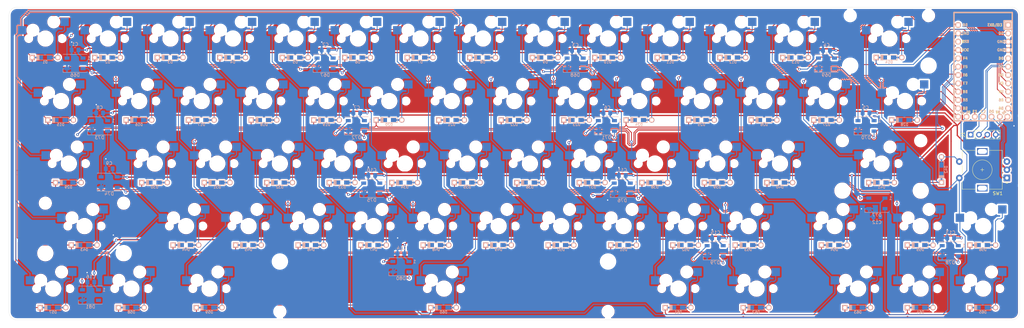
<source format=kicad_pcb>
(kicad_pcb (version 20171130) (host pcbnew "(5.1.10)-1")
  (layers (0 F.Cu signal) (31 B.Cu signal) (34 B.Paste user) (35 F.Paste user) (36 B.SilkS user) (37 F.SilkS user) (38 B.Mask user) (39 F.Mask user) (44 Edge.Cuts user))
  (net 0 "")
  (net 1 VCC)
  (net 2 GND)
  (net 3 ROW0)
  (net 4 "Net-(D1-Pad2)")
  (net 5 "Net-(D2-Pad2)")
  (net 6 "Net-(D3-Pad2)")
  (net 7 "Net-(D4-Pad2)")
  (net 8 "Net-(D5-Pad2)")
  (net 9 "Net-(D6-Pad2)")
  (net 10 "Net-(D7-Pad2)")
  (net 11 "Net-(D8-Pad2)")
  (net 12 "Net-(D9-Pad2)")
  (net 13 "Net-(D10-Pad2)")
  (net 14 "Net-(D11-Pad2)")
  (net 15 "Net-(D12-Pad2)")
  (net 16 "Net-(D13-Pad2)")
  (net 17 "Net-(D14-Pad2)")
  (net 18 RE)
  (net 19 ROW1)
  (net 20 "Net-(D16-Pad2)")
  (net 21 "Net-(D17-Pad2)")
  (net 22 "Net-(D18-Pad2)")
  (net 23 "Net-(D19-Pad2)")
  (net 24 "Net-(D20-Pad2)")
  (net 25 "Net-(D21-Pad2)")
  (net 26 "Net-(D22-Pad2)")
  (net 27 "Net-(D23-Pad2)")
  (net 28 "Net-(D24-Pad2)")
  (net 29 "Net-(D25-Pad2)")
  (net 30 "Net-(D26-Pad2)")
  (net 31 "Net-(D27-Pad2)")
  (net 32 "Net-(D28-Pad2)")
  (net 33 "Net-(D29-Pad2)")
  (net 34 ROW2)
  (net 35 "Net-(D30-Pad2)")
  (net 36 "Net-(D31-Pad2)")
  (net 37 "Net-(D32-Pad2)")
  (net 38 "Net-(D33-Pad2)")
  (net 39 "Net-(D34-Pad2)")
  (net 40 "Net-(D35-Pad2)")
  (net 41 "Net-(D36-Pad2)")
  (net 42 "Net-(D37-Pad2)")
  (net 43 "Net-(D38-Pad2)")
  (net 44 "Net-(D39-Pad2)")
  (net 45 "Net-(D40-Pad2)")
  (net 46 "Net-(D41-Pad2)")
  (net 47 ROW3)
  (net 48 "Net-(D43-Pad2)")
  (net 49 "Net-(D44-Pad2)")
  (net 50 "Net-(D45-Pad2)")
  (net 51 "Net-(D46-Pad2)")
  (net 52 "Net-(D47-Pad2)")
  (net 53 "Net-(D48-Pad2)")
  (net 54 "Net-(D49-Pad2)")
  (net 55 "Net-(D50-Pad2)")
  (net 56 "Net-(D51-Pad2)")
  (net 57 "Net-(D52-Pad2)")
  (net 58 "Net-(D53-Pad2)")
  (net 59 "Net-(D54-Pad2)")
  (net 60 "Net-(D55-Pad2)")
  (net 61 "Net-(D56-Pad2)")
  (net 62 ROW4)
  (net 63 "Net-(D57-Pad2)")
  (net 64 "Net-(D58-Pad2)")
  (net 65 "Net-(D59-Pad2)")
  (net 66 "Net-(D60-Pad2)")
  (net 67 "Net-(D61-Pad2)")
  (net 68 "Net-(D62-Pad2)")
  (net 69 "Net-(D63-Pad2)")
  (net 70 "Net-(D64-Pad2)")
  (net 71 "Net-(D65-Pad2)")
  (net 72 "Net-(D66-Pad2)")
  (net 73 ULED)
  (net 74 "Net-(D67-Pad2)")
  (net 75 "Net-(D68-Pad2)")
  (net 76 "Net-(D69-Pad2)")
  (net 77 "Net-(D70-Pad2)")
  (net 78 "Net-(D71-Pad2)")
  (net 79 "Net-(D72-Pad2)")
  (net 80 "Net-(D73-Pad2)")
  (net 81 "Net-(D74-Pad2)")
  (net 82 "Net-(D75-Pad2)")
  (net 83 "Net-(D76-Pad2)")
  (net 84 "Net-(D77-Pad2)")
  (net 85 "Net-(D78-Pad2)")
  (net 86 "Net-(D79-Pad2)")
  (net 87 "Net-(D80-Pad2)")
  (net 88 "Net-(D81-Pad2)")
  (net 89 SCL)
  (net 90 SDA)
  (net 91 COL0)
  (net 92 COL1)
  (net 93 COL2)
  (net 94 COL3)
  (net 95 COL4)
  (net 96 COL5)
  (net 97 COL6)
  (net 98 ENCA)
  (net 99 ENCB)
  (net 100 "Net-(U1-Pad22)")
  (net 101 "Net-(U1-Pad1)")
  (net 102 "Net-(D15-Pad2)")
  (net 103 ROW5)
  (net 104 ROW6)
  (net 105 ROW7)
  (net 106 ROW8)
  (net 107 ROW9)
  (net 108 "Net-(U1-Pad27)")
  (module MX_Only:MXOnly-1.5U-Hotswap (layer F.Cu) (at 319.0875 52.3875)
    (fp_text reference MX28)
    (fp_text value MX-NoLED)
    (pad "" np_thru_hole circle (at 2.54 -5.08) (size 3 3) (drill 3) (layers *.Cu *.Mask))
    (pad "" np_thru_hole circle (at 0 0) (size 3.9878 3.9878) (drill 3.9878) (layers *.Cu *.Mask))
    (pad "" np_thru_hole circle (at -3.81 -2.54) (size 3 3) (drill 3) (layers *.Cu *.Mask))
    (pad "" np_thru_hole circle (at -5.08 0 48.0996) (size 1.75 1.75) (drill 1.75) (layers *.Cu *.Mask))
    (pad "" np_thru_hole circle (at 5.08 0 48.0996) (size 1.75 1.75) (drill 1.75) (layers *.Cu *.Mask))
    (pad 1 smd rect (at -7.085 -2.54) (size 2.55 2.5) (layers B.Cu B.Paste B.Mask) (net 97 COL6))
    (pad 2 smd rect (at 5.842 -5.08) (size 2.55 2.5) (layers B.Cu B.Paste B.Mask) (net 32 "Net-(D28-Pad2)"))
  )
  (module MX_Only:MXOnly-1U-Hotswap (layer F.Cu) (at 261.9375 71.4375)
    (fp_text reference MX39)
    (fp_text value MX-NoLED)
    (pad "" np_thru_hole circle (at 2.54 -5.08) (size 3 3) (drill 3) (layers *.Cu *.Mask))
    (pad "" np_thru_hole circle (at 0 0) (size 3.9878 3.9878) (drill 3.9878) (layers *.Cu *.Mask))
    (pad "" np_thru_hole circle (at -3.81 -2.54) (size 3 3) (drill 3) (layers *.Cu *.Mask))
    (pad "" np_thru_hole circle (at -5.08 0 48.0996) (size 1.75 1.75) (drill 1.75) (layers *.Cu *.Mask))
    (pad "" np_thru_hole circle (at 5.08 0 48.0996) (size 1.75 1.75) (drill 1.75) (layers *.Cu *.Mask))
    (pad 1 smd rect (at -7.085 -2.54) (size 2.55 2.5) (layers B.Cu B.Paste B.Mask) (net 94 COL3))
    (pad 2 smd rect (at 5.842 -5.08) (size 2.55 2.5) (layers B.Cu B.Paste B.Mask) (net 44 "Net-(D39-Pad2)"))
  )
  (module MX_Only:MXOnly-1U-Hotswap (layer F.Cu) (at 195.2625 90.4875)
    (fp_text reference MX48)
    (fp_text value MX-NoLED)
    (pad "" np_thru_hole circle (at 2.54 -5.08) (size 3 3) (drill 3) (layers *.Cu *.Mask))
    (pad "" np_thru_hole circle (at 0 0) (size 3.9878 3.9878) (drill 3.9878) (layers *.Cu *.Mask))
    (pad "" np_thru_hole circle (at -3.81 -2.54) (size 3 3) (drill 3) (layers *.Cu *.Mask))
    (pad "" np_thru_hole circle (at -5.08 0 48.0996) (size 1.75 1.75) (drill 1.75) (layers *.Cu *.Mask))
    (pad "" np_thru_hole circle (at 5.08 0 48.0996) (size 1.75 1.75) (drill 1.75) (layers *.Cu *.Mask))
    (pad 1 smd rect (at -7.085 -2.54) (size 2.55 2.5) (layers B.Cu B.Paste B.Mask) (net 97 COL6))
    (pad 2 smd rect (at 5.842 -5.08) (size 2.55 2.5) (layers B.Cu B.Paste B.Mask) (net 54 "Net-(D49-Pad2)"))
  )
  (module MX_Only:MXOnly-1U-Hotswap (layer F.Cu) (at 133.35 33.3375)
    (fp_text reference MX5)
    (fp_text value MX-NoLED)
    (pad "" np_thru_hole circle (at 2.54 -5.08) (size 3 3) (drill 3) (layers *.Cu *.Mask))
    (pad "" np_thru_hole circle (at 0 0) (size 3.9878 3.9878) (drill 3.9878) (layers *.Cu *.Mask))
    (pad "" np_thru_hole circle (at -3.81 -2.54) (size 3 3) (drill 3) (layers *.Cu *.Mask))
    (pad "" np_thru_hole circle (at -5.08 0 48.0996) (size 1.75 1.75) (drill 1.75) (layers *.Cu *.Mask))
    (pad "" np_thru_hole circle (at 5.08 0 48.0996) (size 1.75 1.75) (drill 1.75) (layers *.Cu *.Mask))
    (pad 1 smd rect (at -7.085 -2.54) (size 2.55 2.5) (layers B.Cu B.Paste B.Mask) (net 95 COL4))
    (pad 2 smd rect (at 5.842 -5.08) (size 2.55 2.5) (layers B.Cu B.Paste B.Mask) (net 8 "Net-(D5-Pad2)"))
  )
  (module MX_Only:MXOnly-1.5U-Hotswap (layer F.Cu) (at 61.9125 52.3875)
    (fp_text reference MX15)
    (fp_text value MX-NoLED)
    (pad 2 smd rect (at 5.842 -5.08) (size 2.55 2.5) (layers B.Cu B.Paste B.Mask) (net 102 "Net-(D15-Pad2)"))
    (pad 1 smd rect (at -7.085 -2.54) (size 2.55 2.5) (layers B.Cu B.Paste B.Mask) (net 91 COL0))
    (pad "" np_thru_hole circle (at 5.08 0 48.0996) (size 1.75 1.75) (drill 1.75) (layers *.Cu *.Mask))
    (pad "" np_thru_hole circle (at -5.08 0 48.0996) (size 1.75 1.75) (drill 1.75) (layers *.Cu *.Mask))
    (pad "" np_thru_hole circle (at -3.81 -2.54) (size 3 3) (drill 3) (layers *.Cu *.Mask))
    (pad "" np_thru_hole circle (at 0 0) (size 3.9878 3.9878) (drill 3.9878) (layers *.Cu *.Mask))
    (pad "" np_thru_hole circle (at 2.54 -5.08) (size 3 3) (drill 3) (layers *.Cu *.Mask))
  )
  (module MX_Only:MXOnly-2.25U-Hotswap (layer F.Cu) (at 311.94375 71.4375)
    (fp_text reference MX41)
    (fp_text value MX-NoLED)
    (pad "" np_thru_hole circle (at 2.54 -5.08) (size 3 3) (drill 3) (layers *.Cu *.Mask))
    (pad "" np_thru_hole circle (at 0 0) (size 3.9878 3.9878) (drill 3.9878) (layers *.Cu *.Mask))
    (pad "" np_thru_hole circle (at -3.81 -2.54) (size 3 3) (drill 3) (layers *.Cu *.Mask))
    (pad "" np_thru_hole circle (at -5.08 0 48.0996) (size 1.75 1.75) (drill 1.75) (layers *.Cu *.Mask))
    (pad "" np_thru_hole circle (at 5.08 0 48.0996) (size 1.75 1.75) (drill 1.75) (layers *.Cu *.Mask))
    (pad 1 smd rect (at -7.085 -2.54) (size 2.55 2.5) (layers B.Cu B.Paste B.Mask) (net 96 COL5))
    (pad 2 smd rect (at 5.842 -5.08) (size 2.55 2.5) (layers B.Cu B.Paste B.Mask) (net 46 "Net-(D41-Pad2)"))
    (pad "" np_thru_hole circle (at 11.938 -6.985) (size 3.048 3.048) (drill 3.048) (layers *.Cu *.Mask))
    (pad "" np_thru_hole circle (at -11.938 -6.985) (size 3.048 3.048) (drill 3.048) (layers *.Cu *.Mask))
    (pad "" np_thru_hole circle (at 11.938 8.255) (size 3.9878 3.9878) (drill 3.9878) (layers *.Cu *.Mask))
    (pad "" np_thru_hole circle (at -11.938 8.255) (size 3.9878 3.9878) (drill 3.9878) (layers *.Cu *.Mask))
  )
  (module MX_Only:MXOnly-1U-Hotswap (layer F.Cu) (at 57.15 33.3375)
    (fp_text reference MX1)
    (fp_text value MX-NoLED)
    (pad "" np_thru_hole circle (at 2.54 -5.08) (size 3 3) (drill 3) (layers *.Cu *.Mask))
    (pad "" np_thru_hole circle (at 0 0) (size 3.9878 3.9878) (drill 3.9878) (layers *.Cu *.Mask))
    (pad "" np_thru_hole circle (at -3.81 -2.54) (size 3 3) (drill 3) (layers *.Cu *.Mask))
    (pad "" np_thru_hole circle (at -5.08 0 48.0996) (size 1.75 1.75) (drill 1.75) (layers *.Cu *.Mask))
    (pad "" np_thru_hole circle (at 5.08 0 48.0996) (size 1.75 1.75) (drill 1.75) (layers *.Cu *.Mask))
    (pad 1 smd rect (at -7.085 -2.54) (size 2.55 2.5) (layers B.Cu B.Paste B.Mask) (net 91 COL0))
    (pad 2 smd rect (at 5.842 -5.08) (size 2.55 2.5) (layers B.Cu B.Paste B.Mask) (net 4 "Net-(D1-Pad2)"))
  )
  (module MX_Only:MXOnly-1.75U-Hotswap (layer F.Cu) (at 297.65625 90.4875)
    (fp_text reference MX53)
    (fp_text value MX-NoLED)
    (pad 2 smd rect (at 5.842 -5.08) (size 2.55 2.5) (layers B.Cu B.Paste B.Mask) (net 59 "Net-(D54-Pad2)"))
    (pad 1 smd rect (at -7.085 -2.54) (size 2.55 2.5) (layers B.Cu B.Paste B.Mask) (net 95 COL4))
    (pad "" np_thru_hole circle (at 5.08 0 48.0996) (size 1.75 1.75) (drill 1.75) (layers *.Cu *.Mask))
    (pad "" np_thru_hole circle (at -5.08 0 48.0996) (size 1.75 1.75) (drill 1.75) (layers *.Cu *.Mask))
    (pad "" np_thru_hole circle (at -3.81 -2.54) (size 3 3) (drill 3) (layers *.Cu *.Mask))
    (pad "" np_thru_hole circle (at 0 0) (size 3.9878 3.9878) (drill 3.9878) (layers *.Cu *.Mask))
    (pad "" np_thru_hole circle (at 2.54 -5.08) (size 3 3) (drill 3) (layers *.Cu *.Mask))
  )
  (module MX_Only:MXOnly-1U-Hotswap (layer F.Cu) (at 271.4625 90.4875)
    (fp_text reference MX52)
    (fp_text value MX-NoLED)
    (pad 2 smd rect (at 5.842 -5.08) (size 2.55 2.5) (layers B.Cu B.Paste B.Mask) (net 58 "Net-(D53-Pad2)"))
    (pad 1 smd rect (at -7.085 -2.54) (size 2.55 2.5) (layers B.Cu B.Paste B.Mask) (net 94 COL3))
    (pad "" np_thru_hole circle (at 5.08 0 48.0996) (size 1.75 1.75) (drill 1.75) (layers *.Cu *.Mask))
    (pad "" np_thru_hole circle (at -5.08 0 48.0996) (size 1.75 1.75) (drill 1.75) (layers *.Cu *.Mask))
    (pad "" np_thru_hole circle (at -3.81 -2.54) (size 3 3) (drill 3) (layers *.Cu *.Mask))
    (pad "" np_thru_hole circle (at 0 0) (size 3.9878 3.9878) (drill 3.9878) (layers *.Cu *.Mask))
    (pad "" np_thru_hole circle (at 2.54 -5.08) (size 3 3) (drill 3) (layers *.Cu *.Mask))
  )
  (module MX_Only:MXOnly-1U-Hotswap (layer F.Cu) (at 295.275 52.3875)
    (fp_text reference MX27)
    (fp_text value MX-NoLED)
    (pad 2 smd rect (at 5.842 -5.08) (size 2.55 2.5) (layers B.Cu B.Paste B.Mask) (net 31 "Net-(D27-Pad2)"))
    (pad 1 smd rect (at -7.085 -2.54) (size 2.55 2.5) (layers B.Cu B.Paste B.Mask) (net 96 COL5))
    (pad "" np_thru_hole circle (at 5.08 0 48.0996) (size 1.75 1.75) (drill 1.75) (layers *.Cu *.Mask))
    (pad "" np_thru_hole circle (at -5.08 0 48.0996) (size 1.75 1.75) (drill 1.75) (layers *.Cu *.Mask))
    (pad "" np_thru_hole circle (at -3.81 -2.54) (size 3 3) (drill 3) (layers *.Cu *.Mask))
    (pad "" np_thru_hole circle (at 0 0) (size 3.9878 3.9878) (drill 3.9878) (layers *.Cu *.Mask))
    (pad "" np_thru_hole circle (at 2.54 -5.08) (size 3 3) (drill 3) (layers *.Cu *.Mask))
  )
  (module MX_Only:MXOnly-2U-Hotswap (layer F.Cu) (at 314.325 33.3375)
    (fp_text reference MX14)
    (fp_text value MX-NoLED)
    (pad "" np_thru_hole circle (at -11.938 8.255) (size 3.9878 3.9878) (drill 3.9878) (layers *.Cu *.Mask))
    (pad "" np_thru_hole circle (at 11.938 8.255) (size 3.9878 3.9878) (drill 3.9878) (layers *.Cu *.Mask))
    (pad "" np_thru_hole circle (at -11.938 -6.985) (size 3.048 3.048) (drill 3.048) (layers *.Cu *.Mask))
    (pad "" np_thru_hole circle (at 11.938 -6.985) (size 3.048 3.048) (drill 3.048) (layers *.Cu *.Mask))
    (pad 2 smd rect (at 5.842 -5.08) (size 2.55 2.5) (layers B.Cu B.Paste B.Mask) (net 17 "Net-(D14-Pad2)"))
    (pad 1 smd rect (at -7.085 -2.54) (size 2.55 2.5) (layers B.Cu B.Paste B.Mask) (net 97 COL6))
    (pad "" np_thru_hole circle (at 5.08 0 48.0996) (size 1.75 1.75) (drill 1.75) (layers *.Cu *.Mask))
    (pad "" np_thru_hole circle (at -5.08 0 48.0996) (size 1.75 1.75) (drill 1.75) (layers *.Cu *.Mask))
    (pad "" np_thru_hole circle (at -3.81 -2.54) (size 3 3) (drill 3) (layers *.Cu *.Mask))
    (pad "" np_thru_hole circle (at 0 0) (size 3.9878 3.9878) (drill 3.9878) (layers *.Cu *.Mask))
    (pad "" np_thru_hole circle (at 2.54 -5.08) (size 3 3) (drill 3) (layers *.Cu *.Mask))
  )
  (module MX_Only:MXOnly-1U-Hotswap (layer F.Cu) (at 285.75 33.3375)
    (fp_text reference MX13)
    (fp_text value MX-NoLED)
    (pad 2 smd rect (at 5.842 -5.08) (size 2.55 2.5) (layers B.Cu B.Paste B.Mask) (net 16 "Net-(D13-Pad2)"))
    (pad 1 smd rect (at -7.085 -2.54) (size 2.55 2.5) (layers B.Cu B.Paste B.Mask) (net 96 COL5))
    (pad "" np_thru_hole circle (at 5.08 0 48.0996) (size 1.75 1.75) (drill 1.75) (layers *.Cu *.Mask))
    (pad "" np_thru_hole circle (at -5.08 0 48.0996) (size 1.75 1.75) (drill 1.75) (layers *.Cu *.Mask))
    (pad "" np_thru_hole circle (at -3.81 -2.54) (size 3 3) (drill 3) (layers *.Cu *.Mask))
    (pad "" np_thru_hole circle (at 0 0) (size 3.9878 3.9878) (drill 3.9878) (layers *.Cu *.Mask))
    (pad "" np_thru_hole circle (at 2.54 -5.08) (size 3 3) (drill 3) (layers *.Cu *.Mask))
  )
  (module Keebio-Parts:Diode-dual-onesided (layer B.Cu) (at 297.521 96.266 180)
    (fp_text reference D54 (at -0.0254 -1.4) (layer B.SilkS) (effects (font (size 0.8 0.8)) (justify mirror)))
    (fp_text value D_Small hide)
    (pad 1 smd rect (at 2.5 0 180) (size 2.9 0.5) (layers B.Cu) (net 106 ROW8))
    (pad 2 smd rect (at -2.5 0 180) (size 2.9 0.5) (layers B.Cu) (net 59 "Net-(D54-Pad2)"))
    (pad 1 thru_hole rect (at 3.9 0 180) (size 1.6 1.6) (drill 1) (layers *.Cu *.Mask B.SilkS) (net 106 ROW8))
    (pad 2 thru_hole circle (at -3.9 0 180) (size 1.6 1.6) (drill 1) (layers *.Cu *.Mask B.SilkS) (net 59 "Net-(D54-Pad2)"))
    (pad 2 smd rect (at -1.4 0 180) (size 1.6 1.2) (layers B.Cu B.Paste B.Mask) (net 59 "Net-(D54-Pad2)"))
    (pad 1 smd rect (at 1.4 0 180) (size 1.6 1.2) (layers B.Cu B.Paste B.Mask) (net 106 ROW8))
  )
  (module Keebio-Parts:Diode-dual-onesided (layer B.Cu) (at 271.272 96.266 180)
    (fp_text reference D53 (at -0.0254 -1.4) (layer B.SilkS) (effects (font (size 0.8 0.8)) (justify mirror)))
    (fp_text value D_Small hide)
    (pad 1 smd rect (at 2.5 0 180) (size 2.9 0.5) (layers B.Cu) (net 106 ROW8))
    (pad 2 smd rect (at -2.5 0 180) (size 2.9 0.5) (layers B.Cu) (net 58 "Net-(D53-Pad2)"))
    (pad 1 thru_hole rect (at 3.9 0 180) (size 1.6 1.6) (drill 1) (layers *.Cu *.Mask B.SilkS) (net 106 ROW8))
    (pad 2 thru_hole circle (at -3.9 0 180) (size 1.6 1.6) (drill 1) (layers *.Cu *.Mask B.SilkS) (net 58 "Net-(D53-Pad2)"))
    (pad 2 smd rect (at -1.4 0 180) (size 1.6 1.2) (layers B.Cu B.Paste B.Mask) (net 58 "Net-(D53-Pad2)"))
    (pad 1 smd rect (at 1.4 0 180) (size 1.6 1.2) (layers B.Cu B.Paste B.Mask) (net 106 ROW8))
  )
  (module Keebio-Parts:Diode-dual-onesided (layer B.Cu) (at 318.897 58.166 180)
    (fp_text reference D28 (at -0.0254 -1.4) (layer B.SilkS) (effects (font (size 0.8 0.8)) (justify mirror)))
    (fp_text value D_Small hide)
    (pad 1 smd rect (at 2.5 0 180) (size 2.9 0.5) (layers B.Cu) (net 104 ROW6))
    (pad 2 smd rect (at -2.5 0 180) (size 2.9 0.5) (layers B.Cu) (net 32 "Net-(D28-Pad2)"))
    (pad 1 thru_hole rect (at 3.9 0 180) (size 1.6 1.6) (drill 1) (layers *.Cu *.Mask B.SilkS) (net 104 ROW6))
    (pad 2 thru_hole circle (at -3.9 0 180) (size 1.6 1.6) (drill 1) (layers *.Cu *.Mask B.SilkS) (net 32 "Net-(D28-Pad2)"))
    (pad 2 smd rect (at -1.4 0 180) (size 1.6 1.2) (layers B.Cu B.Paste B.Mask) (net 32 "Net-(D28-Pad2)"))
    (pad 1 smd rect (at 1.4 0 180) (size 1.6 1.2) (layers B.Cu B.Paste B.Mask) (net 104 ROW6))
  )
  (module Keebio-Parts:Diode-dual-onesided (layer B.Cu) (at 295.148 58.166 180)
    (fp_text reference D27 (at -0.0254 -1.4) (layer B.SilkS) (effects (font (size 0.8 0.8)) (justify mirror)))
    (fp_text value D_Small hide)
    (pad 1 smd rect (at 2.5 0 180) (size 2.9 0.5) (layers B.Cu) (net 104 ROW6))
    (pad 2 smd rect (at -2.5 0 180) (size 2.9 0.5) (layers B.Cu) (net 31 "Net-(D27-Pad2)"))
    (pad 1 thru_hole rect (at 3.9 0 180) (size 1.6 1.6) (drill 1) (layers *.Cu *.Mask B.SilkS) (net 104 ROW6))
    (pad 2 thru_hole circle (at -3.9 0 180) (size 1.6 1.6) (drill 1) (layers *.Cu *.Mask B.SilkS) (net 31 "Net-(D27-Pad2)"))
    (pad 2 smd rect (at -1.4 0 180) (size 1.6 1.2) (layers B.Cu B.Paste B.Mask) (net 31 "Net-(D27-Pad2)"))
    (pad 1 smd rect (at 1.4 0 180) (size 1.6 1.2) (layers B.Cu B.Paste B.Mask) (net 104 ROW6))
  )
  (module Keebio-Parts:Diode-dual-onesided (layer B.Cu) (at 314.198 39.116 180)
    (fp_text reference D14 (at -0.0254 -1.4) (layer B.SilkS) (effects (font (size 0.8 0.8)) (justify mirror)))
    (fp_text value D_Small hide)
    (pad 1 smd rect (at 2.5 0 180) (size 2.9 0.5) (layers B.Cu) (net 103 ROW5))
    (pad 2 smd rect (at -2.5 0 180) (size 2.9 0.5) (layers B.Cu) (net 17 "Net-(D14-Pad2)"))
    (pad 1 thru_hole rect (at 3.9 0 180) (size 1.6 1.6) (drill 1) (layers *.Cu *.Mask B.SilkS) (net 103 ROW5))
    (pad 2 thru_hole circle (at -3.9 0 180) (size 1.6 1.6) (drill 1) (layers *.Cu *.Mask B.SilkS) (net 17 "Net-(D14-Pad2)"))
    (pad 2 smd rect (at -1.4 0 180) (size 1.6 1.2) (layers B.Cu B.Paste B.Mask) (net 17 "Net-(D14-Pad2)"))
    (pad 1 smd rect (at 1.4 0 180) (size 1.6 1.2) (layers B.Cu B.Paste B.Mask) (net 103 ROW5))
  )
  (module Keebio-Parts:Diode-dual-onesided (layer B.Cu) (at 285.71 39.116 180)
    (fp_text reference D13 (at -0.0254 -1.4) (layer B.SilkS) (effects (font (size 0.8 0.8)) (justify mirror)))
    (fp_text value D_Small hide)
    (pad 1 smd rect (at 2.5 0 180) (size 2.9 0.5) (layers B.Cu) (net 103 ROW5))
    (pad 2 smd rect (at -2.5 0 180) (size 2.9 0.5) (layers B.Cu) (net 16 "Net-(D13-Pad2)"))
    (pad 1 thru_hole rect (at 3.9 0 180) (size 1.6 1.6) (drill 1) (layers *.Cu *.Mask B.SilkS) (net 103 ROW5))
    (pad 2 thru_hole circle (at -3.9 0 180) (size 1.6 1.6) (drill 1) (layers *.Cu *.Mask B.SilkS) (net 16 "Net-(D13-Pad2)"))
    (pad 2 smd rect (at -1.4 0 180) (size 1.6 1.2) (layers B.Cu B.Paste B.Mask) (net 16 "Net-(D13-Pad2)"))
    (pad 1 smd rect (at 1.4 0 180) (size 1.6 1.2) (layers B.Cu B.Paste B.Mask) (net 103 ROW5))
  )
  (module Connector_PinHeader_2.54mm:PinHeader_1x04_P2.54mm_Vertical (layer F.Cu) (at 339.09 62.611 90)
    (fp_text reference J1 (at 0 -2.33 90) (layer F.SilkS))
    (fp_text value Conn_01x04)
    (pad 4 thru_hole oval (at 0 7.62 90) (size 1.7 1.7) (drill 1) (layers *.Cu *.Mask) (net 2 GND))
    (pad 3 thru_hole oval (at 0 5.08 90) (size 1.7 1.7) (drill 1) (layers *.Cu *.Mask) (net 1 VCC))
    (pad 2 thru_hole oval (at 0 2.54 90) (size 1.7 1.7) (drill 1) (layers *.Cu *.Mask) (net 89 SCL))
    (pad 1 thru_hole rect (at 0 0 90) (size 1.7 1.7) (drill 1) (layers *.Cu *.Mask) (net 90 SDA))
  )
  (module MX_Only:MXOnly-1.75U-Hotswap (layer F.Cu) (at 64.29375 71.4375)
    (fp_text reference MX29)
    (fp_text value MX-NoLED)
    (pad 2 smd rect (at 5.842 -5.08) (size 2.55 2.5) (layers B.Cu B.Paste B.Mask) (net 33 "Net-(D29-Pad2)"))
    (pad 1 smd rect (at -7.085 -2.54) (size 2.55 2.5) (layers B.Cu B.Paste B.Mask) (net 91 COL0))
    (pad "" np_thru_hole circle (at 5.08 0 48.0996) (size 1.75 1.75) (drill 1.75) (layers *.Cu *.Mask))
    (pad "" np_thru_hole circle (at -5.08 0 48.0996) (size 1.75 1.75) (drill 1.75) (layers *.Cu *.Mask))
    (pad "" np_thru_hole circle (at -3.81 -2.54) (size 3 3) (drill 3) (layers *.Cu *.Mask))
    (pad "" np_thru_hole circle (at 0 0) (size 3.9878 3.9878) (drill 3.9878) (layers *.Cu *.Mask))
    (pad "" np_thru_hole circle (at 2.54 -5.08) (size 3 3) (drill 3) (layers *.Cu *.Mask))
  )
  (module Keebio-Parts:Diode-dual-onesided (layer B.Cu) (at 61.762 58.166 180)
    (fp_text reference D15 (at -0.0254 -1.4 180) (layer B.SilkS) (effects (font (size 0.8 0.8)) (justify mirror)))
    (fp_text value D_Small hide)
    (pad 1 smd rect (at 2.5 0 180) (size 2.9 0.5) (layers B.Cu) (net 19 ROW1))
    (pad 2 smd rect (at -2.5 0 180) (size 2.9 0.5) (layers B.Cu) (net 102 "Net-(D15-Pad2)"))
    (pad 1 thru_hole rect (at 3.9 0 180) (size 1.6 1.6) (drill 1) (layers *.Cu *.Mask B.SilkS) (net 19 ROW1))
    (pad 2 thru_hole circle (at -3.9 0 180) (size 1.6 1.6) (drill 1) (layers *.Cu *.Mask B.SilkS) (net 102 "Net-(D15-Pad2)"))
    (pad 2 smd rect (at -1.4 0 180) (size 1.6 1.2) (layers B.Cu B.Paste B.Mask) (net 102 "Net-(D15-Pad2)"))
    (pad 1 smd rect (at 1.4 0 180) (size 1.6 1.2) (layers B.Cu B.Paste B.Mask) (net 19 ROW1))
  )
  (module Keebio-Parts:Diode-dual-onesided (layer B.Cu) (at 342.773 115.316 180)
    (fp_text reference D65 (at -0.0254 -1.4) (layer B.SilkS) (effects (font (size 0.8 0.8)) (justify mirror)))
    (fp_text value D_Small hide)
    (pad 1 smd rect (at 2.5 0 180) (size 2.9 0.5) (layers B.Cu) (net 107 ROW9))
    (pad 2 smd rect (at -2.5 0 180) (size 2.9 0.5) (layers B.Cu) (net 71 "Net-(D65-Pad2)"))
    (pad 1 thru_hole rect (at 3.9 0 180) (size 1.6 1.6) (drill 1) (layers *.Cu *.Mask B.SilkS) (net 107 ROW9))
    (pad 2 thru_hole circle (at -3.9 0 180) (size 1.6 1.6) (drill 1) (layers *.Cu *.Mask B.SilkS) (net 71 "Net-(D65-Pad2)"))
    (pad 2 smd rect (at -1.4 0 180) (size 1.6 1.2) (layers B.Cu B.Paste B.Mask) (net 71 "Net-(D65-Pad2)"))
    (pad 1 smd rect (at 1.4 0 180) (size 1.6 1.2) (layers B.Cu B.Paste B.Mask) (net 107 ROW9))
  )
  (module Keebio-Parts:Diode-dual-onesided (layer B.Cu) (at 323.723 115.316 180)
    (fp_text reference D64 (at -0.0254 -1.4) (layer B.SilkS) (effects (font (size 0.8 0.8)) (justify mirror)))
    (fp_text value D_Small hide)
    (pad 1 smd rect (at 2.5 0 180) (size 2.9 0.5) (layers B.Cu) (net 107 ROW9))
    (pad 2 smd rect (at -2.5 0 180) (size 2.9 0.5) (layers B.Cu) (net 70 "Net-(D64-Pad2)"))
    (pad 1 thru_hole rect (at 3.9 0 180) (size 1.6 1.6) (drill 1) (layers *.Cu *.Mask B.SilkS) (net 107 ROW9))
    (pad 2 thru_hole circle (at -3.9 0 180) (size 1.6 1.6) (drill 1) (layers *.Cu *.Mask B.SilkS) (net 70 "Net-(D64-Pad2)"))
    (pad 2 smd rect (at -1.4 0 180) (size 1.6 1.2) (layers B.Cu B.Paste B.Mask) (net 70 "Net-(D64-Pad2)"))
    (pad 1 smd rect (at 1.4 0 180) (size 1.6 1.2) (layers B.Cu B.Paste B.Mask) (net 107 ROW9))
  )
  (module Keebio-Parts:Diode-dual-onesided (layer B.Cu) (at 304.673 115.316 180)
    (fp_text reference D63 (at -0.0254 -1.4) (layer B.SilkS) (effects (font (size 0.8 0.8)) (justify mirror)))
    (fp_text value D_Small hide)
    (pad 1 smd rect (at 2.5 0 180) (size 2.9 0.5) (layers B.Cu) (net 107 ROW9))
    (pad 2 smd rect (at -2.5 0 180) (size 2.9 0.5) (layers B.Cu) (net 69 "Net-(D63-Pad2)"))
    (pad 1 thru_hole rect (at 3.9 0 180) (size 1.6 1.6) (drill 1) (layers *.Cu *.Mask B.SilkS) (net 107 ROW9))
    (pad 2 thru_hole circle (at -3.9 0 180) (size 1.6 1.6) (drill 1) (layers *.Cu *.Mask B.SilkS) (net 69 "Net-(D63-Pad2)"))
    (pad 2 smd rect (at -1.4 0 180) (size 1.6 1.2) (layers B.Cu B.Paste B.Mask) (net 69 "Net-(D63-Pad2)"))
    (pad 1 smd rect (at 1.4 0 180) (size 1.6 1.2) (layers B.Cu B.Paste B.Mask) (net 107 ROW9))
  )
  (module Keebio-Parts:Diode-dual-onesided (layer B.Cu) (at 273.685 115.316 180)
    (fp_text reference D62 (at -0.0254 -1.4) (layer B.SilkS) (effects (font (size 0.8 0.8)) (justify mirror)))
    (fp_text value D_Small hide)
    (pad 1 smd rect (at 2.5 0 180) (size 2.9 0.5) (layers B.Cu) (net 107 ROW9))
    (pad 2 smd rect (at -2.5 0 180) (size 2.9 0.5) (layers B.Cu) (net 68 "Net-(D62-Pad2)"))
    (pad 1 thru_hole rect (at 3.9 0 180) (size 1.6 1.6) (drill 1) (layers *.Cu *.Mask B.SilkS) (net 107 ROW9))
    (pad 2 thru_hole circle (at -3.9 0 180) (size 1.6 1.6) (drill 1) (layers *.Cu *.Mask B.SilkS) (net 68 "Net-(D62-Pad2)"))
    (pad 2 smd rect (at -1.4 0 180) (size 1.6 1.2) (layers B.Cu B.Paste B.Mask) (net 68 "Net-(D62-Pad2)"))
    (pad 1 smd rect (at 1.4 0 180) (size 1.6 1.2) (layers B.Cu B.Paste B.Mask) (net 107 ROW9))
  )
  (module Keebio-Parts:Diode-dual-onesided (layer B.Cu) (at 249.936 115.316 180)
    (fp_text reference D61 (at -0.0254 -1.4) (layer B.SilkS) (effects (font (size 0.8 0.8)) (justify mirror)))
    (fp_text value D_Small hide)
    (pad 1 smd rect (at 2.5 0 180) (size 2.9 0.5) (layers B.Cu) (net 107 ROW9))
    (pad 2 smd rect (at -2.5 0 180) (size 2.9 0.5) (layers B.Cu) (net 67 "Net-(D61-Pad2)"))
    (pad 1 thru_hole rect (at 3.9 0 180) (size 1.6 1.6) (drill 1) (layers *.Cu *.Mask B.SilkS) (net 107 ROW9))
    (pad 2 thru_hole circle (at -3.9 0 180) (size 1.6 1.6) (drill 1) (layers *.Cu *.Mask B.SilkS) (net 67 "Net-(D61-Pad2)"))
    (pad 2 smd rect (at -1.4 0 180) (size 1.6 1.2) (layers B.Cu B.Paste B.Mask) (net 67 "Net-(D61-Pad2)"))
    (pad 1 smd rect (at 1.4 0 180) (size 1.6 1.2) (layers B.Cu B.Paste B.Mask) (net 107 ROW9))
  )
  (module Keebio-Parts:Diode-dual-onesided (layer B.Cu) (at 178.435 115.316 180)
    (fp_text reference D60 (at -0.0254 -1.4) (layer B.SilkS) (effects (font (size 0.8 0.8)) (justify mirror)))
    (fp_text value D_Small hide)
    (pad 1 smd rect (at 2.5 0 180) (size 2.9 0.5) (layers B.Cu) (net 62 ROW4))
    (pad 2 smd rect (at -2.5 0 180) (size 2.9 0.5) (layers B.Cu) (net 66 "Net-(D60-Pad2)"))
    (pad 1 thru_hole rect (at 3.9 0 180) (size 1.6 1.6) (drill 1) (layers *.Cu *.Mask B.SilkS) (net 62 ROW4))
    (pad 2 thru_hole circle (at -3.9 0 180) (size 1.6 1.6) (drill 1) (layers *.Cu *.Mask B.SilkS) (net 66 "Net-(D60-Pad2)"))
    (pad 2 smd rect (at -1.4 0 180) (size 1.6 1.2) (layers B.Cu B.Paste B.Mask) (net 66 "Net-(D60-Pad2)"))
    (pad 1 smd rect (at 1.4 0 180) (size 1.6 1.2) (layers B.Cu B.Paste B.Mask) (net 62 ROW4))
  )
  (module Keebio-Parts:Diode-dual-onesided (layer B.Cu) (at 107.061 115.316 180)
    (fp_text reference D59 (at -0.0254 -1.4) (layer B.SilkS) (effects (font (size 0.8 0.8)) (justify mirror)))
    (fp_text value D_Small hide)
    (pad 1 smd rect (at 2.5 0 180) (size 2.9 0.5) (layers B.Cu) (net 62 ROW4))
    (pad 2 smd rect (at -2.5 0 180) (size 2.9 0.5) (layers B.Cu) (net 65 "Net-(D59-Pad2)"))
    (pad 1 thru_hole rect (at 3.9 0 180) (size 1.6 1.6) (drill 1) (layers *.Cu *.Mask B.SilkS) (net 62 ROW4))
    (pad 2 thru_hole circle (at -3.9 0 180) (size 1.6 1.6) (drill 1) (layers *.Cu *.Mask B.SilkS) (net 65 "Net-(D59-Pad2)"))
    (pad 2 smd rect (at -1.4 0 180) (size 1.6 1.2) (layers B.Cu B.Paste B.Mask) (net 65 "Net-(D59-Pad2)"))
    (pad 1 smd rect (at 1.4 0 180) (size 1.6 1.2) (layers B.Cu B.Paste B.Mask) (net 62 ROW4))
  )
  (module Keebio-Parts:Diode-dual-onesided (layer B.Cu) (at 83.312 115.316 180)
    (fp_text reference D58 (at -0.0254 -1.4) (layer B.SilkS) (effects (font (size 0.8 0.8)) (justify mirror)))
    (fp_text value D_Small hide)
    (pad 1 smd rect (at 2.5 0 180) (size 2.9 0.5) (layers B.Cu) (net 62 ROW4))
    (pad 2 smd rect (at -2.5 0 180) (size 2.9 0.5) (layers B.Cu) (net 64 "Net-(D58-Pad2)"))
    (pad 1 thru_hole rect (at 3.9 0 180) (size 1.6 1.6) (drill 1) (layers *.Cu *.Mask B.SilkS) (net 62 ROW4))
    (pad 2 thru_hole circle (at -3.9 0 180) (size 1.6 1.6) (drill 1) (layers *.Cu *.Mask B.SilkS) (net 64 "Net-(D58-Pad2)"))
    (pad 2 smd rect (at -1.4 0 180) (size 1.6 1.2) (layers B.Cu B.Paste B.Mask) (net 64 "Net-(D58-Pad2)"))
    (pad 1 smd rect (at 1.4 0 180) (size 1.6 1.2) (layers B.Cu B.Paste B.Mask) (net 62 ROW4))
  )
  (module Keebio-Parts:Diode-dual-onesided (layer B.Cu) (at 59.436 115.316 180)
    (fp_text reference D57 (at -0.0254 -1.4) (layer B.SilkS) (effects (font (size 0.8 0.8)) (justify mirror)))
    (fp_text value D_Small hide)
    (pad 1 smd rect (at 2.5 0 180) (size 2.9 0.5) (layers B.Cu) (net 62 ROW4))
    (pad 2 smd rect (at -2.5 0 180) (size 2.9 0.5) (layers B.Cu) (net 63 "Net-(D57-Pad2)"))
    (pad 1 thru_hole rect (at 3.9 0 180) (size 1.6 1.6) (drill 1) (layers *.Cu *.Mask B.SilkS) (net 62 ROW4))
    (pad 2 thru_hole circle (at -3.9 0 180) (size 1.6 1.6) (drill 1) (layers *.Cu *.Mask B.SilkS) (net 63 "Net-(D57-Pad2)"))
    (pad 2 smd rect (at -1.4 0 180) (size 1.6 1.2) (layers B.Cu B.Paste B.Mask) (net 63 "Net-(D57-Pad2)"))
    (pad 1 smd rect (at 1.4 0 180) (size 1.6 1.2) (layers B.Cu B.Paste B.Mask) (net 62 ROW4))
  )
  (module Keebio-Parts:Diode-dual-onesided (layer B.Cu) (at 342.773 96.266 180)
    (fp_text reference D56 (at -0.0254 -1.4) (layer B.SilkS) (effects (font (size 0.8 0.8)) (justify mirror)))
    (fp_text value D_Small hide)
    (pad 1 smd rect (at 2.5 0 180) (size 2.9 0.5) (layers B.Cu) (net 106 ROW8))
    (pad 2 smd rect (at -2.5 0 180) (size 2.9 0.5) (layers B.Cu) (net 61 "Net-(D56-Pad2)"))
    (pad 1 thru_hole rect (at 3.9 0 180) (size 1.6 1.6) (drill 1) (layers *.Cu *.Mask B.SilkS) (net 106 ROW8))
    (pad 2 thru_hole circle (at -3.9 0 180) (size 1.6 1.6) (drill 1) (layers *.Cu *.Mask B.SilkS) (net 61 "Net-(D56-Pad2)"))
    (pad 2 smd rect (at -1.4 0 180) (size 1.6 1.2) (layers B.Cu B.Paste B.Mask) (net 61 "Net-(D56-Pad2)"))
    (pad 1 smd rect (at 1.4 0 180) (size 1.6 1.2) (layers B.Cu B.Paste B.Mask) (net 106 ROW8))
  )
  (module Keebio-Parts:Diode-dual-onesided (layer B.Cu) (at 323.723 96.266 180)
    (fp_text reference D55 (at -0.0254 -1.4) (layer B.SilkS) (effects (font (size 0.8 0.8)) (justify mirror)))
    (fp_text value D_Small hide)
    (pad 1 smd rect (at 2.5 0 180) (size 2.9 0.5) (layers B.Cu) (net 106 ROW8))
    (pad 2 smd rect (at -2.5 0 180) (size 2.9 0.5) (layers B.Cu) (net 60 "Net-(D55-Pad2)"))
    (pad 1 thru_hole rect (at 3.9 0 180) (size 1.6 1.6) (drill 1) (layers *.Cu *.Mask B.SilkS) (net 106 ROW8))
    (pad 2 thru_hole circle (at -3.9 0 180) (size 1.6 1.6) (drill 1) (layers *.Cu *.Mask B.SilkS) (net 60 "Net-(D55-Pad2)"))
    (pad 2 smd rect (at -1.4 0 180) (size 1.6 1.2) (layers B.Cu B.Paste B.Mask) (net 60 "Net-(D55-Pad2)"))
    (pad 1 smd rect (at 1.4 0 180) (size 1.6 1.2) (layers B.Cu B.Paste B.Mask) (net 106 ROW8))
  )
  (module Keebio-Parts:Diode-dual-onesided (layer B.Cu) (at 252.222 96.266 180)
    (fp_text reference D52 (at -0.0254 -1.4) (layer B.SilkS) (effects (font (size 0.8 0.8)) (justify mirror)))
    (fp_text value D_Small hide)
    (pad 1 smd rect (at 2.5 0 180) (size 2.9 0.5) (layers B.Cu) (net 106 ROW8))
    (pad 2 smd rect (at -2.5 0 180) (size 2.9 0.5) (layers B.Cu) (net 57 "Net-(D52-Pad2)"))
    (pad 1 thru_hole rect (at 3.9 0 180) (size 1.6 1.6) (drill 1) (layers *.Cu *.Mask B.SilkS) (net 106 ROW8))
    (pad 2 thru_hole circle (at -3.9 0 180) (size 1.6 1.6) (drill 1) (layers *.Cu *.Mask B.SilkS) (net 57 "Net-(D52-Pad2)"))
    (pad 2 smd rect (at -1.4 0 180) (size 1.6 1.2) (layers B.Cu B.Paste B.Mask) (net 57 "Net-(D52-Pad2)"))
    (pad 1 smd rect (at 1.4 0 180) (size 1.6 1.2) (layers B.Cu B.Paste B.Mask) (net 106 ROW8))
  )
  (module Keebio-Parts:Diode-dual-onesided (layer B.Cu) (at 233.299 96.266 180)
    (fp_text reference D51 (at -0.0254 -1.4) (layer B.SilkS) (effects (font (size 0.8 0.8)) (justify mirror)))
    (fp_text value D_Small hide)
    (pad 1 smd rect (at 2.5 0 180) (size 2.9 0.5) (layers B.Cu) (net 106 ROW8))
    (pad 2 smd rect (at -2.5 0 180) (size 2.9 0.5) (layers B.Cu) (net 56 "Net-(D51-Pad2)"))
    (pad 1 thru_hole rect (at 3.9 0 180) (size 1.6 1.6) (drill 1) (layers *.Cu *.Mask B.SilkS) (net 106 ROW8))
    (pad 2 thru_hole circle (at -3.9 0 180) (size 1.6 1.6) (drill 1) (layers *.Cu *.Mask B.SilkS) (net 56 "Net-(D51-Pad2)"))
    (pad 2 smd rect (at -1.4 0 180) (size 1.6 1.2) (layers B.Cu B.Paste B.Mask) (net 56 "Net-(D51-Pad2)"))
    (pad 1 smd rect (at 1.4 0 180) (size 1.6 1.2) (layers B.Cu B.Paste B.Mask) (net 106 ROW8))
  )
  (module Keebio-Parts:Diode-dual-onesided (layer B.Cu) (at 214.249 96.266 180)
    (fp_text reference D50 (at -0.0254 -1.4) (layer B.SilkS) (effects (font (size 0.8 0.8)) (justify mirror)))
    (fp_text value D_Small hide)
    (pad 1 smd rect (at 2.5 0 180) (size 2.9 0.5) (layers B.Cu) (net 106 ROW8))
    (pad 2 smd rect (at -2.5 0 180) (size 2.9 0.5) (layers B.Cu) (net 55 "Net-(D50-Pad2)"))
    (pad 1 thru_hole rect (at 3.9 0 180) (size 1.6 1.6) (drill 1) (layers *.Cu *.Mask B.SilkS) (net 106 ROW8))
    (pad 2 thru_hole circle (at -3.9 0 180) (size 1.6 1.6) (drill 1) (layers *.Cu *.Mask B.SilkS) (net 55 "Net-(D50-Pad2)"))
    (pad 2 smd rect (at -1.4 0 180) (size 1.6 1.2) (layers B.Cu B.Paste B.Mask) (net 55 "Net-(D50-Pad2)"))
    (pad 1 smd rect (at 1.4 0 180) (size 1.6 1.2) (layers B.Cu B.Paste B.Mask) (net 106 ROW8))
  )
  (module Keebio-Parts:Diode-dual-onesided (layer B.Cu) (at 195.199 96.266 180)
    (fp_text reference D49 (at -0.0254 -1.4) (layer B.SilkS) (effects (font (size 0.8 0.8)) (justify mirror)))
    (fp_text value D_Small hide)
    (pad 1 smd rect (at 1.4 0 180) (size 1.6 1.2) (layers B.Cu B.Paste B.Mask) (net 47 ROW3))
    (pad 2 smd rect (at -1.4 0 180) (size 1.6 1.2) (layers B.Cu B.Paste B.Mask) (net 54 "Net-(D49-Pad2)"))
    (pad 2 thru_hole circle (at -3.9 0 180) (size 1.6 1.6) (drill 1) (layers *.Cu *.Mask B.SilkS) (net 54 "Net-(D49-Pad2)"))
    (pad 1 thru_hole rect (at 3.9 0 180) (size 1.6 1.6) (drill 1) (layers *.Cu *.Mask B.SilkS) (net 47 ROW3))
    (pad 2 smd rect (at -2.5 0 180) (size 2.9 0.5) (layers B.Cu) (net 54 "Net-(D49-Pad2)"))
    (pad 1 smd rect (at 2.5 0 180) (size 2.9 0.5) (layers B.Cu) (net 47 ROW3))
  )
  (module Keebio-Parts:Diode-dual-onesided (layer B.Cu) (at 176.149 96.266 180)
    (fp_text reference D48 (at -0.0254 -1.4) (layer B.SilkS) (effects (font (size 0.8 0.8)) (justify mirror)))
    (fp_text value D_Small hide)
    (pad 1 smd rect (at 2.5 0 180) (size 2.9 0.5) (layers B.Cu) (net 47 ROW3))
    (pad 2 smd rect (at -2.5 0 180) (size 2.9 0.5) (layers B.Cu) (net 53 "Net-(D48-Pad2)"))
    (pad 1 thru_hole rect (at 3.9 0 180) (size 1.6 1.6) (drill 1) (layers *.Cu *.Mask B.SilkS) (net 47 ROW3))
    (pad 2 thru_hole circle (at -3.9 0 180) (size 1.6 1.6) (drill 1) (layers *.Cu *.Mask B.SilkS) (net 53 "Net-(D48-Pad2)"))
    (pad 2 smd rect (at -1.4 0 180) (size 1.6 1.2) (layers B.Cu B.Paste B.Mask) (net 53 "Net-(D48-Pad2)"))
    (pad 1 smd rect (at 1.4 0 180) (size 1.6 1.2) (layers B.Cu B.Paste B.Mask) (net 47 ROW3))
  )
  (module Keebio-Parts:Diode-dual-onesided (layer B.Cu) (at 157.099 96.266 180)
    (fp_text reference D47 (at -0.0254 -1.4) (layer B.SilkS) (effects (font (size 0.8 0.8)) (justify mirror)))
    (fp_text value D_Small hide)
    (pad 1 smd rect (at 2.5 0 180) (size 2.9 0.5) (layers B.Cu) (net 47 ROW3))
    (pad 2 smd rect (at -2.5 0 180) (size 2.9 0.5) (layers B.Cu) (net 52 "Net-(D47-Pad2)"))
    (pad 1 thru_hole rect (at 3.9 0 180) (size 1.6 1.6) (drill 1) (layers *.Cu *.Mask B.SilkS) (net 47 ROW3))
    (pad 2 thru_hole circle (at -3.9 0 180) (size 1.6 1.6) (drill 1) (layers *.Cu *.Mask B.SilkS) (net 52 "Net-(D47-Pad2)"))
    (pad 2 smd rect (at -1.4 0 180) (size 1.6 1.2) (layers B.Cu B.Paste B.Mask) (net 52 "Net-(D47-Pad2)"))
    (pad 1 smd rect (at 1.4 0 180) (size 1.6 1.2) (layers B.Cu B.Paste B.Mask) (net 47 ROW3))
  )
  (module Keebio-Parts:Diode-dual-onesided (layer B.Cu) (at 138.049 96.266 180)
    (fp_text reference D46 (at -0.0254 -1.4) (layer B.SilkS) (effects (font (size 0.8 0.8)) (justify mirror)))
    (fp_text value D_Small hide)
    (pad 1 smd rect (at 2.5 0 180) (size 2.9 0.5) (layers B.Cu) (net 47 ROW3))
    (pad 2 smd rect (at -2.5 0 180) (size 2.9 0.5) (layers B.Cu) (net 51 "Net-(D46-Pad2)"))
    (pad 1 thru_hole rect (at 3.9 0 180) (size 1.6 1.6) (drill 1) (layers *.Cu *.Mask B.SilkS) (net 47 ROW3))
    (pad 2 thru_hole circle (at -3.9 0 180) (size 1.6 1.6) (drill 1) (layers *.Cu *.Mask B.SilkS) (net 51 "Net-(D46-Pad2)"))
    (pad 2 smd rect (at -1.4 0 180) (size 1.6 1.2) (layers B.Cu B.Paste B.Mask) (net 51 "Net-(D46-Pad2)"))
    (pad 1 smd rect (at 1.4 0 180) (size 1.6 1.2) (layers B.Cu B.Paste B.Mask) (net 47 ROW3))
  )
  (module Keebio-Parts:Diode-dual-onesided (layer B.Cu) (at 118.999 96.266 180)
    (fp_text reference D45 (at -0.0254 -1.4) (layer B.SilkS) (effects (font (size 0.8 0.8)) (justify mirror)))
    (fp_text value D_Small hide)
    (pad 1 smd rect (at 2.5 0 180) (size 2.9 0.5) (layers B.Cu) (net 47 ROW3))
    (pad 2 smd rect (at -2.5 0 180) (size 2.9 0.5) (layers B.Cu) (net 50 "Net-(D45-Pad2)"))
    (pad 1 thru_hole rect (at 3.9 0 180) (size 1.6 1.6) (drill 1) (layers *.Cu *.Mask B.SilkS) (net 47 ROW3))
    (pad 2 thru_hole circle (at -3.9 0 180) (size 1.6 1.6) (drill 1) (layers *.Cu *.Mask B.SilkS) (net 50 "Net-(D45-Pad2)"))
    (pad 2 smd rect (at -1.4 0 180) (size 1.6 1.2) (layers B.Cu B.Paste B.Mask) (net 50 "Net-(D45-Pad2)"))
    (pad 1 smd rect (at 1.4 0 180) (size 1.6 1.2) (layers B.Cu B.Paste B.Mask) (net 47 ROW3))
  )
  (module Keebio-Parts:Diode-dual-onesided (layer B.Cu) (at 99.949 96.266 180)
    (fp_text reference D44 (at -0.0254 -1.4) (layer B.SilkS) (effects (font (size 0.8 0.8)) (justify mirror)))
    (fp_text value D_Small hide)
    (pad 1 smd rect (at 2.5 0 180) (size 2.9 0.5) (layers B.Cu) (net 47 ROW3))
    (pad 2 smd rect (at -2.5 0 180) (size 2.9 0.5) (layers B.Cu) (net 49 "Net-(D44-Pad2)"))
    (pad 1 thru_hole rect (at 3.9 0 180) (size 1.6 1.6) (drill 1) (layers *.Cu *.Mask B.SilkS) (net 47 ROW3))
    (pad 2 thru_hole circle (at -3.9 0 180) (size 1.6 1.6) (drill 1) (layers *.Cu *.Mask B.SilkS) (net 49 "Net-(D44-Pad2)"))
    (pad 2 smd rect (at -1.4 0 180) (size 1.6 1.2) (layers B.Cu B.Paste B.Mask) (net 49 "Net-(D44-Pad2)"))
    (pad 1 smd rect (at 1.4 0 180) (size 1.6 1.2) (layers B.Cu B.Paste B.Mask) (net 47 ROW3))
  )
  (module Keebio-Parts:Diode-dual-onesided (layer B.Cu) (at 68.961 96.266 180)
    (fp_text reference D43 (at -0.0254 -1.4) (layer B.SilkS) (effects (font (size 0.8 0.8)) (justify mirror)))
    (fp_text value D_Small hide)
    (pad 1 smd rect (at 2.5 0 180) (size 2.9 0.5) (layers B.Cu) (net 47 ROW3))
    (pad 2 smd rect (at -2.5 0 180) (size 2.9 0.5) (layers B.Cu) (net 48 "Net-(D43-Pad2)"))
    (pad 1 thru_hole rect (at 3.9 0 180) (size 1.6 1.6) (drill 1) (layers *.Cu *.Mask B.SilkS) (net 47 ROW3))
    (pad 2 thru_hole circle (at -3.9 0 180) (size 1.6 1.6) (drill 1) (layers *.Cu *.Mask B.SilkS) (net 48 "Net-(D43-Pad2)"))
    (pad 2 smd rect (at -1.4 0 180) (size 1.6 1.2) (layers B.Cu B.Paste B.Mask) (net 48 "Net-(D43-Pad2)"))
    (pad 1 smd rect (at 1.4 0 180) (size 1.6 1.2) (layers B.Cu B.Paste B.Mask) (net 47 ROW3))
  )
  (module Keebio-Parts:Diode-dual-onesided (layer B.Cu) (at 330.2 73.279 270)
    (fp_text reference D42 (at -0.0254 -1.4 90) (layer B.SilkS) (effects (font (size 0.8 0.8)) (justify mirror)))
    (fp_text value D_Small hide)
    (pad 1 smd rect (at 2.5 0 270) (size 2.9 0.5) (layers B.Cu) (net 105 ROW7))
    (pad 2 smd rect (at -2.5 0 270) (size 2.9 0.5) (layers B.Cu) (net 18 RE))
    (pad 1 thru_hole rect (at 3.9 0 270) (size 1.6 1.6) (drill 1) (layers *.Cu *.Mask B.SilkS) (net 105 ROW7))
    (pad 2 thru_hole circle (at -3.9 0 270) (size 1.6 1.6) (drill 1) (layers *.Cu *.Mask B.SilkS) (net 18 RE))
    (pad 2 smd rect (at -1.4 0 270) (size 1.6 1.2) (layers B.Cu B.Paste B.Mask) (net 18 RE))
    (pad 1 smd rect (at 1.4 0 270) (size 1.6 1.2) (layers B.Cu B.Paste B.Mask) (net 105 ROW7))
  )
  (module Keebio-Parts:Diode-dual-onesided (layer B.Cu) (at 311.912 77.216 180)
    (fp_text reference D41 (at -0.0254 -1.4) (layer B.SilkS) (effects (font (size 0.8 0.8)) (justify mirror)))
    (fp_text value D_Small hide)
    (pad 1 smd rect (at 2.5 0 180) (size 2.9 0.5) (layers B.Cu) (net 105 ROW7))
    (pad 2 smd rect (at -2.5 0 180) (size 2.9 0.5) (layers B.Cu) (net 46 "Net-(D41-Pad2)"))
    (pad 1 thru_hole rect (at 3.9 0 180) (size 1.6 1.6) (drill 1) (layers *.Cu *.Mask B.SilkS) (net 105 ROW7))
    (pad 2 thru_hole circle (at -3.9 0 180) (size 1.6 1.6) (drill 1) (layers *.Cu *.Mask B.SilkS) (net 46 "Net-(D41-Pad2)"))
    (pad 2 smd rect (at -1.4 0 180) (size 1.6 1.2) (layers B.Cu B.Paste B.Mask) (net 46 "Net-(D41-Pad2)"))
    (pad 1 smd rect (at 1.4 0 180) (size 1.6 1.2) (layers B.Cu B.Paste B.Mask) (net 105 ROW7))
  )
  (module Keebio-Parts:Diode-dual-onesided (layer B.Cu) (at 280.924 77.216 180)
    (fp_text reference D40 (at -0.0254 -1.4) (layer B.SilkS) (effects (font (size 0.8 0.8)) (justify mirror)))
    (fp_text value D_Small hide)
    (pad 1 smd rect (at 2.5 0 180) (size 2.9 0.5) (layers B.Cu) (net 105 ROW7))
    (pad 2 smd rect (at -2.5 0 180) (size 2.9 0.5) (layers B.Cu) (net 45 "Net-(D40-Pad2)"))
    (pad 1 thru_hole rect (at 3.9 0 180) (size 1.6 1.6) (drill 1) (layers *.Cu *.Mask B.SilkS) (net 105 ROW7))
    (pad 2 thru_hole circle (at -3.9 0 180) (size 1.6 1.6) (drill 1) (layers *.Cu *.Mask B.SilkS) (net 45 "Net-(D40-Pad2)"))
    (pad 2 smd rect (at -1.4 0 180) (size 1.6 1.2) (layers B.Cu B.Paste B.Mask) (net 45 "Net-(D40-Pad2)"))
    (pad 1 smd rect (at 1.4 0 180) (size 1.6 1.2) (layers B.Cu B.Paste B.Mask) (net 105 ROW7))
  )
  (module Keebio-Parts:Diode-dual-onesided (layer B.Cu) (at 261.874 77.216 180)
    (fp_text reference D39 (at -0.0254 -1.4) (layer B.SilkS) (effects (font (size 0.8 0.8)) (justify mirror)))
    (fp_text value D_Small hide)
    (pad 1 smd rect (at 2.5 0 180) (size 2.9 0.5) (layers B.Cu) (net 105 ROW7))
    (pad 2 smd rect (at -2.5 0 180) (size 2.9 0.5) (layers B.Cu) (net 44 "Net-(D39-Pad2)"))
    (pad 1 thru_hole rect (at 3.9 0 180) (size 1.6 1.6) (drill 1) (layers *.Cu *.Mask B.SilkS) (net 105 ROW7))
    (pad 2 thru_hole circle (at -3.9 0 180) (size 1.6 1.6) (drill 1) (layers *.Cu *.Mask B.SilkS) (net 44 "Net-(D39-Pad2)"))
    (pad 2 smd rect (at -1.4 0 180) (size 1.6 1.2) (layers B.Cu B.Paste B.Mask) (net 44 "Net-(D39-Pad2)"))
    (pad 1 smd rect (at 1.4 0 180) (size 1.6 1.2) (layers B.Cu B.Paste B.Mask) (net 105 ROW7))
  )
  (module Keebio-Parts:Diode-dual-onesided (layer B.Cu) (at 242.824 77.216 180)
    (fp_text reference D38 (at -0.0254 -1.4) (layer B.SilkS) (effects (font (size 0.8 0.8)) (justify mirror)))
    (fp_text value D_Small hide)
    (pad 1 smd rect (at 2.5 0 180) (size 2.9 0.5) (layers B.Cu) (net 105 ROW7))
    (pad 2 smd rect (at -2.5 0 180) (size 2.9 0.5) (layers B.Cu) (net 43 "Net-(D38-Pad2)"))
    (pad 1 thru_hole rect (at 3.9 0 180) (size 1.6 1.6) (drill 1) (layers *.Cu *.Mask B.SilkS) (net 105 ROW7))
    (pad 2 thru_hole circle (at -3.9 0 180) (size 1.6 1.6) (drill 1) (layers *.Cu *.Mask B.SilkS) (net 43 "Net-(D38-Pad2)"))
    (pad 2 smd rect (at -1.4 0 180) (size 1.6 1.2) (layers B.Cu B.Paste B.Mask) (net 43 "Net-(D38-Pad2)"))
    (pad 1 smd rect (at 1.4 0 180) (size 1.6 1.2) (layers B.Cu B.Paste B.Mask) (net 105 ROW7))
  )
  (module Keebio-Parts:Diode-dual-onesided (layer B.Cu) (at 223.774 77.216 180)
    (fp_text reference D37 (at -0.0254 -1.4) (layer B.SilkS) (effects (font (size 0.8 0.8)) (justify mirror)))
    (fp_text value D_Small hide)
    (pad 1 smd rect (at 2.5 0 180) (size 2.9 0.5) (layers B.Cu) (net 105 ROW7))
    (pad 2 smd rect (at -2.5 0 180) (size 2.9 0.5) (layers B.Cu) (net 42 "Net-(D37-Pad2)"))
    (pad 1 thru_hole rect (at 3.9 0 180) (size 1.6 1.6) (drill 1) (layers *.Cu *.Mask B.SilkS) (net 105 ROW7))
    (pad 2 thru_hole circle (at -3.9 0 180) (size 1.6 1.6) (drill 1) (layers *.Cu *.Mask B.SilkS) (net 42 "Net-(D37-Pad2)"))
    (pad 2 smd rect (at -1.4 0 180) (size 1.6 1.2) (layers B.Cu B.Paste B.Mask) (net 42 "Net-(D37-Pad2)"))
    (pad 1 smd rect (at 1.4 0 180) (size 1.6 1.2) (layers B.Cu B.Paste B.Mask) (net 105 ROW7))
  )
  (module Keebio-Parts:Diode-dual-onesided (layer B.Cu) (at 204.724 77.216 180)
    (fp_text reference D36 (at -0.0254 -1.4) (layer B.SilkS) (effects (font (size 0.8 0.8)) (justify mirror)))
    (fp_text value D_Small hide)
    (pad 1 smd rect (at 2.5 0 180) (size 2.9 0.5) (layers B.Cu) (net 105 ROW7))
    (pad 2 smd rect (at -2.5 0 180) (size 2.9 0.5) (layers B.Cu) (net 41 "Net-(D36-Pad2)"))
    (pad 1 thru_hole rect (at 3.9 0 180) (size 1.6 1.6) (drill 1) (layers *.Cu *.Mask B.SilkS) (net 105 ROW7))
    (pad 2 thru_hole circle (at -3.9 0 180) (size 1.6 1.6) (drill 1) (layers *.Cu *.Mask B.SilkS) (net 41 "Net-(D36-Pad2)"))
    (pad 2 smd rect (at -1.4 0 180) (size 1.6 1.2) (layers B.Cu B.Paste B.Mask) (net 41 "Net-(D36-Pad2)"))
    (pad 1 smd rect (at 1.4 0 180) (size 1.6 1.2) (layers B.Cu B.Paste B.Mask) (net 105 ROW7))
  )
  (module Keebio-Parts:Diode-dual-onesided (layer B.Cu) (at 185.674 77.216 180)
    (fp_text reference D35 (at -0.0254 -1.4) (layer B.SilkS) (effects (font (size 0.8 0.8)) (justify mirror)))
    (fp_text value D_Small hide)
    (pad 1 smd rect (at 2.5 0 180) (size 2.9 0.5) (layers B.Cu) (net 34 ROW2))
    (pad 2 smd rect (at -2.5 0 180) (size 2.9 0.5) (layers B.Cu) (net 40 "Net-(D35-Pad2)"))
    (pad 1 thru_hole rect (at 3.9 0 180) (size 1.6 1.6) (drill 1) (layers *.Cu *.Mask B.SilkS) (net 34 ROW2))
    (pad 2 thru_hole circle (at -3.9 0 180) (size 1.6 1.6) (drill 1) (layers *.Cu *.Mask B.SilkS) (net 40 "Net-(D35-Pad2)"))
    (pad 2 smd rect (at -1.4 0 180) (size 1.6 1.2) (layers B.Cu B.Paste B.Mask) (net 40 "Net-(D35-Pad2)"))
    (pad 1 smd rect (at 1.4 0 180) (size 1.6 1.2) (layers B.Cu B.Paste B.Mask) (net 34 ROW2))
  )
  (module Keebio-Parts:Diode-dual-onesided (layer B.Cu) (at 166.621 77.216 180)
    (fp_text reference D34 (at -0.0254 -1.4) (layer B.SilkS) (effects (font (size 0.8 0.8)) (justify mirror)))
    (fp_text value D_Small hide)
    (pad 1 smd rect (at 2.5 0 180) (size 2.9 0.5) (layers B.Cu) (net 34 ROW2))
    (pad 2 smd rect (at -2.5 0 180) (size 2.9 0.5) (layers B.Cu) (net 39 "Net-(D34-Pad2)"))
    (pad 1 thru_hole rect (at 3.9 0 180) (size 1.6 1.6) (drill 1) (layers *.Cu *.Mask B.SilkS) (net 34 ROW2))
    (pad 2 thru_hole circle (at -3.9 0 180) (size 1.6 1.6) (drill 1) (layers *.Cu *.Mask B.SilkS) (net 39 "Net-(D34-Pad2)"))
    (pad 2 smd rect (at -1.4 0 180) (size 1.6 1.2) (layers B.Cu B.Paste B.Mask) (net 39 "Net-(D34-Pad2)"))
    (pad 1 smd rect (at 1.4 0 180) (size 1.6 1.2) (layers B.Cu B.Paste B.Mask) (net 34 ROW2))
  )
  (module Keebio-Parts:Diode-dual-onesided (layer B.Cu) (at 147.574 77.216 180)
    (fp_text reference D33 (at -0.0254 -1.4) (layer B.SilkS) (effects (font (size 0.8 0.8)) (justify mirror)))
    (fp_text value D_Small hide)
    (pad 1 smd rect (at 2.5 0 180) (size 2.9 0.5) (layers B.Cu) (net 34 ROW2))
    (pad 2 smd rect (at -2.5 0 180) (size 2.9 0.5) (layers B.Cu) (net 38 "Net-(D33-Pad2)"))
    (pad 1 thru_hole rect (at 3.9 0 180) (size 1.6 1.6) (drill 1) (layers *.Cu *.Mask B.SilkS) (net 34 ROW2))
    (pad 2 thru_hole circle (at -3.9 0 180) (size 1.6 1.6) (drill 1) (layers *.Cu *.Mask B.SilkS) (net 38 "Net-(D33-Pad2)"))
    (pad 2 smd rect (at -1.4 0 180) (size 1.6 1.2) (layers B.Cu B.Paste B.Mask) (net 38 "Net-(D33-Pad2)"))
    (pad 1 smd rect (at 1.4 0 180) (size 1.6 1.2) (layers B.Cu B.Paste B.Mask) (net 34 ROW2))
  )
  (module Keebio-Parts:Diode-dual-onesided (layer B.Cu) (at 128.524 77.216 180)
    (fp_text reference D32 (at -0.0254 -1.4) (layer B.SilkS) (effects (font (size 0.8 0.8)) (justify mirror)))
    (fp_text value D_Small hide)
    (pad 1 smd rect (at 2.5 0 180) (size 2.9 0.5) (layers B.Cu) (net 34 ROW2))
    (pad 2 smd rect (at -2.5 0 180) (size 2.9 0.5) (layers B.Cu) (net 37 "Net-(D32-Pad2)"))
    (pad 1 thru_hole rect (at 3.9 0 180) (size 1.6 1.6) (drill 1) (layers *.Cu *.Mask B.SilkS) (net 34 ROW2))
    (pad 2 thru_hole circle (at -3.9 0 180) (size 1.6 1.6) (drill 1) (layers *.Cu *.Mask B.SilkS) (net 37 "Net-(D32-Pad2)"))
    (pad 2 smd rect (at -1.4 0 180) (size 1.6 1.2) (layers B.Cu B.Paste B.Mask) (net 37 "Net-(D32-Pad2)"))
    (pad 1 smd rect (at 1.4 0 180) (size 1.6 1.2) (layers B.Cu B.Paste B.Mask) (net 34 ROW2))
  )
  (module Keebio-Parts:Diode-dual-onesided (layer B.Cu) (at 109.474 77.216 180)
    (fp_text reference D31 (at -0.0254 -1.4) (layer B.SilkS) (effects (font (size 0.8 0.8)) (justify mirror)))
    (fp_text value D_Small hide)
    (pad 1 smd rect (at 2.5 0 180) (size 2.9 0.5) (layers B.Cu) (net 34 ROW2))
    (pad 2 smd rect (at -2.5 0 180) (size 2.9 0.5) (layers B.Cu) (net 36 "Net-(D31-Pad2)"))
    (pad 1 thru_hole rect (at 3.9 0 180) (size 1.6 1.6) (drill 1) (layers *.Cu *.Mask B.SilkS) (net 34 ROW2))
    (pad 2 thru_hole circle (at -3.9 0 180) (size 1.6 1.6) (drill 1) (layers *.Cu *.Mask B.SilkS) (net 36 "Net-(D31-Pad2)"))
    (pad 2 smd rect (at -1.4 0 180) (size 1.6 1.2) (layers B.Cu B.Paste B.Mask) (net 36 "Net-(D31-Pad2)"))
    (pad 1 smd rect (at 1.4 0 180) (size 1.6 1.2) (layers B.Cu B.Paste B.Mask) (net 34 ROW2))
  )
  (module Keebio-Parts:Diode-dual-onesided (layer B.Cu) (at 90.384 77.216 180)
    (fp_text reference D30 (at -0.0254 -1.4) (layer B.SilkS) (effects (font (size 0.8 0.8)) (justify mirror)))
    (fp_text value D_Small hide)
    (pad 1 smd rect (at 2.5 0 180) (size 2.9 0.5) (layers B.Cu) (net 34 ROW2))
    (pad 2 smd rect (at -2.5 0 180) (size 2.9 0.5) (layers B.Cu) (net 35 "Net-(D30-Pad2)"))
    (pad 1 thru_hole rect (at 3.9 0 180) (size 1.6 1.6) (drill 1) (layers *.Cu *.Mask B.SilkS) (net 34 ROW2))
    (pad 2 thru_hole circle (at -3.9 0 180) (size 1.6 1.6) (drill 1) (layers *.Cu *.Mask B.SilkS) (net 35 "Net-(D30-Pad2)"))
    (pad 2 smd rect (at -1.4 0 180) (size 1.6 1.2) (layers B.Cu B.Paste B.Mask) (net 35 "Net-(D30-Pad2)"))
    (pad 1 smd rect (at 1.4 0 180) (size 1.6 1.2) (layers B.Cu B.Paste B.Mask) (net 34 ROW2))
  )
  (module Keebio-Parts:Diode-dual-onesided (layer B.Cu) (at 64.135 77.216 180)
    (fp_text reference D29 (at -0.0254 -1.4) (layer B.SilkS) (effects (font (size 0.8 0.8)) (justify mirror)))
    (fp_text value D_Small hide)
    (pad 1 smd rect (at 1.4 0 180) (size 1.6 1.2) (layers B.Cu B.Paste B.Mask) (net 34 ROW2))
    (pad 2 smd rect (at -1.4 0 180) (size 1.6 1.2) (layers B.Cu B.Paste B.Mask) (net 33 "Net-(D29-Pad2)"))
    (pad 2 thru_hole circle (at -3.9 0 180) (size 1.6 1.6) (drill 1) (layers *.Cu *.Mask B.SilkS) (net 33 "Net-(D29-Pad2)"))
    (pad 1 thru_hole rect (at 3.9 0 180) (size 1.6 1.6) (drill 1) (layers *.Cu *.Mask B.SilkS) (net 34 ROW2))
    (pad 2 smd rect (at -2.5 0 180) (size 2.9 0.5) (layers B.Cu) (net 33 "Net-(D29-Pad2)"))
    (pad 1 smd rect (at 2.5 0 180) (size 2.9 0.5) (layers B.Cu) (net 34 ROW2))
  )
  (module Keebio-Parts:Diode-dual-onesided (layer B.Cu) (at 276.138 58.166 180)
    (fp_text reference D26 (at -0.0254 -1.4) (layer B.SilkS) (effects (font (size 0.8 0.8)) (justify mirror)))
    (fp_text value D_Small hide)
    (pad 1 smd rect (at 2.5 0 180) (size 2.9 0.5) (layers B.Cu) (net 104 ROW6))
    (pad 2 smd rect (at -2.5 0 180) (size 2.9 0.5) (layers B.Cu) (net 30 "Net-(D26-Pad2)"))
    (pad 1 thru_hole rect (at 3.9 0 180) (size 1.6 1.6) (drill 1) (layers *.Cu *.Mask B.SilkS) (net 104 ROW6))
    (pad 2 thru_hole circle (at -3.9 0 180) (size 1.6 1.6) (drill 1) (layers *.Cu *.Mask B.SilkS) (net 30 "Net-(D26-Pad2)"))
    (pad 2 smd rect (at -1.4 0 180) (size 1.6 1.2) (layers B.Cu B.Paste B.Mask) (net 30 "Net-(D26-Pad2)"))
    (pad 1 smd rect (at 1.4 0 180) (size 1.6 1.2) (layers B.Cu B.Paste B.Mask) (net 104 ROW6))
  )
  (module Keebio-Parts:Diode-dual-onesided (layer B.Cu) (at 257.045 58.166 180)
    (fp_text reference D25 (at -0.0254 -1.4) (layer B.SilkS) (effects (font (size 0.8 0.8)) (justify mirror)))
    (fp_text value D_Small hide)
    (pad 1 smd rect (at 2.5 0 180) (size 2.9 0.5) (layers B.Cu) (net 104 ROW6))
    (pad 2 smd rect (at -2.5 0 180) (size 2.9 0.5) (layers B.Cu) (net 29 "Net-(D25-Pad2)"))
    (pad 1 thru_hole rect (at 3.9 0 180) (size 1.6 1.6) (drill 1) (layers *.Cu *.Mask B.SilkS) (net 104 ROW6))
    (pad 2 thru_hole circle (at -3.9 0 180) (size 1.6 1.6) (drill 1) (layers *.Cu *.Mask B.SilkS) (net 29 "Net-(D25-Pad2)"))
    (pad 2 smd rect (at -1.4 0 180) (size 1.6 1.2) (layers B.Cu B.Paste B.Mask) (net 29 "Net-(D25-Pad2)"))
    (pad 1 smd rect (at 1.4 0 180) (size 1.6 1.2) (layers B.Cu B.Paste B.Mask) (net 104 ROW6))
  )
  (module Keebio-Parts:Diode-dual-onesided (layer B.Cu) (at 237.995 58.166 180)
    (fp_text reference D24 (at -0.0254 -1.4) (layer B.SilkS) (effects (font (size 0.8 0.8)) (justify mirror)))
    (fp_text value D_Small hide)
    (pad 1 smd rect (at 1.4 0 180) (size 1.6 1.2) (layers B.Cu B.Paste B.Mask) (net 104 ROW6))
    (pad 2 smd rect (at -1.4 0 180) (size 1.6 1.2) (layers B.Cu B.Paste B.Mask) (net 28 "Net-(D24-Pad2)"))
    (pad 2 thru_hole circle (at -3.9 0 180) (size 1.6 1.6) (drill 1) (layers *.Cu *.Mask B.SilkS) (net 28 "Net-(D24-Pad2)"))
    (pad 1 thru_hole rect (at 3.9 0 180) (size 1.6 1.6) (drill 1) (layers *.Cu *.Mask B.SilkS) (net 104 ROW6))
    (pad 2 smd rect (at -2.5 0 180) (size 2.9 0.5) (layers B.Cu) (net 28 "Net-(D24-Pad2)"))
    (pad 1 smd rect (at 2.5 0 180) (size 2.9 0.5) (layers B.Cu) (net 104 ROW6))
  )
  (module Keebio-Parts:Diode-dual-onesided (layer B.Cu) (at 218.988 58.166 180)
    (fp_text reference D23 (at -0.0254 -1.4) (layer B.SilkS) (effects (font (size 0.8 0.8)) (justify mirror)))
    (fp_text value D_Small hide)
    (pad 1 smd rect (at 2.5 0 180) (size 2.9 0.5) (layers B.Cu) (net 104 ROW6))
    (pad 2 smd rect (at -2.5 0 180) (size 2.9 0.5) (layers B.Cu) (net 27 "Net-(D23-Pad2)"))
    (pad 1 thru_hole rect (at 3.9 0 180) (size 1.6 1.6) (drill 1) (layers *.Cu *.Mask B.SilkS) (net 104 ROW6))
    (pad 2 thru_hole circle (at -3.9 0 180) (size 1.6 1.6) (drill 1) (layers *.Cu *.Mask B.SilkS) (net 27 "Net-(D23-Pad2)"))
    (pad 2 smd rect (at -1.4 0 180) (size 1.6 1.2) (layers B.Cu B.Paste B.Mask) (net 27 "Net-(D23-Pad2)"))
    (pad 1 smd rect (at 1.4 0 180) (size 1.6 1.2) (layers B.Cu B.Paste B.Mask) (net 104 ROW6))
  )
  (module Keebio-Parts:Diode-dual-onesided (layer B.Cu) (at 199.938 58.166 180)
    (fp_text reference D22 (at -0.0254 -1.4) (layer B.SilkS) (effects (font (size 0.8 0.8)) (justify mirror)))
    (fp_text value D_Small hide)
    (pad 1 smd rect (at 2.5 0 180) (size 2.9 0.5) (layers B.Cu) (net 104 ROW6))
    (pad 2 smd rect (at -2.5 0 180) (size 2.9 0.5) (layers B.Cu) (net 26 "Net-(D22-Pad2)"))
    (pad 1 thru_hole rect (at 3.9 0 180) (size 1.6 1.6) (drill 1) (layers *.Cu *.Mask B.SilkS) (net 104 ROW6))
    (pad 2 thru_hole circle (at -3.9 0 180) (size 1.6 1.6) (drill 1) (layers *.Cu *.Mask B.SilkS) (net 26 "Net-(D22-Pad2)"))
    (pad 2 smd rect (at -1.4 0 180) (size 1.6 1.2) (layers B.Cu B.Paste B.Mask) (net 26 "Net-(D22-Pad2)"))
    (pad 1 smd rect (at 1.4 0 180) (size 1.6 1.2) (layers B.Cu B.Paste B.Mask) (net 104 ROW6))
  )
  (module Keebio-Parts:Diode-dual-onesided (layer B.Cu) (at 180.888 58.166 180)
    (fp_text reference D21 (at -0.0254 -1.4) (layer B.SilkS) (effects (font (size 0.8 0.8)) (justify mirror)))
    (fp_text value D_Small hide)
    (pad 1 smd rect (at 2.5 0 180) (size 2.9 0.5) (layers B.Cu) (net 19 ROW1))
    (pad 2 smd rect (at -2.5 0 180) (size 2.9 0.5) (layers B.Cu) (net 25 "Net-(D21-Pad2)"))
    (pad 1 thru_hole rect (at 3.9 0 180) (size 1.6 1.6) (drill 1) (layers *.Cu *.Mask B.SilkS) (net 19 ROW1))
    (pad 2 thru_hole circle (at -3.9 0 180) (size 1.6 1.6) (drill 1) (layers *.Cu *.Mask B.SilkS) (net 25 "Net-(D21-Pad2)"))
    (pad 2 smd rect (at -1.4 0 180) (size 1.6 1.2) (layers B.Cu B.Paste B.Mask) (net 25 "Net-(D21-Pad2)"))
    (pad 1 smd rect (at 1.4 0 180) (size 1.6 1.2) (layers B.Cu B.Paste B.Mask) (net 19 ROW1))
  )
  (module Keebio-Parts:Diode-dual-onesided (layer B.Cu) (at 161.838 58.166 180)
    (fp_text reference D20 (at -0.0254 -1.4) (layer B.SilkS) (effects (font (size 0.8 0.8)) (justify mirror)))
    (fp_text value D_Small hide)
    (pad 1 smd rect (at 2.5 0 180) (size 2.9 0.5) (layers B.Cu) (net 19 ROW1))
    (pad 2 smd rect (at -2.5 0 180) (size 2.9 0.5) (layers B.Cu) (net 24 "Net-(D20-Pad2)"))
    (pad 1 thru_hole rect (at 3.9 0 180) (size 1.6 1.6) (drill 1) (layers *.Cu *.Mask B.SilkS) (net 19 ROW1))
    (pad 2 thru_hole circle (at -3.9 0 180) (size 1.6 1.6) (drill 1) (layers *.Cu *.Mask B.SilkS) (net 24 "Net-(D20-Pad2)"))
    (pad 2 smd rect (at -1.4 0 180) (size 1.6 1.2) (layers B.Cu B.Paste B.Mask) (net 24 "Net-(D20-Pad2)"))
    (pad 1 smd rect (at 1.4 0 180) (size 1.6 1.2) (layers B.Cu B.Paste B.Mask) (net 19 ROW1))
  )
  (module Keebio-Parts:Diode-dual-onesided (layer B.Cu) (at 142.788 58.166 180)
    (fp_text reference D19 (at -0.0254 -1.4) (layer B.SilkS) (effects (font (size 0.8 0.8)) (justify mirror)))
    (fp_text value D_Small hide)
    (pad 1 smd rect (at 2.5 0 180) (size 2.9 0.5) (layers B.Cu) (net 19 ROW1))
    (pad 2 smd rect (at -2.5 0 180) (size 2.9 0.5) (layers B.Cu) (net 23 "Net-(D19-Pad2)"))
    (pad 1 thru_hole rect (at 3.9 0 180) (size 1.6 1.6) (drill 1) (layers *.Cu *.Mask B.SilkS) (net 19 ROW1))
    (pad 2 thru_hole circle (at -3.9 0 180) (size 1.6 1.6) (drill 1) (layers *.Cu *.Mask B.SilkS) (net 23 "Net-(D19-Pad2)"))
    (pad 2 smd rect (at -1.4 0 180) (size 1.6 1.2) (layers B.Cu B.Paste B.Mask) (net 23 "Net-(D19-Pad2)"))
    (pad 1 smd rect (at 1.4 0 180) (size 1.6 1.2) (layers B.Cu B.Paste B.Mask) (net 19 ROW1))
  )
  (module Keebio-Parts:Diode-dual-onesided (layer B.Cu) (at 123.738 58.166 180)
    (fp_text reference D18 (at -0.0254 -1.4) (layer B.SilkS) (effects (font (size 0.8 0.8)) (justify mirror)))
    (fp_text value D_Small hide)
    (pad 1 smd rect (at 2.5 0 180) (size 2.9 0.5) (layers B.Cu) (net 19 ROW1))
    (pad 2 smd rect (at -2.5 0 180) (size 2.9 0.5) (layers B.Cu) (net 22 "Net-(D18-Pad2)"))
    (pad 1 thru_hole rect (at 3.9 0 180) (size 1.6 1.6) (drill 1) (layers *.Cu *.Mask B.SilkS) (net 19 ROW1))
    (pad 2 thru_hole circle (at -3.9 0 180) (size 1.6 1.6) (drill 1) (layers *.Cu *.Mask B.SilkS) (net 22 "Net-(D18-Pad2)"))
    (pad 2 smd rect (at -1.4 0 180) (size 1.6 1.2) (layers B.Cu B.Paste B.Mask) (net 22 "Net-(D18-Pad2)"))
    (pad 1 smd rect (at 1.4 0 180) (size 1.6 1.2) (layers B.Cu B.Paste B.Mask) (net 19 ROW1))
  )
  (module Keebio-Parts:Diode-dual-onesided (layer B.Cu) (at 104.648 58.166 180)
    (fp_text reference D17 (at -0.0254 -1.4) (layer B.SilkS) (effects (font (size 0.8 0.8)) (justify mirror)))
    (fp_text value D_Small hide)
    (pad 1 smd rect (at 2.5 0 180) (size 2.9 0.5) (layers B.Cu) (net 19 ROW1))
    (pad 2 smd rect (at -2.5 0 180) (size 2.9 0.5) (layers B.Cu) (net 21 "Net-(D17-Pad2)"))
    (pad 1 thru_hole rect (at 3.9 0 180) (size 1.6 1.6) (drill 1) (layers *.Cu *.Mask B.SilkS) (net 19 ROW1))
    (pad 2 thru_hole circle (at -3.9 0 180) (size 1.6 1.6) (drill 1) (layers *.Cu *.Mask B.SilkS) (net 21 "Net-(D17-Pad2)"))
    (pad 2 smd rect (at -1.4 0 180) (size 1.6 1.2) (layers B.Cu B.Paste B.Mask) (net 21 "Net-(D17-Pad2)"))
    (pad 1 smd rect (at 1.4 0 180) (size 1.6 1.2) (layers B.Cu B.Paste B.Mask) (net 19 ROW1))
  )
  (module Keebio-Parts:Diode-dual-onesided (layer B.Cu) (at 85.635 58.166 180)
    (fp_text reference D16 (at -0.0254 -1.4) (layer B.SilkS) (effects (font (size 0.8 0.8)) (justify mirror)))
    (fp_text value D_Small hide)
    (pad 1 smd rect (at 2.5 0 180) (size 2.9 0.5) (layers B.Cu) (net 19 ROW1))
    (pad 2 smd rect (at -2.5 0 180) (size 2.9 0.5) (layers B.Cu) (net 20 "Net-(D16-Pad2)"))
    (pad 1 thru_hole rect (at 3.9 0 180) (size 1.6 1.6) (drill 1) (layers *.Cu *.Mask B.SilkS) (net 19 ROW1))
    (pad 2 thru_hole circle (at -3.9 0 180) (size 1.6 1.6) (drill 1) (layers *.Cu *.Mask B.SilkS) (net 20 "Net-(D16-Pad2)"))
    (pad 2 smd rect (at -1.4 0 180) (size 1.6 1.2) (layers B.Cu B.Paste B.Mask) (net 20 "Net-(D16-Pad2)"))
    (pad 1 smd rect (at 1.4 0 180) (size 1.6 1.2) (layers B.Cu B.Paste B.Mask) (net 19 ROW1))
  )
  (module Keebio-Parts:Diode-dual-onesided (layer B.Cu) (at 266.613 39.116 180)
    (fp_text reference D12 (at -0.0254 -1.4) (layer B.SilkS) (effects (font (size 0.8 0.8)) (justify mirror)))
    (fp_text value D_Small hide)
    (pad 1 smd rect (at 2.5 0 180) (size 2.9 0.5) (layers B.Cu) (net 103 ROW5))
    (pad 2 smd rect (at -2.5 0 180) (size 2.9 0.5) (layers B.Cu) (net 15 "Net-(D12-Pad2)"))
    (pad 1 thru_hole rect (at 3.9 0 180) (size 1.6 1.6) (drill 1) (layers *.Cu *.Mask B.SilkS) (net 103 ROW5))
    (pad 2 thru_hole circle (at -3.9 0 180) (size 1.6 1.6) (drill 1) (layers *.Cu *.Mask B.SilkS) (net 15 "Net-(D12-Pad2)"))
    (pad 2 smd rect (at -1.4 0 180) (size 1.6 1.2) (layers B.Cu B.Paste B.Mask) (net 15 "Net-(D12-Pad2)"))
    (pad 1 smd rect (at 1.4 0 180) (size 1.6 1.2) (layers B.Cu B.Paste B.Mask) (net 103 ROW5))
  )
  (module Keebio-Parts:Diode-dual-onesided (layer B.Cu) (at 247.523 39.116 180)
    (fp_text reference D11 (at -0.0254 -1.4) (layer B.SilkS) (effects (font (size 0.8 0.8)) (justify mirror)))
    (fp_text value D_Small hide)
    (pad 1 smd rect (at 2.5 0 180) (size 2.9 0.5) (layers B.Cu) (net 103 ROW5))
    (pad 2 smd rect (at -2.5 0 180) (size 2.9 0.5) (layers B.Cu) (net 14 "Net-(D11-Pad2)"))
    (pad 1 thru_hole rect (at 3.9 0 180) (size 1.6 1.6) (drill 1) (layers *.Cu *.Mask B.SilkS) (net 103 ROW5))
    (pad 2 thru_hole circle (at -3.9 0 180) (size 1.6 1.6) (drill 1) (layers *.Cu *.Mask B.SilkS) (net 14 "Net-(D11-Pad2)"))
    (pad 2 smd rect (at -1.4 0 180) (size 1.6 1.2) (layers B.Cu B.Paste B.Mask) (net 14 "Net-(D11-Pad2)"))
    (pad 1 smd rect (at 1.4 0 180) (size 1.6 1.2) (layers B.Cu B.Paste B.Mask) (net 103 ROW5))
  )
  (module Keebio-Parts:Diode-dual-onesided (layer B.Cu) (at 228.47 39.116 180)
    (fp_text reference D10 (at -0.0254 -1.4) (layer B.SilkS) (effects (font (size 0.8 0.8)) (justify mirror)))
    (fp_text value D_Small hide)
    (pad 1 smd rect (at 2.5 0 180) (size 2.9 0.5) (layers B.Cu) (net 103 ROW5))
    (pad 2 smd rect (at -2.5 0 180) (size 2.9 0.5) (layers B.Cu) (net 13 "Net-(D10-Pad2)"))
    (pad 1 thru_hole rect (at 3.9 0 180) (size 1.6 1.6) (drill 1) (layers *.Cu *.Mask B.SilkS) (net 103 ROW5))
    (pad 2 thru_hole circle (at -3.9 0 180) (size 1.6 1.6) (drill 1) (layers *.Cu *.Mask B.SilkS) (net 13 "Net-(D10-Pad2)"))
    (pad 2 smd rect (at -1.4 0 180) (size 1.6 1.2) (layers B.Cu B.Paste B.Mask) (net 13 "Net-(D10-Pad2)"))
    (pad 1 smd rect (at 1.4 0 180) (size 1.6 1.2) (layers B.Cu B.Paste B.Mask) (net 103 ROW5))
  )
  (module Keebio-Parts:Diode-dual-onesided (layer B.Cu) (at 209.463 39.116 180)
    (fp_text reference D9 (at -0.0254 -1.4) (layer B.SilkS) (effects (font (size 0.8 0.8)) (justify mirror)))
    (fp_text value D_Small hide)
    (pad 1 smd rect (at 2.5 0 180) (size 2.9 0.5) (layers B.Cu) (net 103 ROW5))
    (pad 2 smd rect (at -2.5 0 180) (size 2.9 0.5) (layers B.Cu) (net 12 "Net-(D9-Pad2)"))
    (pad 1 thru_hole rect (at 3.9 0 180) (size 1.6 1.6) (drill 1) (layers *.Cu *.Mask B.SilkS) (net 103 ROW5))
    (pad 2 thru_hole circle (at -3.9 0 180) (size 1.6 1.6) (drill 1) (layers *.Cu *.Mask B.SilkS) (net 12 "Net-(D9-Pad2)"))
    (pad 2 smd rect (at -1.4 0 180) (size 1.6 1.2) (layers B.Cu B.Paste B.Mask) (net 12 "Net-(D9-Pad2)"))
    (pad 1 smd rect (at 1.4 0 180) (size 1.6 1.2) (layers B.Cu B.Paste B.Mask) (net 103 ROW5))
  )
  (module Keebio-Parts:Diode-dual-onesided (layer B.Cu) (at 190.373 39.116 180)
    (fp_text reference D8 (at -0.0254 -1.4) (layer B.SilkS) (effects (font (size 0.8 0.8)) (justify mirror)))
    (fp_text value D_Small hide)
    (pad 1 smd rect (at 2.5 0 180) (size 2.9 0.5) (layers B.Cu) (net 103 ROW5))
    (pad 2 smd rect (at -2.5 0 180) (size 2.9 0.5) (layers B.Cu) (net 11 "Net-(D8-Pad2)"))
    (pad 1 thru_hole rect (at 3.9 0 180) (size 1.6 1.6) (drill 1) (layers *.Cu *.Mask B.SilkS) (net 103 ROW5))
    (pad 2 thru_hole circle (at -3.9 0 180) (size 1.6 1.6) (drill 1) (layers *.Cu *.Mask B.SilkS) (net 11 "Net-(D8-Pad2)"))
    (pad 2 smd rect (at -1.4 0 180) (size 1.6 1.2) (layers B.Cu B.Paste B.Mask) (net 11 "Net-(D8-Pad2)"))
    (pad 1 smd rect (at 1.4 0 180) (size 1.6 1.2) (layers B.Cu B.Paste B.Mask) (net 103 ROW5))
  )
  (module Keebio-Parts:Diode-dual-onesided (layer B.Cu) (at 171.32 39.116 180)
    (fp_text reference D7 (at -0.0254 -1.4) (layer B.SilkS) (effects (font (size 0.8 0.8)) (justify mirror)))
    (fp_text value D_Small hide)
    (pad 1 smd rect (at 2.5 0 180) (size 2.9 0.5) (layers B.Cu) (net 3 ROW0))
    (pad 2 smd rect (at -2.5 0 180) (size 2.9 0.5) (layers B.Cu) (net 10 "Net-(D7-Pad2)"))
    (pad 1 thru_hole rect (at 3.9 0 180) (size 1.6 1.6) (drill 1) (layers *.Cu *.Mask B.SilkS) (net 3 ROW0))
    (pad 2 thru_hole circle (at -3.9 0 180) (size 1.6 1.6) (drill 1) (layers *.Cu *.Mask B.SilkS) (net 10 "Net-(D7-Pad2)"))
    (pad 2 smd rect (at -1.4 0 180) (size 1.6 1.2) (layers B.Cu B.Paste B.Mask) (net 10 "Net-(D7-Pad2)"))
    (pad 1 smd rect (at 1.4 0 180) (size 1.6 1.2) (layers B.Cu B.Paste B.Mask) (net 3 ROW0))
  )
  (module Keebio-Parts:Diode-dual-onesided (layer B.Cu) (at 152.273 39.116 180)
    (fp_text reference D6 (at -0.0254 -1.4) (layer B.SilkS) (effects (font (size 0.8 0.8)) (justify mirror)))
    (fp_text value D_Small hide)
    (pad 1 smd rect (at 2.5 0 180) (size 2.9 0.5) (layers B.Cu) (net 3 ROW0))
    (pad 2 smd rect (at -2.5 0 180) (size 2.9 0.5) (layers B.Cu) (net 9 "Net-(D6-Pad2)"))
    (pad 1 thru_hole rect (at 3.9 0 180) (size 1.6 1.6) (drill 1) (layers *.Cu *.Mask B.SilkS) (net 3 ROW0))
    (pad 2 thru_hole circle (at -3.9 0 180) (size 1.6 1.6) (drill 1) (layers *.Cu *.Mask B.SilkS) (net 9 "Net-(D6-Pad2)"))
    (pad 2 smd rect (at -1.4 0 180) (size 1.6 1.2) (layers B.Cu B.Paste B.Mask) (net 9 "Net-(D6-Pad2)"))
    (pad 1 smd rect (at 1.4 0 180) (size 1.6 1.2) (layers B.Cu B.Paste B.Mask) (net 3 ROW0))
  )
  (module Keebio-Parts:Diode-dual-onesided (layer B.Cu) (at 133.263 39.116 180)
    (fp_text reference D5 (at -0.0254 -1.4) (layer B.SilkS) (effects (font (size 0.8 0.8)) (justify mirror)))
    (fp_text value D_Small hide)
    (pad 1 smd rect (at 2.5 0 180) (size 2.9 0.5) (layers B.Cu) (net 3 ROW0))
    (pad 2 smd rect (at -2.5 0 180) (size 2.9 0.5) (layers B.Cu) (net 8 "Net-(D5-Pad2)"))
    (pad 1 thru_hole rect (at 3.9 0 180) (size 1.6 1.6) (drill 1) (layers *.Cu *.Mask B.SilkS) (net 3 ROW0))
    (pad 2 thru_hole circle (at -3.9 0 180) (size 1.6 1.6) (drill 1) (layers *.Cu *.Mask B.SilkS) (net 8 "Net-(D5-Pad2)"))
    (pad 2 smd rect (at -1.4 0 180) (size 1.6 1.2) (layers B.Cu B.Paste B.Mask) (net 8 "Net-(D5-Pad2)"))
    (pad 1 smd rect (at 1.4 0 180) (size 1.6 1.2) (layers B.Cu B.Paste B.Mask) (net 3 ROW0))
  )
  (module Keebio-Parts:Diode-dual-onesided (layer B.Cu) (at 114.213 39.116 180)
    (fp_text reference D4 (at -0.0254 -1.4) (layer B.SilkS) (effects (font (size 0.8 0.8)) (justify mirror)))
    (fp_text value D_Small hide)
    (pad 1 smd rect (at 2.5 0 180) (size 2.9 0.5) (layers B.Cu) (net 3 ROW0))
    (pad 2 smd rect (at -2.5 0 180) (size 2.9 0.5) (layers B.Cu) (net 7 "Net-(D4-Pad2)"))
    (pad 1 thru_hole rect (at 3.9 0 180) (size 1.6 1.6) (drill 1) (layers *.Cu *.Mask B.SilkS) (net 3 ROW0))
    (pad 2 thru_hole circle (at -3.9 0 180) (size 1.6 1.6) (drill 1) (layers *.Cu *.Mask B.SilkS) (net 7 "Net-(D4-Pad2)"))
    (pad 2 smd rect (at -1.4 0 180) (size 1.6 1.2) (layers B.Cu B.Paste B.Mask) (net 7 "Net-(D4-Pad2)"))
    (pad 1 smd rect (at 1.4 0 180) (size 1.6 1.2) (layers B.Cu B.Paste B.Mask) (net 3 ROW0))
  )
  (module Keebio-Parts:Diode-dual-onesided (layer B.Cu) (at 95.163 39.116 180)
    (fp_text reference D3 (at -0.0254 -1.4) (layer B.SilkS) (effects (font (size 0.8 0.8)) (justify mirror)))
    (fp_text value D_Small hide)
    (pad 1 smd rect (at 2.5 0 180) (size 2.9 0.5) (layers B.Cu) (net 3 ROW0))
    (pad 2 smd rect (at -2.5 0 180) (size 2.9 0.5) (layers B.Cu) (net 6 "Net-(D3-Pad2)"))
    (pad 1 thru_hole rect (at 3.9 0 180) (size 1.6 1.6) (drill 1) (layers *.Cu *.Mask B.SilkS) (net 3 ROW0))
    (pad 2 thru_hole circle (at -3.9 0 180) (size 1.6 1.6) (drill 1) (layers *.Cu *.Mask B.SilkS) (net 6 "Net-(D3-Pad2)"))
    (pad 2 smd rect (at -1.4 0 180) (size 1.6 1.2) (layers B.Cu B.Paste B.Mask) (net 6 "Net-(D3-Pad2)"))
    (pad 1 smd rect (at 1.4 0 180) (size 1.6 1.2) (layers B.Cu B.Paste B.Mask) (net 3 ROW0))
  )
  (module Keebio-Parts:Diode-dual-onesided (layer B.Cu) (at 76.073 39.116 180)
    (fp_text reference D2 (at -0.0254 -1.4) (layer B.SilkS) (effects (font (size 0.8 0.8)) (justify mirror)))
    (fp_text value D_Small hide)
    (pad 1 smd rect (at 2.5 0 180) (size 2.9 0.5) (layers B.Cu) (net 3 ROW0))
    (pad 2 smd rect (at -2.5 0 180) (size 2.9 0.5) (layers B.Cu) (net 5 "Net-(D2-Pad2)"))
    (pad 1 thru_hole rect (at 3.9 0 180) (size 1.6 1.6) (drill 1) (layers *.Cu *.Mask B.SilkS) (net 3 ROW0))
    (pad 2 thru_hole circle (at -3.9 0 180) (size 1.6 1.6) (drill 1) (layers *.Cu *.Mask B.SilkS) (net 5 "Net-(D2-Pad2)"))
    (pad 2 smd rect (at -1.4 0 180) (size 1.6 1.2) (layers B.Cu B.Paste B.Mask) (net 5 "Net-(D2-Pad2)"))
    (pad 1 smd rect (at 1.4 0 180) (size 1.6 1.2) (layers B.Cu B.Paste B.Mask) (net 3 ROW0))
  )
  (module Keebio-Parts:Diode-dual-onesided (layer B.Cu) (at 57.02 39.116 180)
    (fp_text reference D1 (at -0.0254 -1.4) (layer B.SilkS) (effects (font (size 0.8 0.8)) (justify mirror)))
    (fp_text value D_Small hide)
    (pad 1 smd rect (at 1.4 0 180) (size 1.6 1.2) (layers B.Cu B.Paste B.Mask) (net 3 ROW0))
    (pad 2 smd rect (at -1.4 0 180) (size 1.6 1.2) (layers B.Cu B.Paste B.Mask) (net 4 "Net-(D1-Pad2)"))
    (pad 2 thru_hole circle (at -3.9 0 180) (size 1.6 1.6) (drill 1) (layers *.Cu *.Mask B.SilkS) (net 4 "Net-(D1-Pad2)"))
    (pad 1 thru_hole rect (at 3.9 0 180) (size 1.6 1.6) (drill 1) (layers *.Cu *.Mask B.SilkS) (net 3 ROW0))
    (pad 2 smd rect (at -2.5 0 180) (size 2.9 0.5) (layers B.Cu) (net 4 "Net-(D1-Pad2)"))
    (pad 1 smd rect (at 2.5 0 180) (size 2.9 0.5) (layers B.Cu) (net 3 ROW0))
  )
  (module MX_Only:MXOnly-1U-Hotswap (layer F.Cu) (at 276.225 52.3875)
    (fp_text reference MX26)
    (fp_text value MX-NoLED)
    (pad "" np_thru_hole circle (at 2.54 -5.08) (size 3 3) (drill 3) (layers *.Cu *.Mask))
    (pad "" np_thru_hole circle (at 0 0) (size 3.9878 3.9878) (drill 3.9878) (layers *.Cu *.Mask))
    (pad "" np_thru_hole circle (at -3.81 -2.54) (size 3 3) (drill 3) (layers *.Cu *.Mask))
    (pad "" np_thru_hole circle (at -5.08 0 48.0996) (size 1.75 1.75) (drill 1.75) (layers *.Cu *.Mask))
    (pad "" np_thru_hole circle (at 5.08 0 48.0996) (size 1.75 1.75) (drill 1.75) (layers *.Cu *.Mask))
    (pad 1 smd rect (at -7.085 -2.54) (size 2.55 2.5) (layers B.Cu B.Paste B.Mask) (net 95 COL4))
    (pad 2 smd rect (at 5.842 -5.08) (size 2.55 2.5) (layers B.Cu B.Paste B.Mask) (net 30 "Net-(D26-Pad2)"))
  )
  (module MX_Only:MXOnly-1U-Hotswap (layer F.Cu) (at 280.9875 71.4375)
    (fp_text reference MX40)
    (fp_text value MX-NoLED)
    (pad "" np_thru_hole circle (at 2.54 -5.08) (size 3 3) (drill 3) (layers *.Cu *.Mask))
    (pad "" np_thru_hole circle (at 0 0) (size 3.9878 3.9878) (drill 3.9878) (layers *.Cu *.Mask))
    (pad "" np_thru_hole circle (at -3.81 -2.54) (size 3 3) (drill 3) (layers *.Cu *.Mask))
    (pad "" np_thru_hole circle (at -5.08 0 48.0996) (size 1.75 1.75) (drill 1.75) (layers *.Cu *.Mask))
    (pad "" np_thru_hole circle (at 5.08 0 48.0996) (size 1.75 1.75) (drill 1.75) (layers *.Cu *.Mask))
    (pad 1 smd rect (at -7.085 -2.54) (size 2.55 2.5) (layers B.Cu B.Paste B.Mask) (net 95 COL4))
    (pad 2 smd rect (at 5.842 -5.08) (size 2.55 2.5) (layers B.Cu B.Paste B.Mask) (net 45 "Net-(D40-Pad2)"))
  )
  (module MX_Only:MXOnly-2.25U-Hotswap (layer F.Cu) (at 69.05625 90.4875)
    (fp_text reference MX42)
    (fp_text value MX-NoLED)
    (pad "" np_thru_hole circle (at 2.54 -5.08) (size 3 3) (drill 3) (layers *.Cu *.Mask))
    (pad "" np_thru_hole circle (at 0 0) (size 3.9878 3.9878) (drill 3.9878) (layers *.Cu *.Mask))
    (pad "" np_thru_hole circle (at -3.81 -2.54) (size 3 3) (drill 3) (layers *.Cu *.Mask))
    (pad "" np_thru_hole circle (at -5.08 0 48.0996) (size 1.75 1.75) (drill 1.75) (layers *.Cu *.Mask))
    (pad "" np_thru_hole circle (at 5.08 0 48.0996) (size 1.75 1.75) (drill 1.75) (layers *.Cu *.Mask))
    (pad 1 smd rect (at -7.085 -2.54) (size 2.55 2.5) (layers B.Cu B.Paste B.Mask) (net 91 COL0))
    (pad 2 smd rect (at 5.842 -5.08) (size 2.55 2.5) (layers B.Cu B.Paste B.Mask) (net 48 "Net-(D43-Pad2)"))
    (pad "" np_thru_hole circle (at 11.938 -6.985) (size 3.048 3.048) (drill 3.048) (layers *.Cu *.Mask))
    (pad "" np_thru_hole circle (at -11.938 -6.985) (size 3.048 3.048) (drill 3.048) (layers *.Cu *.Mask))
    (pad "" np_thru_hole circle (at 11.938 8.255) (size 3.9878 3.9878) (drill 3.9878) (layers *.Cu *.Mask))
    (pad "" np_thru_hole circle (at -11.938 8.255) (size 3.9878 3.9878) (drill 3.9878) (layers *.Cu *.Mask))
  )
  (module MX_Only:MXOnly-1U-Hotswap (layer F.Cu) (at 342.9 90.4875)
    (fp_text reference MX55)
    (fp_text value MX-NoLED)
    (pad 2 smd rect (at 5.842 -5.08) (size 2.55 2.5) (layers B.Cu B.Paste B.Mask) (net 61 "Net-(D56-Pad2)"))
    (pad 1 smd rect (at -7.085 -2.54) (size 2.55 2.5) (layers B.Cu B.Paste B.Mask) (net 97 COL6))
    (pad "" np_thru_hole circle (at 5.08 0 48.0996) (size 1.75 1.75) (drill 1.75) (layers *.Cu *.Mask))
    (pad "" np_thru_hole circle (at -5.08 0 48.0996) (size 1.75 1.75) (drill 1.75) (layers *.Cu *.Mask))
    (pad "" np_thru_hole circle (at -3.81 -2.54) (size 3 3) (drill 3) (layers *.Cu *.Mask))
    (pad "" np_thru_hole circle (at 0 0) (size 3.9878 3.9878) (drill 3.9878) (layers *.Cu *.Mask))
    (pad "" np_thru_hole circle (at 2.54 -5.08) (size 3 3) (drill 3) (layers *.Cu *.Mask))
  )
  (module MX_Only:MXOnly-1.25U-Hotswap (layer F.Cu) (at 107.15625 109.5375)
    (fp_text reference MX58)
    (fp_text value MX-NoLED)
    (pad "" np_thru_hole circle (at 2.54 -5.08) (size 3 3) (drill 3) (layers *.Cu *.Mask))
    (pad "" np_thru_hole circle (at 0 0) (size 3.9878 3.9878) (drill 3.9878) (layers *.Cu *.Mask))
    (pad "" np_thru_hole circle (at -3.81 -2.54) (size 3 3) (drill 3) (layers *.Cu *.Mask))
    (pad "" np_thru_hole circle (at -5.08 0 48.0996) (size 1.75 1.75) (drill 1.75) (layers *.Cu *.Mask))
    (pad "" np_thru_hole circle (at 5.08 0 48.0996) (size 1.75 1.75) (drill 1.75) (layers *.Cu *.Mask))
    (pad 1 smd rect (at -7.085 -2.54) (size 2.55 2.5) (layers B.Cu B.Paste B.Mask) (net 93 COL2))
    (pad 2 smd rect (at 5.842 -5.08) (size 2.55 2.5) (layers B.Cu B.Paste B.Mask) (net 65 "Net-(D59-Pad2)"))
  )
  (module MX_Only:MXOnly-6.25U-Hotswap-ReversedStabilizers (layer F.Cu) (at 178.59375 109.5375)
    (fp_text reference MX59)
    (fp_text value MX-NoLED)
    (pad "" np_thru_hole circle (at 2.54 -5.08) (size 3 3) (drill 3) (layers *.Cu *.Mask))
    (pad "" np_thru_hole circle (at 0 0) (size 3.9878 3.9878) (drill 3.9878) (layers *.Cu *.Mask))
    (pad "" np_thru_hole circle (at -3.81 -2.54) (size 3 3) (drill 3) (layers *.Cu *.Mask))
    (pad "" np_thru_hole circle (at -5.08 0 48.0996) (size 1.75 1.75) (drill 1.75) (layers *.Cu *.Mask))
    (pad "" np_thru_hole circle (at 5.08 0 48.0996) (size 1.75 1.75) (drill 1.75) (layers *.Cu *.Mask))
    (pad 1 smd rect (at -7.085 -2.54) (size 2.55 2.5) (layers B.Cu B.Paste B.Mask) (net 97 COL6))
    (pad 2 smd rect (at 5.842 -5.08) (size 2.55 2.5) (layers B.Cu B.Paste B.Mask) (net 66 "Net-(D60-Pad2)"))
    (pad "" np_thru_hole circle (at 49.9999 6.985) (size 3.048 3.048) (drill 3.048) (layers *.Cu *.Mask))
    (pad "" np_thru_hole circle (at -49.9999 6.985) (size 3.048 3.048) (drill 3.048) (layers *.Cu *.Mask))
    (pad "" np_thru_hole circle (at 49.9999 -8.255) (size 3.9878 3.9878) (drill 3.9878) (layers *.Cu *.Mask))
    (pad "" np_thru_hole circle (at -49.9999 -8.255) (size 3.9878 3.9878) (drill 3.9878) (layers *.Cu *.Mask))
  )
  (module MX_Only:MXOnly-1.25U-Hotswap (layer F.Cu) (at 273.84375 109.5375)
    (fp_text reference MX61)
    (fp_text value MX-NoLED)
    (pad "" np_thru_hole circle (at 2.54 -5.08) (size 3 3) (drill 3) (layers *.Cu *.Mask))
    (pad "" np_thru_hole circle (at 0 0) (size 3.9878 3.9878) (drill 3.9878) (layers *.Cu *.Mask))
    (pad "" np_thru_hole circle (at -3.81 -2.54) (size 3 3) (drill 3) (layers *.Cu *.Mask))
    (pad "" np_thru_hole circle (at -5.08 0 48.0996) (size 1.75 1.75) (drill 1.75) (layers *.Cu *.Mask))
    (pad "" np_thru_hole circle (at 5.08 0 48.0996) (size 1.75 1.75) (drill 1.75) (layers *.Cu *.Mask))
    (pad 1 smd rect (at -7.085 -2.54) (size 2.55 2.5) (layers B.Cu B.Paste B.Mask) (net 94 COL3))
    (pad 2 smd rect (at 5.842 -5.08) (size 2.55 2.5) (layers B.Cu B.Paste B.Mask) (net 68 "Net-(D62-Pad2)"))
  )
  (module MX_Only:MXOnly-1U-Hotswap (layer F.Cu) (at 342.9 109.5375)
    (fp_text reference MX64)
    (fp_text value MX-NoLED)
    (pad "" np_thru_hole circle (at 2.54 -5.08) (size 3 3) (drill 3) (layers *.Cu *.Mask))
    (pad "" np_thru_hole circle (at 0 0) (size 3.9878 3.9878) (drill 3.9878) (layers *.Cu *.Mask))
    (pad "" np_thru_hole circle (at -3.81 -2.54) (size 3 3) (drill 3) (layers *.Cu *.Mask))
    (pad "" np_thru_hole circle (at -5.08 0 48.0996) (size 1.75 1.75) (drill 1.75) (layers *.Cu *.Mask))
    (pad "" np_thru_hole circle (at 5.08 0 48.0996) (size 1.75 1.75) (drill 1.75) (layers *.Cu *.Mask))
    (pad 1 smd rect (at -7.085 -2.54) (size 2.55 2.5) (layers B.Cu B.Paste B.Mask) (net 97 COL6))
    (pad 2 smd rect (at 5.842 -5.08) (size 2.55 2.5) (layers B.Cu B.Paste B.Mask) (net 71 "Net-(D65-Pad2)"))
  )
  (module MX_Only:MXOnly-1.25U-Hotswap (layer F.Cu) (at 250.03125 109.5375)
    (fp_text reference MX60)
    (fp_text value MX-NoLED)
    (pad "" np_thru_hole circle (at 2.54 -5.08) (size 3 3) (drill 3) (layers *.Cu *.Mask))
    (pad "" np_thru_hole circle (at 0 0) (size 3.9878 3.9878) (drill 3.9878) (layers *.Cu *.Mask))
    (pad "" np_thru_hole circle (at -3.81 -2.54) (size 3 3) (drill 3) (layers *.Cu *.Mask))
    (pad "" np_thru_hole circle (at -5.08 0 48.0996) (size 1.75 1.75) (drill 1.75) (layers *.Cu *.Mask))
    (pad "" np_thru_hole circle (at 5.08 0 48.0996) (size 1.75 1.75) (drill 1.75) (layers *.Cu *.Mask))
    (pad 1 smd rect (at -7.085 -2.54) (size 2.55 2.5) (layers B.Cu B.Paste B.Mask) (net 93 COL2))
    (pad 2 smd rect (at 5.842 -5.08) (size 2.55 2.5) (layers B.Cu B.Paste B.Mask) (net 67 "Net-(D61-Pad2)"))
  )
  (module MX_Only:MXOnly-1.25U-Hotswap (layer F.Cu) (at 83.34375 109.5375)
    (fp_text reference MX57)
    (fp_text value MX-NoLED)
    (pad "" np_thru_hole circle (at 2.54 -5.08) (size 3 3) (drill 3) (layers *.Cu *.Mask))
    (pad "" np_thru_hole circle (at 0 0) (size 3.9878 3.9878) (drill 3.9878) (layers *.Cu *.Mask))
    (pad "" np_thru_hole circle (at -3.81 -2.54) (size 3 3) (drill 3) (layers *.Cu *.Mask))
    (pad "" np_thru_hole circle (at -5.08 0 48.0996) (size 1.75 1.75) (drill 1.75) (layers *.Cu *.Mask))
    (pad "" np_thru_hole circle (at 5.08 0 48.0996) (size 1.75 1.75) (drill 1.75) (layers *.Cu *.Mask))
    (pad 1 smd rect (at -7.085 -2.54) (size 2.55 2.5) (layers B.Cu B.Paste B.Mask) (net 92 COL1))
    (pad 2 smd rect (at 5.842 -5.08) (size 2.55 2.5) (layers B.Cu B.Paste B.Mask) (net 64 "Net-(D58-Pad2)"))
  )
  (module MX_Only:MXOnly-1.25U-Hotswap (layer F.Cu) (at 59.53125 109.5375)
    (fp_text reference MX56)
    (fp_text value MX-NoLED)
    (pad "" np_thru_hole circle (at 2.54 -5.08) (size 3 3) (drill 3) (layers *.Cu *.Mask))
    (pad "" np_thru_hole circle (at 0 0) (size 3.9878 3.9878) (drill 3.9878) (layers *.Cu *.Mask))
    (pad "" np_thru_hole circle (at -3.81 -2.54) (size 3 3) (drill 3) (layers *.Cu *.Mask))
    (pad "" np_thru_hole circle (at -5.08 0 48.0996) (size 1.75 1.75) (drill 1.75) (layers *.Cu *.Mask))
    (pad "" np_thru_hole circle (at 5.08 0 48.0996) (size 1.75 1.75) (drill 1.75) (layers *.Cu *.Mask))
    (pad 1 smd rect (at -7.085 -2.54) (size 2.55 2.5) (layers B.Cu B.Paste B.Mask) (net 91 COL0))
    (pad 2 smd rect (at 5.842 -5.08) (size 2.55 2.5) (layers B.Cu B.Paste B.Mask) (net 63 "Net-(D57-Pad2)"))
  )
  (module Keebio-Parts:Elite-C (layer B.Cu) (at 342.9 43.18 270)
    (fp_text reference U1 hide)
    (fp_text value Elite-C hide)
    (fp_text user D2 (at -11.43 -5.461) (layer F.SilkS) (effects (font (size 0.8 0.8))))
    (fp_text user D0 (at -1.27 -5.461) (layer F.SilkS) (effects (font (size 0.8 0.8))))
    (fp_text user D1 (at -3.81 -5.461) (layer F.SilkS) (effects (font (size 0.8 0.8))))
    (fp_text user GND (at -6.35 -5.461) (layer F.SilkS) (effects (font (size 0.8 0.8))))
    (fp_text user GND (at -8.89 -5.461) (layer F.SilkS) (effects (font (size 0.8 0.8))))
    (fp_text user D4 (at 1.27 -5.461) (layer F.SilkS) (effects (font (size 0.8 0.8))))
    (fp_text user C6 (at 3.81 -5.461) (layer F.SilkS) (effects (font (size 0.8 0.8))))
    (fp_text user D7 (at 6.35 -5.461) (layer F.SilkS) (effects (font (size 0.8 0.8))))
    (fp_text user E6 (at 8.89 -5.461) (layer F.SilkS) (effects (font (size 0.8 0.8))))
    (fp_text user B4 (at 11.43 -5.461) (layer F.SilkS) (effects (font (size 0.8 0.8))))
    (fp_text user B5 (at 12.7 -6.4 225) (layer F.SilkS) (effects (font (size 0.7 0.7))))
    (fp_text user B2 (at 11.43 5.461) (layer B.SilkS) (effects (font (size 0.8 0.8)) (justify mirror)))
    (fp_text user B3 (at 8.89 5.461) (layer F.SilkS) (effects (font (size 0.8 0.8))))
    (fp_text user B1 (at 6.35 5.461) (layer F.SilkS) (effects (font (size 0.8 0.8))))
    (fp_text user F7 (at 3.81 5.461) (layer B.SilkS) (effects (font (size 0.8 0.8)) (justify mirror)))
    (fp_text user F6 (at 1.27 5.461) (layer B.SilkS) (effects (font (size 0.8 0.8)) (justify mirror)))
    (fp_text user F5 (at -1.27 5.461) (layer B.SilkS) (effects (font (size 0.8 0.8)) (justify mirror)))
    (fp_text user F4 (at -3.81 5.461) (layer F.SilkS) (effects (font (size 0.8 0.8))))
    (fp_text user VCC (at -6.35 5.461) (layer F.SilkS) (effects (font (size 0.8 0.8))))
    (fp_text user GND (at -11.43 5.461) (layer F.SilkS) (effects (font (size 0.8 0.8))))
    (fp_text user B0 (at -13.97 5.461) (layer F.SilkS) (effects (font (size 0.8 0.8))))
    (fp_text user B0 (at -13.97 5.461) (layer B.SilkS) (effects (font (size 0.8 0.8)) (justify mirror)))
    (fp_text user GND (at -11.43 5.461) (layer B.SilkS) (effects (font (size 0.8 0.8)) (justify mirror)))
    (fp_text user ST (at -8.92 5.73312) (layer B.SilkS) (effects (font (size 0.8 0.8)) (justify mirror)))
    (fp_text user VCC (at -6.35 5.461) (layer B.SilkS) (effects (font (size 0.8 0.8)) (justify mirror)))
    (fp_text user F4 (at -3.81 5.461) (layer B.SilkS) (effects (font (size 0.8 0.8)) (justify mirror)))
    (fp_text user F5 (at -1.27 5.461) (layer F.SilkS) (effects (font (size 0.8 0.8))))
    (fp_text user F6 (at 1.27 5.461) (layer F.SilkS) (effects (font (size 0.8 0.8))))
    (fp_text user F7 (at 3.81 5.461) (layer F.SilkS) (effects (font (size 0.8 0.8))))
    (fp_text user B1 (at 6.35 5.461) (layer B.SilkS) (effects (font (size 0.8 0.8)) (justify mirror)))
    (fp_text user B3 (at 8.89 5.461) (layer B.SilkS) (effects (font (size 0.8 0.8)) (justify mirror)))
    (fp_text user B2 (at 11.43 5.461) (layer F.SilkS) (effects (font (size 0.8 0.8))))
    (fp_text user B5 (at 12.7 -6.4 225) (layer B.SilkS) (effects (font (size 0.7 0.7)) (justify mirror)))
    (fp_text user B4 (at 11.43 -5.461) (layer B.SilkS) (effects (font (size 0.8 0.8)) (justify mirror)))
    (fp_text user E6 (at 8.89 -5.461) (layer B.SilkS) (effects (font (size 0.8 0.8)) (justify mirror)))
    (fp_text user D7 (at 6.35 -5.461) (layer B.SilkS) (effects (font (size 0.8 0.8)) (justify mirror)))
    (fp_text user C6 (at 3.81 -5.461) (layer B.SilkS) (effects (font (size 0.8 0.8)) (justify mirror)))
    (fp_text user D4 (at 1.27 -5.461) (layer B.SilkS) (effects (font (size 0.8 0.8)) (justify mirror)))
    (fp_text user GND (at -8.89 -5.461) (layer B.SilkS) (effects (font (size 0.8 0.8)) (justify mirror)))
    (fp_text user GND (at -6.35 -5.461) (layer B.SilkS) (effects (font (size 0.8 0.8)) (justify mirror)))
    (fp_text user D1 (at -3.81 -5.461) (layer B.SilkS) (effects (font (size 0.8 0.8)) (justify mirror)))
    (fp_text user D0 (at -1.27 -5.461) (layer B.SilkS) (effects (font (size 0.8 0.8)) (justify mirror)))
    (fp_text user D2 (at -11.43 -5.461) (layer B.SilkS) (effects (font (size 0.8 0.8)) (justify mirror)))
    (fp_text user TX0/D3 (at -13.97 -3.571872) (layer F.SilkS) (effects (font (size 0.8 0.8))))
    (fp_text user TX0/D3 (at -13.97 -3.571872) (layer B.SilkS) (effects (font (size 0.8 0.8)) (justify mirror)))
    (fp_text user ST (at -8.91 5.04) (layer F.SilkS) (effects (font (size 0.8 0.8))))
    (fp_text user B7 (at 12.6 -4.5) (layer B.SilkS) (effects (font (size 0.7 0.7)) (justify mirror)))
    (fp_text user B7 (at 12.6 -4.5) (layer F.SilkS) (effects (font (size 0.7 0.7))))
    (fp_text user F0 (at 12.6 4.5) (layer F.SilkS) (effects (font (size 0.7 0.7))))
    (fp_text user F0 (at 12.6 4.5) (layer B.SilkS) (effects (font (size 0.7 0.7)) (justify mirror)))
    (fp_text user B6 (at 12.7 6.4 135 unlocked) (layer B.SilkS) (effects (font (size 0.7 0.7)) (justify mirror)))
    (fp_text user B6 (at 12.7 6.4 135 unlocked) (layer F.SilkS) (effects (font (size 0.7 0.7))))
    (fp_text user C7 (at 12.4 0) (layer B.SilkS) (effects (font (size 0.8 0.8)) (justify mirror)))
    (fp_text user C7 (at 12.4 0) (layer F.SilkS) (effects (font (size 0.8 0.8))))
    (fp_text user F1 (at 12.4 2.54) (layer F.SilkS) (effects (font (size 0.8 0.8))))
    (fp_text user F1 (at 12.4 2.54) (layer B.SilkS) (effects (font (size 0.8 0.8)) (justify mirror)))
    (fp_text user D5 (at 12.4 -2.54) (layer B.SilkS) (effects (font (size 0.8 0.8)) (justify mirror)))
    (fp_text user D5 (at 12.4 -2.54) (layer F.SilkS) (effects (font (size 0.8 0.8))))
    (pad 1 thru_hole rect (at -13.97 -7.62 270) (size 1.7526 1.7526) (drill 1.0922) (layers *.Cu *.SilkS *.Mask) (net 101 "Net-(U1-Pad1)"))
    (pad 2 thru_hole circle (at -11.43 -7.62 270) (size 1.7526 1.7526) (drill 1.0922) (layers *.Cu *.SilkS *.Mask) (net 103 ROW5))
    (pad 3 thru_hole circle (at -8.89 -7.62 270) (size 1.7526 1.7526) (drill 1.0922) (layers *.Cu *.SilkS *.Mask) (net 2 GND))
    (pad 4 thru_hole circle (at -6.35 -7.62 270) (size 1.7526 1.7526) (drill 1.0922) (layers *.Cu *.SilkS *.Mask) (net 2 GND))
    (pad 5 thru_hole circle (at -3.81 -7.62 270) (size 1.7526 1.7526) (drill 1.0922) (layers *.Cu *.SilkS *.Mask) (net 90 SDA))
    (pad 6 thru_hole circle (at -1.27 -7.62 270) (size 1.7526 1.7526) (drill 1.0922) (layers *.Cu *.SilkS *.Mask) (net 89 SCL))
    (pad 7 thru_hole circle (at 1.27 -7.62 270) (size 1.7526 1.7526) (drill 1.0922) (layers *.Cu *.SilkS *.Mask) (net 62 ROW4))
    (pad 8 thru_hole circle (at 3.81 -7.62 270) (size 1.7526 1.7526) (drill 1.0922) (layers *.Cu *.SilkS *.Mask) (net 47 ROW3))
    (pad 9 thru_hole circle (at 6.35 -7.62 270) (size 1.7526 1.7526) (drill 1.0922) (layers *.Cu *.SilkS *.Mask) (net 34 ROW2))
    (pad 10 thru_hole circle (at 8.89 -7.62 270) (size 1.7526 1.7526) (drill 1.0922) (layers *.Cu *.SilkS *.Mask) (net 19 ROW1))
    (pad 11 thru_hole circle (at 11.43 -7.62 270) (size 1.7526 1.7526) (drill 1.0922) (layers *.Cu *.SilkS *.Mask) (net 107 ROW9))
    (pad 13 thru_hole circle (at 13.97 7.62 270) (size 1.7526 1.7526) (drill 1.0922) (layers *.Cu *.SilkS *.Mask) (net 96 COL5))
    (pad 14 thru_hole circle (at 11.43 7.62 270) (size 1.7526 1.7526) (drill 1.0922) (layers *.Cu *.SilkS *.Mask) (net 95 COL4))
    (pad 15 thru_hole circle (at 8.89 7.62 270) (size 1.7526 1.7526) (drill 1.0922) (layers *.Cu *.SilkS *.Mask) (net 94 COL3))
    (pad 16 thru_hole circle (at 6.35 7.62 270) (size 1.7526 1.7526) (drill 1.0922) (layers *.Cu *.SilkS *.Mask) (net 93 COL2))
    (pad 17 thru_hole circle (at 3.81 7.62 270) (size 1.7526 1.7526) (drill 1.0922) (layers *.Cu *.SilkS *.Mask) (net 92 COL1))
    (pad 18 thru_hole circle (at 1.27 7.62 270) (size 1.7526 1.7526) (drill 1.0922) (layers *.Cu *.SilkS *.Mask) (net 91 COL0))
    (pad 19 thru_hole circle (at -1.27 7.62 270) (size 1.7526 1.7526) (drill 1.0922) (layers *.Cu *.SilkS *.Mask) (net 105 ROW7))
    (pad 20 thru_hole circle (at -3.81 7.62 270) (size 1.7526 1.7526) (drill 1.0922) (layers *.Cu *.SilkS *.Mask) (net 104 ROW6))
    (pad 21 thru_hole circle (at -6.35 7.62 270) (size 1.7526 1.7526) (drill 1.0922) (layers *.Cu *.SilkS *.Mask) (net 1 VCC))
    (pad 22 thru_hole circle (at -8.89 7.62 270) (size 1.7526 1.7526) (drill 1.0922) (layers *.Cu *.SilkS *.Mask) (net 100 "Net-(U1-Pad22)"))
    (pad 23 thru_hole circle (at -11.43 7.62 270) (size 1.7526 1.7526) (drill 1.0922) (layers *.Cu *.SilkS *.Mask) (net 2 GND))
    (pad 12 thru_hole circle (at 13.97 -7.3914 270) (size 1.7526 1.7526) (drill 1.0922) (layers *.Cu *.SilkS *.Mask) (net 106 ROW8))
    (pad 24 thru_hole circle (at -13.97 7.62 270) (size 1.7526 1.7526) (drill 1.0922) (layers *.Cu *.SilkS *.Mask) (net 3 ROW0))
    (pad 29 thru_hole circle (at 13.97 5.08 270) (size 1.7526 1.7526) (drill 1.0922) (layers *.Cu *.SilkS *.Mask) (net 97 COL6))
    (pad 28 thru_hole circle (at 13.97 2.54 270) (size 1.7526 1.7526) (drill 1.0922) (layers *.Cu *.SilkS *.Mask) (net 73 ULED))
    (pad 27 thru_hole circle (at 13.97 0 270) (size 1.7526 1.7526) (drill 1.0922) (layers *.Cu *.SilkS *.Mask) (net 108 "Net-(U1-Pad27)"))
    (pad 26 thru_hole circle (at 13.97 -2.54 270) (size 1.7526 1.7526) (drill 1.0922) (layers *.Cu *.SilkS *.Mask) (net 98 ENCA))
    (pad 25 thru_hole circle (at 13.97 -5.08 270) (size 1.7526 1.7526) (drill 1.0922) (layers *.Cu *.SilkS *.Mask) (net 99 ENCB))
  )
  (module Rotary_Encoder:RotaryEncoder_Alps_EC11E-Switch_Vertical_H20mm (layer F.Cu) (at 350.139 75.819 180)
    (fp_text reference SW1 (at 2.8 -4.7) (layer F.SilkS))
    (fp_text value Rotary_Encoder_Switch)
    (pad A thru_hole rect (at 0 0 180) (size 2 2) (drill 1) (layers *.Cu *.Mask) (net 98 ENCA))
    (pad C thru_hole circle (at 0 2.5 180) (size 2 2) (drill 1) (layers *.Cu *.Mask) (net 2 GND))
    (pad B thru_hole circle (at 0 5 180) (size 2 2) (drill 1) (layers *.Cu *.Mask) (net 99 ENCB))
    (pad MP thru_hole rect (at 7.5 -3.1 180) (size 3.2 2) (drill oval 2.8 1.5) (layers *.Cu *.Mask))
    (pad MP thru_hole rect (at 7.5 8.1 180) (size 3.2 2) (drill oval 2.8 1.5) (layers *.Cu *.Mask))
    (pad S2 thru_hole circle (at 14.5 0 180) (size 2 2) (drill 1) (layers *.Cu *.Mask) (net 97 COL6))
    (pad S1 thru_hole circle (at 14.5 5 180) (size 2 2) (drill 1) (layers *.Cu *.Mask) (net 18 RE))
  )
  (module MX_Only:MXOnly-1U-Hotswap (layer F.Cu) (at 323.85 109.5375)
    (fp_text reference MX63)
    (fp_text value MX-NoLED)
    (pad "" np_thru_hole circle (at 2.54 -5.08) (size 3 3) (drill 3) (layers *.Cu *.Mask))
    (pad "" np_thru_hole circle (at 0 0) (size 3.9878 3.9878) (drill 3.9878) (layers *.Cu *.Mask))
    (pad "" np_thru_hole circle (at -3.81 -2.54) (size 3 3) (drill 3) (layers *.Cu *.Mask))
    (pad "" np_thru_hole circle (at -5.08 0 48.0996) (size 1.75 1.75) (drill 1.75) (layers *.Cu *.Mask))
    (pad "" np_thru_hole circle (at 5.08 0 48.0996) (size 1.75 1.75) (drill 1.75) (layers *.Cu *.Mask))
    (pad 1 smd rect (at -7.085 -2.54) (size 2.55 2.5) (layers B.Cu B.Paste B.Mask) (net 96 COL5))
    (pad 2 smd rect (at 5.842 -5.08) (size 2.55 2.5) (layers B.Cu B.Paste B.Mask) (net 70 "Net-(D64-Pad2)"))
  )
  (module MX_Only:MXOnly-1U-Hotswap (layer F.Cu) (at 304.8 109.5375)
    (fp_text reference MX62)
    (fp_text value MX-NoLED)
    (pad "" np_thru_hole circle (at 2.54 -5.08) (size 3 3) (drill 3) (layers *.Cu *.Mask))
    (pad "" np_thru_hole circle (at 0 0) (size 3.9878 3.9878) (drill 3.9878) (layers *.Cu *.Mask))
    (pad "" np_thru_hole circle (at -3.81 -2.54) (size 3 3) (drill 3) (layers *.Cu *.Mask))
    (pad "" np_thru_hole circle (at -5.08 0 48.0996) (size 1.75 1.75) (drill 1.75) (layers *.Cu *.Mask))
    (pad "" np_thru_hole circle (at 5.08 0 48.0996) (size 1.75 1.75) (drill 1.75) (layers *.Cu *.Mask))
    (pad 1 smd rect (at -7.085 -2.54) (size 2.55 2.5) (layers B.Cu B.Paste B.Mask) (net 95 COL4))
    (pad 2 smd rect (at 5.842 -5.08) (size 2.55 2.5) (layers B.Cu B.Paste B.Mask) (net 69 "Net-(D63-Pad2)"))
  )
  (module MX_Only:MXOnly-1U-Hotswap (layer F.Cu) (at 323.85 90.4875)
    (fp_text reference MX54)
    (fp_text value MX-NoLED)
    (pad "" np_thru_hole circle (at 2.54 -5.08) (size 3 3) (drill 3) (layers *.Cu *.Mask))
    (pad "" np_thru_hole circle (at 0 0) (size 3.9878 3.9878) (drill 3.9878) (layers *.Cu *.Mask))
    (pad "" np_thru_hole circle (at -3.81 -2.54) (size 3 3) (drill 3) (layers *.Cu *.Mask))
    (pad "" np_thru_hole circle (at -5.08 0 48.0996) (size 1.75 1.75) (drill 1.75) (layers *.Cu *.Mask))
    (pad "" np_thru_hole circle (at 5.08 0 48.0996) (size 1.75 1.75) (drill 1.75) (layers *.Cu *.Mask))
    (pad 1 smd rect (at -7.085 -2.54) (size 2.55 2.5) (layers B.Cu B.Paste B.Mask) (net 96 COL5))
    (pad 2 smd rect (at 5.842 -5.08) (size 2.55 2.5) (layers B.Cu B.Paste B.Mask) (net 60 "Net-(D55-Pad2)"))
  )
  (module MX_Only:MXOnly-1U-Hotswap (layer F.Cu) (at 252.4125 90.4875)
    (fp_text reference MX51)
    (fp_text value MX-NoLED)
    (pad "" np_thru_hole circle (at 2.54 -5.08) (size 3 3) (drill 3) (layers *.Cu *.Mask))
    (pad "" np_thru_hole circle (at 0 0) (size 3.9878 3.9878) (drill 3.9878) (layers *.Cu *.Mask))
    (pad "" np_thru_hole circle (at -3.81 -2.54) (size 3 3) (drill 3) (layers *.Cu *.Mask))
    (pad "" np_thru_hole circle (at -5.08 0 48.0996) (size 1.75 1.75) (drill 1.75) (layers *.Cu *.Mask))
    (pad "" np_thru_hole circle (at 5.08 0 48.0996) (size 1.75 1.75) (drill 1.75) (layers *.Cu *.Mask))
    (pad 1 smd rect (at -7.085 -2.54) (size 2.55 2.5) (layers B.Cu B.Paste B.Mask) (net 93 COL2))
    (pad 2 smd rect (at 5.842 -5.08) (size 2.55 2.5) (layers B.Cu B.Paste B.Mask) (net 57 "Net-(D52-Pad2)"))
  )
  (module MX_Only:MXOnly-1U-Hotswap (layer F.Cu) (at 233.3625 90.4875)
    (fp_text reference MX50)
    (fp_text value MX-NoLED)
    (pad "" np_thru_hole circle (at 2.54 -5.08) (size 3 3) (drill 3) (layers *.Cu *.Mask))
    (pad "" np_thru_hole circle (at 0 0) (size 3.9878 3.9878) (drill 3.9878) (layers *.Cu *.Mask))
    (pad "" np_thru_hole circle (at -3.81 -2.54) (size 3 3) (drill 3) (layers *.Cu *.Mask))
    (pad "" np_thru_hole circle (at -5.08 0 48.0996) (size 1.75 1.75) (drill 1.75) (layers *.Cu *.Mask))
    (pad "" np_thru_hole circle (at 5.08 0 48.0996) (size 1.75 1.75) (drill 1.75) (layers *.Cu *.Mask))
    (pad 1 smd rect (at -7.085 -2.54) (size 2.55 2.5) (layers B.Cu B.Paste B.Mask) (net 92 COL1))
    (pad 2 smd rect (at 5.842 -5.08) (size 2.55 2.5) (layers B.Cu B.Paste B.Mask) (net 56 "Net-(D51-Pad2)"))
  )
  (module MX_Only:MXOnly-1U-Hotswap (layer F.Cu) (at 214.3125 90.4875)
    (fp_text reference MX49)
    (fp_text value MX-NoLED)
    (pad "" np_thru_hole circle (at 2.54 -5.08) (size 3 3) (drill 3) (layers *.Cu *.Mask))
    (pad "" np_thru_hole circle (at 0 0) (size 3.9878 3.9878) (drill 3.9878) (layers *.Cu *.Mask))
    (pad "" np_thru_hole circle (at -3.81 -2.54) (size 3 3) (drill 3) (layers *.Cu *.Mask))
    (pad "" np_thru_hole circle (at -5.08 0 48.0996) (size 1.75 1.75) (drill 1.75) (layers *.Cu *.Mask))
    (pad "" np_thru_hole circle (at 5.08 0 48.0996) (size 1.75 1.75) (drill 1.75) (layers *.Cu *.Mask))
    (pad 1 smd rect (at -7.085 -2.54) (size 2.55 2.5) (layers B.Cu B.Paste B.Mask) (net 91 COL0))
    (pad 2 smd rect (at 5.842 -5.08) (size 2.55 2.5) (layers B.Cu B.Paste B.Mask) (net 55 "Net-(D50-Pad2)"))
  )
  (module MX_Only:MXOnly-1U-Hotswap (layer F.Cu) (at 176.2125 90.4875)
    (fp_text reference MX47)
    (fp_text value MX-NoLED)
    (pad "" np_thru_hole circle (at 2.54 -5.08) (size 3 3) (drill 3) (layers *.Cu *.Mask))
    (pad "" np_thru_hole circle (at 0 0) (size 3.9878 3.9878) (drill 3.9878) (layers *.Cu *.Mask))
    (pad "" np_thru_hole circle (at -3.81 -2.54) (size 3 3) (drill 3) (layers *.Cu *.Mask))
    (pad "" np_thru_hole circle (at -5.08 0 48.0996) (size 1.75 1.75) (drill 1.75) (layers *.Cu *.Mask))
    (pad "" np_thru_hole circle (at 5.08 0 48.0996) (size 1.75 1.75) (drill 1.75) (layers *.Cu *.Mask))
    (pad 1 smd rect (at -7.085 -2.54) (size 2.55 2.5) (layers B.Cu B.Paste B.Mask) (net 96 COL5))
    (pad 2 smd rect (at 5.842 -5.08) (size 2.55 2.5) (layers B.Cu B.Paste B.Mask) (net 53 "Net-(D48-Pad2)"))
  )
  (module MX_Only:MXOnly-1U-Hotswap (layer F.Cu) (at 157.1625 90.4875)
    (fp_text reference MX46)
    (fp_text value MX-NoLED)
    (pad "" np_thru_hole circle (at 2.54 -5.08) (size 3 3) (drill 3) (layers *.Cu *.Mask))
    (pad "" np_thru_hole circle (at 0 0) (size 3.9878 3.9878) (drill 3.9878) (layers *.Cu *.Mask))
    (pad "" np_thru_hole circle (at -3.81 -2.54) (size 3 3) (drill 3) (layers *.Cu *.Mask))
    (pad "" np_thru_hole circle (at -5.08 0 48.0996) (size 1.75 1.75) (drill 1.75) (layers *.Cu *.Mask))
    (pad "" np_thru_hole circle (at 5.08 0 48.0996) (size 1.75 1.75) (drill 1.75) (layers *.Cu *.Mask))
    (pad 1 smd rect (at -7.085 -2.54) (size 2.55 2.5) (layers B.Cu B.Paste B.Mask) (net 95 COL4))
    (pad 2 smd rect (at 5.842 -5.08) (size 2.55 2.5) (layers B.Cu B.Paste B.Mask) (net 52 "Net-(D47-Pad2)"))
  )
  (module MX_Only:MXOnly-1U-Hotswap (layer F.Cu) (at 138.1125 90.4875)
    (fp_text reference MX45)
    (fp_text value MX-NoLED)
    (pad "" np_thru_hole circle (at 2.54 -5.08) (size 3 3) (drill 3) (layers *.Cu *.Mask))
    (pad "" np_thru_hole circle (at 0 0) (size 3.9878 3.9878) (drill 3.9878) (layers *.Cu *.Mask))
    (pad "" np_thru_hole circle (at -3.81 -2.54) (size 3 3) (drill 3) (layers *.Cu *.Mask))
    (pad "" np_thru_hole circle (at -5.08 0 48.0996) (size 1.75 1.75) (drill 1.75) (layers *.Cu *.Mask))
    (pad "" np_thru_hole circle (at 5.08 0 48.0996) (size 1.75 1.75) (drill 1.75) (layers *.Cu *.Mask))
    (pad 1 smd rect (at -7.085 -2.54) (size 2.55 2.5) (layers B.Cu B.Paste B.Mask) (net 94 COL3))
    (pad 2 smd rect (at 5.842 -5.08) (size 2.55 2.5) (layers B.Cu B.Paste B.Mask) (net 51 "Net-(D46-Pad2)"))
  )
  (module MX_Only:MXOnly-1U-Hotswap (layer F.Cu) (at 119.0625 90.4875)
    (fp_text reference MX44)
    (fp_text value MX-NoLED)
    (pad "" np_thru_hole circle (at 2.54 -5.08) (size 3 3) (drill 3) (layers *.Cu *.Mask))
    (pad "" np_thru_hole circle (at 0 0) (size 3.9878 3.9878) (drill 3.9878) (layers *.Cu *.Mask))
    (pad "" np_thru_hole circle (at -3.81 -2.54) (size 3 3) (drill 3) (layers *.Cu *.Mask))
    (pad "" np_thru_hole circle (at -5.08 0 48.0996) (size 1.75 1.75) (drill 1.75) (layers *.Cu *.Mask))
    (pad "" np_thru_hole circle (at 5.08 0 48.0996) (size 1.75 1.75) (drill 1.75) (layers *.Cu *.Mask))
    (pad 1 smd rect (at -7.085 -2.54) (size 2.55 2.5) (layers B.Cu B.Paste B.Mask) (net 93 COL2))
    (pad 2 smd rect (at 5.842 -5.08) (size 2.55 2.5) (layers B.Cu B.Paste B.Mask) (net 50 "Net-(D45-Pad2)"))
  )
  (module MX_Only:MXOnly-1U-Hotswap (layer F.Cu) (at 100.0125 90.4875)
    (fp_text reference MX43)
    (fp_text value MX-NoLED)
    (pad "" np_thru_hole circle (at 2.54 -5.08) (size 3 3) (drill 3) (layers *.Cu *.Mask))
    (pad "" np_thru_hole circle (at 0 0) (size 3.9878 3.9878) (drill 3.9878) (layers *.Cu *.Mask))
    (pad "" np_thru_hole circle (at -3.81 -2.54) (size 3 3) (drill 3) (layers *.Cu *.Mask))
    (pad "" np_thru_hole circle (at -5.08 0 48.0996) (size 1.75 1.75) (drill 1.75) (layers *.Cu *.Mask))
    (pad "" np_thru_hole circle (at 5.08 0 48.0996) (size 1.75 1.75) (drill 1.75) (layers *.Cu *.Mask))
    (pad 1 smd rect (at -7.085 -2.54) (size 2.55 2.5) (layers B.Cu B.Paste B.Mask) (net 92 COL1))
    (pad 2 smd rect (at 5.842 -5.08) (size 2.55 2.5) (layers B.Cu B.Paste B.Mask) (net 49 "Net-(D44-Pad2)"))
  )
  (module MX_Only:MXOnly-1U-Hotswap (layer F.Cu) (at 242.8875 71.4375)
    (fp_text reference MX38)
    (fp_text value MX-NoLED)
    (pad "" np_thru_hole circle (at 2.54 -5.08) (size 3 3) (drill 3) (layers *.Cu *.Mask))
    (pad "" np_thru_hole circle (at 0 0) (size 3.9878 3.9878) (drill 3.9878) (layers *.Cu *.Mask))
    (pad "" np_thru_hole circle (at -3.81 -2.54) (size 3 3) (drill 3) (layers *.Cu *.Mask))
    (pad "" np_thru_hole circle (at -5.08 0 48.0996) (size 1.75 1.75) (drill 1.75) (layers *.Cu *.Mask))
    (pad "" np_thru_hole circle (at 5.08 0 48.0996) (size 1.75 1.75) (drill 1.75) (layers *.Cu *.Mask))
    (pad 1 smd rect (at -7.085 -2.54) (size 2.55 2.5) (layers B.Cu B.Paste B.Mask) (net 93 COL2))
    (pad 2 smd rect (at 5.842 -5.08) (size 2.55 2.5) (layers B.Cu B.Paste B.Mask) (net 43 "Net-(D38-Pad2)"))
  )
  (module MX_Only:MXOnly-1U-Hotswap (layer F.Cu) (at 223.8375 71.4375)
    (fp_text reference MX37)
    (fp_text value MX-NoLED)
    (pad "" np_thru_hole circle (at 2.54 -5.08) (size 3 3) (drill 3) (layers *.Cu *.Mask))
    (pad "" np_thru_hole circle (at 0 0) (size 3.9878 3.9878) (drill 3.9878) (layers *.Cu *.Mask))
    (pad "" np_thru_hole circle (at -3.81 -2.54) (size 3 3) (drill 3) (layers *.Cu *.Mask))
    (pad "" np_thru_hole circle (at -5.08 0 48.0996) (size 1.75 1.75) (drill 1.75) (layers *.Cu *.Mask))
    (pad "" np_thru_hole circle (at 5.08 0 48.0996) (size 1.75 1.75) (drill 1.75) (layers *.Cu *.Mask))
    (pad 1 smd rect (at -7.085 -2.54) (size 2.55 2.5) (layers B.Cu B.Paste B.Mask) (net 92 COL1))
    (pad 2 smd rect (at 5.842 -5.08) (size 2.55 2.5) (layers B.Cu B.Paste B.Mask) (net 42 "Net-(D37-Pad2)"))
  )
  (module MX_Only:MXOnly-1U-Hotswap (layer F.Cu) (at 204.7875 71.4375)
    (fp_text reference MX36)
    (fp_text value MX-NoLED)
    (pad "" np_thru_hole circle (at 2.54 -5.08) (size 3 3) (drill 3) (layers *.Cu *.Mask))
    (pad "" np_thru_hole circle (at 0 0) (size 3.9878 3.9878) (drill 3.9878) (layers *.Cu *.Mask))
    (pad "" np_thru_hole circle (at -3.81 -2.54) (size 3 3) (drill 3) (layers *.Cu *.Mask))
    (pad "" np_thru_hole circle (at -5.08 0 48.0996) (size 1.75 1.75) (drill 1.75) (layers *.Cu *.Mask))
    (pad "" np_thru_hole circle (at 5.08 0 48.0996) (size 1.75 1.75) (drill 1.75) (layers *.Cu *.Mask))
    (pad 1 smd rect (at -7.085 -2.54) (size 2.55 2.5) (layers B.Cu B.Paste B.Mask) (net 91 COL0))
    (pad 2 smd rect (at 5.842 -5.08) (size 2.55 2.5) (layers B.Cu B.Paste B.Mask) (net 41 "Net-(D36-Pad2)"))
  )
  (module MX_Only:MXOnly-1U-Hotswap (layer F.Cu) (at 185.7375 71.4375)
    (fp_text reference MX35)
    (fp_text value MX-NoLED)
    (pad 2 smd rect (at 5.842 -5.08) (size 2.55 2.5) (layers B.Cu B.Paste B.Mask) (net 40 "Net-(D35-Pad2)"))
    (pad 1 smd rect (at -7.085 -2.54) (size 2.55 2.5) (layers B.Cu B.Paste B.Mask) (net 97 COL6))
    (pad "" np_thru_hole circle (at 5.08 0 48.0996) (size 1.75 1.75) (drill 1.75) (layers *.Cu *.Mask))
    (pad "" np_thru_hole circle (at -5.08 0 48.0996) (size 1.75 1.75) (drill 1.75) (layers *.Cu *.Mask))
    (pad "" np_thru_hole circle (at -3.81 -2.54) (size 3 3) (drill 3) (layers *.Cu *.Mask))
    (pad "" np_thru_hole circle (at 0 0) (size 3.9878 3.9878) (drill 3.9878) (layers *.Cu *.Mask))
    (pad "" np_thru_hole circle (at 2.54 -5.08) (size 3 3) (drill 3) (layers *.Cu *.Mask))
  )
  (module MX_Only:MXOnly-1U-Hotswap (layer F.Cu) (at 166.6875 71.4375)
    (fp_text reference MX34)
    (fp_text value MX-NoLED)
    (pad "" np_thru_hole circle (at 2.54 -5.08) (size 3 3) (drill 3) (layers *.Cu *.Mask))
    (pad "" np_thru_hole circle (at 0 0) (size 3.9878 3.9878) (drill 3.9878) (layers *.Cu *.Mask))
    (pad "" np_thru_hole circle (at -3.81 -2.54) (size 3 3) (drill 3) (layers *.Cu *.Mask))
    (pad "" np_thru_hole circle (at -5.08 0 48.0996) (size 1.75 1.75) (drill 1.75) (layers *.Cu *.Mask))
    (pad "" np_thru_hole circle (at 5.08 0 48.0996) (size 1.75 1.75) (drill 1.75) (layers *.Cu *.Mask))
    (pad 1 smd rect (at -7.085 -2.54) (size 2.55 2.5) (layers B.Cu B.Paste B.Mask) (net 96 COL5))
    (pad 2 smd rect (at 5.842 -5.08) (size 2.55 2.5) (layers B.Cu B.Paste B.Mask) (net 39 "Net-(D34-Pad2)"))
  )
  (module MX_Only:MXOnly-1U-Hotswap (layer F.Cu) (at 147.6375 71.4375)
    (fp_text reference MX33)
    (fp_text value MX-NoLED)
    (pad "" np_thru_hole circle (at 2.54 -5.08) (size 3 3) (drill 3) (layers *.Cu *.Mask))
    (pad "" np_thru_hole circle (at 0 0) (size 3.9878 3.9878) (drill 3.9878) (layers *.Cu *.Mask))
    (pad "" np_thru_hole circle (at -3.81 -2.54) (size 3 3) (drill 3) (layers *.Cu *.Mask))
    (pad "" np_thru_hole circle (at -5.08 0 48.0996) (size 1.75 1.75) (drill 1.75) (layers *.Cu *.Mask))
    (pad "" np_thru_hole circle (at 5.08 0 48.0996) (size 1.75 1.75) (drill 1.75) (layers *.Cu *.Mask))
    (pad 1 smd rect (at -7.085 -2.54) (size 2.55 2.5) (layers B.Cu B.Paste B.Mask) (net 95 COL4))
    (pad 2 smd rect (at 5.842 -5.08) (size 2.55 2.5) (layers B.Cu B.Paste B.Mask) (net 38 "Net-(D33-Pad2)"))
  )
  (module MX_Only:MXOnly-1U-Hotswap (layer F.Cu) (at 128.5875 71.4375)
    (fp_text reference MX32)
    (fp_text value MX-NoLED)
    (pad "" np_thru_hole circle (at 2.54 -5.08) (size 3 3) (drill 3) (layers *.Cu *.Mask))
    (pad "" np_thru_hole circle (at 0 0) (size 3.9878 3.9878) (drill 3.9878) (layers *.Cu *.Mask))
    (pad "" np_thru_hole circle (at -3.81 -2.54) (size 3 3) (drill 3) (layers *.Cu *.Mask))
    (pad "" np_thru_hole circle (at -5.08 0 48.0996) (size 1.75 1.75) (drill 1.75) (layers *.Cu *.Mask))
    (pad "" np_thru_hole circle (at 5.08 0 48.0996) (size 1.75 1.75) (drill 1.75) (layers *.Cu *.Mask))
    (pad 1 smd rect (at -7.085 -2.54) (size 2.55 2.5) (layers B.Cu B.Paste B.Mask) (net 94 COL3))
    (pad 2 smd rect (at 5.842 -5.08) (size 2.55 2.5) (layers B.Cu B.Paste B.Mask) (net 37 "Net-(D32-Pad2)"))
  )
  (module MX_Only:MXOnly-1U-Hotswap (layer F.Cu) (at 109.5375 71.4375)
    (fp_text reference MX31)
    (fp_text value MX-NoLED)
    (pad "" np_thru_hole circle (at 2.54 -5.08) (size 3 3) (drill 3) (layers *.Cu *.Mask))
    (pad "" np_thru_hole circle (at 0 0) (size 3.9878 3.9878) (drill 3.9878) (layers *.Cu *.Mask))
    (pad "" np_thru_hole circle (at -3.81 -2.54) (size 3 3) (drill 3) (layers *.Cu *.Mask))
    (pad "" np_thru_hole circle (at -5.08 0 48.0996) (size 1.75 1.75) (drill 1.75) (layers *.Cu *.Mask))
    (pad "" np_thru_hole circle (at 5.08 0 48.0996) (size 1.75 1.75) (drill 1.75) (layers *.Cu *.Mask))
    (pad 1 smd rect (at -7.085 -2.54) (size 2.55 2.5) (layers B.Cu B.Paste B.Mask) (net 93 COL2))
    (pad 2 smd rect (at 5.842 -5.08) (size 2.55 2.5) (layers B.Cu B.Paste B.Mask) (net 36 "Net-(D31-Pad2)"))
  )
  (module MX_Only:MXOnly-1U-Hotswap (layer F.Cu) (at 90.4875 71.4375)
    (fp_text reference MX30)
    (fp_text value MX-NoLED)
    (pad "" np_thru_hole circle (at 2.54 -5.08) (size 3 3) (drill 3) (layers *.Cu *.Mask))
    (pad "" np_thru_hole circle (at 0 0) (size 3.9878 3.9878) (drill 3.9878) (layers *.Cu *.Mask))
    (pad "" np_thru_hole circle (at -3.81 -2.54) (size 3 3) (drill 3) (layers *.Cu *.Mask))
    (pad "" np_thru_hole circle (at -5.08 0 48.0996) (size 1.75 1.75) (drill 1.75) (layers *.Cu *.Mask))
    (pad "" np_thru_hole circle (at 5.08 0 48.0996) (size 1.75 1.75) (drill 1.75) (layers *.Cu *.Mask))
    (pad 1 smd rect (at -7.085 -2.54) (size 2.55 2.5) (layers B.Cu B.Paste B.Mask) (net 92 COL1))
    (pad 2 smd rect (at 5.842 -5.08) (size 2.55 2.5) (layers B.Cu B.Paste B.Mask) (net 35 "Net-(D30-Pad2)"))
  )
  (module MX_Only:MXOnly-1U-Hotswap (layer F.Cu) (at 257.175 52.3875)
    (fp_text reference MX25)
    (fp_text value MX-NoLED)
    (pad "" np_thru_hole circle (at 2.54 -5.08) (size 3 3) (drill 3) (layers *.Cu *.Mask))
    (pad "" np_thru_hole circle (at 0 0) (size 3.9878 3.9878) (drill 3.9878) (layers *.Cu *.Mask))
    (pad "" np_thru_hole circle (at -3.81 -2.54) (size 3 3) (drill 3) (layers *.Cu *.Mask))
    (pad "" np_thru_hole circle (at -5.08 0 48.0996) (size 1.75 1.75) (drill 1.75) (layers *.Cu *.Mask))
    (pad "" np_thru_hole circle (at 5.08 0 48.0996) (size 1.75 1.75) (drill 1.75) (layers *.Cu *.Mask))
    (pad 1 smd rect (at -7.085 -2.54) (size 2.55 2.5) (layers B.Cu B.Paste B.Mask) (net 94 COL3))
    (pad 2 smd rect (at 5.842 -5.08) (size 2.55 2.5) (layers B.Cu B.Paste B.Mask) (net 29 "Net-(D25-Pad2)"))
  )
  (module MX_Only:MXOnly-1U-Hotswap (layer F.Cu) (at 238.125 52.3875)
    (fp_text reference MX24)
    (fp_text value MX-NoLED)
    (pad "" np_thru_hole circle (at 2.54 -5.08) (size 3 3) (drill 3) (layers *.Cu *.Mask))
    (pad "" np_thru_hole circle (at 0 0) (size 3.9878 3.9878) (drill 3.9878) (layers *.Cu *.Mask))
    (pad "" np_thru_hole circle (at -3.81 -2.54) (size 3 3) (drill 3) (layers *.Cu *.Mask))
    (pad "" np_thru_hole circle (at -5.08 0 48.0996) (size 1.75 1.75) (drill 1.75) (layers *.Cu *.Mask))
    (pad "" np_thru_hole circle (at 5.08 0 48.0996) (size 1.75 1.75) (drill 1.75) (layers *.Cu *.Mask))
    (pad 1 smd rect (at -7.085 -2.54) (size 2.55 2.5) (layers B.Cu B.Paste B.Mask) (net 93 COL2))
    (pad 2 smd rect (at 5.842 -5.08) (size 2.55 2.5) (layers B.Cu B.Paste B.Mask) (net 28 "Net-(D24-Pad2)"))
  )
  (module MX_Only:MXOnly-1U-Hotswap (layer F.Cu) (at 219.075 52.3875)
    (fp_text reference MX23)
    (fp_text value MX-NoLED)
    (pad "" np_thru_hole circle (at 2.54 -5.08) (size 3 3) (drill 3) (layers *.Cu *.Mask))
    (pad "" np_thru_hole circle (at 0 0) (size 3.9878 3.9878) (drill 3.9878) (layers *.Cu *.Mask))
    (pad "" np_thru_hole circle (at -3.81 -2.54) (size 3 3) (drill 3) (layers *.Cu *.Mask))
    (pad "" np_thru_hole circle (at -5.08 0 48.0996) (size 1.75 1.75) (drill 1.75) (layers *.Cu *.Mask))
    (pad "" np_thru_hole circle (at 5.08 0 48.0996) (size 1.75 1.75) (drill 1.75) (layers *.Cu *.Mask))
    (pad 1 smd rect (at -7.085 -2.54) (size 2.55 2.5) (layers B.Cu B.Paste B.Mask) (net 92 COL1))
    (pad 2 smd rect (at 5.842 -5.08) (size 2.55 2.5) (layers B.Cu B.Paste B.Mask) (net 27 "Net-(D23-Pad2)"))
  )
  (module MX_Only:MXOnly-1U-Hotswap (layer F.Cu) (at 200.025 52.3875)
    (fp_text reference MX22)
    (fp_text value MX-NoLED)
    (pad "" np_thru_hole circle (at 2.54 -5.08) (size 3 3) (drill 3) (layers *.Cu *.Mask))
    (pad "" np_thru_hole circle (at 0 0) (size 3.9878 3.9878) (drill 3.9878) (layers *.Cu *.Mask))
    (pad "" np_thru_hole circle (at -3.81 -2.54) (size 3 3) (drill 3) (layers *.Cu *.Mask))
    (pad "" np_thru_hole circle (at -5.08 0 48.0996) (size 1.75 1.75) (drill 1.75) (layers *.Cu *.Mask))
    (pad "" np_thru_hole circle (at 5.08 0 48.0996) (size 1.75 1.75) (drill 1.75) (layers *.Cu *.Mask))
    (pad 1 smd rect (at -7.085 -2.54) (size 2.55 2.5) (layers B.Cu B.Paste B.Mask) (net 91 COL0))
    (pad 2 smd rect (at 5.842 -5.08) (size 2.55 2.5) (layers B.Cu B.Paste B.Mask) (net 26 "Net-(D22-Pad2)"))
  )
  (module MX_Only:MXOnly-1U-Hotswap (layer F.Cu) (at 180.975 52.3875)
    (fp_text reference MX21)
    (fp_text value MX-NoLED)
    (pad "" np_thru_hole circle (at 2.54 -5.08) (size 3 3) (drill 3) (layers *.Cu *.Mask))
    (pad "" np_thru_hole circle (at 0 0) (size 3.9878 3.9878) (drill 3.9878) (layers *.Cu *.Mask))
    (pad "" np_thru_hole circle (at -3.81 -2.54) (size 3 3) (drill 3) (layers *.Cu *.Mask))
    (pad "" np_thru_hole circle (at -5.08 0 48.0996) (size 1.75 1.75) (drill 1.75) (layers *.Cu *.Mask))
    (pad "" np_thru_hole circle (at 5.08 0 48.0996) (size 1.75 1.75) (drill 1.75) (layers *.Cu *.Mask))
    (pad 1 smd rect (at -7.085 -2.54) (size 2.55 2.5) (layers B.Cu B.Paste B.Mask) (net 97 COL6))
    (pad 2 smd rect (at 5.842 -5.08) (size 2.55 2.5) (layers B.Cu B.Paste B.Mask) (net 25 "Net-(D21-Pad2)"))
  )
  (module MX_Only:MXOnly-1U-Hotswap (layer F.Cu) (at 161.925 52.3875)
    (fp_text reference MX20)
    (fp_text value MX-NoLED)
    (pad "" np_thru_hole circle (at 2.54 -5.08) (size 3 3) (drill 3) (layers *.Cu *.Mask))
    (pad "" np_thru_hole circle (at 0 0) (size 3.9878 3.9878) (drill 3.9878) (layers *.Cu *.Mask))
    (pad "" np_thru_hole circle (at -3.81 -2.54) (size 3 3) (drill 3) (layers *.Cu *.Mask))
    (pad "" np_thru_hole circle (at -5.08 0 48.0996) (size 1.75 1.75) (drill 1.75) (layers *.Cu *.Mask))
    (pad "" np_thru_hole circle (at 5.08 0 48.0996) (size 1.75 1.75) (drill 1.75) (layers *.Cu *.Mask))
    (pad 1 smd rect (at -7.085 -2.54) (size 2.55 2.5) (layers B.Cu B.Paste B.Mask) (net 96 COL5))
    (pad 2 smd rect (at 5.842 -5.08) (size 2.55 2.5) (layers B.Cu B.Paste B.Mask) (net 24 "Net-(D20-Pad2)"))
  )
  (module MX_Only:MXOnly-1U-Hotswap (layer F.Cu) (at 142.875 52.3875)
    (fp_text reference MX19)
    (fp_text value MX-NoLED)
    (pad "" np_thru_hole circle (at 2.54 -5.08) (size 3 3) (drill 3) (layers *.Cu *.Mask))
    (pad "" np_thru_hole circle (at 0 0) (size 3.9878 3.9878) (drill 3.9878) (layers *.Cu *.Mask))
    (pad "" np_thru_hole circle (at -3.81 -2.54) (size 3 3) (drill 3) (layers *.Cu *.Mask))
    (pad "" np_thru_hole circle (at -5.08 0 48.0996) (size 1.75 1.75) (drill 1.75) (layers *.Cu *.Mask))
    (pad "" np_thru_hole circle (at 5.08 0 48.0996) (size 1.75 1.75) (drill 1.75) (layers *.Cu *.Mask))
    (pad 1 smd rect (at -7.085 -2.54) (size 2.55 2.5) (layers B.Cu B.Paste B.Mask) (net 95 COL4))
    (pad 2 smd rect (at 5.842 -5.08) (size 2.55 2.5) (layers B.Cu B.Paste B.Mask) (net 23 "Net-(D19-Pad2)"))
  )
  (module MX_Only:MXOnly-1U-Hotswap (layer F.Cu) (at 123.825 52.3875)
    (fp_text reference MX18)
    (fp_text value MX-NoLED)
    (pad "" np_thru_hole circle (at 2.54 -5.08) (size 3 3) (drill 3) (layers *.Cu *.Mask))
    (pad "" np_thru_hole circle (at 0 0) (size 3.9878 3.9878) (drill 3.9878) (layers *.Cu *.Mask))
    (pad "" np_thru_hole circle (at -3.81 -2.54) (size 3 3) (drill 3) (layers *.Cu *.Mask))
    (pad "" np_thru_hole circle (at -5.08 0 48.0996) (size 1.75 1.75) (drill 1.75) (layers *.Cu *.Mask))
    (pad "" np_thru_hole circle (at 5.08 0 48.0996) (size 1.75 1.75) (drill 1.75) (layers *.Cu *.Mask))
    (pad 1 smd rect (at -7.085 -2.54) (size 2.55 2.5) (layers B.Cu B.Paste B.Mask) (net 94 COL3))
    (pad 2 smd rect (at 5.842 -5.08) (size 2.55 2.5) (layers B.Cu B.Paste B.Mask) (net 22 "Net-(D18-Pad2)"))
  )
  (module MX_Only:MXOnly-1U-Hotswap (layer F.Cu) (at 104.775 52.3875)
    (fp_text reference MX17)
    (fp_text value MX-NoLED)
    (pad "" np_thru_hole circle (at 2.54 -5.08) (size 3 3) (drill 3) (layers *.Cu *.Mask))
    (pad "" np_thru_hole circle (at 0 0) (size 3.9878 3.9878) (drill 3.9878) (layers *.Cu *.Mask))
    (pad "" np_thru_hole circle (at -3.81 -2.54) (size 3 3) (drill 3) (layers *.Cu *.Mask))
    (pad "" np_thru_hole circle (at -5.08 0 48.0996) (size 1.75 1.75) (drill 1.75) (layers *.Cu *.Mask))
    (pad "" np_thru_hole circle (at 5.08 0 48.0996) (size 1.75 1.75) (drill 1.75) (layers *.Cu *.Mask))
    (pad 1 smd rect (at -7.085 -2.54) (size 2.55 2.5) (layers B.Cu B.Paste B.Mask) (net 93 COL2))
    (pad 2 smd rect (at 5.842 -5.08) (size 2.55 2.5) (layers B.Cu B.Paste B.Mask) (net 21 "Net-(D17-Pad2)"))
  )
  (module MX_Only:MXOnly-1U-Hotswap (layer F.Cu) (at 85.725 52.3875)
    (fp_text reference MX16)
    (fp_text value MX-NoLED)
    (pad "" np_thru_hole circle (at 2.54 -5.08) (size 3 3) (drill 3) (layers *.Cu *.Mask))
    (pad "" np_thru_hole circle (at 0 0) (size 3.9878 3.9878) (drill 3.9878) (layers *.Cu *.Mask))
    (pad "" np_thru_hole circle (at -3.81 -2.54) (size 3 3) (drill 3) (layers *.Cu *.Mask))
    (pad "" np_thru_hole circle (at -5.08 0 48.0996) (size 1.75 1.75) (drill 1.75) (layers *.Cu *.Mask))
    (pad "" np_thru_hole circle (at 5.08 0 48.0996) (size 1.75 1.75) (drill 1.75) (layers *.Cu *.Mask))
    (pad 1 smd rect (at -7.085 -2.54) (size 2.55 2.5) (layers B.Cu B.Paste B.Mask) (net 92 COL1))
    (pad 2 smd rect (at 5.842 -5.08) (size 2.55 2.5) (layers B.Cu B.Paste B.Mask) (net 20 "Net-(D16-Pad2)"))
  )
  (module MX_Only:MXOnly-1U-Hotswap (layer F.Cu) (at 266.7 33.3375)
    (fp_text reference MX12)
    (fp_text value MX-NoLED)
    (pad "" np_thru_hole circle (at 2.54 -5.08) (size 3 3) (drill 3) (layers *.Cu *.Mask))
    (pad "" np_thru_hole circle (at 0 0) (size 3.9878 3.9878) (drill 3.9878) (layers *.Cu *.Mask))
    (pad "" np_thru_hole circle (at -3.81 -2.54) (size 3 3) (drill 3) (layers *.Cu *.Mask))
    (pad "" np_thru_hole circle (at -5.08 0 48.0996) (size 1.75 1.75) (drill 1.75) (layers *.Cu *.Mask))
    (pad "" np_thru_hole circle (at 5.08 0 48.0996) (size 1.75 1.75) (drill 1.75) (layers *.Cu *.Mask))
    (pad 1 smd rect (at -7.085 -2.54) (size 2.55 2.5) (layers B.Cu B.Paste B.Mask) (net 95 COL4))
    (pad 2 smd rect (at 5.842 -5.08) (size 2.55 2.5) (layers B.Cu B.Paste B.Mask) (net 15 "Net-(D12-Pad2)"))
  )
  (module MX_Only:MXOnly-1U-Hotswap (layer F.Cu) (at 247.65 33.3375)
    (fp_text reference MX11)
    (fp_text value MX-NoLED)
    (pad "" np_thru_hole circle (at 2.54 -5.08) (size 3 3) (drill 3) (layers *.Cu *.Mask))
    (pad "" np_thru_hole circle (at 0 0) (size 3.9878 3.9878) (drill 3.9878) (layers *.Cu *.Mask))
    (pad "" np_thru_hole circle (at -3.81 -2.54) (size 3 3) (drill 3) (layers *.Cu *.Mask))
    (pad "" np_thru_hole circle (at -5.08 0 48.0996) (size 1.75 1.75) (drill 1.75) (layers *.Cu *.Mask))
    (pad "" np_thru_hole circle (at 5.08 0 48.0996) (size 1.75 1.75) (drill 1.75) (layers *.Cu *.Mask))
    (pad 1 smd rect (at -7.085 -2.54) (size 2.55 2.5) (layers B.Cu B.Paste B.Mask) (net 94 COL3))
    (pad 2 smd rect (at 5.842 -5.08) (size 2.55 2.5) (layers B.Cu B.Paste B.Mask) (net 14 "Net-(D11-Pad2)"))
  )
  (module MX_Only:MXOnly-1U-Hotswap (layer F.Cu) (at 228.6 33.3375)
    (fp_text reference MX10)
    (fp_text value MX-NoLED)
    (pad "" np_thru_hole circle (at 2.54 -5.08) (size 3 3) (drill 3) (layers *.Cu *.Mask))
    (pad "" np_thru_hole circle (at 0 0) (size 3.9878 3.9878) (drill 3.9878) (layers *.Cu *.Mask))
    (pad "" np_thru_hole circle (at -3.81 -2.54) (size 3 3) (drill 3) (layers *.Cu *.Mask))
    (pad "" np_thru_hole circle (at -5.08 0 48.0996) (size 1.75 1.75) (drill 1.75) (layers *.Cu *.Mask))
    (pad "" np_thru_hole circle (at 5.08 0 48.0996) (size 1.75 1.75) (drill 1.75) (layers *.Cu *.Mask))
    (pad 1 smd rect (at -7.085 -2.54) (size 2.55 2.5) (layers B.Cu B.Paste B.Mask) (net 93 COL2))
    (pad 2 smd rect (at 5.842 -5.08) (size 2.55 2.5) (layers B.Cu B.Paste B.Mask) (net 13 "Net-(D10-Pad2)"))
  )
  (module MX_Only:MXOnly-1U-Hotswap (layer F.Cu) (at 209.55 33.3375)
    (fp_text reference MX9)
    (fp_text value MX-NoLED)
    (pad "" np_thru_hole circle (at 2.54 -5.08) (size 3 3) (drill 3) (layers *.Cu *.Mask))
    (pad "" np_thru_hole circle (at 0 0) (size 3.9878 3.9878) (drill 3.9878) (layers *.Cu *.Mask))
    (pad "" np_thru_hole circle (at -3.81 -2.54) (size 3 3) (drill 3) (layers *.Cu *.Mask))
    (pad "" np_thru_hole circle (at -5.08 0 48.0996) (size 1.75 1.75) (drill 1.75) (layers *.Cu *.Mask))
    (pad "" np_thru_hole circle (at 5.08 0 48.0996) (size 1.75 1.75) (drill 1.75) (layers *.Cu *.Mask))
    (pad 1 smd rect (at -7.085 -2.54) (size 2.55 2.5) (layers B.Cu B.Paste B.Mask) (net 92 COL1))
    (pad 2 smd rect (at 5.842 -5.08) (size 2.55 2.5) (layers B.Cu B.Paste B.Mask) (net 12 "Net-(D9-Pad2)"))
  )
  (module MX_Only:MXOnly-1U-Hotswap (layer F.Cu) (at 190.5 33.3375)
    (fp_text reference MX8)
    (fp_text value MX-NoLED)
    (pad "" np_thru_hole circle (at 2.54 -5.08) (size 3 3) (drill 3) (layers *.Cu *.Mask))
    (pad "" np_thru_hole circle (at 0 0) (size 3.9878 3.9878) (drill 3.9878) (layers *.Cu *.Mask))
    (pad "" np_thru_hole circle (at -3.81 -2.54) (size 3 3) (drill 3) (layers *.Cu *.Mask))
    (pad "" np_thru_hole circle (at -5.08 0 48.0996) (size 1.75 1.75) (drill 1.75) (layers *.Cu *.Mask))
    (pad "" np_thru_hole circle (at 5.08 0 48.0996) (size 1.75 1.75) (drill 1.75) (layers *.Cu *.Mask))
    (pad 1 smd rect (at -7.085 -2.54) (size 2.55 2.5) (layers B.Cu B.Paste B.Mask) (net 91 COL0))
    (pad 2 smd rect (at 5.842 -5.08) (size 2.55 2.5) (layers B.Cu B.Paste B.Mask) (net 11 "Net-(D8-Pad2)"))
  )
  (module MX_Only:MXOnly-1U-Hotswap (layer F.Cu) (at 171.45 33.3375)
    (fp_text reference MX7)
    (fp_text value MX-NoLED)
    (pad "" np_thru_hole circle (at 2.54 -5.08) (size 3 3) (drill 3) (layers *.Cu *.Mask))
    (pad "" np_thru_hole circle (at 0 0) (size 3.9878 3.9878) (drill 3.9878) (layers *.Cu *.Mask))
    (pad "" np_thru_hole circle (at -3.81 -2.54) (size 3 3) (drill 3) (layers *.Cu *.Mask))
    (pad "" np_thru_hole circle (at -5.08 0 48.0996) (size 1.75 1.75) (drill 1.75) (layers *.Cu *.Mask))
    (pad "" np_thru_hole circle (at 5.08 0 48.0996) (size 1.75 1.75) (drill 1.75) (layers *.Cu *.Mask))
    (pad 1 smd rect (at -7.085 -2.54) (size 2.55 2.5) (layers B.Cu B.Paste B.Mask) (net 97 COL6))
    (pad 2 smd rect (at 5.842 -5.08) (size 2.55 2.5) (layers B.Cu B.Paste B.Mask) (net 10 "Net-(D7-Pad2)"))
  )
  (module MX_Only:MXOnly-1U-Hotswap (layer F.Cu) (at 152.4 33.3375)
    (fp_text reference MX6)
    (fp_text value MX-NoLED)
    (pad "" np_thru_hole circle (at 2.54 -5.08) (size 3 3) (drill 3) (layers *.Cu *.Mask))
    (pad "" np_thru_hole circle (at 0 0) (size 3.9878 3.9878) (drill 3.9878) (layers *.Cu *.Mask))
    (pad "" np_thru_hole circle (at -3.81 -2.54) (size 3 3) (drill 3) (layers *.Cu *.Mask))
    (pad "" np_thru_hole circle (at -5.08 0 48.0996) (size 1.75 1.75) (drill 1.75) (layers *.Cu *.Mask))
    (pad "" np_thru_hole circle (at 5.08 0 48.0996) (size 1.75 1.75) (drill 1.75) (layers *.Cu *.Mask))
    (pad 1 smd rect (at -7.085 -2.54) (size 2.55 2.5) (layers B.Cu B.Paste B.Mask) (net 96 COL5))
    (pad 2 smd rect (at 5.842 -5.08) (size 2.55 2.5) (layers B.Cu B.Paste B.Mask) (net 9 "Net-(D6-Pad2)"))
  )
  (module MX_Only:MXOnly-1U-Hotswap (layer F.Cu) (at 114.3 33.3375)
    (fp_text reference MX4)
    (fp_text value MX-NoLED)
    (pad "" np_thru_hole circle (at 2.54 -5.08) (size 3 3) (drill 3) (layers *.Cu *.Mask))
    (pad "" np_thru_hole circle (at 0 0) (size 3.9878 3.9878) (drill 3.9878) (layers *.Cu *.Mask))
    (pad "" np_thru_hole circle (at -3.81 -2.54) (size 3 3) (drill 3) (layers *.Cu *.Mask))
    (pad "" np_thru_hole circle (at -5.08 0 48.0996) (size 1.75 1.75) (drill 1.75) (layers *.Cu *.Mask))
    (pad "" np_thru_hole circle (at 5.08 0 48.0996) (size 1.75 1.75) (drill 1.75) (layers *.Cu *.Mask))
    (pad 1 smd rect (at -7.085 -2.54) (size 2.55 2.5) (layers B.Cu B.Paste B.Mask) (net 94 COL3))
    (pad 2 smd rect (at 5.842 -5.08) (size 2.55 2.5) (layers B.Cu B.Paste B.Mask) (net 7 "Net-(D4-Pad2)"))
  )
  (module MX_Only:MXOnly-1U-Hotswap (layer F.Cu) (at 95.25 33.3375)
    (fp_text reference MX3)
    (fp_text value MX-NoLED)
    (pad "" np_thru_hole circle (at 2.54 -5.08) (size 3 3) (drill 3) (layers *.Cu *.Mask))
    (pad "" np_thru_hole circle (at 0 0) (size 3.9878 3.9878) (drill 3.9878) (layers *.Cu *.Mask))
    (pad "" np_thru_hole circle (at -3.81 -2.54) (size 3 3) (drill 3) (layers *.Cu *.Mask))
    (pad "" np_thru_hole circle (at -5.08 0 48.0996) (size 1.75 1.75) (drill 1.75) (layers *.Cu *.Mask))
    (pad "" np_thru_hole circle (at 5.08 0 48.0996) (size 1.75 1.75) (drill 1.75) (layers *.Cu *.Mask))
    (pad 1 smd rect (at -7.085 -2.54) (size 2.55 2.5) (layers B.Cu B.Paste B.Mask) (net 93 COL2))
    (pad 2 smd rect (at 5.842 -5.08) (size 2.55 2.5) (layers B.Cu B.Paste B.Mask) (net 6 "Net-(D3-Pad2)"))
  )
  (module MX_Only:MXOnly-1U-Hotswap (layer F.Cu) (at 76.2 33.3375)
    (fp_text reference MX2)
    (fp_text value MX-NoLED)
    (pad "" np_thru_hole circle (at 2.54 -5.08) (size 3 3) (drill 3) (layers *.Cu *.Mask))
    (pad "" np_thru_hole circle (at 0 0) (size 3.9878 3.9878) (drill 3.9878) (layers *.Cu *.Mask))
    (pad "" np_thru_hole circle (at -3.81 -2.54) (size 3 3) (drill 3) (layers *.Cu *.Mask))
    (pad "" np_thru_hole circle (at -5.08 0 48.0996) (size 1.75 1.75) (drill 1.75) (layers *.Cu *.Mask))
    (pad "" np_thru_hole circle (at 5.08 0 48.0996) (size 1.75 1.75) (drill 1.75) (layers *.Cu *.Mask))
    (pad 1 smd rect (at -7.085 -2.54) (size 2.55 2.5) (layers B.Cu B.Paste B.Mask) (net 92 COL1))
    (pad 2 smd rect (at 5.842 -5.08) (size 2.55 2.5) (layers B.Cu B.Paste B.Mask) (net 5 "Net-(D2-Pad2)"))
  )
  (module LED_SMD:LED_WS2812B_PLCC4_5.0x5.0mm_P3.2mm (layer B.Cu) (at 70.866 111.506 180)
    (fp_text reference D81 (at 0 -3.556) (layer B.SilkS) (effects (justify mirror)))
    (fp_text value WS2812B)
    (fp_text user 1 (at -4.15 1.6) (layer B.SilkS) (effects (justify mirror)))
    (pad 3 smd rect (at 2.45 -1.6 180) (size 1.5 1) (layers B.Cu B.Paste B.Mask) (net 2 GND))
    (pad 4 smd rect (at 2.45 1.6 180) (size 1.5 1) (layers B.Cu B.Paste B.Mask) (net 87 "Net-(D80-Pad2)"))
    (pad 2 smd rect (at -2.45 -1.6 180) (size 1.5 1) (layers B.Cu B.Paste B.Mask) (net 88 "Net-(D81-Pad2)"))
    (pad 1 smd rect (at -2.45 1.6 180) (size 1.5 1) (layers B.Cu B.Paste B.Mask) (net 1 VCC))
  )
  (module LED_SMD:LED_WS2812B_PLCC4_5.0x5.0mm_P3.2mm (layer B.Cu) (at 165.481 102.87 180)
    (fp_text reference D80 (at 0 -3.556) (layer B.SilkS) (effects (justify mirror)))
    (fp_text value WS2812B)
    (fp_text user 1 (at -4.15 1.6) (layer B.SilkS) (effects (justify mirror)))
    (pad 1 smd rect (at -2.45 1.6 180) (size 1.5 1) (layers B.Cu B.Paste B.Mask) (net 1 VCC))
    (pad 2 smd rect (at -2.45 -1.6 180) (size 1.5 1) (layers B.Cu B.Paste B.Mask) (net 87 "Net-(D80-Pad2)"))
    (pad 4 smd rect (at 2.45 1.6 180) (size 1.5 1) (layers B.Cu B.Paste B.Mask) (net 86 "Net-(D79-Pad2)"))
    (pad 3 smd rect (at 2.45 -1.6 180) (size 1.5 1) (layers B.Cu B.Paste B.Mask) (net 2 GND))
  )
  (module LED_SMD:LED_WS2812B_PLCC4_5.0x5.0mm_P3.2mm (layer B.Cu) (at 261.239 98.044 180)
    (fp_text reference D79 (at 0 -3.556) (layer B.SilkS) (effects (justify mirror)))
    (fp_text value WS2812B)
    (fp_text user 1 (at -4.15 1.6) (layer B.SilkS) (effects (justify mirror)))
    (pad 1 smd rect (at -2.45 1.6 180) (size 1.5 1) (layers B.Cu B.Paste B.Mask) (net 1 VCC))
    (pad 2 smd rect (at -2.45 -1.6 180) (size 1.5 1) (layers B.Cu B.Paste B.Mask) (net 86 "Net-(D79-Pad2)"))
    (pad 4 smd rect (at 2.45 1.6 180) (size 1.5 1) (layers B.Cu B.Paste B.Mask) (net 85 "Net-(D78-Pad2)"))
    (pad 3 smd rect (at 2.45 -1.6 180) (size 1.5 1) (layers B.Cu B.Paste B.Mask) (net 2 GND))
  )
  (module LED_SMD:LED_WS2812B_PLCC4_5.0x5.0mm_P3.2mm (layer B.Cu) (at 332.867 98.044 180)
    (fp_text reference D78 (at 0 -3.556) (layer B.SilkS) (effects (justify mirror)))
    (fp_text value WS2812B)
    (fp_text user 1 (at -4.15 1.6) (layer B.SilkS) (effects (justify mirror)))
    (pad 1 smd rect (at -2.45 1.6 180) (size 1.5 1) (layers B.Cu B.Paste B.Mask) (net 1 VCC))
    (pad 2 smd rect (at -2.45 -1.6 180) (size 1.5 1) (layers B.Cu B.Paste B.Mask) (net 85 "Net-(D78-Pad2)"))
    (pad 4 smd rect (at 2.45 1.6 180) (size 1.5 1) (layers B.Cu B.Paste B.Mask) (net 84 "Net-(D77-Pad2)"))
    (pad 3 smd rect (at 2.45 -1.6 180) (size 1.5 1) (layers B.Cu B.Paste B.Mask) (net 2 GND))
  )
  (module LED_SMD:LED_WS2812B_PLCC4_5.0x5.0mm_P3.2mm (layer B.Cu) (at 310.515 83.566 180)
    (fp_text reference D77 (at 0 -3.556) (layer B.SilkS) (effects (justify mirror)))
    (fp_text value WS2812B)
    (fp_text user 1 (at -4.15 1.6) (layer B.SilkS) (effects (justify mirror)))
    (pad 1 smd rect (at -2.45 1.6 180) (size 1.5 1) (layers B.Cu B.Paste B.Mask) (net 1 VCC))
    (pad 2 smd rect (at -2.45 -1.6 180) (size 1.5 1) (layers B.Cu B.Paste B.Mask) (net 84 "Net-(D77-Pad2)"))
    (pad 4 smd rect (at 2.45 1.6 180) (size 1.5 1) (layers B.Cu B.Paste B.Mask) (net 83 "Net-(D76-Pad2)"))
    (pad 3 smd rect (at 2.45 -1.6 180) (size 1.5 1) (layers B.Cu B.Paste B.Mask) (net 2 GND))
  )
  (module LED_SMD:LED_WS2812B_PLCC4_5.0x5.0mm_P3.2mm (layer B.Cu) (at 232.918 78.994 180)
    (fp_text reference D76 (at 0 -3.683) (layer B.SilkS) (effects (justify mirror)))
    (fp_text value WS2812B)
    (fp_text user 1 (at -4.15 1.6) (layer B.SilkS) (effects (justify mirror)))
    (pad 1 smd rect (at -2.45 1.6 180) (size 1.5 1) (layers B.Cu B.Paste B.Mask) (net 1 VCC))
    (pad 2 smd rect (at -2.45 -1.6 180) (size 1.5 1) (layers B.Cu B.Paste B.Mask) (net 83 "Net-(D76-Pad2)"))
    (pad 4 smd rect (at 2.45 1.6 180) (size 1.5 1) (layers B.Cu B.Paste B.Mask) (net 82 "Net-(D75-Pad2)"))
    (pad 3 smd rect (at 2.45 -1.6 180) (size 1.5 1) (layers B.Cu B.Paste B.Mask) (net 2 GND))
  )
  (module LED_SMD:LED_WS2812B_PLCC4_5.0x5.0mm_P3.2mm (layer B.Cu) (at 156.591 78.994 180)
    (fp_text reference D75 (at 0 -3.556) (layer B.SilkS) (effects (justify mirror)))
    (fp_text value WS2812B)
    (fp_text user 1 (at -4.15 1.6) (layer B.SilkS) (effects (justify mirror)))
    (pad 3 smd rect (at 2.45 -1.6 180) (size 1.5 1) (layers B.Cu B.Paste B.Mask) (net 2 GND))
    (pad 4 smd rect (at 2.45 1.6 180) (size 1.5 1) (layers B.Cu B.Paste B.Mask) (net 81 "Net-(D74-Pad2)"))
    (pad 2 smd rect (at -2.45 -1.6 180) (size 1.5 1) (layers B.Cu B.Paste B.Mask) (net 82 "Net-(D75-Pad2)"))
    (pad 1 smd rect (at -2.45 1.6 180) (size 1.5 1) (layers B.Cu B.Paste B.Mask) (net 1 VCC))
  )
  (module LED_SMD:LED_WS2812B_PLCC4_5.0x5.0mm_P3.2mm (layer B.Cu) (at 76.581 77.089 180)
    (fp_text reference D74 (at 0 -3.556) (layer B.SilkS) (effects (justify mirror)))
    (fp_text value WS2812B)
    (fp_text user 1 (at -4.15 1.6) (layer B.SilkS) (effects (justify mirror)))
    (pad 1 smd rect (at -2.45 1.6 180) (size 1.5 1) (layers B.Cu B.Paste B.Mask) (net 1 VCC))
    (pad 2 smd rect (at -2.45 -1.6 180) (size 1.5 1) (layers B.Cu B.Paste B.Mask) (net 81 "Net-(D74-Pad2)"))
    (pad 4 smd rect (at 2.45 1.6 180) (size 1.5 1) (layers B.Cu B.Paste B.Mask) (net 80 "Net-(D73-Pad2)"))
    (pad 3 smd rect (at 2.45 -1.6 180) (size 1.5 1) (layers B.Cu B.Paste B.Mask) (net 2 GND))
  )
  (module LED_SMD:LED_WS2812B_PLCC4_5.0x5.0mm_P3.2mm (layer B.Cu) (at 73.66 59.944 180)
    (fp_text reference D73 (at 0 -3.556) (layer B.SilkS) (effects (justify mirror)))
    (fp_text value WS2812B)
    (fp_text user 1 (at -4.15 1.6) (layer B.SilkS) (effects (justify mirror)))
    (pad 1 smd rect (at -2.45 1.6 180) (size 1.5 1) (layers B.Cu B.Paste B.Mask) (net 1 VCC))
    (pad 2 smd rect (at -2.45 -1.6 180) (size 1.5 1) (layers B.Cu B.Paste B.Mask) (net 80 "Net-(D73-Pad2)"))
    (pad 4 smd rect (at 2.45 1.6 180) (size 1.5 1) (layers B.Cu B.Paste B.Mask) (net 79 "Net-(D72-Pad2)"))
    (pad 3 smd rect (at 2.45 -1.6 180) (size 1.5 1) (layers B.Cu B.Paste B.Mask) (net 2 GND))
  )
  (module LED_SMD:LED_WS2812B_PLCC4_5.0x5.0mm_P3.2mm (layer B.Cu) (at 151.892 59.944 180)
    (fp_text reference D72 (at 0 -3.556) (layer B.SilkS) (effects (justify mirror)))
    (fp_text value WS2812B)
    (fp_text user 1 (at -4.15 1.6) (layer B.SilkS) (effects (justify mirror)))
    (pad 1 smd rect (at -2.45 1.6 180) (size 1.5 1) (layers B.Cu B.Paste B.Mask) (net 1 VCC))
    (pad 2 smd rect (at -2.45 -1.6 180) (size 1.5 1) (layers B.Cu B.Paste B.Mask) (net 79 "Net-(D72-Pad2)"))
    (pad 4 smd rect (at 2.45 1.6 180) (size 1.5 1) (layers B.Cu B.Paste B.Mask) (net 78 "Net-(D71-Pad2)"))
    (pad 3 smd rect (at 2.45 -1.6 180) (size 1.5 1) (layers B.Cu B.Paste B.Mask) (net 2 GND))
  )
  (module LED_SMD:LED_WS2812B_PLCC4_5.0x5.0mm_P3.2mm (layer B.Cu) (at 228.092 59.944 180)
    (fp_text reference D71 (at 0 -3.556) (layer B.SilkS) (effects (justify mirror)))
    (fp_text value WS2812B)
    (fp_text user 1 (at -4.15 1.6) (layer B.SilkS) (effects (justify mirror)))
    (pad 3 smd rect (at 2.45 -1.6 180) (size 1.5 1) (layers B.Cu B.Paste B.Mask) (net 2 GND))
    (pad 4 smd rect (at 2.45 1.6 180) (size 1.5 1) (layers B.Cu B.Paste B.Mask) (net 77 "Net-(D70-Pad2)"))
    (pad 2 smd rect (at -2.45 -1.6 180) (size 1.5 1) (layers B.Cu B.Paste B.Mask) (net 78 "Net-(D71-Pad2)"))
    (pad 1 smd rect (at -2.45 1.6 180) (size 1.5 1) (layers B.Cu B.Paste B.Mask) (net 1 VCC))
  )
  (module LED_SMD:LED_WS2812B_PLCC4_5.0x5.0mm_P3.2mm (layer B.Cu) (at 307.213 59.944 180)
    (fp_text reference D70 (at 0 -3.556) (layer B.SilkS) (effects (justify mirror)))
    (fp_text value WS2812B)
    (fp_text user 1 (at -4.15 1.6) (layer B.SilkS) (effects (justify mirror)))
    (pad 1 smd rect (at -2.45 1.6 180) (size 1.5 1) (layers B.Cu B.Paste B.Mask) (net 1 VCC))
    (pad 2 smd rect (at -2.45 -1.6 180) (size 1.5 1) (layers B.Cu B.Paste B.Mask) (net 77 "Net-(D70-Pad2)"))
    (pad 4 smd rect (at 2.45 1.6 180) (size 1.5 1) (layers B.Cu B.Paste B.Mask) (net 76 "Net-(D69-Pad2)"))
    (pad 3 smd rect (at 2.45 -1.6 180) (size 1.5 1) (layers B.Cu B.Paste B.Mask) (net 2 GND))
  )
  (module LED_SMD:LED_WS2812B_PLCC4_5.0x5.0mm_P3.2mm (layer B.Cu) (at 295.148 40.894 180)
    (fp_text reference D69 (at 0 -3.556) (layer B.SilkS) (effects (justify mirror)))
    (fp_text value WS2812B)
    (fp_text user 1 (at -4.15 1.6) (layer B.SilkS) (effects (justify mirror)))
    (pad 3 smd rect (at 2.45 -1.6 180) (size 1.5 1) (layers B.Cu B.Paste B.Mask) (net 2 GND))
    (pad 4 smd rect (at 2.45 1.6 180) (size 1.5 1) (layers B.Cu B.Paste B.Mask) (net 75 "Net-(D68-Pad2)"))
    (pad 2 smd rect (at -2.45 -1.6 180) (size 1.5 1) (layers B.Cu B.Paste B.Mask) (net 76 "Net-(D69-Pad2)"))
    (pad 1 smd rect (at -2.45 1.6 180) (size 1.5 1) (layers B.Cu B.Paste B.Mask) (net 1 VCC))
  )
  (module LED_SMD:LED_WS2812B_PLCC4_5.0x5.0mm_P3.2mm (layer B.Cu) (at 218.567 40.894 180)
    (fp_text reference D68 (at 0 -3.556) (layer B.SilkS) (effects (justify mirror)))
    (fp_text value WS2812B)
    (fp_text user 1 (at -4.15 1.6) (layer B.SilkS) (effects (justify mirror)))
    (pad 1 smd rect (at -2.45 1.6 180) (size 1.5 1) (layers B.Cu B.Paste B.Mask) (net 1 VCC))
    (pad 2 smd rect (at -2.45 -1.6 180) (size 1.5 1) (layers B.Cu B.Paste B.Mask) (net 75 "Net-(D68-Pad2)"))
    (pad 4 smd rect (at 2.45 1.6 180) (size 1.5 1) (layers B.Cu B.Paste B.Mask) (net 74 "Net-(D67-Pad2)"))
    (pad 3 smd rect (at 2.45 -1.6 180) (size 1.5 1) (layers B.Cu B.Paste B.Mask) (net 2 GND))
  )
  (module LED_SMD:LED_WS2812B_PLCC4_5.0x5.0mm_P3.2mm (layer B.Cu) (at 142.367 40.894 180)
    (fp_text reference D67 (at 0 -3.556) (layer B.SilkS) (effects (justify mirror)))
    (fp_text value WS2812B)
    (fp_text user 1 (at -4.15 1.6) (layer B.SilkS) (effects (justify mirror)))
    (pad 1 smd rect (at -2.45 1.6 180) (size 1.5 1) (layers B.Cu B.Paste B.Mask) (net 1 VCC))
    (pad 2 smd rect (at -2.45 -1.6 180) (size 1.5 1) (layers B.Cu B.Paste B.Mask) (net 74 "Net-(D67-Pad2)"))
    (pad 4 smd rect (at 2.45 1.6 180) (size 1.5 1) (layers B.Cu B.Paste B.Mask) (net 72 "Net-(D66-Pad2)"))
    (pad 3 smd rect (at 2.45 -1.6 180) (size 1.5 1) (layers B.Cu B.Paste B.Mask) (net 2 GND))
  )
  (module LED_SMD:LED_WS2812B_PLCC4_5.0x5.0mm_P3.2mm (layer B.Cu) (at 66.167 40.894 180)
    (fp_text reference D66 (at 0 -3.556) (layer B.SilkS) (effects (justify mirror)))
    (fp_text value WS2812B)
    (fp_text user 1 (at -4.15 1.6) (layer B.SilkS) (effects (justify mirror)))
    (pad 1 smd rect (at -2.45 1.6 180) (size 1.5 1) (layers B.Cu B.Paste B.Mask) (net 1 VCC))
    (pad 2 smd rect (at -2.45 -1.6 180) (size 1.5 1) (layers B.Cu B.Paste B.Mask) (net 72 "Net-(D66-Pad2)"))
    (pad 4 smd rect (at 2.45 1.6 180) (size 1.5 1) (layers B.Cu B.Paste B.Mask) (net 73 ULED))
    (pad 3 smd rect (at 2.45 -1.6 180) (size 1.5 1) (layers B.Cu B.Paste B.Mask) (net 2 GND))
  )
  (module Capacitor_SMD:C_0805_2012Metric_Pad1.18x1.45mm_HandSolder (layer B.Cu) (at 70.993 107.569)
    (fp_text reference C16 (at 0 -1.651) (layer B.SilkS) (effects (justify mirror)))
    (fp_text value 100n)
    (pad 1 smd roundrect (at -1.0375 0) (size 1.175 1.45) (layers B.Cu B.Paste B.Mask) (roundrect_rratio 0.212766) (net 2 GND))
    (pad 2 smd roundrect (at 1.0375 0) (size 1.175 1.45) (layers B.Cu B.Paste B.Mask) (roundrect_rratio 0.212766) (net 1 VCC))
  )
  (module Capacitor_SMD:C_0805_2012Metric_Pad1.18x1.45mm_HandSolder (layer B.Cu) (at 261.3445 94.107)
    (fp_text reference C15 (at 0 -1.651) (layer B.SilkS) (effects (justify mirror)))
    (fp_text value 100n)
    (pad 2 smd roundrect (at 1.0375 0) (size 1.175 1.45) (layers B.Cu B.Paste B.Mask) (roundrect_rratio 0.212766) (net 1 VCC))
    (pad 1 smd roundrect (at -1.0375 0) (size 1.175 1.45) (layers B.Cu B.Paste B.Mask) (roundrect_rratio 0.212766) (net 2 GND))
  )
  (module Capacitor_SMD:C_0805_2012Metric_Pad1.18x1.45mm_HandSolder (layer B.Cu) (at 165.481 98.933)
    (fp_text reference C14 (at 0.127 -1.778) (layer B.SilkS) (effects (justify mirror)))
    (fp_text value 100n)
    (pad 2 smd roundrect (at 1.0375 0) (size 1.175 1.45) (layers B.Cu B.Paste B.Mask) (roundrect_rratio 0.212766) (net 1 VCC))
    (pad 1 smd roundrect (at -1.0375 0) (size 1.175 1.45) (layers B.Cu B.Paste B.Mask) (roundrect_rratio 0.212766) (net 2 GND))
  )
  (module Capacitor_SMD:C_0805_2012Metric_Pad1.18x1.45mm_HandSolder (layer B.Cu) (at 332.994 94.107)
    (fp_text reference C13 (at 0 -1.651) (layer B.SilkS) (effects (justify mirror)))
    (fp_text value 100n)
    (pad 2 smd roundrect (at 1.0375 0) (size 1.175 1.45) (layers B.Cu B.Paste B.Mask) (roundrect_rratio 0.212766) (net 1 VCC))
    (pad 1 smd roundrect (at -1.0375 0) (size 1.175 1.45) (layers B.Cu B.Paste B.Mask) (roundrect_rratio 0.212766) (net 2 GND))
  )
  (module Capacitor_SMD:C_0805_2012Metric_Pad1.18x1.45mm_HandSolder (layer B.Cu) (at 310.515 87.63)
    (fp_text reference C12 (at 0 1.68) (layer B.SilkS) (effects (justify mirror)))
    (fp_text value 100n)
    (pad 2 smd roundrect (at 1.0375 0) (size 1.175 1.45) (layers B.Cu B.Paste B.Mask) (roundrect_rratio 0.212766) (net 1 VCC))
    (pad 1 smd roundrect (at -1.0375 0) (size 1.175 1.45) (layers B.Cu B.Paste B.Mask) (roundrect_rratio 0.212766) (net 2 GND))
  )
  (module Capacitor_SMD:C_0805_2012Metric_Pad1.18x1.45mm_HandSolder (layer B.Cu) (at 232.918 75.057)
    (fp_text reference C11 (at 0 -1.651) (layer B.SilkS) (effects (justify mirror)))
    (fp_text value 100n)
    (pad 2 smd roundrect (at 1.0375 0) (size 1.175 1.45) (layers B.Cu B.Paste B.Mask) (roundrect_rratio 0.212766) (net 1 VCC))
    (pad 1 smd roundrect (at -1.0375 0) (size 1.175 1.45) (layers B.Cu B.Paste B.Mask) (roundrect_rratio 0.212766) (net 2 GND))
  )
  (module Capacitor_SMD:C_0805_2012Metric_Pad1.18x1.45mm_HandSolder (layer B.Cu) (at 156.591 75.057)
    (fp_text reference C10 (at 0 -1.651) (layer B.SilkS) (effects (justify mirror)))
    (fp_text value 100n)
    (pad 2 smd roundrect (at 1.0375 0) (size 1.175 1.45) (layers B.Cu B.Paste B.Mask) (roundrect_rratio 0.212766) (net 1 VCC))
    (pad 1 smd roundrect (at -1.0375 0) (size 1.175 1.45) (layers B.Cu B.Paste B.Mask) (roundrect_rratio 0.212766) (net 2 GND))
  )
  (module Capacitor_SMD:C_0805_2012Metric_Pad1.18x1.45mm_HandSolder (layer B.Cu) (at 76.581 73.025)
    (fp_text reference C9 (at 0 -1.651) (layer B.SilkS) (effects (justify mirror)))
    (fp_text value 100n)
    (pad 2 smd roundrect (at 1.0375 0) (size 1.175 1.45) (layers B.Cu B.Paste B.Mask) (roundrect_rratio 0.212766) (net 1 VCC))
    (pad 1 smd roundrect (at -1.0375 0) (size 1.175 1.45) (layers B.Cu B.Paste B.Mask) (roundrect_rratio 0.212766) (net 2 GND))
  )
  (module Capacitor_SMD:C_0805_2012Metric_Pad1.18x1.45mm_HandSolder (layer B.Cu) (at 73.66 56.007)
    (fp_text reference C8 (at 0 -1.651) (layer B.SilkS) (effects (justify mirror)))
    (fp_text value 100n)
    (pad 1 smd roundrect (at -1.0375 0) (size 1.175 1.45) (layers B.Cu B.Paste B.Mask) (roundrect_rratio 0.212766) (net 2 GND))
    (pad 2 smd roundrect (at 1.0375 0) (size 1.175 1.45) (layers B.Cu B.Paste B.Mask) (roundrect_rratio 0.212766) (net 1 VCC))
  )
  (module Capacitor_SMD:C_0805_2012Metric_Pad1.18x1.45mm_HandSolder (layer B.Cu) (at 152.019 56.007)
    (fp_text reference C7 (at 0 -1.651) (layer B.SilkS) (effects (justify mirror)))
    (fp_text value 100n)
    (pad 1 smd roundrect (at -1.0375 0) (size 1.175 1.45) (layers B.Cu B.Paste B.Mask) (roundrect_rratio 0.212766) (net 2 GND))
    (pad 2 smd roundrect (at 1.0375 0) (size 1.175 1.45) (layers B.Cu B.Paste B.Mask) (roundrect_rratio 0.212766) (net 1 VCC))
  )
  (module Capacitor_SMD:C_0805_2012Metric_Pad1.18x1.45mm_HandSolder (layer B.Cu) (at 228.219 56.007)
    (fp_text reference C6 (at 0.127 -1.651) (layer B.SilkS) (effects (justify mirror)))
    (fp_text value 100n)
    (pad 2 smd roundrect (at 1.0375 0) (size 1.175 1.45) (layers B.Cu B.Paste B.Mask) (roundrect_rratio 0.212766) (net 1 VCC))
    (pad 1 smd roundrect (at -1.0375 0) (size 1.175 1.45) (layers B.Cu B.Paste B.Mask) (roundrect_rratio 0.212766) (net 2 GND))
  )
  (module Capacitor_SMD:C_0805_2012Metric_Pad1.18x1.45mm_HandSolder (layer B.Cu) (at 307.213 56.007)
    (fp_text reference C5 (at -0.127 -1.651) (layer B.SilkS) (effects (justify mirror)))
    (fp_text value 100n)
    (pad 2 smd roundrect (at 1.0375 0) (size 1.175 1.45) (layers B.Cu B.Paste B.Mask) (roundrect_rratio 0.212766) (net 1 VCC))
    (pad 1 smd roundrect (at -1.0375 0) (size 1.175 1.45) (layers B.Cu B.Paste B.Mask) (roundrect_rratio 0.212766) (net 2 GND))
  )
  (module Capacitor_SMD:C_0805_2012Metric_Pad1.18x1.45mm_HandSolder (layer B.Cu) (at 295.148 36.957)
    (fp_text reference C4 (at 0 -1.651) (layer B.SilkS) (effects (justify mirror)))
    (fp_text value 100n)
    (pad 2 smd roundrect (at 1.0375 0) (size 1.175 1.45) (layers B.Cu B.Paste B.Mask) (roundrect_rratio 0.212766) (net 1 VCC))
    (pad 1 smd roundrect (at -1.0375 0) (size 1.175 1.45) (layers B.Cu B.Paste B.Mask) (roundrect_rratio 0.212766) (net 2 GND))
  )
  (module Capacitor_SMD:C_0805_2012Metric_Pad1.18x1.45mm_HandSolder (layer B.Cu) (at 218.6725 36.957)
    (fp_text reference C3 (at 0 -1.651) (layer B.SilkS) (effects (justify mirror)))
    (fp_text value 100n)
    (pad 2 smd roundrect (at 1.0375 0) (size 1.175 1.45) (layers B.Cu B.Paste B.Mask) (roundrect_rratio 0.212766) (net 1 VCC))
    (pad 1 smd roundrect (at -1.0375 0) (size 1.175 1.45) (layers B.Cu B.Paste B.Mask) (roundrect_rratio 0.212766) (net 2 GND))
  )
  (module Capacitor_SMD:C_0805_2012Metric_Pad1.18x1.45mm_HandSolder (layer B.Cu) (at 142.367 36.83)
    (fp_text reference C2 (at 0.127 -1.651) (layer B.SilkS) (effects (justify mirror)))
    (fp_text value 100n)
    (pad 2 smd roundrect (at 1.0375 0) (size 1.175 1.45) (layers B.Cu B.Paste B.Mask) (roundrect_rratio 0.212766) (net 1 VCC))
    (pad 1 smd roundrect (at -1.0375 0) (size 1.175 1.45) (layers B.Cu B.Paste B.Mask) (roundrect_rratio 0.212766) (net 2 GND))
  )
  (module Capacitor_SMD:C_0805_2012Metric_Pad1.18x1.45mm_HandSolder (layer B.Cu) (at 66.167 36.83)
    (fp_text reference C1 (at 0 -1.778) (layer B.SilkS) (effects (justify mirror)))
    (fp_text value 100n)
    (pad 2 smd roundrect (at 1.0375 0) (size 1.175 1.45) (layers B.Cu B.Paste B.Mask) (roundrect_rratio 0.212766) (net 1 VCC))
    (pad 1 smd roundrect (at -1.0375 0) (size 1.175 1.45) (layers B.Cu B.Paste B.Mask) (roundrect_rratio 0.212766) (net 2 GND))
  )
  (gr_arc (start 48.41875 116.68125) (end 46.0375 116.68125) (angle -90) (layer Edge.Cuts) (width 0.05))
  (gr_arc (start 48.41875 26.19375) (end 48.41875 23.8125) (angle -90) (layer Edge.Cuts) (width 0.05))
  (gr_line (start 48.41875 23.8125) (end 50.00625 23.8125) (layer Edge.Cuts) (width 0.05))
  (gr_line (start 46.0375 116.68125) (end 46.0375 26.19375) (layer Edge.Cuts) (width 0.05))
  (gr_arc (start 351.63125 116.68125) (end 351.63125 119.0625) (angle -90) (layer Edge.Cuts) (width 0.05))
  (gr_arc (start 351.63125 26.19375) (end 354.0125 26.19375) (angle -90) (layer Edge.Cuts) (width 0.05))
  (gr_line (start 351.63125 23.8125) (end 351.63125 23.8125) (layer Edge.Cuts) (width 0.05))
  (gr_line (start 354.0125 116.68125) (end 354.0125 26.19375) (layer Edge.Cuts) (width 0.05))
  (gr_line (start 350.04375 23.8125) (end 351.63125 23.8125) (layer Edge.Cuts) (width 0.05))
  (gr_line (start 350.04375 119.0625) (end 351.63125 119.0625) (layer Edge.Cuts) (width 0.05))
  (gr_line (start 350.04375 23.8125) (end 50.00625 23.8125) (layer Edge.Cuts) (width 0.05))
  (gr_line (start 48.41875 119.0625) (end 350.04375 119.0625) (layer Edge.Cuts) (width 0.05))
  (via (at 69.723 36.83) (size 0.8) (drill 0.4) (layers F.Cu B.Cu) (net 1))
  (segment (start 67.183 36.8515) (end 67.2045 36.83) (width 0.381) (layer B.Cu) (net 1))
  (segment (start 67.183 37.86) (end 67.183 36.8515) (width 0.381) (layer B.Cu) (net 1))
  (segment (start 68.617 39.294) (end 67.183 37.86) (width 0.381) (layer B.Cu) (net 1))
  (segment (start 67.2045 36.83) (end 69.723 36.83) (width 0.381) (layer B.Cu) (net 1))
  (segment (start 143.383 36.8515) (end 143.4045 36.83) (width 0.381) (layer B.Cu) (net 1))
  (segment (start 143.383 37.86) (end 143.383 36.8515) (width 0.381) (layer B.Cu) (net 1))
  (segment (start 144.817 39.294) (end 143.383 37.86) (width 0.381) (layer B.Cu) (net 1))
  (via (at 145.923 36.83) (size 0.8) (drill 0.4) (layers F.Cu B.Cu) (net 1))
  (segment (start 143.4045 36.83) (end 145.923 36.83) (width 0.381) (layer B.Cu) (net 1))
  (segment (start 145.415 36.322) (end 145.923 36.83) (width 0.381) (layer F.Cu) (net 1))
  (segment (start 138.303 37.592) (end 139.573 36.322) (width 0.381) (layer F.Cu) (net 1))
  (segment (start 139.573 36.322) (end 145.415 36.322) (width 0.381) (layer F.Cu) (net 1))
  (segment (start 73.787 37.592) (end 138.303 37.592) (width 0.381) (layer F.Cu) (net 1))
  (segment (start 72.517 36.322) (end 73.787 37.592) (width 0.381) (layer F.Cu) (net 1))
  (segment (start 70.231 36.322) (end 72.517 36.322) (width 0.381) (layer F.Cu) (net 1))
  (segment (start 69.723 36.83) (end 70.231 36.322) (width 0.381) (layer F.Cu) (net 1))
  (segment (start 219.71 37.987) (end 221.017 39.294) (width 0.381) (layer B.Cu) (net 1))
  (segment (start 219.71 36.957) (end 219.71 37.987) (width 0.381) (layer B.Cu) (net 1))
  (segment (start 219.71 36.957) (end 221.869 36.957) (width 0.381) (layer B.Cu) (net 1))
  (via (at 221.869 36.957) (size 0.8) (drill 0.4) (layers F.Cu B.Cu) (net 1))
  (segment (start 214.376 37.592) (end 215.519 36.449) (width 0.381) (layer F.Cu) (net 1))
  (segment (start 221.361 36.449) (end 221.869 36.957) (width 0.381) (layer F.Cu) (net 1))
  (segment (start 215.519 36.449) (end 221.361 36.449) (width 0.381) (layer F.Cu) (net 1))
  (segment (start 149.987 37.592) (end 214.376 37.592) (width 0.381) (layer F.Cu) (net 1))
  (segment (start 148.717 36.322) (end 149.987 37.592) (width 0.381) (layer F.Cu) (net 1))
  (segment (start 146.431 36.322) (end 148.717 36.322) (width 0.381) (layer F.Cu) (net 1))
  (segment (start 145.923 36.83) (end 146.431 36.322) (width 0.381) (layer F.Cu) (net 1))
  (segment (start 296.1855 37.8815) (end 297.598 39.294) (width 0.381) (layer B.Cu) (net 1))
  (segment (start 296.1855 36.957) (end 296.1855 37.8815) (width 0.381) (layer B.Cu) (net 1))
  (via (at 298.069 36.957) (size 0.8) (drill 0.4) (layers F.Cu B.Cu) (net 1))
  (segment (start 297.561 36.449) (end 298.069 36.957) (width 0.381) (layer F.Cu) (net 1))
  (segment (start 291.719 36.449) (end 297.561 36.449) (width 0.381) (layer F.Cu) (net 1))
  (segment (start 290.576 37.592) (end 291.719 36.449) (width 0.381) (layer F.Cu) (net 1))
  (segment (start 225.171 36.449) (end 226.314 37.592) (width 0.381) (layer F.Cu) (net 1))
  (segment (start 226.314 37.592) (end 290.576 37.592) (width 0.381) (layer F.Cu) (net 1))
  (segment (start 222.377 36.449) (end 225.171 36.449) (width 0.381) (layer F.Cu) (net 1))
  (segment (start 221.869 36.957) (end 222.377 36.449) (width 0.381) (layer F.Cu) (net 1))
  (segment (start 296.1855 36.957) (end 298.069 36.957) (width 0.381) (layer B.Cu) (net 1))
  (segment (start 308.2505 56.9315) (end 309.663 58.344) (width 0.381) (layer B.Cu) (net 1))
  (segment (start 308.2505 56.007) (end 308.2505 56.9315) (width 0.381) (layer B.Cu) (net 1))
  (segment (start 229.2565 57.0585) (end 230.542 58.344) (width 0.381) (layer B.Cu) (net 1))
  (segment (start 229.2565 56.007) (end 229.2565 57.0585) (width 0.381) (layer B.Cu) (net 1))
  (via (at 231.394 56.007) (size 0.8) (drill 0.4) (layers F.Cu B.Cu) (net 1))
  (segment (start 229.2565 56.007) (end 231.394 56.007) (width 0.381) (layer B.Cu) (net 1))
  (via (at 310.642 56.007) (size 0.8) (drill 0.4) (layers F.Cu B.Cu) (net 1))
  (segment (start 308.2505 56.007) (end 310.642 56.007) (width 0.381) (layer B.Cu) (net 1))
  (segment (start 310.134 55.499) (end 310.642 56.007) (width 0.381) (layer F.Cu) (net 1))
  (segment (start 302.133 55.499) (end 310.134 55.499) (width 0.381) (layer F.Cu) (net 1))
  (segment (start 300.863 56.769) (end 302.133 55.499) (width 0.381) (layer F.Cu) (net 1))
  (segment (start 234.442 55.499) (end 235.712 56.769) (width 0.381) (layer F.Cu) (net 1))
  (segment (start 231.902 55.499) (end 234.442 55.499) (width 0.381) (layer F.Cu) (net 1))
  (segment (start 235.712 56.769) (end 300.863 56.769) (width 0.381) (layer F.Cu) (net 1))
  (segment (start 231.394 56.007) (end 231.902 55.499) (width 0.381) (layer F.Cu) (net 1))
  (segment (start 153.0565 57.0585) (end 154.342 58.344) (width 0.381) (layer B.Cu) (net 1))
  (segment (start 153.0565 56.007) (end 153.0565 57.0585) (width 0.381) (layer B.Cu) (net 1))
  (via (at 155.194 56.007) (size 0.8) (drill 0.4) (layers F.Cu B.Cu) (net 1))
  (segment (start 153.0565 56.007) (end 155.194 56.007) (width 0.381) (layer B.Cu) (net 1))
  (segment (start 155.702 55.499) (end 155.194 56.007) (width 0.381) (layer F.Cu) (net 1))
  (segment (start 159.512 56.642) (end 158.369 55.499) (width 0.381) (layer F.Cu) (net 1))
  (segment (start 204.089 56.642) (end 159.512 56.642) (width 0.381) (layer F.Cu) (net 1))
  (segment (start 204.216 56.769) (end 204.089 56.642) (width 0.381) (layer F.Cu) (net 1))
  (segment (start 224.155 56.769) (end 204.216 56.769) (width 0.381) (layer F.Cu) (net 1))
  (segment (start 158.369 55.499) (end 155.702 55.499) (width 0.381) (layer F.Cu) (net 1))
  (segment (start 230.886 55.499) (end 225.425 55.499) (width 0.381) (layer F.Cu) (net 1))
  (segment (start 225.425 55.499) (end 224.155 56.769) (width 0.381) (layer F.Cu) (net 1))
  (segment (start 231.394 56.007) (end 230.886 55.499) (width 0.381) (layer F.Cu) (net 1))
  (segment (start 74.6975 56.9315) (end 76.11 58.344) (width 0.381) (layer B.Cu) (net 1))
  (segment (start 74.6975 56.007) (end 74.6975 56.9315) (width 0.381) (layer B.Cu) (net 1))
  (via (at 77.597 56.007) (size 0.8) (drill 0.4) (layers F.Cu B.Cu) (net 1))
  (segment (start 74.6975 56.007) (end 77.597 56.007) (width 0.381) (layer B.Cu) (net 1))
  (segment (start 154.686 55.499) (end 155.194 56.007) (width 0.381) (layer F.Cu) (net 1))
  (segment (start 149.098 55.499) (end 154.686 55.499) (width 0.381) (layer F.Cu) (net 1))
  (segment (start 147.955 56.642) (end 149.098 55.499) (width 0.381) (layer F.Cu) (net 1))
  (segment (start 83.947 56.642) (end 147.955 56.642) (width 0.381) (layer F.Cu) (net 1))
  (segment (start 82.804 55.499) (end 83.947 56.642) (width 0.381) (layer F.Cu) (net 1))
  (segment (start 78.105 55.499) (end 82.804 55.499) (width 0.381) (layer F.Cu) (net 1))
  (segment (start 77.597 56.007) (end 78.105 55.499) (width 0.381) (layer F.Cu) (net 1))
  (segment (start 77.6185 74.0765) (end 79.031 75.489) (width 0.381) (layer B.Cu) (net 1))
  (segment (start 77.6185 73.025) (end 77.6185 74.0765) (width 0.381) (layer B.Cu) (net 1))
  (via (at 82.042 75.565) (size 0.8) (drill 0.4) (layers F.Cu B.Cu) (net 1))
  (segment (start 81.966 75.489) (end 82.042 75.565) (width 0.381) (layer B.Cu) (net 1))
  (segment (start 79.031 75.489) (end 81.966 75.489) (width 0.381) (layer B.Cu) (net 1))
  (via (at 160.401 75.057) (size 0.8) (drill 0.4) (layers F.Cu B.Cu) (net 1))
  (segment (start 159.893 74.549) (end 160.401 75.057) (width 0.381) (layer F.Cu) (net 1))
  (segment (start 154.559 74.549) (end 159.893 74.549) (width 0.381) (layer F.Cu) (net 1))
  (segment (start 153.543 75.565) (end 154.559 74.549) (width 0.381) (layer F.Cu) (net 1))
  (segment (start 82.042 75.565) (end 153.543 75.565) (width 0.381) (layer F.Cu) (net 1))
  (segment (start 157.6285 75.9815) (end 159.041 77.394) (width 0.381) (layer B.Cu) (net 1))
  (segment (start 157.6285 75.057) (end 157.6285 75.9815) (width 0.381) (layer B.Cu) (net 1))
  (segment (start 157.6285 75.057) (end 160.401 75.057) (width 0.381) (layer B.Cu) (net 1))
  (segment (start 233.9555 75.9815) (end 235.368 77.394) (width 0.381) (layer B.Cu) (net 1))
  (segment (start 233.9555 75.057) (end 233.9555 75.9815) (width 0.381) (layer B.Cu) (net 1))
  (segment (start 311.5525 83.3785) (end 312.965 81.966) (width 0.381) (layer B.Cu) (net 1))
  (segment (start 311.5525 87.63) (end 311.5525 83.3785) (width 0.381) (layer B.Cu) (net 1))
  (segment (start 233.9555 75.057) (end 236.347 75.057) (width 0.381) (layer B.Cu) (net 1))
  (via (at 236.347 75.057) (size 0.8) (drill 0.4) (layers F.Cu B.Cu) (net 1))
  (segment (start 235.839 74.549) (end 236.347 75.057) (width 0.381) (layer F.Cu) (net 1))
  (segment (start 230.251 74.549) (end 235.839 74.549) (width 0.381) (layer F.Cu) (net 1))
  (segment (start 229.743 75.057) (end 230.251 74.549) (width 0.381) (layer F.Cu) (net 1))
  (segment (start 160.401 75.057) (end 229.743 75.057) (width 0.381) (layer F.Cu) (net 1))
  (via (at 302.895 75.057) (size 0.8) (drill 0.4) (layers F.Cu B.Cu) (net 1))
  (segment (start 302.895 75.057) (end 302.895 81.026) (width 0.381) (layer B.Cu) (net 1))
  (segment (start 305.2475 83.3785) (end 311.5525 83.3785) (width 0.381) (layer B.Cu) (net 1))
  (segment (start 302.895 81.026) (end 305.2475 83.3785) (width 0.381) (layer B.Cu) (net 1))
  (segment (start 236.347 75.057) (end 302.895 75.057) (width 0.381) (layer F.Cu) (net 1))
  (segment (start 334.0315 95.1585) (end 335.317 96.444) (width 0.381) (layer B.Cu) (net 1))
  (segment (start 334.0315 94.107) (end 334.0315 95.1585) (width 0.381) (layer B.Cu) (net 1))
  (via (at 336.296 94.107) (size 0.8) (drill 0.4) (layers F.Cu B.Cu) (net 1))
  (segment (start 334.0315 94.107) (end 336.296 94.107) (width 0.381) (layer B.Cu) (net 1))
  (segment (start 262.382 95.137) (end 263.689 96.444) (width 0.381) (layer B.Cu) (net 1))
  (segment (start 262.382 94.107) (end 262.382 95.137) (width 0.381) (layer B.Cu) (net 1))
  (via (at 264.668 94.107) (size 0.8) (drill 0.4) (layers F.Cu B.Cu) (net 1))
  (segment (start 262.382 94.107) (end 264.668 94.107) (width 0.381) (layer B.Cu) (net 1))
  (segment (start 335.661 93.472) (end 336.296 94.107) (width 0.381) (layer F.Cu) (net 1))
  (segment (start 330.708 93.472) (end 335.661 93.472) (width 0.381) (layer F.Cu) (net 1))
  (segment (start 329.692 94.488) (end 330.708 93.472) (width 0.381) (layer F.Cu) (net 1))
  (segment (start 267.589 94.488) (end 329.692 94.488) (width 0.381) (layer F.Cu) (net 1))
  (segment (start 266.7 93.599) (end 267.589 94.488) (width 0.381) (layer F.Cu) (net 1))
  (segment (start 265.176 93.599) (end 266.7 93.599) (width 0.381) (layer F.Cu) (net 1))
  (segment (start 264.668 94.107) (end 265.176 93.599) (width 0.381) (layer F.Cu) (net 1))
  (segment (start 166.5185 99.8575) (end 167.931 101.27) (width 0.381) (layer B.Cu) (net 1))
  (segment (start 166.5185 98.933) (end 166.5185 99.8575) (width 0.381) (layer B.Cu) (net 1))
  (segment (start 264.668 94.107) (end 264.287 93.726) (width 0.381) (layer F.Cu) (net 1))
  (segment (start 264.287 93.726) (end 264.16 93.599) (width 0.381) (layer F.Cu) (net 1))
  (segment (start 264.16 93.599) (end 258.826 93.599) (width 0.381) (layer F.Cu) (net 1))
  (segment (start 258.826 93.599) (end 257.937 94.488) (width 0.381) (layer F.Cu) (net 1))
  (via (at 166.624 96.139) (size 0.8) (drill 0.4) (layers F.Cu B.Cu) (net 1))
  (segment (start 168.275 94.488) (end 166.624 96.139) (width 0.381) (layer F.Cu) (net 1))
  (segment (start 257.937 94.488) (end 168.275 94.488) (width 0.381) (layer F.Cu) (net 1))
  (segment (start 166.624 98.8275) (end 166.5185 98.933) (width 0.381) (layer B.Cu) (net 1))
  (segment (start 166.624 96.139) (end 166.624 98.8275) (width 0.381) (layer B.Cu) (net 1))
  (segment (start 72.0305 108.6205) (end 73.316 109.906) (width 0.381) (layer B.Cu) (net 1))
  (segment (start 72.0305 107.569) (end 72.0305 108.6205) (width 0.381) (layer B.Cu) (net 1))
  (segment (start 72.0305 107.569) (end 72.136 107.569) (width 0.381) (layer B.Cu) (net 1))
  (via (at 72.009 104.775) (size 0.8) (drill 0.4) (layers F.Cu B.Cu) (net 1))
  (segment (start 72.0305 104.7965) (end 72.009 104.775) (width 0.381) (layer B.Cu) (net 1))
  (segment (start 72.0305 107.569) (end 72.0305 104.7965) (width 0.381) (layer B.Cu) (net 1))
  (segment (start 166.624 96.139) (end 163.957 96.139) (width 0.381) (layer F.Cu) (net 1))
  (segment (start 163.957 96.139) (end 162.433 94.615) (width 0.381) (layer F.Cu) (net 1))
  (via (at 78.74 94.742) (size 0.8) (drill 0.4) (layers F.Cu B.Cu) (net 1))
  (segment (start 78.867 94.615) (end 78.74 94.742) (width 0.381) (layer F.Cu) (net 1))
  (segment (start 162.433 94.615) (end 78.867 94.615) (width 0.381) (layer F.Cu) (net 1))
  (segment (start 72.009 101.473) (end 72.009 104.775) (width 0.381) (layer B.Cu) (net 1))
  (segment (start 78.74 94.742) (end 72.009 101.473) (width 0.381) (layer B.Cu) (net 1))
  (segment (start 335.153 36.957) (end 335.28 36.83) (width 0.381) (layer F.Cu) (net 1))
  (segment (start 298.069 36.957) (end 335.153 36.957) (width 0.381) (layer F.Cu) (net 1))
  (segment (start 333.121 90.932) (end 333.121 64.643) (width 0.381) (layer F.Cu) (net 1))
  (segment (start 335.661 93.472) (end 333.121 90.932) (width 0.381) (layer F.Cu) (net 1))
  (segment (start 336.553199 38.103199) (end 335.28 36.83) (width 0.381) (layer F.Cu) (net 1))
  (segment (start 336.553199 58.289801) (end 336.553199 38.103199) (width 0.381) (layer F.Cu) (net 1))
  (segment (start 335.026 59.817) (end 336.553199 58.289801) (width 0.381) (layer F.Cu) (net 1))
  (segment (start 334.01 59.817) (end 335.026 59.817) (width 0.381) (layer F.Cu) (net 1))
  (segment (start 302.895 75.057) (end 318.77 75.057) (width 0.381) (layer F.Cu) (net 1))
  (segment (start 333.121 64.643) (end 333.121 60.706) (width 0.381) (layer F.Cu) (net 1))
  (segment (start 333.121 60.706) (end 334.01 59.817) (width 0.381) (layer F.Cu) (net 1))
  (segment (start 318.77 75.057) (end 333.121 60.706) (width 0.381) (layer F.Cu) (net 1))
  (segment (start 331.216 56.007) (end 335.026 59.817) (width 0.381) (layer F.Cu) (net 1))
  (segment (start 310.642 56.007) (end 331.216 56.007) (width 0.381) (layer F.Cu) (net 1))
  (segment (start 335.026 62.865) (end 335.026 59.817) (width 0.381) (layer F.Cu) (net 1))
  (segment (start 337.058 64.897) (end 335.026 62.865) (width 0.381) (layer F.Cu) (net 1))
  (segment (start 341.884 64.897) (end 337.058 64.897) (width 0.381) (layer F.Cu) (net 1))
  (segment (start 344.17 62.611) (end 341.884 64.897) (width 0.381) (layer F.Cu) (net 1))
  (segment (start 350.139 73.319) (end 352.298 71.16) (width 0.381) (layer B.Cu) (net 2))
  (segment (start 352.298 38.608) (end 350.52 36.83) (width 0.381) (layer B.Cu) (net 2))
  (segment (start 335.28 31.75) (end 340.487 31.75) (width 0.381) (layer B.Cu) (net 2))
  (segment (start 343.027 34.29) (end 350.52 34.29) (width 0.381) (layer B.Cu) (net 2))
  (segment (start 340.487 31.75) (end 343.027 34.29) (width 0.381) (layer B.Cu) (net 2))
  (segment (start 345.567 36.83) (end 343.027 34.29) (width 0.381) (layer B.Cu) (net 2))
  (segment (start 350.52 36.83) (end 345.567 36.83) (width 0.381) (layer B.Cu) (net 2))
  (segment (start 349.631 62.611) (end 352.298 59.944) (width 0.381) (layer F.Cu) (net 2))
  (via (at 352.298 59.944) (size 0.8) (drill 0.4) (layers F.Cu B.Cu) (net 2))
  (segment (start 346.71 62.611) (end 349.631 62.611) (width 0.381) (layer F.Cu) (net 2))
  (segment (start 352.298 59.944) (end 352.298 38.608) (width 0.381) (layer B.Cu) (net 2))
  (segment (start 352.298 71.16) (end 352.298 59.944) (width 0.381) (layer B.Cu) (net 2))
  (segment (start 65.151 36.8515) (end 65.1295 36.83) (width 0.381) (layer B.Cu) (net 2))
  (segment (start 65.151 41.148) (end 65.151 36.8515) (width 0.381) (layer B.Cu) (net 2))
  (segment (start 63.805 42.494) (end 65.151 41.148) (width 0.381) (layer B.Cu) (net 2))
  (segment (start 63.717 42.494) (end 63.805 42.494) (width 0.381) (layer B.Cu) (net 2))
  (via (at 65.151 34.417) (size 0.8) (drill 0.4) (layers F.Cu B.Cu) (net 2))
  (segment (start 65.1295 34.4385) (end 65.151 34.417) (width 0.381) (layer B.Cu) (net 2))
  (segment (start 65.1295 36.83) (end 65.1295 34.4385) (width 0.381) (layer B.Cu) (net 2))
  (segment (start 140.132 42.494) (end 141.351 41.275) (width 0.381) (layer B.Cu) (net 2))
  (segment (start 139.917 42.494) (end 140.132 42.494) (width 0.381) (layer B.Cu) (net 2))
  (segment (start 141.351 36.8515) (end 141.3295 36.83) (width 0.381) (layer B.Cu) (net 2))
  (segment (start 141.351 41.275) (end 141.351 36.8515) (width 0.381) (layer B.Cu) (net 2))
  (via (at 141.351 34.416992) (size 0.8) (drill 0.4) (layers F.Cu B.Cu) (net 2))
  (segment (start 141.3295 36.83) (end 141.3295 34.438492) (width 0.381) (layer B.Cu) (net 2))
  (segment (start 141.3295 34.438492) (end 141.351 34.416992) (width 0.381) (layer B.Cu) (net 2))
  (segment (start 137.541 36.576) (end 139.7 34.417) (width 0.381) (layer F.Cu) (net 2))
  (segment (start 74.168 36.576) (end 137.541 36.576) (width 0.381) (layer F.Cu) (net 2))
  (segment (start 72.898 35.306) (end 74.168 36.576) (width 0.381) (layer F.Cu) (net 2))
  (segment (start 66.04 35.306) (end 72.898 35.306) (width 0.381) (layer F.Cu) (net 2))
  (segment (start 65.151 34.417) (end 66.04 35.306) (width 0.381) (layer F.Cu) (net 2))
  (segment (start 141.350992 34.417) (end 141.351 34.416992) (width 0.381) (layer F.Cu) (net 2))
  (segment (start 139.7 34.417) (end 141.350992 34.417) (width 0.381) (layer F.Cu) (net 2))
  (via (at 217.678 34.417) (size 0.8) (drill 0.4) (layers F.Cu B.Cu) (net 2))
  (segment (start 217.635 34.46) (end 217.678 34.417) (width 0.381) (layer B.Cu) (net 2))
  (segment (start 217.635 36.957) (end 217.635 34.46) (width 0.381) (layer B.Cu) (net 2))
  (segment (start 217.635 40.976) (end 217.635 36.957) (width 0.381) (layer B.Cu) (net 2))
  (segment (start 216.117 42.494) (end 217.635 40.976) (width 0.381) (layer B.Cu) (net 2))
  (segment (start 215.9 34.417) (end 217.678 34.417) (width 0.381) (layer F.Cu) (net 2))
  (segment (start 213.741 36.576) (end 215.9 34.417) (width 0.381) (layer F.Cu) (net 2))
  (segment (start 149.352 35.306) (end 150.622 36.576) (width 0.381) (layer F.Cu) (net 2))
  (segment (start 142.240008 35.306) (end 149.352 35.306) (width 0.381) (layer F.Cu) (net 2))
  (segment (start 150.622 36.576) (end 213.741 36.576) (width 0.381) (layer F.Cu) (net 2))
  (segment (start 141.351 34.416992) (end 142.240008 35.306) (width 0.381) (layer F.Cu) (net 2))
  (via (at 294.132 34.417) (size 0.8) (drill 0.4) (layers F.Cu B.Cu) (net 2))
  (segment (start 294.1105 34.4385) (end 294.132 34.417) (width 0.381) (layer B.Cu) (net 2))
  (segment (start 294.1105 36.957) (end 294.1105 34.4385) (width 0.381) (layer B.Cu) (net 2))
  (segment (start 294.1105 41.0815) (end 294.1105 36.957) (width 0.381) (layer B.Cu) (net 2))
  (segment (start 292.698 42.494) (end 294.1105 41.0815) (width 0.381) (layer B.Cu) (net 2))
  (segment (start 292.1 34.417) (end 294.132 34.417) (width 0.381) (layer F.Cu) (net 2))
  (segment (start 289.941 36.576) (end 292.1 34.417) (width 0.381) (layer F.Cu) (net 2))
  (segment (start 226.949 36.576) (end 289.941 36.576) (width 0.381) (layer F.Cu) (net 2))
  (segment (start 225.806 35.433) (end 226.949 36.576) (width 0.381) (layer F.Cu) (net 2))
  (segment (start 218.694 35.433) (end 225.806 35.433) (width 0.381) (layer F.Cu) (net 2))
  (segment (start 217.678 34.417) (end 218.694 35.433) (width 0.381) (layer F.Cu) (net 2))
  (segment (start 306.1755 60.1315) (end 306.1755 56.007) (width 0.381) (layer B.Cu) (net 2))
  (segment (start 304.763 61.544) (end 306.1755 60.1315) (width 0.381) (layer B.Cu) (net 2))
  (segment (start 227.1815 60.0045) (end 227.1815 56.007) (width 0.381) (layer B.Cu) (net 2))
  (segment (start 225.642 61.544) (end 227.1815 60.0045) (width 0.381) (layer B.Cu) (net 2))
  (via (at 227.203 53.467) (size 0.8) (drill 0.4) (layers F.Cu B.Cu) (net 2))
  (segment (start 227.1815 53.4885) (end 227.203 53.467) (width 0.381) (layer B.Cu) (net 2))
  (segment (start 227.1815 56.007) (end 227.1815 53.4885) (width 0.381) (layer B.Cu) (net 2))
  (via (at 306.197 53.467) (size 0.8) (drill 0.4) (layers F.Cu B.Cu) (net 2))
  (segment (start 306.1755 53.4885) (end 306.197 53.467) (width 0.381) (layer B.Cu) (net 2))
  (segment (start 306.1755 56.007) (end 306.1755 53.4885) (width 0.381) (layer B.Cu) (net 2))
  (segment (start 228.092 54.356) (end 227.203 53.467) (width 0.381) (layer F.Cu) (net 2))
  (segment (start 235.077 54.356) (end 228.092 54.356) (width 0.381) (layer F.Cu) (net 2))
  (segment (start 236.347 55.626) (end 235.077 54.356) (width 0.381) (layer F.Cu) (net 2))
  (segment (start 300.101 55.626) (end 236.347 55.626) (width 0.381) (layer F.Cu) (net 2))
  (segment (start 302.26 53.467) (end 300.101 55.626) (width 0.381) (layer F.Cu) (net 2))
  (segment (start 306.197 53.467) (end 302.26 53.467) (width 0.381) (layer F.Cu) (net 2))
  (segment (start 150.9815 60.0045) (end 150.9815 56.007) (width 0.381) (layer B.Cu) (net 2))
  (segment (start 149.442 61.544) (end 150.9815 60.0045) (width 0.381) (layer B.Cu) (net 2))
  (via (at 151.003 53.467) (size 0.8) (drill 0.4) (layers F.Cu B.Cu) (net 2))
  (segment (start 150.9815 56.007) (end 150.9815 53.4885) (width 0.381) (layer B.Cu) (net 2))
  (segment (start 150.9815 53.4885) (end 151.003 53.467) (width 0.381) (layer B.Cu) (net 2))
  (segment (start 223.393 55.626) (end 225.552 53.467) (width 0.381) (layer F.Cu) (net 2))
  (segment (start 160.02 55.626) (end 223.393 55.626) (width 0.381) (layer F.Cu) (net 2))
  (segment (start 158.75 54.356) (end 160.02 55.626) (width 0.381) (layer F.Cu) (net 2))
  (segment (start 225.552 53.467) (end 227.203 53.467) (width 0.381) (layer F.Cu) (net 2))
  (segment (start 151.892 54.356) (end 158.75 54.356) (width 0.381) (layer F.Cu) (net 2))
  (segment (start 151.003 53.467) (end 151.892 54.356) (width 0.381) (layer F.Cu) (net 2))
  (segment (start 72.6225 60.1315) (end 72.6225 56.007) (width 0.381) (layer B.Cu) (net 2))
  (segment (start 71.21 61.544) (end 72.6225 60.1315) (width 0.381) (layer B.Cu) (net 2))
  (via (at 72.644 53.467) (size 0.8) (drill 0.4) (layers F.Cu B.Cu) (net 2))
  (segment (start 72.6225 53.4885) (end 72.644 53.467) (width 0.381) (layer B.Cu) (net 2))
  (segment (start 72.6225 56.007) (end 72.6225 53.4885) (width 0.381) (layer B.Cu) (net 2))
  (segment (start 147.32 55.499) (end 149.352 53.467) (width 0.381) (layer F.Cu) (net 2))
  (segment (start 84.709 55.499) (end 147.32 55.499) (width 0.381) (layer F.Cu) (net 2))
  (segment (start 83.693 54.483) (end 84.709 55.499) (width 0.381) (layer F.Cu) (net 2))
  (segment (start 73.66 54.483) (end 83.693 54.483) (width 0.381) (layer F.Cu) (net 2))
  (segment (start 149.352 53.467) (end 151.003 53.467) (width 0.381) (layer F.Cu) (net 2))
  (segment (start 72.644 53.467) (end 73.66 54.483) (width 0.381) (layer F.Cu) (net 2))
  (segment (start 75.5435 77.2765) (end 75.5435 73.025) (width 0.381) (layer B.Cu) (net 2))
  (segment (start 74.131 78.689) (end 75.5435 77.2765) (width 0.381) (layer B.Cu) (net 2))
  (via (at 75.565 69.977) (size 0.8) (drill 0.4) (layers F.Cu B.Cu) (net 2))
  (segment (start 75.5435 73.025) (end 75.5435 69.9985) (width 0.381) (layer B.Cu) (net 2))
  (segment (start 75.5435 69.9985) (end 75.565 69.977) (width 0.381) (layer B.Cu) (net 2))
  (segment (start 155.5535 79.1815) (end 155.5535 75.057) (width 0.381) (layer B.Cu) (net 2))
  (segment (start 154.141 80.594) (end 155.5535 79.1815) (width 0.381) (layer B.Cu) (net 2))
  (segment (start 155.5535 72.5385) (end 155.575 72.517) (width 0.381) (layer B.Cu) (net 2))
  (segment (start 155.5535 75.057) (end 155.5535 72.5385) (width 0.381) (layer B.Cu) (net 2))
  (via (at 155.575 72.517) (size 0.8) (drill 0.4) (layers F.Cu B.Cu) (net 2))
  (segment (start 154.305 72.517) (end 155.575 72.517) (width 0.381) (layer F.Cu) (net 2))
  (segment (start 152.527 74.295) (end 154.305 72.517) (width 0.381) (layer F.Cu) (net 2))
  (segment (start 79.883 74.295) (end 152.527 74.295) (width 0.381) (layer F.Cu) (net 2))
  (segment (start 75.565 69.977) (end 79.883 74.295) (width 0.381) (layer F.Cu) (net 2))
  (segment (start 231.8805 79.1815) (end 231.8805 75.057) (width 0.381) (layer B.Cu) (net 2))
  (segment (start 230.468 80.594) (end 231.8805 79.1815) (width 0.381) (layer B.Cu) (net 2))
  (segment (start 309.4775 86.5785) (end 308.065 85.166) (width 0.381) (layer B.Cu) (net 2))
  (segment (start 309.4775 87.63) (end 309.4775 86.5785) (width 0.381) (layer B.Cu) (net 2))
  (via (at 231.902 72.644) (size 0.8) (drill 0.4) (layers F.Cu B.Cu) (net 2))
  (segment (start 231.8805 72.6655) (end 231.902 72.644) (width 0.381) (layer B.Cu) (net 2))
  (segment (start 231.8805 75.057) (end 231.8805 72.6655) (width 0.381) (layer B.Cu) (net 2))
  (segment (start 228.854 74.041) (end 230.251 72.644) (width 0.381) (layer F.Cu) (net 2))
  (segment (start 163.957 74.041) (end 228.854 74.041) (width 0.381) (layer F.Cu) (net 2))
  (segment (start 230.251 72.644) (end 231.902 72.644) (width 0.381) (layer F.Cu) (net 2))
  (segment (start 163.449 73.533) (end 163.957 74.041) (width 0.381) (layer F.Cu) (net 2))
  (segment (start 156.591 73.533) (end 163.449 73.533) (width 0.381) (layer F.Cu) (net 2))
  (segment (start 155.575 72.517) (end 156.591 73.533) (width 0.381) (layer F.Cu) (net 2))
  (via (at 228.473 82.55) (size 0.8) (drill 0.4) (layers F.Cu B.Cu) (net 2))
  (segment (start 230.429 80.594) (end 228.473 82.55) (width 0.381) (layer B.Cu) (net 2))
  (segment (start 230.468 80.594) (end 230.429 80.594) (width 0.381) (layer B.Cu) (net 2))
  (via (at 305.816 85.217) (size 0.8) (drill 0.4) (layers F.Cu B.Cu) (net 2))
  (segment (start 305.867 85.166) (end 305.816 85.217) (width 0.381) (layer B.Cu) (net 2))
  (segment (start 308.065 85.166) (end 305.867 85.166) (width 0.381) (layer B.Cu) (net 2))
  (segment (start 228.981 83.058) (end 228.473 82.55) (width 0.381) (layer F.Cu) (net 2))
  (segment (start 260.604 83.058) (end 228.981 83.058) (width 0.381) (layer F.Cu) (net 2))
  (segment (start 261.366 85.471) (end 261.366 83.82) (width 0.381) (layer F.Cu) (net 2))
  (segment (start 263.271 87.376) (end 261.366 85.471) (width 0.381) (layer F.Cu) (net 2))
  (segment (start 265.049 87.376) (end 263.271 87.376) (width 0.381) (layer F.Cu) (net 2))
  (segment (start 267.081 85.344) (end 265.049 87.376) (width 0.381) (layer F.Cu) (net 2))
  (segment (start 267.081 83.82) (end 267.081 85.344) (width 0.381) (layer F.Cu) (net 2))
  (segment (start 267.843 83.058) (end 267.081 83.82) (width 0.381) (layer F.Cu) (net 2))
  (segment (start 303.657 83.058) (end 267.843 83.058) (width 0.381) (layer F.Cu) (net 2))
  (segment (start 261.366 83.82) (end 260.604 83.058) (width 0.381) (layer F.Cu) (net 2))
  (segment (start 305.816 85.217) (end 303.657 83.058) (width 0.381) (layer F.Cu) (net 2))
  (segment (start 331.9565 98.1045) (end 330.417 99.644) (width 0.381) (layer B.Cu) (net 2))
  (segment (start 331.9565 94.107) (end 331.9565 98.1045) (width 0.381) (layer B.Cu) (net 2))
  (segment (start 331.9565 91.5885) (end 331.978 91.567) (width 0.381) (layer B.Cu) (net 2))
  (via (at 331.978 91.567) (size 0.8) (drill 0.4) (layers F.Cu B.Cu) (net 2))
  (segment (start 331.9565 94.107) (end 331.9565 91.5885) (width 0.381) (layer B.Cu) (net 2))
  (segment (start 260.307 98.126) (end 260.307 94.107) (width 0.381) (layer B.Cu) (net 2))
  (segment (start 258.789 99.644) (end 260.307 98.126) (width 0.381) (layer B.Cu) (net 2))
  (via (at 260.35 91.567) (size 0.8) (drill 0.4) (layers F.Cu B.Cu) (net 2))
  (segment (start 260.307 91.61) (end 260.35 91.567) (width 0.381) (layer B.Cu) (net 2))
  (segment (start 260.307 94.107) (end 260.307 91.61) (width 0.381) (layer B.Cu) (net 2))
  (segment (start 330.454 91.567) (end 331.978 91.567) (width 0.381) (layer F.Cu) (net 2))
  (segment (start 328.676 93.345) (end 330.454 91.567) (width 0.381) (layer F.Cu) (net 2))
  (segment (start 268.097 93.345) (end 328.676 93.345) (width 0.381) (layer F.Cu) (net 2))
  (segment (start 267.335 92.583) (end 268.097 93.345) (width 0.381) (layer F.Cu) (net 2))
  (segment (start 261.366 92.583) (end 267.335 92.583) (width 0.381) (layer F.Cu) (net 2))
  (segment (start 260.35 91.567) (end 261.366 92.583) (width 0.381) (layer F.Cu) (net 2))
  (segment (start 164.4435 103.0575) (end 164.4435 98.933) (width 0.381) (layer B.Cu) (net 2))
  (segment (start 163.031 104.47) (end 164.4435 103.0575) (width 0.381) (layer B.Cu) (net 2))
  (segment (start 69.9555 111.5665) (end 69.9555 107.569) (width 0.381) (layer B.Cu) (net 2))
  (segment (start 68.416 113.106) (end 69.9555 111.5665) (width 0.381) (layer B.Cu) (net 2))
  (via (at 69.85 104.648) (size 0.8) (drill 0.4) (layers F.Cu B.Cu) (net 2))
  (segment (start 69.9555 104.7535) (end 69.85 104.648) (width 0.381) (layer B.Cu) (net 2))
  (segment (start 69.9555 107.569) (end 69.9555 104.7535) (width 0.381) (layer B.Cu) (net 2))
  (via (at 77.850996 93.218) (size 0.8) (drill 0.4) (layers F.Cu B.Cu) (net 2))
  (segment (start 69.85 104.648) (end 69.85 101.218996) (width 0.381) (layer B.Cu) (net 2))
  (segment (start 69.85 101.218996) (end 77.850996 93.218) (width 0.381) (layer B.Cu) (net 2))
  (via (at 164.465 94.107) (size 0.8) (drill 0.4) (layers F.Cu B.Cu) (net 2))
  (segment (start 164.4435 98.933) (end 164.4435 94.1285) (width 0.381) (layer B.Cu) (net 2))
  (segment (start 164.4435 94.1285) (end 164.465 94.107) (width 0.381) (layer B.Cu) (net 2))
  (segment (start 163.576 93.218) (end 164.465 94.107) (width 0.381) (layer F.Cu) (net 2))
  (segment (start 77.850996 93.218) (end 163.576 93.218) (width 0.381) (layer F.Cu) (net 2))
  (segment (start 165.227 93.345) (end 164.465 94.107) (width 0.381) (layer F.Cu) (net 2))
  (segment (start 257.302 93.345) (end 165.227 93.345) (width 0.381) (layer F.Cu) (net 2))
  (segment (start 259.08 91.567) (end 257.302 93.345) (width 0.381) (layer F.Cu) (net 2))
  (segment (start 260.35 91.567) (end 259.08 91.567) (width 0.381) (layer F.Cu) (net 2))
  (segment (start 63.717 42.494) (end 63.717 42.508) (width 0.381) (layer B.Cu) (net 2))
  (segment (start 91.186 39.193) (end 91.263 39.116) (width 0.25) (layer B.Cu) (net 3))
  (segment (start 72.173 40.73) (end 72.173 39.116) (width 0.25) (layer F.Cu) (net 3))
  (segment (start 71.628 41.275) (end 72.173 40.73) (width 0.25) (layer F.Cu) (net 3))
  (segment (start 53.594 41.275) (end 71.628 41.275) (width 0.25) (layer F.Cu) (net 3))
  (segment (start 53.12 40.801) (end 53.594 41.275) (width 0.25) (layer F.Cu) (net 3))
  (segment (start 53.12 39.116) (end 53.12 40.801) (width 0.25) (layer F.Cu) (net 3))
  (segment (start 91.263 40.69) (end 91.263 39.116) (width 0.25) (layer F.Cu) (net 3))
  (segment (start 90.678 41.275) (end 91.263 40.69) (width 0.25) (layer F.Cu) (net 3))
  (segment (start 72.771 41.275) (end 90.678 41.275) (width 0.25) (layer F.Cu) (net 3))
  (segment (start 72.226 40.73) (end 72.771 41.275) (width 0.25) (layer F.Cu) (net 3))
  (segment (start 72.173 40.73) (end 72.226 40.73) (width 0.25) (layer F.Cu) (net 3))
  (segment (start 91.263 40.69) (end 91.263 40.717) (width 0.25) (layer F.Cu) (net 3))
  (segment (start 91.263 40.69) (end 91.363 40.69) (width 0.25) (layer F.Cu) (net 3))
  (segment (start 91.363 40.69) (end 91.948 41.275) (width 0.25) (layer F.Cu) (net 3))
  (segment (start 91.948 41.275) (end 109.855 41.275) (width 0.25) (layer F.Cu) (net 3))
  (segment (start 110.313 40.817) (end 110.313 39.116) (width 0.25) (layer F.Cu) (net 3))
  (segment (start 109.855 41.275) (end 110.313 40.817) (width 0.25) (layer F.Cu) (net 3))
  (segment (start 110.313 40.817) (end 110.413 40.817) (width 0.25) (layer F.Cu) (net 3))
  (segment (start 110.413 40.817) (end 110.871 41.275) (width 0.25) (layer F.Cu) (net 3))
  (segment (start 110.871 41.275) (end 128.905 41.275) (width 0.25) (layer F.Cu) (net 3))
  (segment (start 129.363 40.817) (end 129.363 39.116) (width 0.25) (layer F.Cu) (net 3))
  (segment (start 128.905 41.275) (end 129.363 40.817) (width 0.25) (layer F.Cu) (net 3))
  (segment (start 148.373 40.857) (end 148.373 39.116) (width 0.25) (layer F.Cu) (net 3))
  (segment (start 147.955 41.275) (end 148.373 40.857) (width 0.25) (layer F.Cu) (net 3))
  (segment (start 129.921 41.275) (end 147.955 41.275) (width 0.25) (layer F.Cu) (net 3))
  (segment (start 129.463 40.817) (end 129.921 41.275) (width 0.25) (layer F.Cu) (net 3))
  (segment (start 129.363 40.817) (end 129.463 40.817) (width 0.25) (layer F.Cu) (net 3))
  (segment (start 148.373 40.857) (end 148.426 40.857) (width 0.25) (layer F.Cu) (net 3))
  (segment (start 148.426 40.857) (end 148.844 41.275) (width 0.25) (layer F.Cu) (net 3))
  (segment (start 148.844 41.275) (end 166.878 41.275) (width 0.25) (layer F.Cu) (net 3))
  (segment (start 167.42 40.733) (end 167.42 39.116) (width 0.25) (layer F.Cu) (net 3))
  (segment (start 166.878 41.275) (end 167.42 40.733) (width 0.25) (layer F.Cu) (net 3))
  (segment (start 326.263 31.877) (end 330.835 31.877) (width 0.25) (layer F.Cu) (net 3))
  (segment (start 320.697044 26.311044) (end 326.263 31.877) (width 0.25) (layer F.Cu) (net 3))
  (segment (start 335.026 28.956) (end 335.28 29.21) (width 0.25) (layer F.Cu) (net 3))
  (segment (start 300.42401 30.803014) (end 304.73099 30.803014) (width 0.25) (layer F.Cu) (net 3))
  (segment (start 295.93204 26.311044) (end 300.42401 30.803014) (width 0.25) (layer F.Cu) (net 3))
  (segment (start 330.835 31.877) (end 333.756 28.956) (width 0.25) (layer F.Cu) (net 3))
  (segment (start 50.904956 26.311044) (end 295.93204 26.311044) (width 0.25) (layer F.Cu) (net 3))
  (segment (start 49.911005 27.304995) (end 50.904956 26.311044) (width 0.25) (layer F.Cu) (net 3))
  (segment (start 333.756 28.956) (end 335.026 28.956) (width 0.25) (layer F.Cu) (net 3))
  (segment (start 309.22296 26.311044) (end 320.697044 26.311044) (width 0.25) (layer F.Cu) (net 3))
  (segment (start 304.73099 30.803014) (end 309.22296 26.311044) (width 0.25) (layer F.Cu) (net 3))
  (segment (start 49.911005 35.907005) (end 49.911005 27.304995) (width 0.25) (layer F.Cu) (net 3))
  (segment (start 53.12 39.116) (end 49.911005 35.907005) (width 0.25) (layer F.Cu) (net 3))
  (segment (start 60.92 39.116) (end 60.92 31.663) (width 0.25) (layer B.Cu) (net 4))
  (segment (start 60.92 31.663) (end 61.341 31.242) (width 0.25) (layer B.Cu) (net 4))
  (segment (start 61.341 31.242) (end 62.484 31.242) (width 0.25) (layer B.Cu) (net 4))
  (segment (start 62.992 30.734) (end 62.992 28.2575) (width 0.25) (layer B.Cu) (net 4))
  (segment (start 62.484 31.242) (end 62.992 30.734) (width 0.25) (layer B.Cu) (net 4))
  (segment (start 82.042 30.861) (end 82.042 28.2575) (width 0.25) (layer B.Cu) (net 5))
  (segment (start 81.661 31.242) (end 82.042 30.861) (width 0.25) (layer B.Cu) (net 5))
  (segment (start 79.973 31.787) (end 80.518 31.242) (width 0.25) (layer B.Cu) (net 5))
  (segment (start 80.518 31.242) (end 81.661 31.242) (width 0.25) (layer B.Cu) (net 5))
  (segment (start 79.973 39.116) (end 79.973 31.787) (width 0.25) (layer B.Cu) (net 5))
  (segment (start 99.063 39.116) (end 99.063 31.747) (width 0.25) (layer B.Cu) (net 6))
  (segment (start 99.063 31.747) (end 99.695 31.115) (width 0.25) (layer B.Cu) (net 6))
  (segment (start 99.695 31.115) (end 100.711 31.115) (width 0.25) (layer B.Cu) (net 6))
  (segment (start 101.092 30.734) (end 101.092 28.2575) (width 0.25) (layer B.Cu) (net 6))
  (segment (start 100.711 31.115) (end 101.092 30.734) (width 0.25) (layer B.Cu) (net 6))
  (segment (start 119.634 31.115) (end 120.142 30.607) (width 0.25) (layer B.Cu) (net 7))
  (segment (start 118.745 31.115) (end 119.634 31.115) (width 0.25) (layer B.Cu) (net 7))
  (segment (start 118.113 31.747) (end 118.745 31.115) (width 0.25) (layer B.Cu) (net 7))
  (segment (start 120.142 30.607) (end 120.142 28.2575) (width 0.25) (layer B.Cu) (net 7))
  (segment (start 118.113 39.116) (end 118.113 31.747) (width 0.25) (layer B.Cu) (net 7))
  (segment (start 137.163 39.116) (end 137.163 31.747) (width 0.25) (layer B.Cu) (net 8))
  (segment (start 137.795 31.115) (end 138.684 31.115) (width 0.25) (layer B.Cu) (net 8))
  (segment (start 138.684 31.115) (end 139.192 30.607) (width 0.25) (layer B.Cu) (net 8))
  (segment (start 137.163 31.747) (end 137.795 31.115) (width 0.25) (layer B.Cu) (net 8))
  (segment (start 139.192 30.607) (end 139.192 28.2575) (width 0.25) (layer B.Cu) (net 8))
  (segment (start 157.861 31.115) (end 158.242 30.734) (width 0.25) (layer B.Cu) (net 9))
  (segment (start 156.845 31.115) (end 157.861 31.115) (width 0.25) (layer B.Cu) (net 9))
  (segment (start 156.173 31.787) (end 156.845 31.115) (width 0.25) (layer B.Cu) (net 9))
  (segment (start 158.242 30.734) (end 158.242 28.2575) (width 0.25) (layer B.Cu) (net 9))
  (segment (start 156.173 39.116) (end 156.173 31.787) (width 0.25) (layer B.Cu) (net 9))
  (segment (start 175.22 39.116) (end 175.22 31.663) (width 0.25) (layer B.Cu) (net 10))
  (segment (start 175.22 31.663) (end 175.768 31.115) (width 0.25) (layer B.Cu) (net 10))
  (segment (start 175.768 31.115) (end 176.911 31.115) (width 0.25) (layer B.Cu) (net 10))
  (segment (start 177.292 30.734) (end 177.292 28.2575) (width 0.25) (layer B.Cu) (net 10))
  (segment (start 176.911 31.115) (end 177.292 30.734) (width 0.25) (layer B.Cu) (net 10))
  (segment (start 194.273 39.116) (end 194.273 31.66) (width 0.25) (layer B.Cu) (net 11))
  (segment (start 194.273 31.66) (end 194.818 31.115) (width 0.25) (layer B.Cu) (net 11))
  (segment (start 194.818 31.115) (end 195.961 31.115) (width 0.25) (layer B.Cu) (net 11))
  (segment (start 196.342 30.734) (end 196.342 28.2575) (width 0.25) (layer B.Cu) (net 11))
  (segment (start 195.961 31.115) (end 196.342 30.734) (width 0.25) (layer B.Cu) (net 11))
  (segment (start 213.363 39.116) (end 213.363 31.747) (width 0.25) (layer B.Cu) (net 12))
  (segment (start 213.363 31.747) (end 213.868 31.242) (width 0.25) (layer B.Cu) (net 12))
  (segment (start 213.868 31.242) (end 215.011 31.242) (width 0.25) (layer B.Cu) (net 12))
  (segment (start 215.392 30.861) (end 215.392 28.2575) (width 0.25) (layer B.Cu) (net 12))
  (segment (start 215.011 31.242) (end 215.392 30.861) (width 0.25) (layer B.Cu) (net 12))
  (segment (start 232.37 39.116) (end 232.37 31.663) (width 0.25) (layer B.Cu) (net 13))
  (segment (start 232.37 31.663) (end 232.918 31.115) (width 0.25) (layer B.Cu) (net 13))
  (segment (start 232.918 31.115) (end 234.061 31.115) (width 0.25) (layer B.Cu) (net 13))
  (segment (start 234.442 30.734) (end 234.442 28.2575) (width 0.25) (layer B.Cu) (net 13))
  (segment (start 234.061 31.115) (end 234.442 30.734) (width 0.25) (layer B.Cu) (net 13))
  (segment (start 251.423 39.116) (end 251.423 31.787) (width 0.25) (layer B.Cu) (net 14))
  (segment (start 251.423 31.787) (end 252.095 31.115) (width 0.25) (layer B.Cu) (net 14))
  (segment (start 252.095 31.115) (end 252.984 31.115) (width 0.25) (layer B.Cu) (net 14))
  (segment (start 253.492 30.607) (end 253.492 28.2575) (width 0.25) (layer B.Cu) (net 14))
  (segment (start 252.984 31.115) (end 253.492 30.607) (width 0.25) (layer B.Cu) (net 14))
  (segment (start 270.513 39.116) (end 270.513 31.747) (width 0.25) (layer B.Cu) (net 15))
  (segment (start 270.513 31.747) (end 271.145 31.115) (width 0.25) (layer B.Cu) (net 15))
  (segment (start 271.145 31.115) (end 272.288 31.115) (width 0.25) (layer B.Cu) (net 15))
  (segment (start 272.542 30.861) (end 272.542 28.2575) (width 0.25) (layer B.Cu) (net 15))
  (segment (start 272.288 31.115) (end 272.542 30.861) (width 0.25) (layer B.Cu) (net 15))
  (segment (start 289.61 39.116) (end 289.61 31.7) (width 0.25) (layer B.Cu) (net 16))
  (segment (start 289.61 31.7) (end 290.195 31.115) (width 0.25) (layer B.Cu) (net 16))
  (segment (start 290.195 31.115) (end 291.084 31.115) (width 0.25) (layer B.Cu) (net 16))
  (segment (start 291.592 30.607) (end 291.592 28.2575) (width 0.25) (layer B.Cu) (net 16))
  (segment (start 291.084 31.115) (end 291.592 30.607) (width 0.25) (layer B.Cu) (net 16))
  (segment (start 318.098 39.116) (end 318.098 31.787) (width 0.25) (layer B.Cu) (net 17))
  (segment (start 318.098 31.787) (end 318.77 31.115) (width 0.25) (layer B.Cu) (net 17))
  (segment (start 318.77 31.115) (end 319.659 31.115) (width 0.25) (layer B.Cu) (net 17))
  (segment (start 320.167 30.607) (end 320.167 28.2575) (width 0.25) (layer B.Cu) (net 17))
  (segment (start 319.659 31.115) (end 320.167 30.607) (width 0.25) (layer B.Cu) (net 17))
  (segment (start 334.199 69.379) (end 335.639 70.819) (width 0.25) (layer B.Cu) (net 18))
  (segment (start 330.2 69.379) (end 334.199 69.379) (width 0.25) (layer B.Cu) (net 18))
  (segment (start 81.735 59.743) (end 81.735 58.166) (width 0.25) (layer F.Cu) (net 19))
  (segment (start 81.153 60.325) (end 81.735 59.743) (width 0.25) (layer F.Cu) (net 19))
  (segment (start 58.928 60.325) (end 81.153 60.325) (width 0.25) (layer F.Cu) (net 19))
  (segment (start 57.862 59.259) (end 58.928 60.325) (width 0.25) (layer F.Cu) (net 19))
  (segment (start 57.862 58.166) (end 57.862 59.259) (width 0.25) (layer F.Cu) (net 19))
  (segment (start 81.735 59.743) (end 81.841 59.743) (width 0.25) (layer F.Cu) (net 19))
  (segment (start 81.841 59.743) (end 82.423 60.325) (width 0.25) (layer F.Cu) (net 19))
  (segment (start 82.423 60.325) (end 100.203 60.325) (width 0.25) (layer F.Cu) (net 19))
  (segment (start 100.748 59.78) (end 100.748 58.166) (width 0.25) (layer F.Cu) (net 19))
  (segment (start 100.203 60.325) (end 100.748 59.78) (width 0.25) (layer F.Cu) (net 19))
  (segment (start 100.748 59.78) (end 100.801 59.78) (width 0.25) (layer F.Cu) (net 19))
  (segment (start 100.801 59.78) (end 101.346 60.325) (width 0.25) (layer F.Cu) (net 19))
  (segment (start 101.346 60.325) (end 119.253 60.325) (width 0.25) (layer F.Cu) (net 19))
  (segment (start 119.838 59.74) (end 119.838 58.166) (width 0.25) (layer F.Cu) (net 19))
  (segment (start 119.253 60.325) (end 119.838 59.74) (width 0.25) (layer F.Cu) (net 19))
  (segment (start 119.838 59.74) (end 119.938 59.74) (width 0.25) (layer F.Cu) (net 19))
  (segment (start 119.938 59.74) (end 120.523 60.325) (width 0.25) (layer F.Cu) (net 19))
  (segment (start 120.523 60.325) (end 138.303 60.325) (width 0.25) (layer F.Cu) (net 19))
  (segment (start 138.888 59.74) (end 138.888 58.166) (width 0.25) (layer F.Cu) (net 19))
  (segment (start 138.303 60.325) (end 138.888 59.74) (width 0.25) (layer F.Cu) (net 19))
  (segment (start 157.938 59.867) (end 157.938 58.166) (width 0.25) (layer F.Cu) (net 19))
  (segment (start 157.48 60.325) (end 157.938 59.867) (width 0.25) (layer F.Cu) (net 19))
  (segment (start 139.573 60.325) (end 157.48 60.325) (width 0.25) (layer F.Cu) (net 19))
  (segment (start 138.988 59.74) (end 139.573 60.325) (width 0.25) (layer F.Cu) (net 19))
  (segment (start 138.888 59.74) (end 138.988 59.74) (width 0.25) (layer F.Cu) (net 19))
  (segment (start 157.938 59.867) (end 158.038 59.867) (width 0.25) (layer F.Cu) (net 19))
  (segment (start 158.038 59.867) (end 158.496 60.325) (width 0.25) (layer F.Cu) (net 19))
  (segment (start 158.496 60.325) (end 176.403 60.325) (width 0.25) (layer F.Cu) (net 19))
  (segment (start 176.988 59.74) (end 176.988 58.166) (width 0.25) (layer F.Cu) (net 19))
  (segment (start 176.403 60.325) (end 176.988 59.74) (width 0.25) (layer F.Cu) (net 19))
  (segment (start 350.266 52.324) (end 350.52 52.07) (width 0.25) (layer F.Cu) (net 19))
  (segment (start 49.460994 49.764993) (end 49.460994 27.118596) (width 0.25) (layer F.Cu) (net 19))
  (segment (start 326.39141 31.369) (end 330.581003 31.369) (width 0.25) (layer F.Cu) (net 19))
  (segment (start 296.11844 25.861033) (end 300.61041 30.353003) (width 0.25) (layer F.Cu) (net 19))
  (segment (start 334.264003 27.686005) (end 335.915005 27.686005) (width 0.25) (layer F.Cu) (net 19))
  (segment (start 57.862 58.166) (end 49.460994 49.764993) (width 0.25) (layer F.Cu) (net 19))
  (segment (start 309.03656 25.861033) (end 320.883443 25.861033) (width 0.25) (layer F.Cu) (net 19))
  (segment (start 304.54459 30.353003) (end 309.03656 25.861033) (width 0.25) (layer F.Cu) (net 19))
  (segment (start 320.883443 25.861033) (end 326.39141 31.369) (width 0.25) (layer F.Cu) (net 19))
  (segment (start 300.61041 30.353003) (end 304.54459 30.353003) (width 0.25) (layer F.Cu) (net 19))
  (segment (start 49.460994 27.118596) (end 50.718557 25.861033) (width 0.25) (layer F.Cu) (net 19))
  (segment (start 347.218 38.989) (end 347.218 48.768) (width 0.25) (layer F.Cu) (net 19))
  (segment (start 347.218 48.768) (end 350.52 52.07) (width 0.25) (layer F.Cu) (net 19))
  (segment (start 330.581003 31.369) (end 334.264003 27.686005) (width 0.25) (layer F.Cu) (net 19))
  (segment (start 335.915005 27.686005) (end 347.218 38.989) (width 0.25) (layer F.Cu) (net 19))
  (segment (start 50.718557 25.861033) (end 296.11844 25.861033) (width 0.25) (layer F.Cu) (net 19))
  (segment (start 89.535 58.166) (end 89.535 50.8) (width 0.25) (layer B.Cu) (net 20))
  (segment (start 89.535 50.8) (end 90.17 50.165) (width 0.25) (layer B.Cu) (net 20))
  (segment (start 90.17 50.165) (end 91.186 50.165) (width 0.25) (layer B.Cu) (net 20))
  (segment (start 91.567 49.784) (end 91.567 47.3075) (width 0.25) (layer B.Cu) (net 20))
  (segment (start 91.186 50.165) (end 91.567 49.784) (width 0.25) (layer B.Cu) (net 20))
  (segment (start 108.548 58.166) (end 108.548 50.71) (width 0.25) (layer B.Cu) (net 21))
  (segment (start 108.548 50.71) (end 109.093 50.165) (width 0.25) (layer B.Cu) (net 21))
  (segment (start 109.093 50.165) (end 110.236 50.165) (width 0.25) (layer B.Cu) (net 21))
  (segment (start 110.617 49.784) (end 110.617 47.3075) (width 0.25) (layer B.Cu) (net 21))
  (segment (start 110.236 50.165) (end 110.617 49.784) (width 0.25) (layer B.Cu) (net 21))
  (segment (start 127.638 58.166) (end 127.638 50.797) (width 0.25) (layer B.Cu) (net 22))
  (segment (start 127.638 50.797) (end 128.27 50.165) (width 0.25) (layer B.Cu) (net 22))
  (segment (start 128.27 50.165) (end 129.159 50.165) (width 0.25) (layer B.Cu) (net 22))
  (segment (start 129.667 49.657) (end 129.667 47.3075) (width 0.25) (layer B.Cu) (net 22))
  (segment (start 129.159 50.165) (end 129.667 49.657) (width 0.25) (layer B.Cu) (net 22))
  (segment (start 146.688 58.166) (end 146.688 50.797) (width 0.25) (layer B.Cu) (net 23))
  (segment (start 146.688 50.797) (end 147.32 50.165) (width 0.25) (layer B.Cu) (net 23))
  (segment (start 147.32 50.165) (end 148.209 50.165) (width 0.25) (layer B.Cu) (net 23))
  (segment (start 148.717 49.657) (end 148.717 47.3075) (width 0.25) (layer B.Cu) (net 23))
  (segment (start 148.209 50.165) (end 148.717 49.657) (width 0.25) (layer B.Cu) (net 23))
  (segment (start 165.738 58.166) (end 165.738 50.797) (width 0.25) (layer B.Cu) (net 24))
  (segment (start 165.738 50.797) (end 166.37 50.165) (width 0.25) (layer B.Cu) (net 24))
  (segment (start 166.37 50.165) (end 167.386 50.165) (width 0.25) (layer B.Cu) (net 24))
  (segment (start 167.767 49.784) (end 167.767 47.3075) (width 0.25) (layer B.Cu) (net 24))
  (segment (start 167.386 50.165) (end 167.767 49.784) (width 0.25) (layer B.Cu) (net 24))
  (segment (start 184.788 58.166) (end 184.788 50.797) (width 0.25) (layer B.Cu) (net 25))
  (segment (start 184.788 50.797) (end 185.42 50.165) (width 0.25) (layer B.Cu) (net 25))
  (segment (start 185.42 50.165) (end 186.436 50.165) (width 0.25) (layer B.Cu) (net 25))
  (segment (start 186.817 49.784) (end 186.817 47.3075) (width 0.25) (layer B.Cu) (net 25))
  (segment (start 186.436 50.165) (end 186.817 49.784) (width 0.25) (layer B.Cu) (net 25))
  (segment (start 203.838 58.166) (end 203.838 50.797) (width 0.25) (layer B.Cu) (net 26))
  (segment (start 203.838 50.797) (end 204.47 50.165) (width 0.25) (layer B.Cu) (net 26))
  (segment (start 204.47 50.165) (end 205.359 50.165) (width 0.25) (layer B.Cu) (net 26))
  (segment (start 205.867 49.657) (end 205.867 47.3075) (width 0.25) (layer B.Cu) (net 26))
  (segment (start 205.359 50.165) (end 205.867 49.657) (width 0.25) (layer B.Cu) (net 26))
  (segment (start 224.917 49.784) (end 224.917 47.3075) (width 0.25) (layer B.Cu) (net 27))
  (segment (start 224.536 50.165) (end 224.917 49.784) (width 0.25) (layer B.Cu) (net 27))
  (segment (start 223.52 50.165) (end 224.536 50.165) (width 0.25) (layer B.Cu) (net 27))
  (segment (start 222.888 50.797) (end 223.52 50.165) (width 0.25) (layer B.Cu) (net 27))
  (segment (start 222.888 58.166) (end 222.888 50.797) (width 0.25) (layer B.Cu) (net 27))
  (segment (start 243.967 49.784) (end 243.967 47.3075) (width 0.25) (layer B.Cu) (net 28))
  (segment (start 243.586 50.165) (end 243.967 49.784) (width 0.25) (layer B.Cu) (net 28))
  (segment (start 242.57 50.165) (end 243.586 50.165) (width 0.25) (layer B.Cu) (net 28))
  (segment (start 241.895 50.84) (end 242.57 50.165) (width 0.25) (layer B.Cu) (net 28))
  (segment (start 241.895 58.166) (end 241.895 50.84) (width 0.25) (layer B.Cu) (net 28))
  (segment (start 260.945 58.166) (end 260.945 50.84) (width 0.25) (layer B.Cu) (net 29))
  (segment (start 260.945 50.84) (end 261.62 50.165) (width 0.25) (layer B.Cu) (net 29))
  (segment (start 261.62 50.165) (end 262.636 50.165) (width 0.25) (layer B.Cu) (net 29))
  (segment (start 263.017 49.784) (end 263.017 47.3075) (width 0.25) (layer B.Cu) (net 29))
  (segment (start 262.636 50.165) (end 263.017 49.784) (width 0.25) (layer B.Cu) (net 29))
  (segment (start 280.038 58.166) (end 280.038 50.797) (width 0.25) (layer B.Cu) (net 30))
  (segment (start 280.038 50.797) (end 280.67 50.165) (width 0.25) (layer B.Cu) (net 30))
  (segment (start 280.67 50.165) (end 281.686 50.165) (width 0.25) (layer B.Cu) (net 30))
  (segment (start 282.067 49.784) (end 282.067 47.3075) (width 0.25) (layer B.Cu) (net 30))
  (segment (start 281.686 50.165) (end 282.067 49.784) (width 0.25) (layer B.Cu) (net 30))
  (segment (start 299.048 58.166) (end 299.048 50.837) (width 0.25) (layer B.Cu) (net 31))
  (segment (start 299.048 50.837) (end 299.72 50.165) (width 0.25) (layer B.Cu) (net 31))
  (segment (start 299.72 50.165) (end 300.736 50.165) (width 0.25) (layer B.Cu) (net 31))
  (segment (start 301.117 49.784) (end 301.117 47.3075) (width 0.25) (layer B.Cu) (net 31))
  (segment (start 300.736 50.165) (end 301.117 49.784) (width 0.25) (layer B.Cu) (net 31))
  (segment (start 322.797 58.166) (end 322.797 50.837) (width 0.25) (layer B.Cu) (net 32))
  (segment (start 322.797 50.837) (end 323.469 50.165) (width 0.25) (layer B.Cu) (net 32))
  (segment (start 323.469 50.165) (end 324.485 50.165) (width 0.25) (layer B.Cu) (net 32))
  (segment (start 324.485 50.165) (end 324.9295 49.7205) (width 0.25) (layer B.Cu) (net 32))
  (segment (start 324.9295 49.7205) (end 324.9295 47.3075) (width 0.25) (layer B.Cu) (net 32))
  (segment (start 70.13575 68.80225) (end 70.13575 66.3575) (width 0.25) (layer B.Cu) (net 33))
  (segment (start 69.723 69.215) (end 70.13575 68.80225) (width 0.25) (layer B.Cu) (net 33))
  (segment (start 68.707 69.215) (end 69.723 69.215) (width 0.25) (layer B.Cu) (net 33))
  (segment (start 68.035 69.887) (end 68.707 69.215) (width 0.25) (layer B.Cu) (net 33))
  (segment (start 68.035 77.216) (end 68.035 69.887) (width 0.25) (layer B.Cu) (net 33))
  (segment (start 86.484 78.87) (end 86.484 77.216) (width 0.25) (layer F.Cu) (net 34))
  (segment (start 85.979 79.375) (end 86.484 78.87) (width 0.25) (layer F.Cu) (net 34))
  (segment (start 60.706 79.375) (end 85.979 79.375) (width 0.25) (layer F.Cu) (net 34))
  (segment (start 60.235 78.904) (end 60.706 79.375) (width 0.25) (layer F.Cu) (net 34))
  (segment (start 60.235 77.216) (end 60.235 78.904) (width 0.25) (layer F.Cu) (net 34))
  (segment (start 105.574 78.83) (end 105.574 77.216) (width 0.25) (layer F.Cu) (net 34))
  (segment (start 105.029 79.375) (end 105.574 78.83) (width 0.25) (layer F.Cu) (net 34))
  (segment (start 86.995 79.375) (end 105.029 79.375) (width 0.25) (layer F.Cu) (net 34))
  (segment (start 86.49 78.87) (end 86.995 79.375) (width 0.25) (layer F.Cu) (net 34))
  (segment (start 86.484 78.87) (end 86.49 78.87) (width 0.25) (layer F.Cu) (net 34))
  (segment (start 105.574 78.83) (end 105.627 78.83) (width 0.25) (layer F.Cu) (net 34))
  (segment (start 105.627 78.83) (end 106.172 79.375) (width 0.25) (layer F.Cu) (net 34))
  (segment (start 106.172 79.375) (end 123.952 79.375) (width 0.25) (layer F.Cu) (net 34))
  (segment (start 124.624 78.703) (end 124.624 77.216) (width 0.25) (layer F.Cu) (net 34))
  (segment (start 123.952 79.375) (end 124.624 78.703) (width 0.25) (layer F.Cu) (net 34))
  (segment (start 124.624 78.703) (end 124.677 78.703) (width 0.25) (layer F.Cu) (net 34))
  (segment (start 124.677 78.703) (end 125.349 79.375) (width 0.25) (layer F.Cu) (net 34))
  (segment (start 125.349 79.375) (end 143.129 79.375) (width 0.25) (layer F.Cu) (net 34))
  (segment (start 143.674 78.83) (end 143.674 77.216) (width 0.25) (layer F.Cu) (net 34))
  (segment (start 143.129 79.375) (end 143.674 78.83) (width 0.25) (layer F.Cu) (net 34))
  (segment (start 162.721 78.833) (end 162.721 77.216) (width 0.25) (layer F.Cu) (net 34))
  (segment (start 144.272 79.375) (end 162.179 79.375) (width 0.25) (layer F.Cu) (net 34))
  (segment (start 162.179 79.375) (end 162.721 78.833) (width 0.25) (layer F.Cu) (net 34))
  (segment (start 143.727 78.83) (end 144.272 79.375) (width 0.25) (layer F.Cu) (net 34))
  (segment (start 143.674 78.83) (end 143.727 78.83) (width 0.25) (layer F.Cu) (net 34))
  (segment (start 162.721 78.833) (end 162.78 78.833) (width 0.25) (layer F.Cu) (net 34))
  (segment (start 162.78 78.833) (end 163.322 79.375) (width 0.25) (layer F.Cu) (net 34))
  (segment (start 163.322 79.375) (end 181.229 79.375) (width 0.25) (layer F.Cu) (net 34))
  (segment (start 181.774 78.83) (end 181.774 77.216) (width 0.25) (layer F.Cu) (net 34))
  (segment (start 181.229 79.375) (end 181.774 78.83) (width 0.25) (layer F.Cu) (net 34))
  (segment (start 334.077603 27.235994) (end 336.101404 27.235994) (width 0.25) (layer F.Cu) (net 34))
  (segment (start 60.235 77.216) (end 51.562 77.216) (width 0.25) (layer F.Cu) (net 34))
  (segment (start 49.010983 74.664983) (end 49.010984 26.932196) (width 0.25) (layer F.Cu) (net 34))
  (segment (start 50.532158 25.411022) (end 296.304842 25.411022) (width 0.25) (layer F.Cu) (net 34))
  (segment (start 296.304842 25.411022) (end 300.79681 29.902992) (width 0.25) (layer F.Cu) (net 34))
  (segment (start 300.79681 29.902992) (end 304.35819 29.902992) (width 0.25) (layer F.Cu) (net 34))
  (segment (start 304.35819 29.902992) (end 308.85016 25.411022) (width 0.25) (layer F.Cu) (net 34))
  (segment (start 321.069842 25.411022) (end 326.577811 30.918991) (width 0.25) (layer F.Cu) (net 34))
  (segment (start 49.010984 26.932196) (end 50.532158 25.411022) (width 0.25) (layer F.Cu) (net 34))
  (segment (start 347.726 46.736) (end 350.52 49.53) (width 0.25) (layer F.Cu) (net 34))
  (segment (start 336.101404 27.235994) (end 347.726 38.86059) (width 0.25) (layer F.Cu) (net 34))
  (segment (start 330.394602 30.91899) (end 334.077603 27.235994) (width 0.25) (layer F.Cu) (net 34))
  (segment (start 51.562 77.216) (end 49.010983 74.664983) (width 0.25) (layer F.Cu) (net 34))
  (segment (start 326.577811 30.918991) (end 330.394602 30.91899) (width 0.25) (layer F.Cu) (net 34))
  (segment (start 308.85016 25.411022) (end 321.069842 25.411022) (width 0.25) (layer F.Cu) (net 34))
  (segment (start 347.726 38.86059) (end 347.726 46.736) (width 0.25) (layer F.Cu) (net 34))
  (segment (start 96.3295 68.834) (end 96.3295 66.3575) (width 0.25) (layer B.Cu) (net 35))
  (segment (start 95.9485 69.215) (end 96.3295 68.834) (width 0.25) (layer B.Cu) (net 35))
  (segment (start 94.996 69.215) (end 95.9485 69.215) (width 0.25) (layer B.Cu) (net 35))
  (segment (start 94.284 69.927) (end 94.996 69.215) (width 0.25) (layer B.Cu) (net 35))
  (segment (start 94.284 77.216) (end 94.284 69.927) (width 0.25) (layer B.Cu) (net 35))
  (segment (start 113.374 77.216) (end 113.374 69.887) (width 0.25) (layer B.Cu) (net 36))
  (segment (start 113.374 69.887) (end 114.046 69.215) (width 0.25) (layer B.Cu) (net 36))
  (segment (start 114.046 69.215) (end 114.935 69.215) (width 0.25) (layer B.Cu) (net 36))
  (segment (start 115.3795 68.7705) (end 115.3795 66.3575) (width 0.25) (layer B.Cu) (net 36))
  (segment (start 114.935 69.215) (end 115.3795 68.7705) (width 0.25) (layer B.Cu) (net 36))
  (segment (start 132.424 77.216) (end 132.424 69.887) (width 0.25) (layer B.Cu) (net 37))
  (segment (start 132.424 69.887) (end 133.096 69.215) (width 0.25) (layer B.Cu) (net 37))
  (segment (start 133.096 69.215) (end 133.985 69.215) (width 0.25) (layer B.Cu) (net 37))
  (segment (start 134.4295 68.7705) (end 134.4295 66.3575) (width 0.25) (layer B.Cu) (net 37))
  (segment (start 133.985 69.215) (end 134.4295 68.7705) (width 0.25) (layer B.Cu) (net 37))
  (segment (start 151.474 77.216) (end 151.474 69.887) (width 0.25) (layer B.Cu) (net 38))
  (segment (start 151.474 69.887) (end 152.146 69.215) (width 0.25) (layer B.Cu) (net 38))
  (segment (start 152.146 69.215) (end 153.162 69.215) (width 0.25) (layer B.Cu) (net 38))
  (segment (start 153.4795 68.8975) (end 153.4795 66.3575) (width 0.25) (layer B.Cu) (net 38))
  (segment (start 153.162 69.215) (end 153.4795 68.8975) (width 0.25) (layer B.Cu) (net 38))
  (segment (start 170.521 77.216) (end 170.521 69.89) (width 0.25) (layer B.Cu) (net 39))
  (segment (start 170.521 69.89) (end 171.196 69.215) (width 0.25) (layer B.Cu) (net 39))
  (segment (start 171.196 69.215) (end 172.085 69.215) (width 0.25) (layer B.Cu) (net 39))
  (segment (start 172.5295 68.7705) (end 172.5295 66.3575) (width 0.25) (layer B.Cu) (net 39))
  (segment (start 172.085 69.215) (end 172.5295 68.7705) (width 0.25) (layer B.Cu) (net 39))
  (segment (start 189.574 77.216) (end 189.574 69.76) (width 0.25) (layer B.Cu) (net 40))
  (segment (start 189.574 69.76) (end 190.119 69.215) (width 0.25) (layer B.Cu) (net 40))
  (segment (start 190.119 69.215) (end 191.262 69.215) (width 0.25) (layer B.Cu) (net 40))
  (segment (start 191.5795 68.8975) (end 191.5795 66.3575) (width 0.25) (layer B.Cu) (net 40))
  (segment (start 191.262 69.215) (end 191.5795 68.8975) (width 0.25) (layer B.Cu) (net 40))
  (segment (start 210.312 69.215) (end 210.6295 68.8975) (width 0.25) (layer B.Cu) (net 41))
  (segment (start 209.296 69.215) (end 210.312 69.215) (width 0.25) (layer B.Cu) (net 41))
  (segment (start 208.624 69.887) (end 209.296 69.215) (width 0.25) (layer B.Cu) (net 41))
  (segment (start 210.6295 68.8975) (end 210.6295 66.3575) (width 0.25) (layer B.Cu) (net 41))
  (segment (start 208.624 77.216) (end 208.624 69.887) (width 0.25) (layer B.Cu) (net 41))
  (segment (start 227.674 77.216) (end 227.674 69.887) (width 0.25) (layer B.Cu) (net 42))
  (segment (start 227.674 69.887) (end 228.346 69.215) (width 0.25) (layer B.Cu) (net 42))
  (segment (start 228.346 69.215) (end 229.362 69.215) (width 0.25) (layer B.Cu) (net 42))
  (segment (start 229.6795 68.8975) (end 229.6795 66.3575) (width 0.25) (layer B.Cu) (net 42))
  (segment (start 229.362 69.215) (end 229.6795 68.8975) (width 0.25) (layer B.Cu) (net 42))
  (segment (start 248.7295 68.8975) (end 248.7295 66.3575) (width 0.25) (layer B.Cu) (net 43))
  (segment (start 248.412 69.215) (end 248.7295 68.8975) (width 0.25) (layer B.Cu) (net 43))
  (segment (start 247.396 69.215) (end 248.412 69.215) (width 0.25) (layer B.Cu) (net 43))
  (segment (start 246.724 69.887) (end 247.396 69.215) (width 0.25) (layer B.Cu) (net 43))
  (segment (start 246.724 77.216) (end 246.724 69.887) (width 0.25) (layer B.Cu) (net 43))
  (segment (start 267.7795 68.8975) (end 267.7795 66.3575) (width 0.25) (layer B.Cu) (net 44))
  (segment (start 267.462 69.215) (end 267.7795 68.8975) (width 0.25) (layer B.Cu) (net 44))
  (segment (start 266.446 69.215) (end 267.462 69.215) (width 0.25) (layer B.Cu) (net 44))
  (segment (start 265.774 69.887) (end 266.446 69.215) (width 0.25) (layer B.Cu) (net 44))
  (segment (start 265.774 77.216) (end 265.774 69.887) (width 0.25) (layer B.Cu) (net 44))
  (segment (start 284.824 77.216) (end 284.824 69.887) (width 0.25) (layer B.Cu) (net 45))
  (segment (start 284.824 69.887) (end 285.496 69.215) (width 0.25) (layer B.Cu) (net 45))
  (segment (start 285.496 69.215) (end 286.512 69.215) (width 0.25) (layer B.Cu) (net 45))
  (segment (start 286.8295 68.8975) (end 286.8295 66.3575) (width 0.25) (layer B.Cu) (net 45))
  (segment (start 286.512 69.215) (end 286.8295 68.8975) (width 0.25) (layer B.Cu) (net 45))
  (segment (start 315.812 77.216) (end 315.812 69.887) (width 0.25) (layer B.Cu) (net 46))
  (segment (start 315.812 69.887) (end 316.484 69.215) (width 0.25) (layer B.Cu) (net 46))
  (segment (start 316.484 69.215) (end 317.373 69.215) (width 0.25) (layer B.Cu) (net 46))
  (segment (start 317.78575 68.80225) (end 317.78575 66.3575) (width 0.25) (layer B.Cu) (net 46))
  (segment (start 317.373 69.215) (end 317.78575 68.80225) (width 0.25) (layer B.Cu) (net 46))
  (segment (start 96.049 97.88) (end 96.049 96.266) (width 0.25) (layer F.Cu) (net 47))
  (segment (start 96.049 97.88) (end 96.102 97.88) (width 0.25) (layer F.Cu) (net 47))
  (segment (start 96.102 97.88) (end 96.647 98.425) (width 0.25) (layer F.Cu) (net 47))
  (segment (start 96.647 98.425) (end 114.554 98.425) (width 0.25) (layer F.Cu) (net 47))
  (segment (start 115.099 97.88) (end 115.099 96.266) (width 0.25) (layer F.Cu) (net 47))
  (segment (start 114.554 98.425) (end 115.099 97.88) (width 0.25) (layer F.Cu) (net 47))
  (segment (start 115.099 97.88) (end 115.152 97.88) (width 0.25) (layer F.Cu) (net 47))
  (segment (start 115.152 97.88) (end 115.697 98.425) (width 0.25) (layer F.Cu) (net 47))
  (segment (start 115.697 98.425) (end 133.604 98.425) (width 0.25) (layer F.Cu) (net 47))
  (segment (start 134.149 97.88) (end 134.149 96.266) (width 0.25) (layer F.Cu) (net 47))
  (segment (start 133.604 98.425) (end 134.149 97.88) (width 0.25) (layer F.Cu) (net 47))
  (segment (start 134.149 97.88) (end 134.202 97.88) (width 0.25) (layer F.Cu) (net 47))
  (segment (start 134.202 97.88) (end 134.747 98.425) (width 0.25) (layer F.Cu) (net 47))
  (segment (start 134.747 98.425) (end 152.654 98.425) (width 0.25) (layer F.Cu) (net 47))
  (segment (start 153.199 97.88) (end 153.199 96.266) (width 0.25) (layer F.Cu) (net 47))
  (segment (start 152.654 98.425) (end 153.199 97.88) (width 0.25) (layer F.Cu) (net 47))
  (segment (start 153.199 97.88) (end 153.252 97.88) (width 0.25) (layer F.Cu) (net 47))
  (segment (start 153.252 97.88) (end 153.797 98.425) (width 0.25) (layer F.Cu) (net 47))
  (segment (start 153.797 98.425) (end 171.704 98.425) (width 0.25) (layer F.Cu) (net 47))
  (segment (start 172.249 97.88) (end 172.249 96.266) (width 0.25) (layer F.Cu) (net 47))
  (segment (start 171.704 98.425) (end 172.249 97.88) (width 0.25) (layer F.Cu) (net 47))
  (segment (start 172.249 97.88) (end 172.302 97.88) (width 0.25) (layer F.Cu) (net 47))
  (segment (start 172.302 97.88) (end 172.847 98.425) (width 0.25) (layer F.Cu) (net 47))
  (segment (start 172.847 98.425) (end 190.754 98.425) (width 0.25) (layer F.Cu) (net 47))
  (segment (start 191.299 97.88) (end 191.299 96.266) (width 0.25) (layer F.Cu) (net 47))
  (segment (start 190.754 98.425) (end 191.299 97.88) (width 0.25) (layer F.Cu) (net 47))
  (segment (start 95.504 98.425) (end 96.049 97.88) (width 0.25) (layer F.Cu) (net 47))
  (segment (start 92.964 98.425) (end 95.504 98.425) (width 0.25) (layer F.Cu) (net 47))
  (segment (start 90.297 95.758) (end 92.964 98.425) (width 0.25) (layer F.Cu) (net 47))
  (segment (start 79.375 95.758) (end 90.297 95.758) (width 0.25) (layer F.Cu) (net 47))
  (segment (start 65.532 98.425) (end 76.708 98.425) (width 0.25) (layer F.Cu) (net 47))
  (segment (start 65.061 97.954) (end 65.532 98.425) (width 0.25) (layer F.Cu) (net 47))
  (segment (start 76.708 98.425) (end 79.375 95.758) (width 0.25) (layer F.Cu) (net 47))
  (segment (start 65.061 96.266) (end 65.061 97.954) (width 0.25) (layer F.Cu) (net 47))
  (segment (start 65.061 96.266) (end 50.8 96.266) (width 0.25) (layer F.Cu) (net 47))
  (segment (start 50.8 96.266) (end 48.560972 94.026972) (width 0.25) (layer F.Cu) (net 47))
  (segment (start 48.560972 94.026972) (end 48.560972 74.85138) (width 0.25) (layer F.Cu) (net 47))
  (segment (start 48.560972 74.85138) (end 48.560972 73.579972) (width 0.25) (layer F.Cu) (net 47))
  (segment (start 48.560972 73.579972) (end 48.560972 73.406) (width 0.25) (layer F.Cu) (net 47))
  (segment (start 326.76421 30.468981) (end 330.208201 30.46898) (width 0.25) (layer F.Cu) (net 47))
  (segment (start 330.208201 30.46898) (end 333.891203 26.785983) (width 0.25) (layer F.Cu) (net 47))
  (segment (start 348.234 38.73218) (end 348.234 44.704) (width 0.25) (layer F.Cu) (net 47))
  (segment (start 48.560974 26.745796) (end 50.345759 24.961011) (width 0.25) (layer F.Cu) (net 47))
  (segment (start 321.256241 24.961011) (end 326.76421 30.468981) (width 0.25) (layer F.Cu) (net 47))
  (segment (start 48.560972 73.579972) (end 48.560974 26.745796) (width 0.25) (layer F.Cu) (net 47))
  (segment (start 308.663761 24.961011) (end 321.256241 24.961011) (width 0.25) (layer F.Cu) (net 47))
  (segment (start 304.17179 29.452981) (end 308.663761 24.961011) (width 0.25) (layer F.Cu) (net 47))
  (segment (start 300.98321 29.452981) (end 304.17179 29.452981) (width 0.25) (layer F.Cu) (net 47))
  (segment (start 296.491241 24.961011) (end 300.98321 29.452981) (width 0.25) (layer F.Cu) (net 47))
  (segment (start 50.345759 24.961011) (end 296.491241 24.961011) (width 0.25) (layer F.Cu) (net 47))
  (segment (start 336.287803 26.785983) (end 348.234 38.73218) (width 0.25) (layer F.Cu) (net 47))
  (segment (start 333.891203 26.785983) (end 336.287803 26.785983) (width 0.25) (layer F.Cu) (net 47))
  (segment (start 348.234 44.704) (end 350.52 46.99) (width 0.25) (layer F.Cu) (net 47))
  (segment (start 74.89825 87.91575) (end 74.89825 85.4075) (width 0.25) (layer B.Cu) (net 48))
  (segment (start 74.549 88.265) (end 74.89825 87.91575) (width 0.25) (layer B.Cu) (net 48))
  (segment (start 73.533 88.265) (end 74.549 88.265) (width 0.25) (layer B.Cu) (net 48))
  (segment (start 72.861 88.937) (end 73.533 88.265) (width 0.25) (layer B.Cu) (net 48))
  (segment (start 72.861 96.266) (end 72.861 88.937) (width 0.25) (layer B.Cu) (net 48))
  (segment (start 103.849 96.266) (end 103.849 88.937) (width 0.25) (layer B.Cu) (net 49))
  (segment (start 103.849 88.937) (end 104.521 88.265) (width 0.25) (layer B.Cu) (net 49))
  (segment (start 104.521 88.265) (end 105.537 88.265) (width 0.25) (layer B.Cu) (net 49))
  (segment (start 105.8545 87.9475) (end 105.8545 85.4075) (width 0.25) (layer B.Cu) (net 49))
  (segment (start 105.537 88.265) (end 105.8545 87.9475) (width 0.25) (layer B.Cu) (net 49))
  (segment (start 122.899 96.266) (end 122.899 88.937) (width 0.25) (layer B.Cu) (net 50))
  (segment (start 122.899 88.937) (end 123.571 88.265) (width 0.25) (layer B.Cu) (net 50))
  (segment (start 123.571 88.265) (end 124.587 88.265) (width 0.25) (layer B.Cu) (net 50))
  (segment (start 124.9045 87.9475) (end 124.9045 85.4075) (width 0.25) (layer B.Cu) (net 50))
  (segment (start 124.587 88.265) (end 124.9045 87.9475) (width 0.25) (layer B.Cu) (net 50))
  (segment (start 141.949 96.266) (end 141.949 88.937) (width 0.25) (layer B.Cu) (net 51))
  (segment (start 141.949 88.937) (end 142.621 88.265) (width 0.25) (layer B.Cu) (net 51))
  (segment (start 142.621 88.265) (end 143.51 88.265) (width 0.25) (layer B.Cu) (net 51))
  (segment (start 143.9545 87.8205) (end 143.9545 85.4075) (width 0.25) (layer B.Cu) (net 51))
  (segment (start 143.51 88.265) (end 143.9545 87.8205) (width 0.25) (layer B.Cu) (net 51))
  (segment (start 160.999 96.266) (end 160.999 88.937) (width 0.25) (layer B.Cu) (net 52))
  (segment (start 160.999 88.937) (end 161.671 88.265) (width 0.25) (layer B.Cu) (net 52))
  (segment (start 161.671 88.265) (end 162.56 88.265) (width 0.25) (layer B.Cu) (net 52))
  (segment (start 163.0045 87.8205) (end 163.0045 85.4075) (width 0.25) (layer B.Cu) (net 52))
  (segment (start 162.56 88.265) (end 163.0045 87.8205) (width 0.25) (layer B.Cu) (net 52))
  (segment (start 182.0545 87.8205) (end 182.0545 85.4075) (width 0.25) (layer B.Cu) (net 53))
  (segment (start 181.61 88.265) (end 182.0545 87.8205) (width 0.25) (layer B.Cu) (net 53))
  (segment (start 180.721 88.265) (end 181.61 88.265) (width 0.25) (layer B.Cu) (net 53))
  (segment (start 180.049 88.937) (end 180.721 88.265) (width 0.25) (layer B.Cu) (net 53))
  (segment (start 180.049 96.266) (end 180.049 88.937) (width 0.25) (layer B.Cu) (net 53))
  (segment (start 199.099 96.266) (end 199.099 88.937) (width 0.25) (layer B.Cu) (net 54))
  (segment (start 199.099 88.937) (end 199.771 88.265) (width 0.25) (layer B.Cu) (net 54))
  (segment (start 199.771 88.265) (end 200.66 88.265) (width 0.25) (layer B.Cu) (net 54))
  (segment (start 201.1045 87.8205) (end 201.1045 85.4075) (width 0.25) (layer B.Cu) (net 54))
  (segment (start 200.66 88.265) (end 201.1045 87.8205) (width 0.25) (layer B.Cu) (net 54))
  (segment (start 218.149 96.266) (end 218.149 88.937) (width 0.25) (layer B.Cu) (net 55))
  (segment (start 218.149 88.937) (end 218.821 88.265) (width 0.25) (layer B.Cu) (net 55))
  (segment (start 218.821 88.265) (end 219.71 88.265) (width 0.25) (layer B.Cu) (net 55))
  (segment (start 220.1545 87.8205) (end 220.1545 85.4075) (width 0.25) (layer B.Cu) (net 55))
  (segment (start 219.71 88.265) (end 220.1545 87.8205) (width 0.25) (layer B.Cu) (net 55))
  (segment (start 237.199 96.266) (end 237.199 88.937) (width 0.25) (layer B.Cu) (net 56))
  (segment (start 237.199 88.937) (end 237.871 88.265) (width 0.25) (layer B.Cu) (net 56))
  (segment (start 237.871 88.265) (end 238.76 88.265) (width 0.25) (layer B.Cu) (net 56))
  (segment (start 239.2045 87.8205) (end 239.2045 85.4075) (width 0.25) (layer B.Cu) (net 56))
  (segment (start 238.76 88.265) (end 239.2045 87.8205) (width 0.25) (layer B.Cu) (net 56))
  (segment (start 256.122 96.266) (end 256.122 88.937) (width 0.25) (layer B.Cu) (net 57))
  (segment (start 256.122 88.937) (end 256.794 88.265) (width 0.25) (layer B.Cu) (net 57))
  (segment (start 256.794 88.265) (end 257.937 88.265) (width 0.25) (layer B.Cu) (net 57))
  (segment (start 258.2545 87.9475) (end 258.2545 85.4075) (width 0.25) (layer B.Cu) (net 57))
  (segment (start 257.937 88.265) (end 258.2545 87.9475) (width 0.25) (layer B.Cu) (net 57))
  (segment (start 275.172 96.266) (end 275.172 88.937) (width 0.25) (layer B.Cu) (net 58))
  (segment (start 275.172 88.937) (end 275.844 88.265) (width 0.25) (layer B.Cu) (net 58))
  (segment (start 275.844 88.265) (end 276.86 88.265) (width 0.25) (layer B.Cu) (net 58))
  (segment (start 277.3045 87.8205) (end 277.3045 85.4075) (width 0.25) (layer B.Cu) (net 58))
  (segment (start 276.86 88.265) (end 277.3045 87.8205) (width 0.25) (layer B.Cu) (net 58))
  (segment (start 301.421 96.266) (end 301.421 88.977) (width 0.25) (layer B.Cu) (net 59))
  (segment (start 301.421 88.977) (end 302.133 88.265) (width 0.25) (layer B.Cu) (net 59))
  (segment (start 302.133 88.265) (end 303.022 88.265) (width 0.25) (layer B.Cu) (net 59))
  (segment (start 303.49825 87.78875) (end 303.49825 85.4075) (width 0.25) (layer B.Cu) (net 59))
  (segment (start 303.022 88.265) (end 303.49825 87.78875) (width 0.25) (layer B.Cu) (net 59))
  (segment (start 327.623 96.266) (end 327.623 88.937) (width 0.25) (layer B.Cu) (net 60))
  (segment (start 327.623 88.937) (end 328.295 88.265) (width 0.25) (layer B.Cu) (net 60))
  (segment (start 328.295 88.265) (end 329.311 88.265) (width 0.25) (layer B.Cu) (net 60))
  (segment (start 329.692 87.884) (end 329.692 85.4075) (width 0.25) (layer B.Cu) (net 60))
  (segment (start 329.311 88.265) (end 329.692 87.884) (width 0.25) (layer B.Cu) (net 60))
  (segment (start 348.742 87.884) (end 348.742 85.4075) (width 0.25) (layer B.Cu) (net 61))
  (segment (start 348.361 88.265) (end 348.742 87.884) (width 0.25) (layer B.Cu) (net 61))
  (segment (start 347.345 88.265) (end 348.361 88.265) (width 0.25) (layer B.Cu) (net 61))
  (segment (start 346.673 88.937) (end 347.345 88.265) (width 0.25) (layer B.Cu) (net 61))
  (segment (start 346.673 96.266) (end 346.673 88.937) (width 0.25) (layer B.Cu) (net 61))
  (segment (start 55.536 115.316) (end 55.536 117.004) (width 0.25) (layer F.Cu) (net 62))
  (segment (start 55.536 117.004) (end 56.007 117.475) (width 0.25) (layer F.Cu) (net 62))
  (segment (start 56.007 117.475) (end 78.867 117.475) (width 0.25) (layer F.Cu) (net 62))
  (segment (start 79.412 116.93) (end 79.412 115.316) (width 0.25) (layer F.Cu) (net 62))
  (segment (start 78.867 117.475) (end 79.412 116.93) (width 0.25) (layer F.Cu) (net 62))
  (segment (start 79.412 116.93) (end 79.465 116.93) (width 0.25) (layer F.Cu) (net 62))
  (segment (start 79.465 116.93) (end 80.01 117.475) (width 0.25) (layer F.Cu) (net 62))
  (segment (start 80.01 117.475) (end 102.616 117.475) (width 0.25) (layer F.Cu) (net 62))
  (segment (start 103.161 116.93) (end 103.161 115.316) (width 0.25) (layer F.Cu) (net 62))
  (segment (start 102.616 117.475) (end 103.161 116.93) (width 0.25) (layer F.Cu) (net 62))
  (segment (start 174.535 116.93) (end 174.535 115.316) (width 0.25) (layer F.Cu) (net 62))
  (segment (start 171.704 117.475) (end 173.99 117.475) (width 0.25) (layer F.Cu) (net 62))
  (segment (start 168.783 114.554) (end 171.704 117.475) (width 0.25) (layer F.Cu) (net 62))
  (segment (start 117.221 114.554) (end 168.783 114.554) (width 0.25) (layer F.Cu) (net 62))
  (segment (start 173.99 117.475) (end 174.535 116.93) (width 0.25) (layer F.Cu) (net 62))
  (segment (start 114.3 117.475) (end 117.221 114.554) (width 0.25) (layer F.Cu) (net 62))
  (segment (start 103.759 117.475) (end 114.3 117.475) (width 0.25) (layer F.Cu) (net 62))
  (segment (start 103.214 116.93) (end 103.759 117.475) (width 0.25) (layer F.Cu) (net 62))
  (segment (start 103.161 116.93) (end 103.214 116.93) (width 0.25) (layer F.Cu) (net 62))
  (segment (start 348.742 42.672) (end 350.52 44.45) (width 0.25) (layer F.Cu) (net 62))
  (segment (start 336.474203 26.335973) (end 348.742 38.60377) (width 0.25) (layer F.Cu) (net 62))
  (segment (start 333.704802 26.335972) (end 336.474203 26.335973) (width 0.25) (layer F.Cu) (net 62))
  (segment (start 330.0218 30.01897) (end 333.704802 26.335972) (width 0.25) (layer F.Cu) (net 62))
  (segment (start 326.95061 30.01897) (end 330.0218 30.01897) (width 0.25) (layer F.Cu) (net 62))
  (segment (start 321.44264 24.511) (end 326.95061 30.01897) (width 0.25) (layer F.Cu) (net 62))
  (segment (start 308.47736 24.511) (end 321.44264 24.511) (width 0.25) (layer F.Cu) (net 62))
  (segment (start 303.98539 29.00297) (end 308.47736 24.511) (width 0.25) (layer F.Cu) (net 62))
  (segment (start 301.16961 29.00297) (end 303.98539 29.00297) (width 0.25) (layer F.Cu) (net 62))
  (segment (start 296.67764 24.511) (end 301.16961 29.00297) (width 0.25) (layer F.Cu) (net 62))
  (segment (start 48.110962 113.896962) (end 48.110964 26.559396) (width 0.25) (layer F.Cu) (net 62))
  (segment (start 348.742 38.60377) (end 348.742 42.672) (width 0.25) (layer F.Cu) (net 62))
  (segment (start 48.110964 26.559396) (end 50.15936 24.511) (width 0.25) (layer F.Cu) (net 62))
  (segment (start 50.15936 24.511) (end 296.67764 24.511) (width 0.25) (layer F.Cu) (net 62))
  (segment (start 55.536 115.316) (end 49.53 115.316) (width 0.25) (layer F.Cu) (net 62))
  (segment (start 49.53 115.316) (end 48.110962 113.896962) (width 0.25) (layer F.Cu) (net 62))
  (segment (start 63.336 115.316) (end 63.336 107.987) (width 0.25) (layer B.Cu) (net 63))
  (segment (start 63.336 107.987) (end 64.008 107.315) (width 0.25) (layer B.Cu) (net 63))
  (segment (start 64.008 107.315) (end 65.024 107.315) (width 0.25) (layer B.Cu) (net 63))
  (segment (start 65.37325 106.96575) (end 65.37325 104.4575) (width 0.25) (layer B.Cu) (net 63))
  (segment (start 65.024 107.315) (end 65.37325 106.96575) (width 0.25) (layer B.Cu) (net 63))
  (segment (start 87.212 115.316) (end 87.212 107.987) (width 0.25) (layer B.Cu) (net 64))
  (segment (start 87.212 107.987) (end 87.884 107.315) (width 0.25) (layer B.Cu) (net 64))
  (segment (start 87.884 107.315) (end 88.773 107.315) (width 0.25) (layer B.Cu) (net 64))
  (segment (start 89.18575 106.90225) (end 89.18575 104.4575) (width 0.25) (layer B.Cu) (net 64))
  (segment (start 88.773 107.315) (end 89.18575 106.90225) (width 0.25) (layer B.Cu) (net 64))
  (segment (start 110.961 115.316) (end 110.961 107.987) (width 0.25) (layer B.Cu) (net 65))
  (segment (start 110.961 107.987) (end 111.633 107.315) (width 0.25) (layer B.Cu) (net 65))
  (segment (start 111.633 107.315) (end 112.522 107.315) (width 0.25) (layer B.Cu) (net 65))
  (segment (start 112.99825 106.83875) (end 112.99825 104.4575) (width 0.25) (layer B.Cu) (net 65))
  (segment (start 112.522 107.315) (end 112.99825 106.83875) (width 0.25) (layer B.Cu) (net 65))
  (segment (start 182.335 115.316) (end 182.335 107.987) (width 0.25) (layer B.Cu) (net 66))
  (segment (start 182.335 107.987) (end 183.007 107.315) (width 0.25) (layer B.Cu) (net 66))
  (segment (start 183.007 107.315) (end 184.023 107.315) (width 0.25) (layer B.Cu) (net 66))
  (segment (start 184.43575 106.90225) (end 184.43575 104.4575) (width 0.25) (layer B.Cu) (net 66))
  (segment (start 184.023 107.315) (end 184.43575 106.90225) (width 0.25) (layer B.Cu) (net 66))
  (segment (start 255.87325 106.96575) (end 255.87325 104.4575) (width 0.25) (layer B.Cu) (net 67))
  (segment (start 255.524 107.315) (end 255.87325 106.96575) (width 0.25) (layer B.Cu) (net 67))
  (segment (start 254.508 107.315) (end 255.524 107.315) (width 0.25) (layer B.Cu) (net 67))
  (segment (start 253.836 107.987) (end 254.508 107.315) (width 0.25) (layer B.Cu) (net 67))
  (segment (start 253.836 115.316) (end 253.836 107.987) (width 0.25) (layer B.Cu) (net 67))
  (segment (start 279.273 107.315) (end 279.68575 106.90225) (width 0.25) (layer B.Cu) (net 68))
  (segment (start 278.257 107.315) (end 279.273 107.315) (width 0.25) (layer B.Cu) (net 68))
  (segment (start 277.585 107.987) (end 278.257 107.315) (width 0.25) (layer B.Cu) (net 68))
  (segment (start 279.68575 106.90225) (end 279.68575 104.4575) (width 0.25) (layer B.Cu) (net 68))
  (segment (start 277.585 115.316) (end 277.585 107.987) (width 0.25) (layer B.Cu) (net 68))
  (segment (start 308.573 115.316) (end 308.573 107.987) (width 0.25) (layer B.Cu) (net 69))
  (segment (start 308.573 107.987) (end 309.245 107.315) (width 0.25) (layer B.Cu) (net 69))
  (segment (start 309.245 107.315) (end 310.261 107.315) (width 0.25) (layer B.Cu) (net 69))
  (segment (start 310.642 106.934) (end 310.642 104.4575) (width 0.25) (layer B.Cu) (net 69))
  (segment (start 310.261 107.315) (end 310.642 106.934) (width 0.25) (layer B.Cu) (net 69))
  (segment (start 329.692 106.934) (end 329.692 104.4575) (width 0.25) (layer B.Cu) (net 70))
  (segment (start 328.295 107.315) (end 329.311 107.315) (width 0.25) (layer B.Cu) (net 70))
  (segment (start 327.623 107.987) (end 328.295 107.315) (width 0.25) (layer B.Cu) (net 70))
  (segment (start 329.311 107.315) (end 329.692 106.934) (width 0.25) (layer B.Cu) (net 70))
  (segment (start 327.623 115.316) (end 327.623 107.987) (width 0.25) (layer B.Cu) (net 70))
  (segment (start 346.673 115.316) (end 346.673 107.987) (width 0.25) (layer B.Cu) (net 71))
  (segment (start 346.673 107.987) (end 347.345 107.315) (width 0.25) (layer B.Cu) (net 71))
  (segment (start 347.345 107.315) (end 348.361 107.315) (width 0.25) (layer B.Cu) (net 71))
  (segment (start 348.742 106.934) (end 348.742 104.4575) (width 0.25) (layer B.Cu) (net 71))
  (segment (start 348.361 107.315) (end 348.742 106.934) (width 0.25) (layer B.Cu) (net 71))
  (segment (start 70.043694 42.494) (end 71.369347 43.819653) (width 0.25) (layer B.Cu) (net 72))
  (via (at 71.369347 43.819653) (size 0.8) (drill 0.4) (layers F.Cu B.Cu) (net 72))
  (segment (start 68.617 42.494) (end 70.043694 42.494) (width 0.25) (layer B.Cu) (net 72))
  (segment (start 79.375 42.80041) (end 80.00039 42.17502) (width 0.25) (layer F.Cu) (net 72))
  (segment (start 78.994 46.482) (end 79.375 46.101) (width 0.25) (layer F.Cu) (net 72))
  (segment (start 78.232 46.482) (end 78.994 46.482) (width 0.25) (layer F.Cu) (net 72))
  (segment (start 77.851 46.101) (end 78.232 46.482) (width 0.25) (layer F.Cu) (net 72))
  (segment (start 79.375 46.101) (end 79.375 42.80041) (width 0.25) (layer F.Cu) (net 72))
  (segment (start 77.851 44.577) (end 77.851 46.101) (width 0.25) (layer F.Cu) (net 72))
  (segment (start 80.00039 42.17502) (end 133.985 42.17502) (width 0.25) (layer F.Cu) (net 72))
  (segment (start 77.093653 43.819653) (end 77.851 44.577) (width 0.25) (layer F.Cu) (net 72))
  (segment (start 71.369347 43.819653) (end 77.093653 43.819653) (width 0.25) (layer F.Cu) (net 72))
  (via (at 134.874 42.672) (size 0.8) (drill 0.4) (layers F.Cu B.Cu) (net 72))
  (segment (start 134.37702 42.17502) (end 134.874 42.672) (width 0.25) (layer F.Cu) (net 72))
  (segment (start 133.985 42.17502) (end 134.37702 42.17502) (width 0.25) (layer F.Cu) (net 72))
  (segment (start 136.906 42.672) (end 134.874 42.672) (width 0.25) (layer B.Cu) (net 72))
  (segment (start 139.917 39.661) (end 136.906 42.672) (width 0.25) (layer B.Cu) (net 72))
  (segment (start 139.917 39.294) (end 139.917 39.661) (width 0.25) (layer B.Cu) (net 72))
  (via (at 65.024 32.385) (size 0.8) (drill 0.4) (layers F.Cu B.Cu) (net 73))
  (segment (start 63.717 33.692) (end 65.024 32.385) (width 0.25) (layer B.Cu) (net 73))
  (segment (start 63.717 39.294) (end 63.717 33.692) (width 0.25) (layer B.Cu) (net 73))
  (segment (start 340.36 33.909) (end 340.36 57.15) (width 0.25) (layer F.Cu) (net 73))
  (segment (start 336.999699 30.548699) (end 340.36 33.909) (width 0.25) (layer F.Cu) (net 73))
  (segment (start 333.052301 30.548699) (end 336.999699 30.548699) (width 0.25) (layer F.Cu) (net 73))
  (segment (start 326.0766 32.32701) (end 331.27399 32.32701) (width 0.25) (layer F.Cu) (net 73))
  (segment (start 324.61059 30.861) (end 326.0766 32.32701) (width 0.25) (layer F.Cu) (net 73))
  (segment (start 315.976 30.861) (end 324.61059 30.861) (width 0.25) (layer F.Cu) (net 73))
  (segment (start 311.876054 26.761054) (end 315.976 30.861) (width 0.25) (layer F.Cu) (net 73))
  (segment (start 309.40936 26.761054) (end 311.876054 26.761054) (width 0.25) (layer F.Cu) (net 73))
  (segment (start 304.917391 31.253023) (end 309.40936 26.761054) (width 0.25) (layer F.Cu) (net 73))
  (segment (start 331.27399 32.32701) (end 333.052301 30.548699) (width 0.25) (layer F.Cu) (net 73))
  (segment (start 284.734 27.94) (end 287.274 30.48) (width 0.25) (layer F.Cu) (net 73))
  (segment (start 280.416 27.94) (end 284.734 27.94) (width 0.25) (layer F.Cu) (net 73))
  (segment (start 277.749 30.607) (end 280.416 27.94) (width 0.25) (layer F.Cu) (net 73))
  (segment (start 267.716 30.607) (end 277.749 30.607) (width 0.25) (layer F.Cu) (net 73))
  (segment (start 260.731 28.067) (end 265.176 28.067) (width 0.25) (layer F.Cu) (net 73))
  (segment (start 248.793 30.48) (end 258.318 30.48) (width 0.25) (layer F.Cu) (net 73))
  (segment (start 242.062 28.067) (end 246.38 28.067) (width 0.25) (layer F.Cu) (net 73))
  (segment (start 239.649 30.48) (end 242.062 28.067) (width 0.25) (layer F.Cu) (net 73))
  (segment (start 227.584 28.067) (end 229.997 30.48) (width 0.25) (layer F.Cu) (net 73))
  (segment (start 208.28 28.067) (end 210.82 30.607) (width 0.25) (layer F.Cu) (net 73))
  (segment (start 229.997 30.48) (end 239.649 30.48) (width 0.25) (layer F.Cu) (net 73))
  (segment (start 124.587 30.48) (end 127 28.067) (width 0.25) (layer F.Cu) (net 73))
  (segment (start 220.726 28.067) (end 227.584 28.067) (width 0.25) (layer F.Cu) (net 73))
  (segment (start 218.186 30.607) (end 220.726 28.067) (width 0.25) (layer F.Cu) (net 73))
  (segment (start 96.393 30.48) (end 106.426 30.48) (width 0.25) (layer F.Cu) (net 73))
  (segment (start 146.939 28.067) (end 150.622 28.067) (width 0.25) (layer F.Cu) (net 73))
  (segment (start 258.318 30.48) (end 260.731 28.067) (width 0.25) (layer F.Cu) (net 73))
  (segment (start 112.649 28.194) (end 114.935 30.48) (width 0.25) (layer F.Cu) (net 73))
  (segment (start 246.38 28.067) (end 248.793 30.48) (width 0.25) (layer F.Cu) (net 73))
  (segment (start 106.426 30.48) (end 108.712 28.194) (width 0.25) (layer F.Cu) (net 73))
  (segment (start 114.935 30.48) (end 124.587 30.48) (width 0.25) (layer F.Cu) (net 73))
  (segment (start 210.82 30.607) (end 218.186 30.607) (width 0.25) (layer F.Cu) (net 73))
  (segment (start 74.422 27.94) (end 76.962 30.48) (width 0.25) (layer F.Cu) (net 73))
  (segment (start 89.281 28.067) (end 93.98 28.067) (width 0.25) (layer F.Cu) (net 73))
  (segment (start 172.212 30.607) (end 181.864 30.607) (width 0.25) (layer F.Cu) (net 73))
  (segment (start 203.454 28.067) (end 208.28 28.067) (width 0.25) (layer F.Cu) (net 73))
  (segment (start 86.868 30.48) (end 89.281 28.067) (width 0.25) (layer F.Cu) (net 73))
  (segment (start 265.176 28.067) (end 267.716 30.607) (width 0.25) (layer F.Cu) (net 73))
  (segment (start 108.712 28.194) (end 112.649 28.194) (width 0.25) (layer F.Cu) (net 73))
  (segment (start 93.98 28.067) (end 96.393 30.48) (width 0.25) (layer F.Cu) (net 73))
  (segment (start 76.962 30.48) (end 86.868 30.48) (width 0.25) (layer F.Cu) (net 73))
  (segment (start 184.277 28.194) (end 189.23 28.194) (width 0.25) (layer F.Cu) (net 73))
  (segment (start 165.989 28.067) (end 169.672 28.067) (width 0.25) (layer F.Cu) (net 73))
  (segment (start 69.469 27.94) (end 74.422 27.94) (width 0.25) (layer F.Cu) (net 73))
  (segment (start 163.449 30.607) (end 165.989 28.067) (width 0.25) (layer F.Cu) (net 73))
  (segment (start 189.23 28.194) (end 191.516 30.48) (width 0.25) (layer F.Cu) (net 73))
  (segment (start 65.024 32.385) (end 69.469 27.94) (width 0.25) (layer F.Cu) (net 73))
  (segment (start 127 28.067) (end 131.445 28.067) (width 0.25) (layer F.Cu) (net 73))
  (segment (start 131.445 28.067) (end 133.858 30.48) (width 0.25) (layer F.Cu) (net 73))
  (segment (start 133.858 30.48) (end 144.526 30.48) (width 0.25) (layer F.Cu) (net 73))
  (segment (start 150.622 28.067) (end 153.162 30.607) (width 0.25) (layer F.Cu) (net 73))
  (segment (start 153.162 30.607) (end 163.449 30.607) (width 0.25) (layer F.Cu) (net 73))
  (segment (start 169.672 28.067) (end 172.212 30.607) (width 0.25) (layer F.Cu) (net 73))
  (segment (start 144.526 30.48) (end 146.939 28.067) (width 0.25) (layer F.Cu) (net 73))
  (segment (start 181.864 30.607) (end 184.277 28.194) (width 0.25) (layer F.Cu) (net 73))
  (segment (start 201.041 30.48) (end 203.454 28.067) (width 0.25) (layer F.Cu) (net 73))
  (segment (start 191.516 30.48) (end 201.041 30.48) (width 0.25) (layer F.Cu) (net 73))
  (segment (start 300.237609 31.253023) (end 304.917391 31.253023) (width 0.25) (layer F.Cu) (net 73))
  (segment (start 299.464586 30.48) (end 300.237609 31.253023) (width 0.25) (layer F.Cu) (net 73))
  (segment (start 287.274 30.48) (end 299.464586 30.48) (width 0.25) (layer F.Cu) (net 73))
  (via (at 147.574 43.815) (size 0.8) (drill 0.4) (layers F.Cu B.Cu) (net 74))
  (segment (start 146.253 42.494) (end 147.574 43.815) (width 0.25) (layer B.Cu) (net 74))
  (segment (start 144.817 42.494) (end 146.253 42.494) (width 0.25) (layer B.Cu) (net 74))
  (via (at 208.915 43.434) (size 0.8) (drill 0.4) (layers F.Cu B.Cu) (net 74))
  (segment (start 211.977 43.434) (end 216.117 39.294) (width 0.25) (layer B.Cu) (net 74))
  (segment (start 208.915 43.434) (end 211.977 43.434) (width 0.25) (layer B.Cu) (net 74))
  (segment (start 208.661 43.18) (end 208.915 43.434) (width 0.25) (layer F.Cu) (net 74))
  (segment (start 175.3194 42.62503) (end 208.10603 42.62503) (width 0.25) (layer F.Cu) (net 74))
  (segment (start 174.625 45.974) (end 174.625 43.31943) (width 0.25) (layer F.Cu) (net 74))
  (segment (start 174.244 46.355) (end 174.625 45.974) (width 0.25) (layer F.Cu) (net 74))
  (segment (start 174.625 43.31943) (end 175.3194 42.62503) (width 0.25) (layer F.Cu) (net 74))
  (segment (start 173.101 45.974) (end 173.482 46.355) (width 0.25) (layer F.Cu) (net 74))
  (segment (start 173.482 46.355) (end 174.244 46.355) (width 0.25) (layer F.Cu) (net 74))
  (segment (start 173.101 43.434) (end 173.101 45.974) (width 0.25) (layer F.Cu) (net 74))
  (segment (start 208.10603 42.62503) (end 208.661 43.18) (width 0.25) (layer F.Cu) (net 74))
  (segment (start 171.958 42.291) (end 173.101 43.434) (width 0.25) (layer F.Cu) (net 74))
  (segment (start 149.098 42.291) (end 171.958 42.291) (width 0.25) (layer F.Cu) (net 74))
  (segment (start 147.574 43.815) (end 149.098 42.291) (width 0.25) (layer F.Cu) (net 74))
  (via (at 223.774 43.815) (size 0.8) (drill 0.4) (layers F.Cu B.Cu) (net 75))
  (segment (start 222.453 42.494) (end 223.774 43.815) (width 0.25) (layer B.Cu) (net 75))
  (segment (start 221.017 42.494) (end 222.453 42.494) (width 0.25) (layer B.Cu) (net 75))
  (segment (start 289.306 42.672) (end 286.893 42.672) (width 0.25) (layer B.Cu) (net 75))
  (segment (start 292.684 39.294) (end 289.306 42.672) (width 0.25) (layer B.Cu) (net 75))
  (segment (start 292.698 39.294) (end 292.684 39.294) (width 0.25) (layer B.Cu) (net 75))
  (segment (start 286.39602 42.17502) (end 286.893 42.672) (width 0.25) (layer F.Cu) (net 75))
  (segment (start 225.41398 42.17502) (end 286.39602 42.17502) (width 0.25) (layer F.Cu) (net 75))
  (segment (start 223.774 43.815) (end 225.41398 42.17502) (width 0.25) (layer F.Cu) (net 75))
  (via (at 286.893 42.672) (size 0.8) (drill 0.4) (layers F.Cu B.Cu) (net 75))
  (segment (start 299.923 42.494) (end 297.598 42.494) (width 0.25) (layer B.Cu) (net 76))
  (segment (start 304.763 47.334) (end 299.923 42.494) (width 0.25) (layer B.Cu) (net 76))
  (segment (start 304.763 58.344) (end 304.763 47.334) (width 0.25) (layer B.Cu) (net 76))
  (segment (start 225.642 58.344) (end 225.628 58.344) (width 0.25) (layer B.Cu) (net 77))
  (via (at 221.742 62.23) (size 0.8) (drill 0.4) (layers F.Cu B.Cu) (net 77))
  (segment (start 225.628 58.344) (end 221.742 62.23) (width 0.25) (layer B.Cu) (net 77))
  (via (at 309.626002 63.5) (size 0.8) (drill 0.4) (layers F.Cu B.Cu) (net 77))
  (segment (start 309.663 61.544) (end 309.663 63.463002) (width 0.25) (layer B.Cu) (net 77))
  (segment (start 309.663 63.463002) (end 309.626002 63.5) (width 0.25) (layer B.Cu) (net 77))
  (segment (start 237.617 60.833) (end 306.959002 60.833) (width 0.25) (layer F.Cu) (net 77))
  (segment (start 236.474 61.976) (end 237.617 60.833) (width 0.25) (layer F.Cu) (net 77))
  (segment (start 236.474 65.151) (end 236.474 61.976) (width 0.25) (layer F.Cu) (net 77))
  (segment (start 236.093 65.532) (end 236.474 65.151) (width 0.25) (layer F.Cu) (net 77))
  (segment (start 235.331 65.532) (end 236.093 65.532) (width 0.25) (layer F.Cu) (net 77))
  (segment (start 234.986999 65.187999) (end 235.331 65.532) (width 0.25) (layer F.Cu) (net 77))
  (segment (start 234.986999 62.012999) (end 234.986999 65.187999) (width 0.25) (layer F.Cu) (net 77))
  (segment (start 234.188 61.214) (end 234.986999 62.012999) (width 0.25) (layer F.Cu) (net 77))
  (segment (start 306.959002 60.833) (end 309.626002 63.5) (width 0.25) (layer F.Cu) (net 77))
  (segment (start 222.758 61.214) (end 234.188 61.214) (width 0.25) (layer F.Cu) (net 77))
  (segment (start 221.742 62.23) (end 222.758 61.214) (width 0.25) (layer F.Cu) (net 77))
  (via (at 230.505 63.5) (size 0.8) (drill 0.4) (layers F.Cu B.Cu) (net 78))
  (segment (start 230.542 63.463) (end 230.505 63.5) (width 0.25) (layer B.Cu) (net 78))
  (segment (start 230.542 61.544) (end 230.542 63.463) (width 0.25) (layer B.Cu) (net 78))
  (segment (start 149.428 58.344) (end 145.796 61.976) (width 0.25) (layer B.Cu) (net 78))
  (segment (start 149.442 58.344) (end 149.428 58.344) (width 0.25) (layer B.Cu) (net 78))
  (via (at 145.542 62.23) (size 0.8) (drill 0.4) (layers F.Cu B.Cu) (net 78))
  (segment (start 145.796 61.976) (end 145.542 62.23) (width 0.25) (layer B.Cu) (net 78))
  (segment (start 221.37202 61.22502) (end 146.54698 61.22502) (width 0.25) (layer F.Cu) (net 78))
  (segment (start 221.488 61.341) (end 221.37202 61.22502) (width 0.25) (layer F.Cu) (net 78))
  (segment (start 221.488 61.410998) (end 221.488 61.341) (width 0.25) (layer F.Cu) (net 78))
  (segment (start 221.016999 62.647999) (end 221.016999 61.881999) (width 0.25) (layer F.Cu) (net 78))
  (segment (start 221.324001 62.955001) (end 221.016999 62.647999) (width 0.25) (layer F.Cu) (net 78))
  (segment (start 222.102009 62.955001) (end 221.324001 62.955001) (width 0.25) (layer F.Cu) (net 78))
  (segment (start 146.54698 61.22502) (end 145.542 62.23) (width 0.25) (layer F.Cu) (net 78))
  (segment (start 223.393 61.66401) (end 222.102009 62.955001) (width 0.25) (layer F.Cu) (net 78))
  (segment (start 221.016999 61.881999) (end 221.488 61.410998) (width 0.25) (layer F.Cu) (net 78))
  (segment (start 228.66901 61.66401) (end 223.393 61.66401) (width 0.25) (layer F.Cu) (net 78))
  (segment (start 230.505 63.5) (end 228.66901 61.66401) (width 0.25) (layer F.Cu) (net 78))
  (via (at 66.929 62.611) (size 0.8) (drill 0.4) (layers F.Cu B.Cu) (net 79))
  (segment (start 71.196 58.344) (end 66.929 62.611) (width 0.25) (layer B.Cu) (net 79))
  (segment (start 71.21 58.344) (end 71.196 58.344) (width 0.25) (layer B.Cu) (net 79))
  (segment (start 102.140999 65.495001) (end 101.763999 65.118001) (width 0.25) (layer F.Cu) (net 79))
  (segment (start 102.837001 65.495001) (end 102.140999 65.495001) (width 0.25) (layer F.Cu) (net 79))
  (segment (start 145.17202 61.22502) (end 107.106982 61.22502) (width 0.25) (layer F.Cu) (net 79))
  (segment (start 107.106982 61.22502) (end 102.837001 65.495001) (width 0.25) (layer F.Cu) (net 79))
  (segment (start 145.193999 62.955001) (end 144.816999 62.578001) (width 0.25) (layer F.Cu) (net 79))
  (segment (start 145.288 61.341) (end 145.17202 61.22502) (width 0.25) (layer F.Cu) (net 79))
  (segment (start 145.288 61.410998) (end 145.288 61.341) (width 0.25) (layer F.Cu) (net 79))
  (segment (start 144.816999 61.881999) (end 145.288 61.410998) (width 0.25) (layer F.Cu) (net 79))
  (segment (start 144.816999 62.578001) (end 144.816999 61.881999) (width 0.25) (layer F.Cu) (net 79))
  (segment (start 147.169972 61.67503) (end 145.890001 62.955001) (width 0.25) (layer F.Cu) (net 79))
  (segment (start 152.48003 61.67503) (end 147.169972 61.67503) (width 0.25) (layer F.Cu) (net 79))
  (segment (start 145.890001 62.955001) (end 145.193999 62.955001) (width 0.25) (layer F.Cu) (net 79))
  (segment (start 101.763999 65.118001) (end 101.763999 64.421999) (width 0.25) (layer F.Cu) (net 79))
  (segment (start 104.20901 60.77501) (end 68.76499 60.77501) (width 0.25) (layer F.Cu) (net 79))
  (segment (start 101.763999 64.421999) (end 104.521 61.664998) (width 0.25) (layer F.Cu) (net 79))
  (segment (start 104.521 61.664998) (end 104.521 61.087) (width 0.25) (layer F.Cu) (net 79))
  (segment (start 104.521 61.087) (end 104.20901 60.77501) (width 0.25) (layer F.Cu) (net 79))
  (segment (start 68.76499 60.77501) (end 66.929 62.611) (width 0.25) (layer F.Cu) (net 79))
  (segment (start 154.305 63.5) (end 152.48003 61.67503) (width 0.25) (layer F.Cu) (net 79))
  (segment (start 154.342 63.463) (end 154.305 63.5) (width 0.25) (layer B.Cu) (net 79))
  (via (at 154.305 63.5) (size 0.8) (drill 0.4) (layers F.Cu B.Cu) (net 79))
  (segment (start 154.342 61.544) (end 154.342 63.463) (width 0.25) (layer B.Cu) (net 79))
  (segment (start 74.131 69.252) (end 74.131 75.489) (width 0.25) (layer B.Cu) (net 80))
  (segment (start 76.11 67.273) (end 74.131 69.252) (width 0.25) (layer B.Cu) (net 80))
  (segment (start 76.11 61.544) (end 76.11 67.273) (width 0.25) (layer B.Cu) (net 80))
  (via (at 81.661 80.137) (size 0.8) (drill 0.4) (layers F.Cu B.Cu) (net 81))
  (segment (start 80.213 78.689) (end 81.661 80.137) (width 0.25) (layer B.Cu) (net 81))
  (segment (start 79.031 78.689) (end 80.213 78.689) (width 0.25) (layer B.Cu) (net 81))
  (via (at 149.479 80.899) (size 0.8) (drill 0.4) (layers F.Cu B.Cu) (net 81))
  (segment (start 131.789001 83.914001) (end 131.789001 81.253499) (width 0.25) (layer F.Cu) (net 81))
  (segment (start 131.412001 84.291001) (end 131.789001 83.914001) (width 0.25) (layer F.Cu) (net 81))
  (segment (start 130.338999 83.914001) (end 130.715999 84.291001) (width 0.25) (layer F.Cu) (net 81))
  (segment (start 130.338999 81.316999) (end 130.338999 83.914001) (width 0.25) (layer F.Cu) (net 81))
  (segment (start 131.789001 81.253499) (end 132.76748 80.27502) (width 0.25) (layer F.Cu) (net 81))
  (segment (start 128.905 79.883) (end 130.338999 81.316999) (width 0.25) (layer F.Cu) (net 81))
  (segment (start 130.715999 84.291001) (end 131.412001 84.291001) (width 0.25) (layer F.Cu) (net 81))
  (segment (start 81.915 79.883) (end 128.905 79.883) (width 0.25) (layer F.Cu) (net 81))
  (segment (start 148.85502 80.27502) (end 149.479 80.899) (width 0.25) (layer F.Cu) (net 81))
  (segment (start 132.76748 80.27502) (end 148.85502 80.27502) (width 0.25) (layer F.Cu) (net 81))
  (segment (start 81.661 80.137) (end 81.915 79.883) (width 0.25) (layer F.Cu) (net 81))
  (segment (start 150.622 80.899) (end 149.479 80.899) (width 0.25) (layer B.Cu) (net 81))
  (segment (start 154.127 77.394) (end 150.622 80.899) (width 0.25) (layer B.Cu) (net 81))
  (segment (start 154.141 77.394) (end 154.127 77.394) (width 0.25) (layer B.Cu) (net 81))
  (via (at 224.028 81.153) (size 0.8) (drill 0.4) (layers F.Cu B.Cu) (net 82))
  (segment (start 226.441 81.153) (end 224.028 81.153) (width 0.25) (layer B.Cu) (net 82))
  (segment (start 230.2 77.394) (end 226.441 81.153) (width 0.25) (layer B.Cu) (net 82))
  (segment (start 230.468 77.394) (end 230.2 77.394) (width 0.25) (layer B.Cu) (net 82))
  (segment (start 161.925 82.296) (end 163.94598 80.27502) (width 0.25) (layer F.Cu) (net 82))
  (segment (start 163.94598 80.27502) (end 167.39702 80.27502) (width 0.25) (layer F.Cu) (net 82))
  (segment (start 168.815999 84.418001) (end 169.512001 84.418001) (width 0.25) (layer F.Cu) (net 82))
  (segment (start 167.39702 80.27502) (end 168.438999 81.316999) (width 0.25) (layer F.Cu) (net 82))
  (segment (start 168.438999 84.041001) (end 168.815999 84.418001) (width 0.25) (layer F.Cu) (net 82))
  (segment (start 168.438999 81.316999) (end 168.438999 84.041001) (width 0.25) (layer F.Cu) (net 82))
  (segment (start 169.512001 84.418001) (end 169.889001 84.041001) (width 0.25) (layer F.Cu) (net 82))
  (segment (start 169.889001 84.041001) (end 169.889001 81.443999) (width 0.25) (layer F.Cu) (net 82))
  (segment (start 169.889001 81.443999) (end 170.60797 80.72503) (width 0.25) (layer F.Cu) (net 82))
  (segment (start 170.60797 80.72503) (end 223.60003 80.72503) (width 0.25) (layer F.Cu) (net 82))
  (segment (start 223.60003 80.72503) (end 224.028 81.153) (width 0.25) (layer F.Cu) (net 82))
  (segment (start 159.041 80.594) (end 160.223 80.594) (width 0.25) (layer B.Cu) (net 82))
  (segment (start 160.223 80.594) (end 161.925 82.296) (width 0.25) (layer B.Cu) (net 82))
  (via (at 161.925 82.296) (size 0.8) (drill 0.4) (layers F.Cu B.Cu) (net 82))
  (via (at 305.435 81.915) (size 0.8) (drill 0.4) (layers F.Cu B.Cu) (net 83))
  (segment (start 308.014 81.915) (end 308.065 81.966) (width 0.25) (layer B.Cu) (net 83))
  (segment (start 305.435 81.915) (end 308.014 81.915) (width 0.25) (layer B.Cu) (net 83))
  (segment (start 305.435 81.689776) (end 305.435 81.915) (width 0.25) (layer F.Cu) (net 83))
  (via (at 237.871 82.042) (size 0.8) (drill 0.4) (layers F.Cu B.Cu) (net 83))
  (segment (start 236.423 80.594) (end 237.871 82.042) (width 0.25) (layer B.Cu) (net 83))
  (segment (start 235.368 80.594) (end 236.423 80.594) (width 0.25) (layer B.Cu) (net 83))
  (segment (start 262.20803 80.72503) (end 263.07499 81.59199) (width 0.25) (layer F.Cu) (net 83))
  (segment (start 237.871 82.042) (end 239.18797 80.72503) (width 0.25) (layer F.Cu) (net 83))
  (segment (start 239.18797 80.72503) (end 262.20803 80.72503) (width 0.25) (layer F.Cu) (net 83))
  (segment (start 263.074991 85.530401) (end 263.7196 86.17501) (width 0.25) (layer F.Cu) (net 83))
  (segment (start 265.525511 81.058899) (end 266.309391 80.275019) (width 0.25) (layer F.Cu) (net 83))
  (segment (start 292.4728 77.10002) (end 300.9982 77.10002) (width 0.25) (layer F.Cu) (net 83))
  (segment (start 263.07499 81.59199) (end 263.074991 85.530401) (width 0.25) (layer F.Cu) (net 83))
  (segment (start 263.7196 86.17501) (end 264.854401 86.175009) (width 0.25) (layer F.Cu) (net 83))
  (segment (start 264.854401 86.175009) (end 265.525511 85.503899) (width 0.25) (layer F.Cu) (net 83))
  (segment (start 265.525511 85.503899) (end 265.525511 81.058899) (width 0.25) (layer F.Cu) (net 83))
  (segment (start 266.309391 80.275019) (end 289.297802 80.275018) (width 0.25) (layer F.Cu) (net 83))
  (segment (start 289.297802 80.275018) (end 292.4728 77.10002) (width 0.25) (layer F.Cu) (net 83))
  (segment (start 300.9982 77.10002) (end 305.435 81.53682) (width 0.25) (layer F.Cu) (net 83))
  (segment (start 305.435 81.53682) (end 305.435 81.915) (width 0.25) (layer F.Cu) (net 83))
  (segment (start 330.417 96.444) (end 330.417 96.557) (width 0.25) (layer B.Cu) (net 84))
  (segment (start 314.579 117.475) (end 312.965 115.861) (width 0.25) (layer B.Cu) (net 84))
  (segment (start 330.581 117.475) (end 314.579 117.475) (width 0.25) (layer B.Cu) (net 84))
  (segment (start 332.105 115.951) (end 330.581 117.475) (width 0.25) (layer B.Cu) (net 84))
  (segment (start 332.105 103.0605) (end 332.105 115.951) (width 0.25) (layer B.Cu) (net 84))
  (segment (start 330.8985 101.854) (end 332.105 103.0605) (width 0.25) (layer B.Cu) (net 84))
  (segment (start 328.168 100.965) (end 329.057 101.854) (width 0.25) (layer B.Cu) (net 84))
  (segment (start 312.965 115.861) (end 312.965 85.166) (width 0.25) (layer B.Cu) (net 84))
  (segment (start 328.168 98.679) (end 328.168 100.965) (width 0.25) (layer B.Cu) (net 84))
  (segment (start 330.403 96.444) (end 328.168 98.679) (width 0.25) (layer B.Cu) (net 84))
  (segment (start 329.057 101.854) (end 330.8985 101.854) (width 0.25) (layer B.Cu) (net 84))
  (segment (start 330.417 96.444) (end 330.403 96.444) (width 0.25) (layer B.Cu) (net 84))
  (via (at 335.28 101.473) (size 0.8) (drill 0.4) (layers F.Cu B.Cu) (net 85))
  (segment (start 335.317 101.436) (end 335.28 101.473) (width 0.25) (layer B.Cu) (net 85))
  (segment (start 335.317 99.644) (end 335.317 101.436) (width 0.25) (layer B.Cu) (net 85))
  (segment (start 332.68201 98.87501) (end 256.34399 98.87501) (width 0.25) (layer F.Cu) (net 85))
  (segment (start 335.28 101.473) (end 332.68201 98.87501) (width 0.25) (layer F.Cu) (net 85))
  (segment (start 258.789 96.444) (end 258.775 96.444) (width 0.25) (layer B.Cu) (net 85))
  (via (at 254.635 100.584) (size 0.8) (drill 0.4) (layers F.Cu B.Cu) (net 85))
  (segment (start 254.635 100.584) (end 256.34399 98.87501) (width 0.25) (layer F.Cu) (net 85))
  (segment (start 258.775 96.444) (end 254.635 100.584) (width 0.25) (layer B.Cu) (net 85))
  (via (at 263.652 101.727) (size 0.8) (drill 0.4) (layers F.Cu B.Cu) (net 86))
  (segment (start 263.689 101.69) (end 263.652 101.727) (width 0.25) (layer B.Cu) (net 86))
  (segment (start 263.689 99.644) (end 263.689 101.69) (width 0.25) (layer B.Cu) (net 86))
  (via (at 160.147 101.346) (size 0.8) (drill 0.4) (layers F.Cu B.Cu) (net 86))
  (segment (start 162.955 101.346) (end 163.031 101.27) (width 0.25) (layer B.Cu) (net 86))
  (segment (start 160.147 101.346) (end 162.955 101.346) (width 0.25) (layer B.Cu) (net 86))
  (segment (start 162.61799 98.87501) (end 160.147 101.346) (width 0.25) (layer F.Cu) (net 86))
  (segment (start 210.633599 98.875009) (end 162.61799 98.87501) (width 0.25) (layer F.Cu) (net 86))
  (segment (start 220.92201 98.87501) (end 210.633599 98.875009) (width 0.25) (layer F.Cu) (net 86))
  (segment (start 254.762 99.06) (end 254.57701 98.87501) (width 0.25) (layer F.Cu) (net 86))
  (segment (start 261.25002 99.32502) (end 256.966982 99.32502) (width 0.25) (layer F.Cu) (net 86))
  (segment (start 253.909999 100.235999) (end 254.762 99.383998) (width 0.25) (layer F.Cu) (net 86))
  (segment (start 256.966982 99.32502) (end 254.983001 101.309001) (width 0.25) (layer F.Cu) (net 86))
  (segment (start 236.02399 98.87501) (end 230.505 104.394) (width 0.25) (layer F.Cu) (net 86))
  (segment (start 263.652 101.727) (end 261.25002 99.32502) (width 0.25) (layer F.Cu) (net 86))
  (segment (start 254.983001 101.309001) (end 254.286999 101.309001) (width 0.25) (layer F.Cu) (net 86))
  (segment (start 254.286999 101.309001) (end 253.909999 100.932001) (width 0.25) (layer F.Cu) (net 86))
  (segment (start 254.57701 98.87501) (end 236.02399 98.87501) (width 0.25) (layer F.Cu) (net 86))
  (segment (start 253.909999 100.932001) (end 253.909999 100.235999) (width 0.25) (layer F.Cu) (net 86))
  (segment (start 230.505 104.394) (end 226.441 104.394) (width 0.25) (layer F.Cu) (net 86))
  (segment (start 254.762 99.383998) (end 254.762 99.06) (width 0.25) (layer F.Cu) (net 86))
  (segment (start 226.441 104.394) (end 220.92201 98.87501) (width 0.25) (layer F.Cu) (net 86))
  (segment (start 167.931 106.209) (end 168.021 106.299) (width 0.25) (layer B.Cu) (net 87))
  (via (at 168.021 106.299) (size 0.8) (drill 0.4) (layers F.Cu B.Cu) (net 87))
  (segment (start 167.931 104.47) (end 167.931 106.209) (width 0.25) (layer B.Cu) (net 87))
  (via (at 68.326 107.188) (size 0.8) (drill 0.4) (layers F.Cu B.Cu) (net 87))
  (segment (start 68.326 109.816) (end 68.416 109.906) (width 0.25) (layer B.Cu) (net 87))
  (segment (start 68.326 107.188) (end 68.326 109.816) (width 0.25) (layer B.Cu) (net 87))
  (segment (start 76.52301 98.87501) (end 72.06699 98.87501) (width 0.25) (layer F.Cu) (net 87))
  (segment (start 78.994 101.346) (end 76.52301 98.87501) (width 0.25) (layer F.Cu) (net 87))
  (segment (start 72.06699 98.87501) (end 68.326 102.616) (width 0.25) (layer F.Cu) (net 87))
  (segment (start 90.306608 101.346) (end 78.994 101.346) (width 0.25) (layer F.Cu) (net 87))
  (segment (start 92.777599 98.875009) (end 90.306608 101.346) (width 0.25) (layer F.Cu) (net 87))
  (segment (start 68.326 102.616) (end 68.326 107.188) (width 0.25) (layer F.Cu) (net 87))
  (segment (start 161.85599 106.299) (end 154.432 98.87501) (width 0.25) (layer F.Cu) (net 87))
  (segment (start 168.021 106.299) (end 161.85599 106.299) (width 0.25) (layer F.Cu) (net 87))
  (segment (start 154.432 98.87501) (end 137.97999 98.87501) (width 0.25) (layer F.Cu) (net 87))
  (segment (start 137.97999 98.87501) (end 131.953 104.902) (width 0.25) (layer F.Cu) (net 87))
  (segment (start 119.322009 98.875009) (end 92.777599 98.875009) (width 0.25) (layer F.Cu) (net 87))
  (segment (start 125.349 104.902) (end 119.322009 98.875009) (width 0.25) (layer F.Cu) (net 87))
  (segment (start 131.953 104.902) (end 125.349 104.902) (width 0.25) (layer F.Cu) (net 87))
  (segment (start 350.139 42.291) (end 350.52 41.91) (width 0.25) (layer B.Cu) (net 89))
  (segment (start 341.63 62.611) (end 344.170002 60.070998) (width 0.25) (layer B.Cu) (net 89))
  (segment (start 345.567 41.91) (end 350.52 41.91) (width 0.25) (layer B.Cu) (net 89))
  (segment (start 344.170002 43.306998) (end 345.567 41.91) (width 0.25) (layer B.Cu) (net 89))
  (segment (start 344.170002 43.561002) (end 344.170002 43.306998) (width 0.25) (layer B.Cu) (net 89))
  (segment (start 344.170002 60.070998) (end 344.170002 43.561002) (width 0.25) (layer B.Cu) (net 89))
  (segment (start 344.170002 43.561002) (end 344.170002 43.433998) (width 0.25) (layer B.Cu) (net 89))
  (segment (start 339.09 62.60959) (end 339.09 62.611) (width 0.25) (layer B.Cu) (net 90))
  (segment (start 348.87451 41.45999) (end 350.52 39.8145) (width 0.25) (layer B.Cu) (net 90))
  (segment (start 350.52 39.8145) (end 350.52 39.37) (width 0.25) (layer B.Cu) (net 90))
  (segment (start 345.3806 41.45999) (end 348.87451 41.45999) (width 0.25) (layer B.Cu) (net 90))
  (segment (start 343.719991 43.120599) (end 345.3806 41.45999) (width 0.25) (layer B.Cu) (net 90))
  (segment (start 343.719991 54.425009) (end 343.719991 43.120599) (width 0.25) (layer B.Cu) (net 90))
  (segment (start 341.63 56.515) (end 343.719991 54.425009) (width 0.25) (layer B.Cu) (net 90))
  (segment (start 341.63 60.071) (end 341.63 56.515) (width 0.25) (layer B.Cu) (net 90))
  (segment (start 339.09 62.611) (end 341.63 60.071) (width 0.25) (layer B.Cu) (net 90))
  (segment (start 183.415 30.7975) (end 183.3245 30.7975) (width 0.25) (layer B.Cu) (net 91))
  (segment (start 192.8765 49.784) (end 192.94 49.8475) (width 0.25) (layer B.Cu) (net 91))
  (segment (start 207.164 88.011) (end 207.2275 87.9475) (width 0.25) (layer B.Cu) (net 91))
  (segment (start 52.7685 49.8475) (end 54.8275 49.8475) (width 0.25) (layer B.Cu) (net 91))
  (segment (start 48.133 32.639) (end 48.133 45.212) (width 0.25) (layer B.Cu) (net 91))
  (segment (start 48.133 45.212) (end 52.7685 49.8475) (width 0.25) (layer B.Cu) (net 91))
  (segment (start 49.9745 30.7975) (end 48.133 32.639) (width 0.25) (layer B.Cu) (net 91))
  (segment (start 50.065 30.7975) (end 49.9745 30.7975) (width 0.25) (layer B.Cu) (net 91))
  (segment (start 52.6415 68.8975) (end 57.20875 68.8975) (width 0.25) (layer B.Cu) (net 91))
  (segment (start 48.133 64.389) (end 52.6415 68.8975) (width 0.25) (layer B.Cu) (net 91))
  (segment (start 48.133 45.212) (end 48.133 64.389) (width 0.25) (layer B.Cu) (net 91))
  (segment (start 53.2765 87.9475) (end 61.97125 87.9475) (width 0.25) (layer B.Cu) (net 91))
  (segment (start 48.133 82.804) (end 53.2765 87.9475) (width 0.25) (layer B.Cu) (net 91))
  (segment (start 48.133 64.389) (end 48.133 82.804) (width 0.25) (layer B.Cu) (net 91))
  (segment (start 52.44625 104.89725) (end 52.44625 106.9975) (width 0.25) (layer B.Cu) (net 91))
  (segment (start 48.133 100.584) (end 52.44625 104.89725) (width 0.25) (layer B.Cu) (net 91))
  (segment (start 48.133 82.804) (end 48.133 100.584) (width 0.25) (layer B.Cu) (net 91))
  (segment (start 183.415 40.3225) (end 192.94 49.8475) (width 0.25) (layer B.Cu) (net 91))
  (segment (start 183.415 30.7975) (end 183.415 40.3225) (width 0.25) (layer B.Cu) (net 91))
  (segment (start 192.94 64.135) (end 197.7025 68.8975) (width 0.25) (layer B.Cu) (net 91))
  (segment (start 192.94 49.8475) (end 192.94 64.135) (width 0.25) (layer B.Cu) (net 91))
  (segment (start 197.7025 78.4225) (end 207.2275 87.9475) (width 0.25) (layer B.Cu) (net 91))
  (segment (start 197.7025 68.8975) (end 197.7025 78.4225) (width 0.25) (layer B.Cu) (net 91))
  (via (at 192.913 45.72) (size 0.8) (drill 0.4) (layers F.Cu B.Cu) (net 91))
  (segment (start 192.94 45.747) (end 192.913 45.72) (width 0.25) (layer B.Cu) (net 91))
  (segment (start 192.94 49.8475) (end 192.94 45.747) (width 0.25) (layer B.Cu) (net 91))
  (segment (start 183.415 27.205) (end 183.415 30.7975) (width 0.25) (layer B.Cu) (net 91))
  (segment (start 181.102 24.892) (end 183.415 27.205) (width 0.25) (layer B.Cu) (net 91))
  (segment (start 50.065 27.151) (end 52.324 24.892) (width 0.25) (layer B.Cu) (net 91))
  (segment (start 52.324 24.892) (end 181.102 24.892) (width 0.25) (layer B.Cu) (net 91))
  (segment (start 50.065 30.7975) (end 50.065 27.151) (width 0.25) (layer B.Cu) (net 91))
  (segment (start 194.183 44.45) (end 192.913 45.72) (width 0.25) (layer F.Cu) (net 91))
  (segment (start 210.185 44.45) (end 194.183 44.45) (width 0.25) (layer F.Cu) (net 91))
  (segment (start 210.62399 44.88899) (end 210.185 44.45) (width 0.25) (layer F.Cu) (net 91))
  (segment (start 210.623991 46.033401) (end 210.62399 44.88899) (width 0.25) (layer F.Cu) (net 91))
  (segment (start 224.122001 44.540001) (end 223.425999 44.540001) (width 0.25) (layer F.Cu) (net 91))
  (segment (start 223.425999 44.540001) (end 223.048999 44.163001) (width 0.25) (layer F.Cu) (net 91))
  (segment (start 289.560001 43.560998) (end 286.638998 43.560998) (width 0.25) (layer F.Cu) (net 91))
  (segment (start 214.11239 42.17502) (end 213.30201 42.9854) (width 0.25) (layer F.Cu) (net 91))
  (segment (start 290.94598 42.175018) (end 289.560001 43.560998) (width 0.25) (layer F.Cu) (net 91))
  (segment (start 312.260003 46.825999) (end 311.563998 46.825999) (width 0.25) (layer F.Cu) (net 91))
  (segment (start 298.71784 42.175018) (end 290.94598 42.175018) (width 0.25) (layer F.Cu) (net 91))
  (segment (start 222.76902 42.17502) (end 214.11239 42.17502) (width 0.25) (layer F.Cu) (net 91))
  (segment (start 309.88099 45.142991) (end 301.685813 45.142991) (width 0.25) (layer F.Cu) (net 91))
  (segment (start 311.563998 46.825999) (end 309.88099 45.142991) (width 0.25) (layer F.Cu) (net 91))
  (segment (start 286.638998 43.560998) (end 285.703032 42.62503) (width 0.25) (layer F.Cu) (net 91))
  (segment (start 312.636999 46.449003) (end 312.260003 46.825999) (width 0.25) (layer F.Cu) (net 91))
  (segment (start 312.636999 45.375999) (end 312.636999 46.449003) (width 0.25) (layer F.Cu) (net 91))
  (segment (start 301.685813 45.142991) (end 298.71784 42.175018) (width 0.25) (layer F.Cu) (net 91))
  (segment (start 335.026 44.196) (end 313.817001 44.195999) (width 0.25) (layer F.Cu) (net 91))
  (segment (start 313.817001 44.195999) (end 312.636999 45.375999) (width 0.25) (layer F.Cu) (net 91))
  (segment (start 335.28 44.45) (end 335.026 44.196) (width 0.25) (layer F.Cu) (net 91))
  (segment (start 285.703032 42.62503) (end 225.60038 42.62503) (width 0.25) (layer F.Cu) (net 91))
  (segment (start 225.60038 42.62503) (end 224.499001 43.726409) (width 0.25) (layer F.Cu) (net 91))
  (segment (start 223.048999 44.163001) (end 223.048999 43.466999) (width 0.25) (layer F.Cu) (net 91))
  (segment (start 224.499001 43.726409) (end 224.499001 44.163001) (width 0.25) (layer F.Cu) (net 91))
  (segment (start 224.499001 44.163001) (end 224.122001 44.540001) (width 0.25) (layer F.Cu) (net 91))
  (segment (start 223.048999 43.466999) (end 223.425999 43.089999) (width 0.25) (layer F.Cu) (net 91))
  (segment (start 223.425999 43.089999) (end 223.425999 42.831999) (width 0.25) (layer F.Cu) (net 91))
  (segment (start 223.425999 42.831999) (end 222.76902 42.17502) (width 0.25) (layer F.Cu) (net 91))
  (segment (start 213.30201 42.9854) (end 213.30201 46.0334) (width 0.25) (layer F.Cu) (net 91))
  (segment (start 213.30201 46.0334) (end 212.530401 46.805009) (width 0.25) (layer F.Cu) (net 91))
  (segment (start 212.530401 46.805009) (end 211.3956 46.80501) (width 0.25) (layer F.Cu) (net 91))
  (segment (start 211.3956 46.80501) (end 210.623991 46.033401) (width 0.25) (layer F.Cu) (net 91))
  (segment (start 69.115 30.7975) (end 69.115 30.834) (width 0.25) (layer B.Cu) (net 92))
  (segment (start 78.5765 49.911) (end 78.64 49.8475) (width 0.25) (layer B.Cu) (net 92))
  (segment (start 92.864 88.011) (end 92.9275 87.9475) (width 0.25) (layer B.Cu) (net 92))
  (segment (start 202.465 30.7975) (end 202.465 30.834) (width 0.25) (layer B.Cu) (net 92))
  (segment (start 216.562 69.088) (end 216.7525 68.8975) (width 0.25) (layer B.Cu) (net 92))
  (segment (start 226.214 88.011) (end 226.2775 87.9475) (width 0.25) (layer B.Cu) (net 92))
  (segment (start 78.359 49.784) (end 78.613 49.784) (width 0.25) (layer B.Cu) (net 92))
  (segment (start 70.739 42.164) (end 78.359 49.784) (width 0.25) (layer B.Cu) (net 92))
  (segment (start 70.739 36.195) (end 70.739 42.164) (width 0.25) (layer B.Cu) (net 92))
  (segment (start 69.115 34.571) (end 70.739 36.195) (width 0.25) (layer B.Cu) (net 92))
  (segment (start 69.115 30.7975) (end 69.115 34.571) (width 0.25) (layer B.Cu) (net 92))
  (segment (start 78.64 64.135) (end 83.4025 68.8975) (width 0.25) (layer B.Cu) (net 92))
  (segment (start 78.64 49.8475) (end 78.64 64.135) (width 0.25) (layer B.Cu) (net 92))
  (segment (start 83.4025 78.4225) (end 92.9275 87.9475) (width 0.25) (layer B.Cu) (net 92))
  (segment (start 83.4025 68.8975) (end 83.4025 78.4225) (width 0.25) (layer B.Cu) (net 92))
  (segment (start 84.862 94.488) (end 91.4025 87.9475) (width 0.25) (layer B.Cu) (net 92))
  (segment (start 91.4025 87.9475) (end 92.9275 87.9475) (width 0.25) (layer B.Cu) (net 92))
  (segment (start 80.645 94.488) (end 84.862 94.488) (width 0.25) (layer B.Cu) (net 92))
  (segment (start 76.25875 98.87425) (end 80.645 94.488) (width 0.25) (layer B.Cu) (net 92))
  (segment (start 76.25875 106.9975) (end 76.25875 98.87425) (width 0.25) (layer B.Cu) (net 92))
  (via (at 78.613 45.593) (size 0.8) (drill 0.4) (layers F.Cu B.Cu) (net 92))
  (segment (start 78.64 45.62) (end 78.613 45.593) (width 0.25) (layer B.Cu) (net 92))
  (segment (start 78.64 49.8475) (end 78.64 45.62) (width 0.25) (layer B.Cu) (net 92))
  (via (at 211.963 45.466) (size 0.8) (drill 0.4) (layers F.Cu B.Cu) (net 92))
  (segment (start 211.99 45.493) (end 211.963 45.466) (width 0.25) (layer B.Cu) (net 92))
  (segment (start 211.99 49.8475) (end 211.99 45.493) (width 0.25) (layer B.Cu) (net 92))
  (segment (start 202.465 40.3225) (end 211.99 49.8475) (width 0.25) (layer B.Cu) (net 92))
  (segment (start 202.465 30.7975) (end 202.465 40.3225) (width 0.25) (layer B.Cu) (net 92))
  (segment (start 211.99 64.135) (end 216.7525 68.8975) (width 0.25) (layer B.Cu) (net 92))
  (segment (start 211.99 49.8475) (end 211.99 64.135) (width 0.25) (layer B.Cu) (net 92))
  (segment (start 216.7525 78.4225) (end 226.2775 87.9475) (width 0.25) (layer B.Cu) (net 92))
  (segment (start 216.7525 68.8975) (end 216.7525 78.4225) (width 0.25) (layer B.Cu) (net 92))
  (segment (start 78.613 42.926) (end 78.613 45.593) (width 0.25) (layer F.Cu) (net 92))
  (segment (start 79.81399 41.72501) (end 78.613 42.926) (width 0.25) (layer F.Cu) (net 92))
  (segment (start 210.88901 41.72501) (end 79.81399 41.72501) (width 0.25) (layer F.Cu) (net 92))
  (segment (start 211.963 42.799) (end 210.88901 41.72501) (width 0.25) (layer F.Cu) (net 92))
  (segment (start 211.963 45.466) (end 211.963 42.799) (width 0.25) (layer F.Cu) (net 92))
  (via (at 216.662 65.024) (size 0.8) (drill 0.4) (layers F.Cu B.Cu) (net 92))
  (segment (start 216.7525 65.1145) (end 216.662 65.024) (width 0.25) (layer B.Cu) (net 92))
  (segment (start 216.7525 68.8975) (end 216.7525 65.1145) (width 0.25) (layer B.Cu) (net 92))
  (segment (start 216.662 65.024) (end 218.280989 63.405011) (width 0.25) (layer F.Cu) (net 92))
  (segment (start 218.280989 63.405011) (end 222.28841 63.40501) (width 0.25) (layer F.Cu) (net 92))
  (segment (start 222.28841 63.40501) (end 223.5794 62.11402) (width 0.25) (layer F.Cu) (net 92))
  (segment (start 230.853001 64.225001) (end 231.230001 63.848001) (width 0.25) (layer F.Cu) (net 92))
  (segment (start 230.156999 64.225001) (end 230.853001 64.225001) (width 0.25) (layer F.Cu) (net 92))
  (segment (start 228.046018 62.11402) (end 230.156999 64.225001) (width 0.25) (layer F.Cu) (net 92))
  (segment (start 223.5794 62.11402) (end 228.046018 62.11402) (width 0.25) (layer F.Cu) (net 92))
  (segment (start 231.230001 62.393999) (end 231.95999 61.66401) (width 0.25) (layer F.Cu) (net 92))
  (segment (start 231.230001 63.848001) (end 231.230001 62.393999) (width 0.25) (layer F.Cu) (net 92))
  (segment (start 234.0016 61.66401) (end 234.536989 62.199399) (width 0.25) (layer F.Cu) (net 92))
  (segment (start 231.95999 61.66401) (end 234.0016 61.66401) (width 0.25) (layer F.Cu) (net 92))
  (segment (start 234.536989 62.199399) (end 234.53699 65.3744) (width 0.25) (layer F.Cu) (net 92))
  (segment (start 236.279401 65.982009) (end 236.92401 65.3374) (width 0.25) (layer F.Cu) (net 92))
  (segment (start 235.1446 65.98201) (end 236.279401 65.982009) (width 0.25) (layer F.Cu) (net 92))
  (segment (start 234.53699 65.3744) (end 235.1446 65.98201) (width 0.25) (layer F.Cu) (net 92))
  (segment (start 236.92401 65.3374) (end 236.92401 62.1624) (width 0.25) (layer F.Cu) (net 92))
  (segment (start 236.92401 62.1624) (end 237.8034 61.28301) (width 0.25) (layer F.Cu) (net 92))
  (segment (start 237.8034 61.28301) (end 306.324 61.28301) (width 0.25) (layer F.Cu) (net 92))
  (segment (start 309.974003 64.225001) (end 310.388 63.811004) (width 0.25) (layer F.Cu) (net 92))
  (segment (start 309.278001 64.225001) (end 309.974003 64.225001) (width 0.25) (layer F.Cu) (net 92))
  (segment (start 306.33601 61.28301) (end 309.278001 64.225001) (width 0.25) (layer F.Cu) (net 92))
  (segment (start 306.324 61.28301) (end 306.33601 61.28301) (width 0.25) (layer F.Cu) (net 92))
  (segment (start 310.388 61.595) (end 311.20799 60.77501) (width 0.25) (layer F.Cu) (net 92))
  (segment (start 310.388 63.811004) (end 310.388 61.595) (width 0.25) (layer F.Cu) (net 92))
  (via (at 330.454 60.706) (size 0.8) (drill 0.4) (layers F.Cu B.Cu) (net 92))
  (segment (start 330.38499 60.77501) (end 330.454 60.706) (width 0.25) (layer F.Cu) (net 92))
  (segment (start 311.20799 60.77501) (end 330.38499 60.77501) (width 0.25) (layer F.Cu) (net 92))
  (segment (start 331.35402 48.62998) (end 332.74 47.244) (width 0.25) (layer B.Cu) (net 92))
  (segment (start 328.99901 55.43281) (end 331.35402 53.0778) (width 0.25) (layer B.Cu) (net 92))
  (segment (start 331.35402 53.0778) (end 331.35402 48.62998) (width 0.25) (layer B.Cu) (net 92))
  (segment (start 328.99901 59.25101) (end 328.99901 55.43281) (width 0.25) (layer B.Cu) (net 92))
  (segment (start 330.454 60.706) (end 328.99901 59.25101) (width 0.25) (layer B.Cu) (net 92))
  (segment (start 335.026 47.244) (end 335.28 46.99) (width 0.25) (layer B.Cu) (net 92))
  (segment (start 332.74 47.244) (end 335.026 47.244) (width 0.25) (layer B.Cu) (net 92))
  (segment (start 88.165 30.7975) (end 88.165 30.834) (width 0.25) (layer B.Cu) (net 93))
  (segment (start 97.6265 49.911) (end 97.69 49.8475) (width 0.25) (layer B.Cu) (net 93))
  (segment (start 230.9495 49.8475) (end 231.04 49.8475) (width 0.25) (layer B.Cu) (net 93))
  (segment (start 221.515 30.7975) (end 221.515 30.834) (width 0.25) (layer B.Cu) (net 93))
  (segment (start 242.824 106.87525) (end 242.94625 106.9975) (width 0.25) (layer B.Cu) (net 93))
  (segment (start 97.5995 49.8475) (end 97.69 49.8475) (width 0.25) (layer B.Cu) (net 93))
  (segment (start 88.165 40.413) (end 97.5995 49.8475) (width 0.25) (layer B.Cu) (net 93))
  (segment (start 88.165 30.7975) (end 88.165 40.413) (width 0.25) (layer B.Cu) (net 93))
  (segment (start 97.69 64.135) (end 102.4525 68.8975) (width 0.25) (layer B.Cu) (net 93))
  (segment (start 97.69 49.8475) (end 97.69 64.135) (width 0.25) (layer B.Cu) (net 93))
  (segment (start 102.4525 78.4225) (end 111.9775 87.9475) (width 0.25) (layer B.Cu) (net 93))
  (segment (start 102.4525 68.8975) (end 102.4525 78.4225) (width 0.25) (layer B.Cu) (net 93))
  (segment (start 100.076 106.99275) (end 100.07125 106.9975) (width 0.25) (layer B.Cu) (net 93))
  (segment (start 100.076 102.235) (end 100.076 106.99275) (width 0.25) (layer B.Cu) (net 93))
  (segment (start 111.9775 90.3335) (end 100.076 102.235) (width 0.25) (layer B.Cu) (net 93))
  (segment (start 111.9775 87.9475) (end 111.9775 90.3335) (width 0.25) (layer B.Cu) (net 93))
  (via (at 102.489 64.77) (size 0.8) (drill 0.4) (layers F.Cu B.Cu) (net 93))
  (segment (start 102.4525 64.8065) (end 102.489 64.77) (width 0.25) (layer B.Cu) (net 93))
  (segment (start 102.4525 68.8975) (end 102.4525 64.8065) (width 0.25) (layer B.Cu) (net 93))
  (via (at 235.712 64.77) (size 0.8) (drill 0.4) (layers F.Cu B.Cu) (net 93))
  (segment (start 235.8025 64.8605) (end 235.712 64.77) (width 0.25) (layer B.Cu) (net 93))
  (segment (start 235.8025 68.8975) (end 235.8025 64.8605) (width 0.25) (layer B.Cu) (net 93))
  (segment (start 245.3275 87.9475) (end 245.3275 100.3665) (width 0.25) (layer B.Cu) (net 93))
  (segment (start 242.94625 102.74775) (end 242.94625 106.9975) (width 0.25) (layer B.Cu) (net 93))
  (segment (start 245.3275 100.3665) (end 242.94625 102.74775) (width 0.25) (layer B.Cu) (net 93))
  (segment (start 223.139 41.9465) (end 231.04 49.8475) (width 0.25) (layer B.Cu) (net 93))
  (segment (start 223.139 37.084) (end 223.139 41.9465) (width 0.25) (layer B.Cu) (net 93))
  (segment (start 221.515 35.46) (end 223.139 37.084) (width 0.25) (layer B.Cu) (net 93))
  (segment (start 221.515 30.7975) (end 221.515 35.46) (width 0.25) (layer B.Cu) (net 93))
  (segment (start 232.664 65.759) (end 235.8025 68.8975) (width 0.25) (layer B.Cu) (net 93))
  (segment (start 232.664 55.88) (end 232.664 65.759) (width 0.25) (layer B.Cu) (net 93))
  (segment (start 231.04 54.256) (end 232.664 55.88) (width 0.25) (layer B.Cu) (net 93))
  (segment (start 231.04 49.8475) (end 231.04 54.256) (width 0.25) (layer B.Cu) (net 93))
  (segment (start 234.5014 60.763989) (end 235.712 61.974589) (width 0.25) (layer F.Cu) (net 93))
  (segment (start 222.5716 60.763989) (end 234.5014 60.763989) (width 0.25) (layer F.Cu) (net 93))
  (segment (start 222.560579 60.77501) (end 222.5716 60.763989) (width 0.25) (layer F.Cu) (net 93))
  (segment (start 106.48399 60.77501) (end 222.560579 60.77501) (width 0.25) (layer F.Cu) (net 93))
  (segment (start 235.712 61.974589) (end 235.712 64.77) (width 0.25) (layer F.Cu) (net 93))
  (segment (start 102.489 64.77) (end 106.48399 60.77501) (width 0.25) (layer F.Cu) (net 93))
  (segment (start 237.49 80.11) (end 245.3275 87.9475) (width 0.25) (layer B.Cu) (net 93))
  (segment (start 237.49 74.168) (end 237.49 80.11) (width 0.25) (layer B.Cu) (net 93))
  (segment (start 235.8025 72.4805) (end 237.49 74.168) (width 0.25) (layer B.Cu) (net 93))
  (segment (start 235.8025 68.8975) (end 235.8025 72.4805) (width 0.25) (layer B.Cu) (net 93))
  (via (at 231.14 45.593) (size 0.8) (drill 0.4) (layers F.Cu B.Cu) (net 93))
  (segment (start 231.04 45.693) (end 231.14 45.593) (width 0.25) (layer B.Cu) (net 93))
  (segment (start 231.04 49.8475) (end 231.04 45.693) (width 0.25) (layer B.Cu) (net 93))
  (segment (start 285.51663 43.075039) (end 286.452598 44.011009) (width 0.25) (layer F.Cu) (net 93))
  (segment (start 289.746401 44.011009) (end 291.13238 42.625029) (width 0.25) (layer F.Cu) (net 93))
  (segment (start 330.39601 44.64601) (end 335.28 49.53) (width 0.25) (layer F.Cu) (net 93))
  (segment (start 314.0034 44.646009) (end 330.39601 44.64601) (width 0.25) (layer F.Cu) (net 93))
  (segment (start 301.499409 45.592999) (end 309.694589 45.593) (width 0.25) (layer F.Cu) (net 93))
  (segment (start 313.08701 45.562399) (end 314.0034 44.646009) (width 0.25) (layer F.Cu) (net 93))
  (segment (start 313.08701 46.635402) (end 313.08701 45.562399) (width 0.25) (layer F.Cu) (net 93))
  (segment (start 312.446402 47.27601) (end 313.08701 46.635402) (width 0.25) (layer F.Cu) (net 93))
  (segment (start 311.3776 47.27601) (end 312.446402 47.27601) (width 0.25) (layer F.Cu) (net 93))
  (segment (start 309.694589 45.593) (end 311.3776 47.27601) (width 0.25) (layer F.Cu) (net 93))
  (segment (start 298.53144 42.625029) (end 301.499409 45.592999) (width 0.25) (layer F.Cu) (net 93))
  (segment (start 286.452598 44.011009) (end 289.746401 44.011009) (width 0.25) (layer F.Cu) (net 93))
  (segment (start 233.65796 43.07504) (end 285.51663 43.075039) (width 0.25) (layer F.Cu) (net 93))
  (segment (start 291.13238 42.625029) (end 298.53144 42.625029) (width 0.25) (layer F.Cu) (net 93))
  (segment (start 231.14 45.593) (end 233.65796 43.07504) (width 0.25) (layer F.Cu) (net 93))
  (segment (start 107.215 30.7975) (end 107.215 30.834) (width 0.25) (layer B.Cu) (net 94))
  (segment (start 116.6765 49.784) (end 116.74 49.8475) (width 0.25) (layer B.Cu) (net 94))
  (segment (start 121.439 68.961) (end 121.5025 68.8975) (width 0.25) (layer B.Cu) (net 94))
  (segment (start 240.565 30.7975) (end 240.565 30.834) (width 0.25) (layer B.Cu) (net 94))
  (segment (start 254.789 68.834) (end 254.8525 68.8975) (width 0.25) (layer B.Cu) (net 94))
  (segment (start 266.827 106.92925) (end 266.75875 106.9975) (width 0.25) (layer B.Cu) (net 94))
  (segment (start 107.215 40.3225) (end 116.74 49.8475) (width 0.25) (layer B.Cu) (net 94))
  (segment (start 107.215 30.7975) (end 107.215 40.3225) (width 0.25) (layer B.Cu) (net 94))
  (segment (start 116.74 64.135) (end 121.5025 68.8975) (width 0.25) (layer B.Cu) (net 94))
  (segment (start 116.74 49.8475) (end 116.74 64.135) (width 0.25) (layer B.Cu) (net 94))
  (segment (start 131.0005 87.9475) (end 131.0275 87.9475) (width 0.25) (layer B.Cu) (net 94))
  (segment (start 121.5025 78.4495) (end 131.0005 87.9475) (width 0.25) (layer B.Cu) (net 94))
  (segment (start 121.5025 68.8975) (end 121.5025 78.4495) (width 0.25) (layer B.Cu) (net 94))
  (via (at 131.064 83.566) (size 0.8) (drill 0.4) (layers F.Cu B.Cu) (net 94))
  (segment (start 131.0275 83.6025) (end 131.064 83.566) (width 0.25) (layer B.Cu) (net 94))
  (segment (start 131.0275 87.9475) (end 131.0275 83.6025) (width 0.25) (layer B.Cu) (net 94))
  (segment (start 264.3775 84.0375) (end 264.3505 84.0105) (width 0.25) (layer B.Cu) (net 94))
  (segment (start 264.3775 87.9475) (end 264.3775 84.0375) (width 0.25) (layer B.Cu) (net 94))
  (segment (start 264.3505 84.0105) (end 264.414 84.074) (width 0.25) (layer F.Cu) (net 94))
  (via (at 264.3505 84.0105) (size 0.8) (drill 0.4) (layers F.Cu B.Cu) (net 94))
  (segment (start 240.565 40.3225) (end 250.09 49.8475) (width 0.25) (layer B.Cu) (net 94))
  (segment (start 240.565 30.7975) (end 240.565 40.3225) (width 0.25) (layer B.Cu) (net 94))
  (segment (start 250.09 64.135) (end 254.8525 68.8975) (width 0.25) (layer B.Cu) (net 94))
  (segment (start 250.09 49.8475) (end 250.09 64.135) (width 0.25) (layer B.Cu) (net 94))
  (segment (start 254.8525 78.4225) (end 264.3775 87.9475) (width 0.25) (layer B.Cu) (net 94))
  (segment (start 254.8525 68.8975) (end 254.8525 78.4225) (width 0.25) (layer B.Cu) (net 94))
  (segment (start 264.3505 80.8355) (end 264.3505 84.0105) (width 0.25) (layer F.Cu) (net 94))
  (segment (start 263.34001 79.82501) (end 264.3505 80.8355) (width 0.25) (layer F.Cu) (net 94))
  (segment (start 132.51899 79.82501) (end 263.34001 79.82501) (width 0.25) (layer F.Cu) (net 94))
  (segment (start 131.064 81.28) (end 132.51899 79.82501) (width 0.25) (layer F.Cu) (net 94))
  (segment (start 131.064 83.566) (end 131.064 81.28) (width 0.25) (layer F.Cu) (net 94))
  (segment (start 266.75875 103.43675) (end 266.75875 106.9975) (width 0.25) (layer B.Cu) (net 94))
  (segment (start 265.811 102.489) (end 266.75875 103.43675) (width 0.25) (layer B.Cu) (net 94))
  (segment (start 265.811 93.98) (end 265.811 102.489) (width 0.25) (layer B.Cu) (net 94))
  (segment (start 264.3775 92.5465) (end 265.811 93.98) (width 0.25) (layer B.Cu) (net 94))
  (segment (start 264.3775 87.9475) (end 264.3775 92.5465) (width 0.25) (layer B.Cu) (net 94))
  (via (at 250.063 45.339) (size 0.8) (drill 0.4) (layers F.Cu B.Cu) (net 94))
  (segment (start 250.09 45.366) (end 250.063 45.339) (width 0.25) (layer B.Cu) (net 94))
  (segment (start 250.09 49.8475) (end 250.09 45.366) (width 0.25) (layer B.Cu) (net 94))
  (segment (start 314.1898 45.09602) (end 328.30602 45.09602) (width 0.25) (layer F.Cu) (net 94))
  (segment (start 328.30602 45.09602) (end 335.28 52.07) (width 0.25) (layer F.Cu) (net 94))
  (segment (start 250.063 45.339) (end 251.87695 43.52505) (width 0.25) (layer F.Cu) (net 94))
  (segment (start 251.87695 43.52505) (end 285.33023 43.52505) (width 0.25) (layer F.Cu) (net 94))
  (segment (start 285.33023 43.52505) (end 286.266199 44.461019) (width 0.25) (layer F.Cu) (net 94))
  (segment (start 286.266199 44.461019) (end 289.932802 44.461018) (width 0.25) (layer F.Cu) (net 94))
  (segment (start 289.932802 44.461018) (end 291.31878 43.07504) (width 0.25) (layer F.Cu) (net 94))
  (segment (start 291.31878 43.07504) (end 298.34504 43.07504) (width 0.25) (layer F.Cu) (net 94))
  (segment (start 298.34504 43.07504) (end 301.31301 46.04301) (width 0.25) (layer F.Cu) (net 94))
  (segment (start 309.508188 46.04301) (end 311.1912 47.72602) (width 0.25) (layer F.Cu) (net 94))
  (segment (start 311.1912 47.72602) (end 312.632803 47.726019) (width 0.25) (layer F.Cu) (net 94))
  (segment (start 312.632803 47.726019) (end 313.537021 46.821801) (width 0.25) (layer F.Cu) (net 94))
  (segment (start 301.31301 46.04301) (end 309.508188 46.04301) (width 0.25) (layer F.Cu) (net 94))
  (segment (start 313.537021 46.821801) (end 313.537021 45.748799) (width 0.25) (layer F.Cu) (net 94))
  (segment (start 313.537021 45.748799) (end 314.1898 45.09602) (width 0.25) (layer F.Cu) (net 94))
  (segment (start 126.265 30.7975) (end 126.265 30.834) (width 0.25) (layer B.Cu) (net 95))
  (segment (start 135.7265 49.911) (end 135.79 49.8475) (width 0.25) (layer B.Cu) (net 95))
  (segment (start 140.489 68.961) (end 140.5525 68.8975) (width 0.25) (layer B.Cu) (net 95))
  (segment (start 259.615 30.7975) (end 259.615 30.961) (width 0.25) (layer B.Cu) (net 95))
  (segment (start 269.0765 49.911) (end 269.14 49.8475) (width 0.25) (layer B.Cu) (net 95))
  (segment (start 297.688 106.9705) (end 297.715 106.9975) (width 0.25) (layer B.Cu) (net 95))
  (segment (start 135.6995 49.8475) (end 135.79 49.8475) (width 0.25) (layer B.Cu) (net 95))
  (segment (start 126.265 40.413) (end 135.6995 49.8475) (width 0.25) (layer B.Cu) (net 95))
  (segment (start 126.265 30.7975) (end 126.265 40.413) (width 0.25) (layer B.Cu) (net 95))
  (segment (start 135.79 64.135) (end 140.5525 68.8975) (width 0.25) (layer B.Cu) (net 95))
  (segment (start 135.79 49.8475) (end 135.79 64.135) (width 0.25) (layer B.Cu) (net 95))
  (segment (start 140.5525 78.4225) (end 150.0775 87.9475) (width 0.25) (layer B.Cu) (net 95))
  (segment (start 140.5525 68.8975) (end 140.5525 78.4225) (width 0.25) (layer B.Cu) (net 95))
  (segment (start 259.615 40.3225) (end 269.14 49.8475) (width 0.25) (layer B.Cu) (net 95))
  (segment (start 259.615 30.7975) (end 259.615 40.3225) (width 0.25) (layer B.Cu) (net 95))
  (segment (start 269.14 64.135) (end 273.9025 68.8975) (width 0.25) (layer B.Cu) (net 95))
  (segment (start 269.14 49.8475) (end 269.14 64.135) (width 0.25) (layer B.Cu) (net 95))
  (segment (start 273.9025 68.8975) (end 273.9025 79.2115) (width 0.25) (layer B.Cu) (net 95))
  (segment (start 273.9025 79.2115) (end 277.368 82.677) (width 0.25) (layer B.Cu) (net 95))
  (segment (start 285.30075 82.677) (end 290.57125 87.9475) (width 0.25) (layer B.Cu) (net 95))
  (segment (start 277.368 82.677) (end 285.30075 82.677) (width 0.25) (layer B.Cu) (net 95))
  (segment (start 290.57125 99.85375) (end 297.715 106.9975) (width 0.25) (layer B.Cu) (net 95))
  (segment (start 290.57125 87.9475) (end 290.57125 99.85375) (width 0.25) (layer B.Cu) (net 95))
  (segment (start 243.078 117.475) (end 291.211 117.475) (width 0.25) (layer B.Cu) (net 95))
  (segment (start 239.903 114.3) (end 243.078 117.475) (width 0.25) (layer B.Cu) (net 95))
  (segment (start 297.715 110.971) (end 297.715 106.9975) (width 0.25) (layer B.Cu) (net 95))
  (segment (start 224.155 114.3) (end 239.903 114.3) (width 0.25) (layer B.Cu) (net 95))
  (segment (start 221.488 116.967) (end 224.155 114.3) (width 0.25) (layer B.Cu) (net 95))
  (segment (start 291.211 117.475) (end 297.715 110.971) (width 0.25) (layer B.Cu) (net 95))
  (segment (start 151.511 116.967) (end 221.488 116.967) (width 0.25) (layer B.Cu) (net 95))
  (segment (start 150.0775 115.5335) (end 151.511 116.967) (width 0.25) (layer B.Cu) (net 95))
  (segment (start 150.0775 87.9475) (end 150.0775 115.5335) (width 0.25) (layer B.Cu) (net 95))
  (via (at 269.113 45.72) (size 0.8) (drill 0.4) (layers F.Cu B.Cu) (net 95))
  (segment (start 269.14 45.747) (end 269.113 45.72) (width 0.25) (layer B.Cu) (net 95))
  (segment (start 269.14 49.8475) (end 269.14 45.747) (width 0.25) (layer B.Cu) (net 95))
  (segment (start 330.2 49.53) (end 335.28 54.61) (width 0.25) (layer F.Cu) (net 95))
  (segment (start 316.69103 45.54603) (end 320.675 49.53) (width 0.25) (layer F.Cu) (net 95))
  (segment (start 314.3762 45.54603) (end 316.69103 45.54603) (width 0.25) (layer F.Cu) (net 95))
  (segment (start 269.113 45.72) (end 270.85794 43.97506) (width 0.25) (layer F.Cu) (net 95))
  (segment (start 270.85794 43.97506) (end 285.14383 43.97506) (width 0.25) (layer F.Cu) (net 95))
  (segment (start 285.14383 43.97506) (end 286.079798 44.911028) (width 0.25) (layer F.Cu) (net 95))
  (segment (start 286.079798 44.911028) (end 290.119203 44.911027) (width 0.25) (layer F.Cu) (net 95))
  (segment (start 298.15864 43.52505) (end 301.12661 46.49302) (width 0.25) (layer F.Cu) (net 95))
  (segment (start 290.119203 44.911027) (end 291.50518 43.52505) (width 0.25) (layer F.Cu) (net 95))
  (segment (start 313.987031 45.935199) (end 314.3762 45.54603) (width 0.25) (layer F.Cu) (net 95))
  (segment (start 291.50518 43.52505) (end 298.15864 43.52505) (width 0.25) (layer F.Cu) (net 95))
  (segment (start 301.12661 46.49302) (end 309.32179 46.49302) (width 0.25) (layer F.Cu) (net 95))
  (segment (start 309.32179 46.49302) (end 311.004801 48.176029) (width 0.25) (layer F.Cu) (net 95))
  (segment (start 320.675 49.53) (end 330.2 49.53) (width 0.25) (layer F.Cu) (net 95))
  (segment (start 311.004801 48.176029) (end 312.819204 48.176028) (width 0.25) (layer F.Cu) (net 95))
  (segment (start 312.819204 48.176028) (end 313.987031 47.008201) (width 0.25) (layer F.Cu) (net 95))
  (segment (start 313.987031 47.008201) (end 313.987031 45.935199) (width 0.25) (layer F.Cu) (net 95))
  (segment (start 145.315 30.7975) (end 145.315 30.834) (width 0.25) (layer B.Cu) (net 96))
  (segment (start 154.6495 49.657) (end 154.84 49.8475) (width 0.25) (layer B.Cu) (net 96))
  (segment (start 159.539 68.961) (end 159.6025 68.8975) (width 0.25) (layer B.Cu) (net 96))
  (segment (start 278.665 30.7975) (end 278.665 30.834) (width 0.25) (layer B.Cu) (net 96))
  (segment (start 156.464 65.759) (end 159.6025 68.8975) (width 0.25) (layer B.Cu) (net 96))
  (segment (start 156.464 56.007) (end 156.464 65.759) (width 0.25) (layer B.Cu) (net 96))
  (segment (start 154.84 54.383) (end 156.464 56.007) (width 0.25) (layer B.Cu) (net 96))
  (segment (start 154.84 49.8475) (end 154.84 54.383) (width 0.25) (layer B.Cu) (net 96))
  (segment (start 278.665 38.156002) (end 278.638 38.183002) (width 0.25) (layer B.Cu) (net 96))
  (segment (start 278.665 30.7975) (end 278.665 38.156002) (width 0.25) (layer B.Cu) (net 96))
  (segment (start 278.638 40.2955) (end 288.19 49.8475) (width 0.25) (layer B.Cu) (net 96))
  (segment (start 278.638 38.183002) (end 278.638 40.2955) (width 0.25) (layer B.Cu) (net 96))
  (segment (start 288.19 49.8475) (end 288.19 57.939) (width 0.25) (layer B.Cu) (net 96))
  (segment (start 299.1485 68.8975) (end 304.85875 68.8975) (width 0.25) (layer B.Cu) (net 96))
  (segment (start 288.19 57.939) (end 299.1485 68.8975) (width 0.25) (layer B.Cu) (net 96))
  (segment (start 316.765 87.9475) (end 316.765 106.9975) (width 0.25) (layer B.Cu) (net 96))
  (via (at 169.164 83.693) (size 0.8) (drill 0.4) (layers F.Cu B.Cu) (net 96))
  (segment (start 169.1275 83.7295) (end 169.164 83.693) (width 0.25) (layer B.Cu) (net 96))
  (segment (start 169.1275 87.9475) (end 169.1275 83.7295) (width 0.25) (layer B.Cu) (net 96))
  (segment (start 315.087 86.2695) (end 316.765 87.9475) (width 0.25) (layer B.Cu) (net 96))
  (segment (start 314.452 80.137) (end 315.087 80.772) (width 0.25) (layer B.Cu) (net 96))
  (segment (start 305.943 80.137) (end 314.452 80.137) (width 0.25) (layer B.Cu) (net 96))
  (segment (start 315.087 80.772) (end 315.087 86.2695) (width 0.25) (layer B.Cu) (net 96))
  (segment (start 304.85875 79.05275) (end 305.943 80.137) (width 0.25) (layer B.Cu) (net 96))
  (segment (start 304.85875 68.8975) (end 304.85875 79.05275) (width 0.25) (layer B.Cu) (net 96))
  (via (at 316.611 83.566) (size 0.8) (drill 0.4) (layers F.Cu B.Cu) (net 96))
  (segment (start 316.611 87.7935) (end 316.765 87.9475) (width 0.25) (layer B.Cu) (net 96))
  (segment (start 316.611 83.566) (end 316.611 87.7935) (width 0.25) (layer B.Cu) (net 96))
  (segment (start 263.525 85.344) (end 263.906 85.725) (width 0.25) (layer F.Cu) (net 96))
  (segment (start 263.525 80.899) (end 263.525 85.344) (width 0.25) (layer F.Cu) (net 96))
  (segment (start 316.611 80.518) (end 316.611 83.566) (width 0.25) (layer F.Cu) (net 96))
  (segment (start 315.91801 79.82501) (end 316.611 80.518) (width 0.25) (layer F.Cu) (net 96))
  (segment (start 304.3596 79.82501) (end 315.91801 79.82501) (width 0.25) (layer F.Cu) (net 96))
  (segment (start 266.122991 79.825009) (end 289.111401 79.825009) (width 0.25) (layer F.Cu) (net 96))
  (segment (start 265.075501 80.872499) (end 266.122991 79.825009) (width 0.25) (layer F.Cu) (net 96))
  (segment (start 263.906 85.725) (end 264.668 85.725) (width 0.25) (layer F.Cu) (net 96))
  (segment (start 264.668 85.725) (end 265.075501 85.317499) (width 0.25) (layer F.Cu) (net 96))
  (segment (start 265.075501 85.317499) (end 265.075501 80.872499) (width 0.25) (layer F.Cu) (net 96))
  (segment (start 289.111401 79.825009) (end 292.2864 76.65001) (width 0.25) (layer F.Cu) (net 96))
  (segment (start 169.164 83.693) (end 169.164 81.28) (width 0.25) (layer F.Cu) (net 96))
  (segment (start 170.16898 80.27502) (end 262.90102 80.27502) (width 0.25) (layer F.Cu) (net 96))
  (segment (start 301.1846 76.65001) (end 304.3596 79.82501) (width 0.25) (layer F.Cu) (net 96))
  (segment (start 292.2864 76.65001) (end 301.1846 76.65001) (width 0.25) (layer F.Cu) (net 96))
  (segment (start 262.90102 80.27502) (end 263.525 80.899) (width 0.25) (layer F.Cu) (net 96))
  (segment (start 169.164 81.28) (end 170.16898 80.27502) (width 0.25) (layer F.Cu) (net 96))
  (segment (start 159.6025 68.8975) (end 159.6025 72.7345) (width 0.25) (layer B.Cu) (net 96))
  (segment (start 159.6025 72.7345) (end 161.163 74.295) (width 0.25) (layer B.Cu) (net 96))
  (segment (start 161.163 74.295) (end 161.163 79.983) (width 0.25) (layer B.Cu) (net 96))
  (segment (start 161.163 79.983) (end 169.1275 87.9475) (width 0.25) (layer B.Cu) (net 96))
  (segment (start 145.315 30.7975) (end 145.315 34.952) (width 0.25) (layer B.Cu) (net 96))
  (segment (start 145.315 34.952) (end 146.939 36.576) (width 0.25) (layer B.Cu) (net 96))
  (segment (start 146.939 36.576) (end 146.939 41.9465) (width 0.25) (layer B.Cu) (net 96))
  (segment (start 146.939 41.9465) (end 154.84 49.8475) (width 0.25) (layer B.Cu) (net 96))
  (via (at 288.163 46.355) (size 0.8) (drill 0.4) (layers F.Cu B.Cu) (net 96))
  (segment (start 288.19 46.382) (end 288.163 46.355) (width 0.25) (layer B.Cu) (net 96))
  (segment (start 288.19 49.8475) (end 288.19 46.382) (width 0.25) (layer B.Cu) (net 96))
  (segment (start 328.11001 49.98001) (end 335.28 57.15) (width 0.25) (layer F.Cu) (net 96))
  (segment (start 288.163 46.355) (end 289.156964 45.361036) (width 0.25) (layer F.Cu) (net 96))
  (segment (start 289.156964 45.361036) (end 290.305604 45.361036) (width 0.25) (layer F.Cu) (net 96))
  (segment (start 313.005605 48.626037) (end 314.437041 47.194601) (width 0.25) (layer F.Cu) (net 96))
  (segment (start 300.94021 46.94303) (end 309.135392 46.94303) (width 0.25) (layer F.Cu) (net 96))
  (segment (start 291.69158 43.97506) (end 297.97224 43.97506) (width 0.25) (layer F.Cu) (net 96))
  (segment (start 309.135392 46.94303) (end 310.818402 48.626038) (width 0.25) (layer F.Cu) (net 96))
  (segment (start 290.305604 45.361036) (end 291.69158 43.97506) (width 0.25) (layer F.Cu) (net 96))
  (segment (start 310.818402 48.626038) (end 313.005605 48.626037) (width 0.25) (layer F.Cu) (net 96))
  (segment (start 320.4886 49.98001) (end 328.11001 49.98001) (width 0.25) (layer F.Cu) (net 96))
  (segment (start 316.50463 45.99604) (end 320.4886 49.98001) (width 0.25) (layer F.Cu) (net 96))
  (segment (start 314.437041 47.194601) (end 314.437041 46.121599) (width 0.25) (layer F.Cu) (net 96))
  (segment (start 297.97224 43.97506) (end 300.94021 46.94303) (width 0.25) (layer F.Cu) (net 96))
  (segment (start 314.437041 46.121599) (end 314.5626 45.99604) (width 0.25) (layer F.Cu) (net 96))
  (segment (start 314.5626 45.99604) (end 316.50463 45.99604) (width 0.25) (layer F.Cu) (net 96))
  (segment (start 171.45 106.93875) (end 171.50875 106.9975) (width 0.25) (layer B.Cu) (net 97))
  (segment (start 307.24 30.7975) (end 307.24 30.834) (width 0.25) (layer B.Cu) (net 97))
  (segment (start 335.7515 88.011) (end 335.815 87.9475) (width 0.25) (layer B.Cu) (net 97))
  (segment (start 335.788 106.9705) (end 335.815 106.9975) (width 0.25) (layer B.Cu) (net 97))
  (segment (start 164.365 40.3225) (end 173.89 49.8475) (width 0.25) (layer B.Cu) (net 97))
  (segment (start 164.365 30.7975) (end 164.365 40.3225) (width 0.25) (layer B.Cu) (net 97))
  (segment (start 173.89 64.135) (end 178.6525 68.8975) (width 0.25) (layer B.Cu) (net 97))
  (segment (start 173.89 49.8475) (end 173.89 64.135) (width 0.25) (layer B.Cu) (net 97))
  (segment (start 178.6525 78.4225) (end 188.1775 87.9475) (width 0.25) (layer B.Cu) (net 97))
  (segment (start 178.6525 68.8975) (end 178.6525 78.4225) (width 0.25) (layer B.Cu) (net 97))
  (segment (start 188.1775 87.9475) (end 188.1775 97.3185) (width 0.25) (layer B.Cu) (net 97))
  (segment (start 188.1775 97.3185) (end 184.023 101.473) (width 0.25) (layer B.Cu) (net 97))
  (segment (start 184.023 101.473) (end 172.466 101.473) (width 0.25) (layer B.Cu) (net 97))
  (segment (start 171.50875 102.43025) (end 171.50875 106.9975) (width 0.25) (layer B.Cu) (net 97))
  (segment (start 172.466 101.473) (end 171.50875 102.43025) (width 0.25) (layer B.Cu) (net 97))
  (segment (start 307.24 45.085) (end 312.0025 49.8475) (width 0.25) (layer B.Cu) (net 97))
  (segment (start 307.24 30.7975) (end 307.24 45.085) (width 0.25) (layer B.Cu) (net 97))
  (segment (start 335.639 87.7715) (end 335.815 87.9475) (width 0.25) (layer B.Cu) (net 97))
  (segment (start 335.639 75.819) (end 335.639 87.7715) (width 0.25) (layer B.Cu) (net 97))
  (via (at 173.863 45.466) (size 0.8) (drill 0.4) (layers F.Cu B.Cu) (net 97))
  (segment (start 173.89 45.493) (end 173.863 45.466) (width 0.25) (layer B.Cu) (net 97))
  (segment (start 173.89 49.8475) (end 173.89 45.493) (width 0.25) (layer B.Cu) (net 97))
  (segment (start 335.815 103.097) (end 335.815 106.9975) (width 0.25) (layer B.Cu) (net 97))
  (segment (start 337.439 101.473) (end 335.815 103.097) (width 0.25) (layer B.Cu) (net 97))
  (segment (start 337.439 93.599) (end 337.439 101.473) (width 0.25) (layer B.Cu) (net 97))
  (segment (start 335.815 91.975) (end 337.439 93.599) (width 0.25) (layer B.Cu) (net 97))
  (segment (start 335.815 87.9475) (end 335.815 91.975) (width 0.25) (layer B.Cu) (net 97))
  (segment (start 327.533 77.343) (end 329.184 78.994) (width 0.25) (layer B.Cu) (net 97))
  (segment (start 332.464 78.994) (end 335.639 75.819) (width 0.25) (layer B.Cu) (net 97))
  (segment (start 327.533 72.887002) (end 327.533 77.343) (width 0.25) (layer B.Cu) (net 97))
  (segment (start 329.184 78.994) (end 332.464 78.994) (width 0.25) (layer B.Cu) (net 97))
  (segment (start 312.0025 57.356502) (end 327.533 72.887002) (width 0.25) (layer B.Cu) (net 97))
  (segment (start 312.0025 49.8475) (end 312.0025 57.356502) (width 0.25) (layer B.Cu) (net 97))
  (segment (start 312.0025 49.8475) (end 312.0025 46.1915) (width 0.25) (layer B.Cu) (net 97))
  (segment (start 211.074 45.847) (end 211.581999 46.355) (width 0.25) (layer F.Cu) (net 97))
  (segment (start 310.388 44.577) (end 311.911989 46.100989) (width 0.25) (layer F.Cu) (net 97))
  (segment (start 212.851999 45.847001) (end 212.851999 42.799) (width 0.25) (layer F.Cu) (net 97))
  (segment (start 301.75623 44.577) (end 310.388 44.577) (width 0.25) (layer F.Cu) (net 97))
  (segment (start 298.904239 41.725009) (end 301.75623 44.577) (width 0.25) (layer F.Cu) (net 97))
  (segment (start 212.851999 42.799) (end 213.92599 41.725009) (width 0.25) (layer F.Cu) (net 97))
  (segment (start 175.133 42.17502) (end 210.57561 42.17502) (width 0.25) (layer F.Cu) (net 97))
  (segment (start 211.074 42.67341) (end 211.074 45.847) (width 0.25) (layer F.Cu) (net 97))
  (segment (start 312.0025 46.1915) (end 311.911989 46.100989) (width 0.25) (layer B.Cu) (net 97))
  (segment (start 211.581999 46.355) (end 212.344 46.355) (width 0.25) (layer F.Cu) (net 97))
  (segment (start 212.344 46.355) (end 212.851999 45.847001) (width 0.25) (layer F.Cu) (net 97))
  (segment (start 173.863 43.44502) (end 175.133 42.17502) (width 0.25) (layer F.Cu) (net 97))
  (segment (start 210.57561 42.17502) (end 211.074 42.67341) (width 0.25) (layer F.Cu) (net 97))
  (segment (start 173.863 45.466) (end 173.863 43.44502) (width 0.25) (layer F.Cu) (net 97))
  (via (at 311.911989 46.100989) (size 0.8) (drill 0.4) (layers F.Cu B.Cu) (net 97))
  (segment (start 213.92599 41.725009) (end 298.904239 41.725009) (width 0.25) (layer F.Cu) (net 97))
  (segment (start 336.169 58.801) (end 337.82 57.15) (width 0.25) (layer B.Cu) (net 97))
  (segment (start 337.925 68.729) (end 336.169 66.973) (width 0.25) (layer B.Cu) (net 97))
  (segment (start 337.925 73.533) (end 337.925 68.729) (width 0.25) (layer B.Cu) (net 97))
  (segment (start 336.169 66.973) (end 336.169 58.801) (width 0.25) (layer B.Cu) (net 97))
  (segment (start 335.639 75.819) (end 337.925 73.533) (width 0.25) (layer B.Cu) (net 97))
  (segment (start 350.139 75.819) (end 351.028 75.819) (width 0.25) (layer B.Cu) (net 98))
  (segment (start 350.139 75.819) (end 349.123 75.819) (width 0.25) (layer B.Cu) (net 98))
  (segment (start 349.123 75.819) (end 348.488 75.184) (width 0.25) (layer B.Cu) (net 98))
  (segment (start 348.488 75.184) (end 348.488 65.024) (width 0.25) (layer B.Cu) (net 98))
  (segment (start 348.488 65.024) (end 348.996 64.516) (width 0.25) (layer B.Cu) (net 98))
  (segment (start 348.996 60.706) (end 345.44 57.15) (width 0.25) (layer B.Cu) (net 98))
  (segment (start 348.996 64.516) (end 348.996 60.706) (width 0.25) (layer B.Cu) (net 98))
  (segment (start 350.139 70.819) (end 348.93801 69.61801) (width 0.25) (layer B.Cu) (net 99))
  (segment (start 348.93801 69.61801) (end 348.93801 65.2104) (width 0.25) (layer B.Cu) (net 99))
  (segment (start 348.93801 65.2104) (end 349.44601 64.7024) (width 0.25) (layer B.Cu) (net 99))
  (segment (start 349.44601 64.7024) (end 349.446009 60.519599) (width 0.25) (layer B.Cu) (net 99))
  (segment (start 347.98 59.05359) (end 347.98 57.15) (width 0.25) (layer B.Cu) (net 99))
  (segment (start 349.446009 60.519599) (end 347.98 59.05359) (width 0.25) (layer B.Cu) (net 99))
  (segment (start 65.662 58.166) (end 65.662 50.797) (width 0.25) (layer B.Cu) (net 102))
  (segment (start 65.662 50.797) (end 66.294 50.165) (width 0.25) (layer B.Cu) (net 102))
  (segment (start 66.294 50.165) (end 67.437 50.165) (width 0.25) (layer B.Cu) (net 102))
  (segment (start 67.7545 49.8475) (end 67.7545 47.3075) (width 0.25) (layer B.Cu) (net 102))
  (segment (start 67.437 50.165) (end 67.7545 49.8475) (width 0.25) (layer B.Cu) (net 102))
  (segment (start 186.473 39.116) (end 186.473 40.804) (width 0.25) (layer F.Cu) (net 103))
  (segment (start 186.473 40.804) (end 186.944 41.275) (width 0.25) (layer F.Cu) (net 103))
  (segment (start 186.944 41.275) (end 205.105 41.275) (width 0.25) (layer F.Cu) (net 103))
  (segment (start 205.563 40.817) (end 205.563 39.116) (width 0.25) (layer F.Cu) (net 103))
  (segment (start 205.105 41.275) (end 205.563 40.817) (width 0.25) (layer F.Cu) (net 103))
  (segment (start 224.57 40.733) (end 224.57 39.116) (width 0.25) (layer F.Cu) (net 103))
  (segment (start 224.028 41.275) (end 224.57 40.733) (width 0.25) (layer F.Cu) (net 103))
  (segment (start 205.994 41.275) (end 224.028 41.275) (width 0.25) (layer F.Cu) (net 103))
  (segment (start 205.563 40.844) (end 205.994 41.275) (width 0.25) (layer F.Cu) (net 103))
  (segment (start 205.563 40.817) (end 205.563 40.844) (width 0.25) (layer F.Cu) (net 103))
  (segment (start 224.57 40.733) (end 224.629 40.733) (width 0.25) (layer F.Cu) (net 103))
  (segment (start 224.629 40.733) (end 225.171 41.275) (width 0.25) (layer F.Cu) (net 103))
  (segment (start 225.171 41.275) (end 243.078 41.275) (width 0.25) (layer F.Cu) (net 103))
  (segment (start 243.623 40.73) (end 243.623 39.116) (width 0.25) (layer F.Cu) (net 103))
  (segment (start 243.078 41.275) (end 243.623 40.73) (width 0.25) (layer F.Cu) (net 103))
  (segment (start 243.623 40.73) (end 243.676 40.73) (width 0.25) (layer F.Cu) (net 103))
  (segment (start 243.676 40.73) (end 244.221 41.275) (width 0.25) (layer F.Cu) (net 103))
  (segment (start 244.221 41.275) (end 262.255 41.275) (width 0.25) (layer F.Cu) (net 103))
  (segment (start 262.713 40.817) (end 262.713 39.116) (width 0.25) (layer F.Cu) (net 103))
  (segment (start 262.255 41.275) (end 262.713 40.817) (width 0.25) (layer F.Cu) (net 103))
  (segment (start 262.713 40.817) (end 262.813 40.817) (width 0.25) (layer F.Cu) (net 103))
  (segment (start 262.813 40.817) (end 263.271 41.275) (width 0.25) (layer F.Cu) (net 103))
  (segment (start 263.271 41.275) (end 281.178 41.275) (width 0.25) (layer F.Cu) (net 103))
  (segment (start 281.178 41.275) (end 281.813 40.64) (width 0.25) (layer F.Cu) (net 103))
  (segment (start 281.81 40.637) (end 281.81 39.116) (width 0.25) (layer F.Cu) (net 103))
  (segment (start 281.813 40.64) (end 281.81 40.637) (width 0.25) (layer F.Cu) (net 103))
  (segment (start 310.298 40.857) (end 310.298 39.116) (width 0.25) (layer F.Cu) (net 103))
  (segment (start 309.88 41.275) (end 310.298 40.857) (width 0.25) (layer F.Cu) (net 103))
  (segment (start 306.451 41.275) (end 309.88 41.275) (width 0.25) (layer F.Cu) (net 103))
  (segment (start 304.165 38.989) (end 306.451 41.275) (width 0.25) (layer F.Cu) (net 103))
  (segment (start 292.735 38.989) (end 304.165 38.989) (width 0.25) (layer F.Cu) (net 103))
  (segment (start 290.449 41.275) (end 292.735 38.989) (width 0.25) (layer F.Cu) (net 103))
  (segment (start 282.448 41.275) (end 290.449 41.275) (width 0.25) (layer F.Cu) (net 103))
  (segment (start 281.813 40.64) (end 282.448 41.275) (width 0.25) (layer F.Cu) (net 103))
  (segment (start 346.075 30.48) (end 347.345 31.75) (width 0.25) (layer B.Cu) (net 103))
  (segment (start 332.359 30.48) (end 346.075 30.48) (width 0.25) (layer B.Cu) (net 103))
  (segment (start 321.564 41.275) (end 332.359 30.48) (width 0.25) (layer B.Cu) (net 103))
  (segment (start 310.769 41.275) (end 321.564 41.275) (width 0.25) (layer B.Cu) (net 103))
  (segment (start 347.345 31.75) (end 350.52 31.75) (width 0.25) (layer B.Cu) (net 103))
  (segment (start 310.298 40.804) (end 310.769 41.275) (width 0.25) (layer B.Cu) (net 103))
  (segment (start 310.298 39.116) (end 310.298 40.804) (width 0.25) (layer B.Cu) (net 103))
  (segment (start 253.111 58.2) (end 253.145 58.166) (width 0.25) (layer B.Cu) (net 104))
  (segment (start 196.038 58.166) (end 196.038 59.767) (width 0.25) (layer F.Cu) (net 104))
  (segment (start 196.038 59.767) (end 196.596 60.325) (width 0.25) (layer F.Cu) (net 104))
  (segment (start 196.596 60.325) (end 214.503 60.325) (width 0.25) (layer F.Cu) (net 104))
  (segment (start 215.088 59.74) (end 215.088 58.166) (width 0.25) (layer F.Cu) (net 104))
  (segment (start 214.503 60.325) (end 215.088 59.74) (width 0.25) (layer F.Cu) (net 104))
  (segment (start 234.095 59.783) (end 234.095 58.166) (width 0.25) (layer F.Cu) (net 104))
  (segment (start 253.145 59.783) (end 253.145 58.166) (width 0.25) (layer F.Cu) (net 104))
  (segment (start 252.603 60.325) (end 253.145 59.783) (width 0.25) (layer F.Cu) (net 104))
  (segment (start 234.696 60.325) (end 252.603 60.325) (width 0.25) (layer F.Cu) (net 104))
  (segment (start 234.154 59.783) (end 234.696 60.325) (width 0.25) (layer F.Cu) (net 104))
  (segment (start 234.095 59.783) (end 234.154 59.783) (width 0.25) (layer F.Cu) (net 104))
  (segment (start 253.145 59.783) (end 253.145 59.851) (width 0.25) (layer F.Cu) (net 104))
  (segment (start 253.145 59.851) (end 253.619 60.325) (width 0.25) (layer F.Cu) (net 104))
  (segment (start 253.619 60.325) (end 271.653 60.325) (width 0.25) (layer F.Cu) (net 104))
  (segment (start 272.238 59.74) (end 272.238 58.166) (width 0.25) (layer F.Cu) (net 104))
  (segment (start 271.653 60.325) (end 272.238 59.74) (width 0.25) (layer F.Cu) (net 104))
  (segment (start 272.238 59.74) (end 272.238 59.767) (width 0.25) (layer F.Cu) (net 104))
  (segment (start 272.238 59.767) (end 272.796 60.325) (width 0.25) (layer F.Cu) (net 104))
  (segment (start 272.796 60.325) (end 290.703 60.325) (width 0.25) (layer F.Cu) (net 104))
  (segment (start 291.248 59.78) (end 291.248 58.166) (width 0.25) (layer F.Cu) (net 104))
  (segment (start 290.703 60.325) (end 291.248 59.78) (width 0.25) (layer F.Cu) (net 104))
  (segment (start 314.997 59.78) (end 314.997 58.166) (width 0.25) (layer F.Cu) (net 104))
  (segment (start 314.452 60.325) (end 314.997 59.78) (width 0.25) (layer F.Cu) (net 104))
  (segment (start 291.846 60.325) (end 314.452 60.325) (width 0.25) (layer F.Cu) (net 104))
  (segment (start 291.301 59.78) (end 291.846 60.325) (width 0.25) (layer F.Cu) (net 104))
  (segment (start 291.248 59.78) (end 291.301 59.78) (width 0.25) (layer F.Cu) (net 104))
  (segment (start 215.661978 60.313978) (end 233.564022 60.313978) (width 0.25) (layer F.Cu) (net 104))
  (segment (start 233.564022 60.313978) (end 234.095 59.783) (width 0.25) (layer F.Cu) (net 104))
  (segment (start 215.088 59.74) (end 215.661978 60.313978) (width 0.25) (layer F.Cu) (net 104))
  (segment (start 333.17899 45.4066) (end 333.17899 41.47101) (width 0.25) (layer B.Cu) (net 104))
  (segment (start 330.581 48.00459) (end 333.17899 45.4066) (width 0.25) (layer B.Cu) (net 104))
  (segment (start 330.454 52.705) (end 330.454 48.133) (width 0.25) (layer B.Cu) (net 104))
  (segment (start 333.17899 41.47101) (end 335.28 39.37) (width 0.25) (layer B.Cu) (net 104))
  (segment (start 330.581 48.006) (end 330.581 48.00459) (width 0.25) (layer B.Cu) (net 104))
  (segment (start 330.454 48.133) (end 330.581 48.006) (width 0.25) (layer B.Cu) (net 104))
  (segment (start 314.997 58.166) (end 314.997 59.714592) (width 0.25) (layer B.Cu) (net 104))
  (segment (start 315.607408 60.325) (end 322.834 60.325) (width 0.25) (layer B.Cu) (net 104))
  (segment (start 314.997 59.714592) (end 315.607408 60.325) (width 0.25) (layer B.Cu) (net 104))
  (segment (start 322.834 60.325) (end 330.454 52.705) (width 0.25) (layer B.Cu) (net 104))
  (segment (start 200.824 77.216) (end 200.824 78.904) (width 0.25) (layer F.Cu) (net 105))
  (segment (start 200.824 78.904) (end 201.295 79.375) (width 0.25) (layer F.Cu) (net 105))
  (segment (start 201.295 79.375) (end 219.329 79.375) (width 0.25) (layer F.Cu) (net 105))
  (segment (start 219.874 78.83) (end 219.874 77.216) (width 0.25) (layer F.Cu) (net 105))
  (segment (start 219.329 79.375) (end 219.874 78.83) (width 0.25) (layer F.Cu) (net 105))
  (segment (start 238.924 78.777) (end 238.924 77.216) (width 0.25) (layer F.Cu) (net 105))
  (segment (start 238.326 79.375) (end 238.924 78.777) (width 0.25) (layer F.Cu) (net 105))
  (segment (start 220.472 79.375) (end 238.326 79.375) (width 0.25) (layer F.Cu) (net 105))
  (segment (start 219.927 78.83) (end 220.472 79.375) (width 0.25) (layer F.Cu) (net 105))
  (segment (start 219.874 78.83) (end 219.927 78.83) (width 0.25) (layer F.Cu) (net 105))
  (segment (start 257.974 78.83) (end 257.974 77.216) (width 0.25) (layer F.Cu) (net 105))
  (segment (start 257.429 79.375) (end 257.974 78.83) (width 0.25) (layer F.Cu) (net 105))
  (segment (start 239.522 79.375) (end 257.429 79.375) (width 0.25) (layer F.Cu) (net 105))
  (segment (start 238.924 78.777) (end 239.522 79.375) (width 0.25) (layer F.Cu) (net 105))
  (segment (start 257.974 78.83) (end 258.027 78.83) (width 0.25) (layer F.Cu) (net 105))
  (segment (start 258.027 78.83) (end 258.572 79.375) (width 0.25) (layer F.Cu) (net 105))
  (segment (start 258.572 79.375) (end 276.479 79.375) (width 0.25) (layer F.Cu) (net 105))
  (segment (start 276.479 79.375) (end 277.024 78.83) (width 0.25) (layer F.Cu) (net 105))
  (segment (start 277.024 78.83) (end 277.024 77.216) (width 0.25) (layer F.Cu) (net 105))
  (segment (start 308.012 78.83) (end 308.012 77.216) (width 0.25) (layer F.Cu) (net 105))
  (segment (start 321.982 77.179) (end 330.2 77.179) (width 0.25) (layer F.Cu) (net 105))
  (segment (start 319.786 79.375) (end 321.982 77.179) (width 0.25) (layer F.Cu) (net 105))
  (segment (start 308.61 79.375) (end 319.786 79.375) (width 0.25) (layer F.Cu) (net 105))
  (segment (start 308.065 78.83) (end 308.61 79.375) (width 0.25) (layer F.Cu) (net 105))
  (segment (start 308.012 78.83) (end 308.065 78.83) (width 0.25) (layer F.Cu) (net 105))
  (segment (start 277.077 78.83) (end 277.622 79.375) (width 0.25) (layer F.Cu) (net 105))
  (segment (start 307.467 79.375) (end 308.012 78.83) (width 0.25) (layer F.Cu) (net 105))
  (segment (start 288.925 79.375) (end 292.1 76.2) (width 0.25) (layer F.Cu) (net 105))
  (segment (start 277.622 79.375) (end 288.925 79.375) (width 0.25) (layer F.Cu) (net 105))
  (segment (start 292.1 76.2) (end 301.371 76.2) (width 0.25) (layer F.Cu) (net 105))
  (segment (start 277.024 78.83) (end 277.077 78.83) (width 0.25) (layer F.Cu) (net 105))
  (segment (start 301.371 76.2) (end 304.546 79.375) (width 0.25) (layer F.Cu) (net 105))
  (segment (start 304.546 79.375) (end 307.467 79.375) (width 0.25) (layer F.Cu) (net 105))
  (segment (start 333.756 43.434) (end 335.28 41.91) (width 0.25) (layer B.Cu) (net 105))
  (segment (start 333.756 45.467411) (end 333.756 43.434) (width 0.25) (layer B.Cu) (net 105))
  (segment (start 328.549 76.578) (end 328.549 55.24641) (width 0.25) (layer B.Cu) (net 105))
  (segment (start 330.904011 52.8914) (end 330.904011 48.3194) (width 0.25) (layer B.Cu) (net 105))
  (segment (start 329.15 77.179) (end 328.549 76.578) (width 0.25) (layer B.Cu) (net 105))
  (segment (start 328.549 55.24641) (end 330.904011 52.8914) (width 0.25) (layer B.Cu) (net 105))
  (segment (start 330.2 77.179) (end 329.15 77.179) (width 0.25) (layer B.Cu) (net 105))
  (segment (start 330.904011 48.3194) (end 333.756 45.467411) (width 0.25) (layer B.Cu) (net 105))
  (segment (start 210.349 96.266) (end 210.349 97.954) (width 0.25) (layer F.Cu) (net 106))
  (segment (start 210.349 97.954) (end 210.82 98.425) (width 0.25) (layer F.Cu) (net 106))
  (segment (start 210.82 98.425) (end 228.854 98.425) (width 0.25) (layer F.Cu) (net 106))
  (segment (start 229.399 97.88) (end 229.399 96.266) (width 0.25) (layer F.Cu) (net 106))
  (segment (start 228.854 98.425) (end 229.399 97.88) (width 0.25) (layer F.Cu) (net 106))
  (segment (start 229.399 97.88) (end 229.452 97.88) (width 0.25) (layer F.Cu) (net 106))
  (segment (start 229.452 97.88) (end 229.997 98.425) (width 0.25) (layer F.Cu) (net 106))
  (segment (start 229.997 98.425) (end 247.777 98.425) (width 0.25) (layer F.Cu) (net 106))
  (segment (start 248.322 97.88) (end 248.322 96.266) (width 0.25) (layer F.Cu) (net 106))
  (segment (start 247.777 98.425) (end 248.322 97.88) (width 0.25) (layer F.Cu) (net 106))
  (segment (start 267.372 97.88) (end 267.372 96.266) (width 0.25) (layer F.Cu) (net 106))
  (segment (start 266.827 98.425) (end 267.372 97.88) (width 0.25) (layer F.Cu) (net 106))
  (segment (start 248.92 98.425) (end 266.827 98.425) (width 0.25) (layer F.Cu) (net 106))
  (segment (start 248.375 97.88) (end 248.92 98.425) (width 0.25) (layer F.Cu) (net 106))
  (segment (start 248.322 97.88) (end 248.375 97.88) (width 0.25) (layer F.Cu) (net 106))
  (segment (start 267.372 97.88) (end 267.425 97.88) (width 0.25) (layer F.Cu) (net 106))
  (segment (start 267.425 97.88) (end 267.97 98.425) (width 0.25) (layer F.Cu) (net 106))
  (segment (start 267.97 98.425) (end 293.116 98.425) (width 0.25) (layer F.Cu) (net 106))
  (segment (start 293.621 97.92) (end 293.621 96.266) (width 0.25) (layer F.Cu) (net 106))
  (segment (start 293.116 98.425) (end 293.621 97.92) (width 0.25) (layer F.Cu) (net 106))
  (segment (start 293.621 97.92) (end 293.627 97.92) (width 0.25) (layer F.Cu) (net 106))
  (segment (start 293.627 97.92) (end 294.132 98.425) (width 0.25) (layer F.Cu) (net 106))
  (segment (start 294.132 98.425) (end 319.278 98.425) (width 0.25) (layer F.Cu) (net 106))
  (segment (start 319.823 97.88) (end 319.823 96.266) (width 0.25) (layer F.Cu) (net 106))
  (segment (start 319.278 98.425) (end 319.823 97.88) (width 0.25) (layer F.Cu) (net 106))
  (segment (start 338.328 98.425) (end 338.873 97.88) (width 0.25) (layer F.Cu) (net 106))
  (segment (start 320.421 98.425) (end 338.328 98.425) (width 0.25) (layer F.Cu) (net 106))
  (segment (start 319.876 97.88) (end 320.421 98.425) (width 0.25) (layer F.Cu) (net 106))
  (segment (start 319.823 97.88) (end 319.876 97.88) (width 0.25) (layer F.Cu) (net 106))
  (segment (start 345.44 62.0014) (end 350.2914 57.15) (width 0.25) (layer F.Cu) (net 106))
  (segment (start 347.091 65.405) (end 345.44 63.754) (width 0.25) (layer F.Cu) (net 106))
  (segment (start 347.091 79.375) (end 347.091 65.405) (width 0.25) (layer F.Cu) (net 106))
  (segment (start 351.028 83.312) (end 347.091 79.375) (width 0.25) (layer F.Cu) (net 106))
  (segment (start 349.758 98.425) (end 351.028 97.155) (width 0.25) (layer F.Cu) (net 106))
  (segment (start 339.471 98.425) (end 349.758 98.425) (width 0.25) (layer F.Cu) (net 106))
  (segment (start 351.028 97.155) (end 351.028 83.312) (width 0.25) (layer F.Cu) (net 106))
  (segment (start 338.873 97.827) (end 339.471 98.425) (width 0.25) (layer F.Cu) (net 106))
  (segment (start 345.44 63.754) (end 345.44 62.0014) (width 0.25) (layer F.Cu) (net 106))
  (segment (start 338.873 96.266) (end 338.873 97.827) (width 0.25) (layer F.Cu) (net 106))
  (segment (start 246.036 115.316) (end 246.036 117.004) (width 0.25) (layer F.Cu) (net 107))
  (segment (start 246.036 117.004) (end 246.507 117.475) (width 0.25) (layer F.Cu) (net 107))
  (segment (start 246.507 117.475) (end 269.24 117.475) (width 0.25) (layer F.Cu) (net 107))
  (segment (start 269.785 116.93) (end 269.785 115.316) (width 0.25) (layer F.Cu) (net 107))
  (segment (start 269.24 117.475) (end 269.785 116.93) (width 0.25) (layer F.Cu) (net 107))
  (segment (start 269.785 116.93) (end 269.838 116.93) (width 0.25) (layer F.Cu) (net 107))
  (segment (start 269.838 116.93) (end 270.383 117.475) (width 0.25) (layer F.Cu) (net 107))
  (segment (start 270.383 117.475) (end 300.228 117.475) (width 0.25) (layer F.Cu) (net 107))
  (segment (start 300.773 116.93) (end 300.773 115.316) (width 0.25) (layer F.Cu) (net 107))
  (segment (start 300.228 117.475) (end 300.773 116.93) (width 0.25) (layer F.Cu) (net 107))
  (segment (start 300.773 116.93) (end 300.826 116.93) (width 0.25) (layer F.Cu) (net 107))
  (segment (start 300.826 116.93) (end 301.371 117.475) (width 0.25) (layer F.Cu) (net 107))
  (segment (start 301.371 117.475) (end 319.278 117.475) (width 0.25) (layer F.Cu) (net 107))
  (segment (start 319.823 116.93) (end 319.823 115.316) (width 0.25) (layer F.Cu) (net 107))
  (segment (start 319.278 117.475) (end 319.823 116.93) (width 0.25) (layer F.Cu) (net 107))
  (segment (start 319.823 116.93) (end 319.876 116.93) (width 0.25) (layer F.Cu) (net 107))
  (segment (start 319.876 116.93) (end 320.421 117.475) (width 0.25) (layer F.Cu) (net 107))
  (segment (start 320.421 117.475) (end 338.328 117.475) (width 0.25) (layer F.Cu) (net 107))
  (segment (start 338.873 116.93) (end 338.873 115.316) (width 0.25) (layer F.Cu) (net 107))
  (segment (start 338.328 117.475) (end 338.873 116.93) (width 0.25) (layer F.Cu) (net 107))
  (segment (start 353.314 57.404) (end 350.52 54.61) (width 0.25) (layer F.Cu) (net 107))
  (segment (start 351.47801 79.43299) (end 353.314 77.597) (width 0.25) (layer F.Cu) (net 107))
  (segment (start 351.47801 116.13599) (end 351.47801 79.43299) (width 0.25) (layer F.Cu) (net 107))
  (segment (start 350.139 117.475) (end 351.47801 116.13599) (width 0.25) (layer F.Cu) (net 107))
  (segment (start 339.471 117.475) (end 350.139 117.475) (width 0.25) (layer F.Cu) (net 107))
  (segment (start 353.314 77.597) (end 353.314 57.404) (width 0.25) (layer F.Cu) (net 107))
  (segment (start 338.873 116.877) (end 339.471 117.475) (width 0.25) (layer F.Cu) (net 107))
  (segment (start 338.873 115.316) (end 338.873 116.877) (width 0.25) (layer F.Cu) (net 107))
  (zone (net 2) (net_name GND) (layer B.Cu) (connect_pads (clearance 0.508)) (min_thickness 0.254) (fill yes (arc_segments 32) (thermal_gap 0.508) (thermal_bridge_width 0.508))
    (polygon (pts (xy 355.346 121.539) (xy 43.307 121.539) (xy 43.307 21.59) (xy 355.346 21.59)))
  )
  (zone (net 2) (net_name GND) (layer F.Cu) (connect_pads (clearance 0.508)) (min_thickness 0.254) (fill yes (arc_segments 32) (thermal_gap 0.508) (thermal_bridge_width 0.508))
    (polygon (pts (xy 355.346 121.539) (xy 43.307 121.539) (xy 43.307 21.59) (xy 355.346 21.59)))
  )
)
</source>
